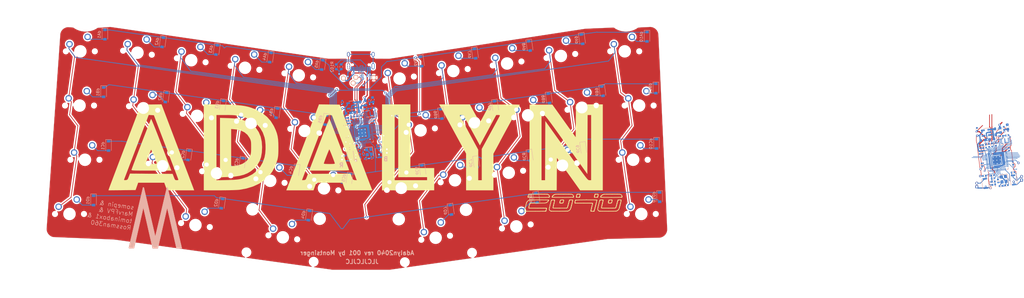
<source format=kicad_pcb>
(kicad_pcb (version 20221018) (generator pcbnew)
  (layers (0 "F.Cu" signal) (31 "B.Cu" signal) (34 "B.Paste" user) (35 "F.Paste" user) (36 "B.SilkS" user "B.Silkscreen") (37 "F.SilkS" user "F.Silkscreen") (38 "B.Mask" user) (39 "F.Mask" user) (44 "Edge.Cuts" user))
  (net 0 "")
  (net 1 "c1")
  (net 2 "Net-(dA1-A)")
  (net 3 "c2")
  (net 4 "Net-(dA2-A)")
  (net 5 "c3")
  (net 6 "Net-(dA3-A)")
  (net 7 "c4")
  (net 8 "Net-(dA4-A)")
  (net 9 "c5")
  (net 10 "Net-(dA5-A)")
  (net 11 "c6")
  (net 12 "Net-(dA6-A)")
  (net 13 "c7")
  (net 14 "Net-(dA7-A)")
  (net 15 "c8")
  (net 16 "Net-(dA8-A)")
  (net 17 "c9")
  (net 18 "Net-(dA9-A)")
  (net 19 "c10")
  (net 20 "Net-(dA10-A)")
  (net 21 "Net-(dB1-A)")
  (net 22 "Net-(dB2-A)")
  (net 23 "Net-(dB3-A)")
  (net 24 "Net-(dB4-A)")
  (net 25 "Net-(dB5-A)")
  (net 26 "Net-(dB6-A)")
  (net 27 "Net-(dB7-A)")
  (net 28 "Net-(dB8-A)")
  (net 29 "Net-(dB9-A)")
  (net 30 "Net-(dB10-A)")
  (net 31 "Net-(dC1-A)")
  (net 32 "Net-(dC2-A)")
  (net 33 "Net-(dC3-A)")
  (net 34 "Net-(dC4-A)")
  (net 35 "Net-(dC5-A)")
  (net 36 "Net-(dC6-A)")
  (net 37 "Net-(dC7-A)")
  (net 38 "Net-(dC8-A)")
  (net 39 "+5V")
  (net 40 "Net-(dC9-A)")
  (net 41 "Net-(dC10-A)")
  (net 42 "Net-(dD1-A)")
  (net 43 "Net-(dD2-A)")
  (net 44 "Net-(dD8-A)")
  (net 45 "Net-(dD10-A)")
  (net 46 "+3V3")
  (net 47 "Net-(U1-XIN)")
  (net 48 "GND")
  (net 49 "D+")
  (net 50 "D-")
  (net 51 "Net-(USB101-Pad3)")
  (net 52 "Net-(USB101-Pad9)")
  (net 53 "VBUS")
  (net 54 "Earth")
  (net 55 "CC1")
  (net 56 "CC2")
  (net 57 "Net-(C4-Pad1)")
  (net 58 "+1V1")
  (net 59 "Net-(D1-K)")
  (net 60 "/LED")
  (net 61 "Net-(D2-A)")
  (net 62 "Net-(J1-SHIELD)")
  (net 63 "/~{RESET}")
  (net 64 "Net-(J2-Pin_2)")
  (net 65 "/QSPI_~{CS}")
  (net 66 "Net-(J1-CC1)")
  (net 67 "Net-(J1-CC2)")
  (net 68 "Net-(U1-USB_DP)")
  (net 69 "Net-(U1-USB_DM)")
  (net 70 "Net-(U1-XOUT)")
  (net 71 "/VBUS_DET")
  (net 72 "/D6")
  (net 73 "/D8")
  (net 76 "/D13")
  (net 77 "/D14")
  (net 78 "/D15")
  (net 81 "/D16")
  (net 83 "/MISO")
  (net 84 "/D21")
  (net 85 "/SCLK")
  (net 86 "/MOSI")
  (net 88 "/QSPI_D3")
  (net 89 "/QSPI_SCLK")
  (net 90 "/QSPI_D0")
  (net 91 "/QSPI_D2")
  (net 92 "/QSPI_D1")
  (net 94 "rA")
  (net 95 "rB")
  (net 96 "rC")
  (net 97 "rD")
  (net 98 "Net-(dD4-A)")
  (net 99 "Net-(dD7-A)")
  (footprint "MX_Only:MXOnly-1U-NoLED" (layer "F.Cu") (at 47.224098 52.505797)
    (fp_text reference "kA1")
    (fp_text value "MX-NoLED")
  )
  (footprint "MX_Only:MXOnly-1U-NoLED" (layer "F.Cu") (at 46.938345 71.555792)
    (fp_text reference "kB1")
    (fp_text value "MX-NoLED")
  )
  (footprint "MX_Only:MXOnly-1U-NoLED" (layer "F.Cu") (at 48.843349 90.605792)
    (fp_text reference "kC1")
    (fp_text value "MX-NoLED")
  )
  (footprint "MX_Only:MXOnly-1U-NoLED" (layer "F.Cu") (at 67.255813 52.984519 -8)
    (fp_text reference "kA2")
    (fp_text value "MX-NoLED")
  )
  (footprint "MX_Only:MXOnly-1U-NoLED" (layer "F.Cu") (at 69.320718 72.511939 -8)
    (fp_text reference "kB2")
    (fp_text value "MX-NoLED")
  )
  (footprint "MX_Only:MXOnly-1U-NoLED" (layer "F.Cu") (at 76.101773 92.702167 -8)
    (fp_text reference "kC2")
    (fp_text value "MX-NoLED")
  )
  (footprint "MX_Only:MXOnly-1U-NoLED" (layer "F.Cu") (at 86.120419 55.635772 -8)
    (fp_text reference "kA3")
    (fp_text value "MX-NoLED")
  )
  (footprint "MX_Only:MXOnly-1U-NoLED" (layer "F.Cu") (at 88.185324 75.16319 -8)
    (fp_text reference "kB3")
    (fp_text value "MX-NoLED")
  )
  (footprint "MX_Only:MXOnly-1U-NoLED" (layer "F.Cu") (at 94.966377 95.353421 -8)
    (fp_text reference "kC3")
    (fp_text value "MX-NoLED")
  )
  (footprint "MX_Only:MXOnly-1U-NoLED" (layer "F.Cu") (at 43.414097 109.655795)
    (fp_text reference "kD1")
    (fp_text value "MX-NoLED")
  )
  (footprint "MX_Only:MXOnly-1U-NoLED" (layer "F.Cu") (at 104.985026 58.287015 -8)
    (fp_text reference "kA4")
    (fp_text value "MX-NoLED")
  )
  (footprint "MX_Only:MXOnly-1U-NoLED" (layer "F.Cu") (at 107.049932 77.814434 -8)
    (fp_text reference "kB4")
    (fp_text value "MX-NoLED")
  )
  (footprint "MX_Only:MXOnly-1U-NoLED" (layer "F.Cu") (at 113.830984 98.004667 -8)
    (fp_text reference "kC4")
    (fp_text value "MX-NoLED")
  )
  (footprint "MX_Only:MXOnly-1U-NoLED" (layer "F.Cu") (at 87.59898 113.555216 -8)
    (fp_text reference "kD2")
    (fp_text value "MX-NoLED")
  )
  (footprint "MX_Only:MXOnly-1U-NoLED" (layer "F.Cu") (at 123.849633 60.938263 -8)
    (fp_text reference "kA5")
    (fp_text value "MX-NoLED")
  )
  (footprint "MX_Only:MXOnly-1U-NoLED" (layer "F.Cu") (at 132.695592 100.655911 -8)
    (fp_text reference "kC5")
    (fp_text value "MX-NoLED")
  )
  (footprint "MX_Only:MXOnly-2.25U-ReversedStabilizers-NoLED" (layer "F.Cu") (at 118.253967 117.863488 -8)
    (fp_text reference "kD4")
    (fp_text value "MX-NoLED")
  )
  (footprint "MX_Only:MXOnly-1U-NoLED" (layer "F.Cu") (at 159.198859 62.082311 8)
    (fp_text reference "kA6")
    (fp_text value "MX-NoLED")
  )
  (footprint "MX_Only:MXOnly-1U-NoLED" (layer "F.Cu") (at 166.566256 80.284108 8)
    (fp_text reference "kB6")
    (fp_text value "MX-NoLED")
  )
  (footprint "MX_Only:MXOnly-1U-NoLED" (layer "F.Cu") (at 159.785204 100.474336 8)
    (fp_text reference "kC6")
    (fp_text value "MX-NoLED")
  )
  (footprint "MX_Only:MXOnly-1U-NoLED" (layer "F.Cu") (at 178.063469 59.431067 8)
    (fp_text reference "kA7")
    (fp_text value "MX-NoLED")
  )
  (footprint "MX_Only:MXOnly-1U-NoLED" (layer "F.Cu") (at 185.430864 77.632862 8)
    (fp_text reference "kB7")
    (fp_text value "MX-NoLED")
  )
  (footprint "MX_Only:MXOnly-1U-NoLED" (layer "F.Cu") (at 178.649808 97.823091 8)
    (fp_text reference "kC7")
    (fp_text value "MX-NoLED")
  )
  (footprint "MX_Only:MXOnly-2U-ReversedStabilizers-NoLED" (layer "F.Cu") (at 171.868756 118.01332 8)
    (fp_text reference "kD7")
    (fp_text value "MX-NoLED")
  )
  (footprint "MX_Only:MXOnly-1U-NoLED" (layer "F.Cu") (at 196.92807 56.779814 8)
    (fp_text reference "kA8")
    (fp_text value "MX-NoLED")
  )
  (footprint "MX_Only:MXOnly-1U-NoLED" (layer "F.Cu") (at 204.295468 74.981613 8)
    (fp_text reference "kB8")
    (fp_text value "MX-NoLED")
  )
  (footprint "MX_Only:MXOnly-1U-NoLED" (layer "F.Cu") (at 197.514418 95.171839 8)
    (fp_text reference "kC8")
    (fp_text value "MX-NoLED")
  )
  (footprint "MX_Only:MXOnly-1U-NoLED" (layer "F.Cu") (at 200.165661 114.036448 8)
    (fp_text reference "kD8")
    (fp_text value "MX-NoLED")
  )
  (footprint "MX_Only:MXOnly-1U-NoLED" (layer "F.Cu") (at 215.79268 54.12857 8)
    (fp_text reference "kA9")
    (fp_text value "MX-NoLED")
  )
  (footprint "MX_Only:MXOnly-1U-NoLED" (layer "F.Cu") (at 223.160077 72.330367 8)
    (fp_text reference "kB9")
    (fp_text value "MX-NoLED")
  )
  (footprint "MX_Only:MXOnly-1U-NoLED" (layer "F.Cu") (at 216.379022 92.520596 8)
    (fp_text reference "kC9")
    (fp_text value "MX-NoLED")
  )
  (footprint "MX_Only:MXOnly-1U-NoLED" (layer "F.Cu") (at 244.010597 109.655797)
    (fp_text reference "kD10")
    (fp_text value "MX-NoLED")
  )
  (footprint "MX_Only:MXOnly-1U-NoLED" (layer "F.Cu") (at 238.200348 52.505797)
    (fp_text reference "kA10")
    (fp_text value "MX-NoLED")
  )
  (footprint "MX_Only:MXOnly-1U-NoLED" (layer "F.Cu") (at 243.2486 71.555795)
    (fp_text reference "kB10")
    (fp_text value "MX-NoLED")
  )
  (footprint "MX_Only:MXOnly-1U-NoLED" (layer "F.Cu") (at 241.1531 90.605798)
    (fp_text reference "kC10")
    (fp_text value "MX-NoLED")
  )
  (footprint "MX_Only:MXOnly-1U-NoLED" (layer "F.Cu") (at 125.914536 80.465686 -8)
    (fp_text reference "kB5")
    (fp_text value "MX-NoLED")
  )
  (footprint "Adalyn:Adalyn" (layer "F.Cu") (at 142.219578 86.777762)
    (fp_text reference "G***" hide)
    (fp_text value "LOGO" hide)
  )
  (footprint "" (layer "F.Cu") (at 142.929578 63.647762)
    (fp_text reference "")
    (fp_text value "")
  )
  (footprint "Connector_PinHeader_1.27mm:PinHeader_1x02_P1.27mm_Vertical" (layer "F.Cu") (at 361.695212 100.115878 180)
    (fp_text reference "J5" hide)
    (fp_text value "Conn_01x02" hide)
  )
  (footprint "" (layer "F.Cu") (at 139.509578 61.947762)
    (fp_text reference "")
    (fp_text value "")
  )
  (footprint "Connector_PinHeader_1.27mm:PinHeader_1x02_P1.27mm_Vertical" (layer "F.Cu") (at 139.019578 90.552762 180)
    (fp_text reference "J5" hide)
    (fp_text value "Conn_01x02" hide)
  )
  (footprint "Connector_PinHeader_1.27mm:PinHeader_1x02_P1.27mm_Vertical" (layer "F.Cu") (at 377.425212 97.745878 180)
    (fp_text reference "J5" hide)
    (fp_text value "Conn_01x02" hide)
  )
  (footprint "" (layer "F.Cu") (at 150.149578 61.757762)
    (fp_text reference "")
    (fp_text value "")
  )
  (footprint "Connector_PinHeader_1.27mm:PinHeader_1x02_P1.27mm_Vertical" (layer "F.Cu") (at 154.749578 88.182762 180)
    (fp_text reference "J5" hide)
    (fp_text value "Conn_01x02" hide)
  )
  (footprint "" (layer "F.Cu") (at 143.849578 61.627762)
    (fp_text reference "")
    (fp_text value "")
  )
  (footprint "Resistor_SMD:R_0603_1608Metric" (layer "B.Cu") (at 138.749578 57.937762 90)
    (fp_text reference "R101")
    (fp_text value "5.1k")
  )
  (footprint "Resistor_SMD:R_0603_1608Metric" (layer "B.Cu") (at 136.989578 57.947762 -90)
    (fp_text reference "R102")
    (fp_text value "5.1k")
  )
  (footprint "Type-C:HRO-TYPE-C-31-M-12-Assembly" (layer "B.Cu") (at 145.604099 50.970796)
    (fp_text reference "J1")
    (fp_text value "HRO-TYPE-C-31-M-12")
  )
  (footprint "Resistor_SMD:R_0402_1005Metric" (layer "B.Cu") (at 364.371086 96.244944 -173)
    (fp_text reference "R2" hide)
    (fp_text value "10k")
  )
  (footprint "Resistor_SMD:R_0402_1005Metric" (layer "B.Cu") (at 362.918541 86.056018 97)
    (fp_text reference "R11" hide)
    (fp_text value "10k")
  )
  (footprint "montsinger:diode_smd" (layer "B.Cu") (at 167.279578 94.207762 -82)
    (fp_text reference "dC6")
    (fp_text value "Diode")
  )
  (footprint "montsinger:diode_smd" (layer "B.Cu") (at 249.139578 65.547762 -90)
    (fp_text reference "dB10")
    (fp_text value "Diode")
  )
  (footprint "Diode_SMD:D_SOD-323" (layer "B.Cu") (at 145.543205 71.247863 -83)
    (fp_text reference "D2" hide)
    (fp_text value "B5817")
  )
  (footprint "Fuse:Fuse_0603_1608Metric" (layer "B.Cu") (at 147.287134 70.681107 -83)
    (fp_text reference "F1" hide)
    (fp_text value "Polyfuse")
  )
  (footprint "Resistor_SMD:R_0402_1005Metric" (layer "B.Cu") (at 144.866322 88.710518 7)
    (fp_text reference "R1" hide)
    (fp_text value "1k")
  )
  (footprint "0xLib_Package_DFN_QFN:USON-8-1EP_3x2mm_P0.5mm_EP0.25x1.65mm" (layer "B.Cu") (at 371.579486 83.975003 -173)
    (fp_text reference "U2" hide)
    (fp_text value "GD25Q80CEIGR")
  )
  (footprint "Resistor_SMD:R_0402_1005Metric" (layer "B.Cu") (at 140.242907 76.492902 97)
    (fp_text reference "R11" hide)
    (fp_text value "10k")
  )
  (footprint "montsinger:diode_smd" (layer "B.Cu") (at 166.739578 56.087762 -82)
    (fp_text reference "dA6")
    (fp_text value "Diode")
  )
  (footprint "montsinger:diode_smd" (layer "B.Cu") (at 211.609578 69.017762 -82)
    (fp_text reference "dB8")
    (fp_text value "Diode")
  )
  (footprint "Capacitor_SMD:C_0402_1005Metric" (layer "B.Cu") (at 145.676318 75.614186 97)
    (fp_text reference "C7" hide)
    (fp_text value "100n")
  )
  (footprint "Resistor_SMD:R_0402_1005Metric" (layer "B.Cu") (at 374.395802 95.014064 7)
    (fp_text reference "R3" hide)
    (fp_text value "1k")
  )
  (footprint "Capacitor_SMD:C_0402_1005Metric" (layer "B.Cu") (at 367.273843 96.090032 -173)
    (fp_text reference "C8" hide)
    (fp_text value "100n")
  )
  (footprint "Resistor_SMD:R_0402_1005Metric" (layer "B.Cu") (at 144.398195 75.871871 -83)
    (fp_text reference "R6" hide)
    (fp_text value "27")
  )
  (footprint "Capacitor_SMD:C_0603_1608Metric" (layer "B.Cu") (at 141.220352 74.196666 7)
    (fp_text reference "C2" hide)
    (fp_text value "1µ")
  )
  (footprint "montsinger:diode_smd" (layer "B.Cu") (at 249.359578 84.997762 -90)
    (fp_text reference "dC10")
    (fp_text value "Diode")
  )
  (footprint "montsinger:diode_smd" (layer "B.Cu") (at 116.139578 74.197762 -98)
    (fp_text reference "dB4")
    (fp_text value "Diode")
  )
  (footprint "Resistor_SMD:R_0402_1005Metric" (layer "B.Cu") (at 367.541956 98.273634 7)
    (fp_text reference "R1" hide)
    (fp_text value "1k")
  )
  (footprint "Capacitor_SMD:C_0402_1005Metric" (layer "B.Cu") (at 149.458983 90.010503 -173)
    (fp_text reference "C3" hide)
    (fp_text value "15p")
  )
  (footprint "0xLib_Package_DFN_QFN:QFN-56-1EP_7x7mm_P0.4mm_EP3.2x3.2mm" (layer "B.Cu") (at 368.736657 90.772121 -173)
    (fp_text reference "U1" hide)
    (fp_text value "RP2040")
  )
  (footprint "Button_Switch_SMD:SW_SPST_CK_KXT3" (layer "B.Cu") (at 151.949961 88.143009 97)
    (fp_text reference "SW2" hide)
    (fp_text value "SW_Push")
  )
  (footprint "Capacitor_SMD:C_0402_1005Metric" (layer "B.Cu") (at 372.999455 86.923933 97)
    (fp_text reference "C12" hide)
    (fp_text value "100n")
  )
  (footprint "LED_SMD:LED_0402_1005Metric" (layer "B.Cu") (at 145.000378 89.802319 -173)
    (fp_text reference "D1" hide)
    (fp_text value "LED")
  )
  (footprint "Resistor_SMD:R_0402_1005Metric" (layer "B.Cu") (at 139.138707 70.371845 -83)
    (fp_text reference "R4" hide)
    (fp_text value "5.1k")
  )
  (footprint "montsinger:diode_smd" (layer "B.Cu") (at 246.019578 47.377762 -90)
    (fp_text reference "dA10")
    (fp_text value "Diode")
  )
  (footprint "Button_Switch_SMD:SW_SPST_CK_KXT3" (layer "B.Cu") (at 142.024499 89.361703 97)
    (fp_text reference "SW1" hide)
    (fp_text value "SW_Push")
  )
  (footprint "Capacitor_SMD:C_0402_1005Metric" (layer "B.Cu") (at 370.381333 82.258224 -173)
    (fp_text reference "C10" hide)
    (fp_text value "100n")
  )
  (footprint "Capacitor_SMD:C_0402_1005Metric" (layer "B.Cu") (at 370.149525 99.817358 7)
    (fp_text reference "C4" hide)
    (fp_text value "15p")
  )
  (footprint "montsinger:diode_smd" (layer "B.Cu") (at 51.859578 104.887762 -90)
    (fp_text reference "dD1")
    (fp_text value "Diode")
  )
  (footprint "Capacitor_SMD:C_0402_1005Metric" (layer "B.Cu") (at 141.847163 76.83998 -173)
    (fp_text reference "C6" hide)
    (fp_text value "1µ")
  )
  (footprint "montsinger:diode_smd" (layer "B.Cu") (at 141.639578 97.267762 -98)
    (fp_text reference "dC5")
    (fp_text value "Diode")
  )
  (footprint "Resistor_SMD:R_0402_1005Metric" (layer "B.Cu") (at 148.560043 69.970683 -83)
    (fp_text reference "R5" hide)
    (fp_text value "5.1k")
  )
  (footprint "montsinger:diode_smd" (layer "B.Cu") (at 85.199578 89.027762 -98)
    (fp_text reference "dC2")
    (fp_text value "Diode")
  )
  (footprint "montsinger:diode_smd" (layer "B.Cu") (at 96.879578 105.997762 -98)
    (fp_text reference "dD2")
    (fp_text value "Diode")
  )
  (footprint "Inductor_SMD:L_0603_1608Metric" (layer "B.Cu") (at 372.489426 79.077605 97)
    (fp_text reference "FB1" hide)
    (fp_text value "FerriteBead_Small")
  )
  (footprint "Package_TO_SOT_SMD:SOT-23-5" (layer "B.Cu") (at 142.404498 71.532496 -173)
    (fp_text reference "U3" hide)
    (fp_text value "XC6210B332MR-G")
  )
  (footprint "Crystal:Crystal_SMD_2520-4Pin_2.5x2.0mm" (layer "B.Cu") (at 371.165629 97.425699 -83)
    (fp_text reference "Y1" hide)
    (fp_text value "Crystal_GND24")
  )
  (footprint "Capacitor_SMD:C_0603_1608Metric" (layer "B.Cu") (at 144.297245 73.818871 -173)
    (fp_text reference "C1" hide)
    (fp_text value "1µ")
  )
  (footprint "Resistor_SMD:R_0402_1005Metric" (layer "B.Cu") (at 149.641164 72.457463 -173)
    (fp_text reference "R9" hide)
    (fp_text value "10k")
  )
  (footprint "montsinger:diode_smd" (layer "B.Cu") (at 57.119578 85.737762 -90)
    (fp_text reference "dC1")
    (fp_text value "Diode")
  )
  (footprint "montsinger:diode_smd" (layer "B.Cu") (at 127.419578 110.187762 -98)
    (fp_text reference "dD4")
    (fp_text value "Diode")
  )
  (footprint "LED_SMD:LED_0402_1005Metric" (layer "B.Cu") (at 367.676012 99.365435 -173)
    (fp_text reference "D1" hide)
    (fp_text value "LED")
  )
  (footprint "montsinger:diode_smd" (layer "B.Cu") (at 97.179578 71.527762 -98)
    (fp_text reference "dB3")
    (fp_text value "Diode")
  )
  (footprint "Package_TO_SOT_SMD:SOT-23-5" (layer "B.Cu") (at 365.080132 81.095612 -173)
    (fp_text reference "U3" hide)
    (fp_text value "XC6210B332MR-G")
  )
  (footprint "montsinger:diode_smd" (layer "B.Cu") (at 207.229578 103.987762 -82)
    (fp_text reference "dD8")
    (fp_text value "Diode")
  )
  (footprint "Capacitor_SMD:C_0402_1005Metric" (layer "B.Cu") (at 140.9817 78.407134 -83)
    (fp_text reference "C11" hide)
    (fp_text value "100n")
  )
  (footprint "Resistor_SMD:R_0402_1005Metric" (layer "B.Cu") (at 372.316798 82.020579 -173)
    (fp_text reference "R9" hide)
    (fp_text value "10k")
  )
  (footprint "Resistor_SMD:R_0402_1005Metric" (layer "B.Cu") (at 141.7192 75.797806 7)
    (fp_text reference "R10" hide)
    (fp_text value "5.1k")
  )
  (footprint "Capacitor_SMD:C_0402_1005Metric" (layer "B.Cu") (at 147.473891 90.254242 7)
    (fp_text reference "C4" hide)
    (fp_text value "15p")
  )
  (footprint "montsinger:diode_smd" (layer "B.Cu") (at 123.019578 94.437762 -98)
    (fp_text reference "dC4")
    (fp_text value "Diode")
  )
  (footprint "Capacitor_SMD:C_0402_1005Metric" (layer "B.Cu") (at 374.402838 91.789168 -83)
    (fp_text reference "C9" hide)
    (fp_text value "100n")
  )
  (footprint "Resistor_SMD:R_0402_1005Metric" (layer "B.Cu") (at 143.306394 76.005927 -83)
    (fp_text reference "R7" hide)
    (fp_text value "27")
  )
  (footprint "Capacitor_SMD:C_0402_1005Metric" (layer "B.Cu") (at 363.492683 92.373135 97)
    (fp_text reference "C13" hide)
    (fp_text value "100n")
  )
  (footprint "Capacitor_SMD:C_0402_1005Metric" (layer "B.Cu") (at 144.598209 86.526916 -173)
    (fp_text reference "C8" hide)
    (fp_text value "100n")
  )
  (footprint "montsinger:diode_smd" (layer "B.Cu") (at 95.019578 51.997762 -98)
    (fp_text reference "dA3")
    (fp_text value "Diode")
  )
  (footprint "montsinger:diode_smd" (layer "B.Cu") (at 104.019578 91.727762 -98)
    (fp_text reference "dC3")
    (fp_text value "Diode")
  )
  (footprint "Inductor_SMD:L_0603_1608Metric" (layer "B.Cu") (at 149.813792 69.514489 97)
    (fp_text reference "FB1" hide)
    (fp_text value "FerriteBead_Small")
  )
  (footprint "montsinger:diode_smd" (layer "B.Cu") (at 186.139578 91.517762 -82)
    (fp_text reference "dC7")
    (fp_text value "Diode")
  )
  (footprint "Capacitor_SMD:C_0402_1005Metric" (layer "B.Cu") (at 140.817049 82.810019 97)
    (fp_text reference "C13" hide)
    (fp_text value "100n")
  )
  (footprint "Capacitor_SMD:C_0402_1005Metric" (layer "B.Cu") (at 372.134617 99.573619 -173)
    (fp_text reference "C3" hide)
    (fp_text value "15p")
  )
  (footprint "montsinger:diode_smd" (layer "B.Cu") (at 55.389578 66.847762 -90)
    (fp_text reference "dB1")
    (fp_text value "Diode")
  )
  (footprint "Crystal:Crystal_SMD_2520-4Pin_2.5x2.0mm" (layer "B.Cu") (at 148.489995 87.862583 -83)
    (fp_text reference "Y1" hide)
    (fp_text value "Crystal_GND24")
  )
  (footprint "Fuse:Fuse_0603_1608Metric" (layer "B.Cu") (at 369.962768 80.244223 -83)
    (fp_text reference "F1" hide)
    (fp_text value "Polyfuse")
  )
  (footprint "montsinger:diode_smd" (layer "B.Cu") (at 192.749578 71.667762 -82)
    (fp_text reference "dB7")
    (fp_text value "Diode")
  )
  (footprint "Resistor_SMD:R_0402_1005Metric" (layer "B.Cu") (at 141.695452 86.681828 -173)
    (fp_text reference "R2" hide)
    (fp_text value "10k")
  )
  (footprint "Capacitor_SMD:C_0603_1608Metric" (layer "B.Cu") (at 366.972879 83.381987 -173)
    (fp_text reference "C1" hide)
    (fp_text value "1µ")
  )
  (footprint "Resistor_SMD:R_0402_1005Metric" (layer "B.Cu") (at 371.235677 79.533799 -83)
    (fp_text reference "R5" hide)
    (fp_text value "5.1k")
  )
  (footprint "montsinger:diode_smd" (layer "B.Cu") (at 185.679578 53.297762 -82)
    (fp_text reference "dA7")
    (fp_text value "Diode")
  )
  (footprint "montsinger:diode_smd" (layer "B.Cu") (at 113.879578 54.657762 -98)
    (fp_text reference "dA4")
    (fp_text value "Diode")
  )
  (footprint "Resistor_SMD:R_0402_1005Metric" (layer "B.Cu") (at 361.814341 79.934961 -83)
    (fp_text reference "R4" hide)
    (fp_text value "5.1k")
  )
  (footprint "Capacitor_SMD:C_0402_1005Metric" (layer "B.Cu") (at 367.4079 97.181833 -173)
    (fp_text reference "C14" hide)
    (fp_text value "100n")
  )
  (footprint "Capacitor_SMD:C_0402_1005Metric" (layer "B.Cu") (at 363.657334 87.97025 -83)
    (fp_text reference "C11" hide)
    (fp_text value "100n")
  )
  (footprint "Capacitor_SMD:C_0402_1005Metric" (layer "B.Cu") (at 150.323821 77.360817 97)
    (fp_text reference "C12" hide)
    (fp_text value "100n")
  )
  (footprint "Resistor_SMD:R_0402_1005Metric" (layer "B.Cu") (at 146.504023 88.509433 97)
    (fp_text reference "R8" hide)
    (fp_text value "1k")
  )
  (footprint "montsinger:diode_smd" (layer "B.Cu") (at 173.839578 74.497762 -82)
    (fp_text reference "dB6")
    (fp_text value "Diode")
  )
  (footprint "Resistor_SMD:R_0402_1005Metric" (layer "B.Cu") (at 369.179657 98.072549 97)
    (fp_text reference "R8" hide)
    (fp_text value "1k")
  )
  (footprint "montsinger:diode_smd" (layer "B.Cu") (at 133.369578 76.637762 -98)
    (fp_text reference "dB5")
    (fp_text value "Diode")
  )
  (footprint "Diode_SMD:D_SOD-323" (layer "B.Cu") (at 368.218839 80.810979 -83)
    (fp_text reference "D2" hide)
    (fp_text value "B5817")
  )
  (footprint "Resistor_SMD:R_0402_1005Metric" (layer "B.Cu") (at 365.982028 85.569043 -83)
    (fp_text reference "R7" hide)
    (fp_text value "27")
  )
  (footprint "Resistor_SMD:R_0402_1005Metric" (layer "B.Cu") (at 364.394834 85.360922 7)
    (fp_text reference "R10" hide)
    (fp_text value "5.1k")
  )
  (footprint "Capacitor_SMD:C_0603_1608Metric" (layer "B.Cu") (at 363.895986 83.759782 7)
    (fp_text reference "C2" hide)
    (fp_text value "1µ")
  )
  (footprint "Capacitor_SMD:C_0402_1005Metric" (layer "B.Cu") (at 151.727204 82.226052 -83)
    (fp_text reference "C9" hide)
    (fp_text value "100n")
  )
  (footprint "montsinger:flash-chip" (layer "B.Cu") (at 148.903852 74.411887 -173)
    (fp_text reference "U2" hide)
    (fp_text value "GD25Q80CEIGR")
  )
  (footprint "Capacitor_SMD:C_0402_1005Metric" (layer "B.Cu") (at 147.705699 72.695108 -173)
    (fp_text reference "C10" hide)
    (fp_text value "100n")
  )
  (footprint "montsinger:diode_smd" (layer "B.Cu") (at 204.801266 50.603573 -82)
    (fp_text reference "dA8")
    (fp_text value "Diode")
  )
  (footprint "0xLib_Package_DFN_QFN:QFN-56-1EP_7x7mm_P0.4mm_EP3.2x3.2mm" (layer "B.Cu") (at 146.061023 81.209005 -173)
    (fp_text reference "U1" hide)
    (fp_text value "RP2040")
  )
  (footprint "Capacitor_SMD:C_0402_1005Metric" (layer "B.Cu") (at 368.351952 85.177302 97)
    (fp_text reference "C7" hide)
    (fp_text value "100n")
  )
  (footprint "montsinger:diode_smd" (layer "B.Cu") (at 204.879578 89.237762 -82)
    (fp_text reference "dC8")
    (fp_text value "Diode")
  )
  (footprint "montsinger:diode_smd" (layer "B.Cu") (at 177.189578 108.217762 -82)
    (fp_text reference "dD7")
    (fp_text value "Diode")
  )
  (footprint "montsinger:diode_smd" (layer "B.Cu") (at 76.119578 49.317762 -98)
    (fp_text reference "dA2")
    (fp_text value "Diode")
  )
  (footprint "Resistor_SMD:R_0402_1005Metric" (layer "B.Cu") (at 151.720168 85.450948 7)
    (fp_text reference "R3" hide)
    (fp_text value "1k")
  )
  (footprint "Capacitor_SMD:C_0402_1005Metric" (layer "B.Cu") (at 139.989154 78.529004 -83)
    (fp_text reference "C5" hide)
    (fp_text value "1µ")
  )
  (footprint "montsinger:diode_smd" (layer "B.Cu") (at 223.229578 48.217762 -82)
    (fp_text reference "dA9")
    (fp_text value "Diode")
  )
  (footprint "montsinger:diode_smd" (layer "B.Cu") (at 223.689578 86.567762 -82)
    (fp_text reference "dC9")
    (fp_text value "Diode")
  )
  (footprint "Resistor_SMD:R_0402_1005Metric" (layer "B.Cu") (at 367.073829 85.434987 -83)
    (fp_text reference "R6" hide)
    (fp_text value "27")
  )
  (footprint "Button_Switch_SMD:SW_SPST_CK_KXT3" (layer "B.Cu") (at 364.700133 98.924819 97)
    (fp_text reference "SW1" hide)
    (fp_text value "SW_Push")
  )
  (footprint "montsinger:diode_smd" (layer "B.Cu") (at 55.839578 46.597762 -90)
    (fp_text reference "dA1")
    (fp_text value "Diode")
  )
  (footprint "montsinger:diode_smd" (layer "B.Cu") (at 132.109578 57.277762 -98)
    (fp_text reference "dA5")
    (fp_text value "Diode")
  )
  (footprint "Button_Switch_SMD:SW_SPST_CK_KXT3" (layer "B.Cu") (at 374.625595 97.706125 97)
    (fp_text reference "SW2" hide)
    (fp_text value "SW_Push")
  )
  (footprint "Capacitor_SMD:C_0402_1005Metric" (layer "B.Cu") (at 144.732266 87.618717 -173)
    (fp_text reference "C14" hide)
    (fp_text value "100n")
  )
  (footprint "montsinger:diode_smd" (layer "B.Cu") (at 250.449578 103.717762 -90)
    (fp_text reference "dD10")
    (fp_text value "Diode")
  )
  (footprint "Capacitor_SMD:C_0402_1005Metric" (layer "B.Cu") (at 364.522797 86.403096 -173)
    (fp_text reference "C6" hide)
    (fp_text value "1µ")
  )
  (footprint "montsinger:diode_smd" (layer "B.Cu") (at 230.379578 66.497762 -82)
    (fp_text reference "dB9")
    (fp_text value "Diode")
  )
  (footprint "Capacitor_SMD:C_0402_1005Metric" (layer "B.Cu") (at 362.664788 88.09212 -83)
    (fp_text reference "C5" hide)
    (fp_text value "1µ")
  )
  (footprint "montsinger:diode_smd" (layer "B.Cu") (at 77.249578 68.677762 -98)
    (fp_text reference "dB2")
    (fp_text value "Diode")
  )
  (gr_poly (pts (xy 148.991736 76.768744) (xy 149.178938 76.242004) (xy 148.682665 76.302938)) (stroke (width 0.15)) (fill solid) (layer "B.SilkS"))
  (gr_poly (pts (xy 69.489099 100.368627) (xy 73.519099 117.668627) (xy 77.569099 100.438627) (xy 77.699099 100.358627) (xy 77.839099 100.438627) (xy 82.819099 121.728627) (xy 80.959099 121.728627) (xy 77.689099 107.398627) (xy 74.399099 121.758627) (xy 72.599099 121.778627) (xy 69.329099 107.338627) (xy 66.049099 121.668627) (xy 66.019099 121.668627) (xy 64.379099 121.728627) (xy 64.229099 121.548627) (xy 69.209099 100.378627) (xy 69.349099 100.298627)) (stroke (width 0.15)) (fill solid) (layer "B.SilkS"))
  (gr_curve (pts (xy 210.622956 108.335559) (xy 210.622956 108.403259) (xy 210.608901 108.458649) (xy 210.591723 108.458649)) (stroke (width 0.1)) (layer "F.SilkS"))
  (gr_line (start 227.488916 108.601042) (end 227.488916 108.708515) (stroke (width 0.1)) (layer "F.SilkS"))
  (gr_curve (pts (xy 204.313838 103.430094) (xy 204.331016 103.430094) (xy 204.345071 103.374704) (xy 204.345071 103.307004)) (stroke (width 0.1)) (layer "F.SilkS"))
  (gr_curve (pts (xy 236.28846 102.80072) (xy 236.373672 102.80436) (xy 236.445965 102.808533) (xy 236.500704 102.812796)) (stroke (width 0.1)) (layer "F.SilkS"))
  (gr_line (start 229.505435 104.781669) (end 229.505433 104.781666) (stroke (width 0.1)) (layer "F.SilkS"))
  (gr_curve (pts (xy 229.803521 103.478668) (xy 229.782559 103.516766) (xy 229.77144 103.552202) (xy 229.761518 103.587218)) (stroke (width 0.1)) (layer "F.SilkS"))
  (gr_curve (pts (xy 221.036396 104.708556) (xy 221.006258 104.71158) (xy 220.982127 104.714673) (xy 220.962497 104.7184)) (stroke (width 0.1)) (layer "F.SilkS"))
  (gr_curve (pts (xy 229.65533 104.671412) (xy 229.605211 104.678715) (xy 229.561136 104.687341) (xy 229.524466 104.698189)) (stroke (width 0.1)) (layer "F.SilkS"))
  (gr_curve (pts (xy 235.886136 104.82866) (xy 235.886167 104.828654) (xy 235.879415 104.829318) (xy 235.879442 104.829318)) (stroke (width 0.1)) (layer "F.SilkS"))
  (gr_line (start 230.161731 107.499499) (end 230.148343 107.384386) (stroke (width 0.1)) (layer "F.SilkS"))
  (gr_curve (pts (xy 232.553113 105.329537) (xy 232.576676 105.2185) (xy 232.608911 105.106391) (xy 232.640924 105.017274)) (stroke (width 0.1)) (layer "F.SilkS"))
  (gr_line (start 213.546545 104.819731) (end 213.559276 104.799779) (stroke (width 0.1)) (layer "F.SilkS"))
  (gr_curve (pts (xy 234.922432 107.584121) (xy 234.922432 107.566943) (xy 234.941064 107.552888) (xy 234.963837 107.552888)) (stroke (width 0.1)) (layer "F.SilkS"))
  (gr_curve (pts (xy 233.739427 104.810018) (xy 233.739442 104.810041) (xy 233.738284 104.807973) (xy 233.737592 104.806605)) (stroke (width 0.1)) (layer "F.SilkS"))
  (gr_curve (pts (xy 218.845541 104.785347) (xy 218.84581 104.784558) (xy 218.845944 104.784083) (xy 218.846213 104.783509)) (stroke (width 0.1)) (layer "F.SilkS"))
  (gr_curve (pts (xy 228.956906 102.774992) (xy 228.941122 102.740409) (xy 228.914794 102.715818) (xy 228.887601 102.6986)) (stroke (width 0.1)) (layer "F.SilkS"))
  (gr_curve (pts (xy 203.731454 108.724661) (xy 203.472871 108.717569) (xy 203.31339 108.707709) (xy 203.216266 108.693947)) (stroke (width 0.1)) (layer "F.SilkS"))
  (gr_curve (pts (xy 210.576172 108.517142) (xy 210.595155 108.463227) (xy 210.61351 108.390969) (xy 210.632351 108.324192)) (stroke (width 0.1)) (layer "F.SilkS"))
  (gr_curve (pts (xy 226.842862 105.97756) (xy 226.841424 105.975057) (xy 226.842459 105.976225) (xy 226.842459 105.98806)) (stroke (width 0.1)) (layer "F.SilkS"))
  (gr_curve (pts (xy 227.391652 108.633178) (xy 227.391648 108.633179) (xy 227.399004 108.631605) (xy 227.399002 108.631605)) (stroke (width 0.1)) (layer "F.SilkS"))
  (gr_curve (pts (xy 228.800713 103.352011) (xy 228.783535 103.362628) (xy 228.76948 103.426705) (xy 228.76948 103.494404)) (stroke (width 0.1)) (layer "F.SilkS"))
  (gr_curve (pts (xy 203.006647 108.622019) (xy 203.006663 108.626058) (xy 203.008898 108.63411) (xy 203.009403 108.640002)) (stroke (width 0.1)) (layer "F.SilkS"))
  (gr_curve (pts (xy 215.484833 105.315625) (xy 215.452488 105.46804) (xy 215.44104 105.55009) (xy 215.437318 105.618699)) (stroke (width 0.1)) (layer "F.SilkS"))
  (gr_curve (pts (xy 211.685172 108.185455) (xy 211.808774 108.477432) (xy 212.029105 108.67081) (xy 212.324399 108.743434)) (stroke (width 0.1)) (layer "F.SilkS"))
  (gr_curve (pts (xy 204.464793 107.481385) (xy 204.464491 107.507509) (xy 204.471961 107.540416) (xy 204.498002 107.56644)) (stroke (width 0.1)) (layer "F.SilkS"))
  (gr_curve (pts (xy 204.26935 103.264716) (xy 204.244381 103.374901) (xy 204.225092 103.484588) (xy 204.215928 103.575929)) (stroke (width 0.1)) (layer "F.SilkS"))
  (gr_curve (pts (xy 232.487487 105.315625) (xy 232.455142 105.46804) (xy 232.443694 105.55009) (xy 232.439972 105.618699)) (stroke (width 0.1)) (layer "F.SilkS"))
  (gr_curve (pts (xy 228.817695 107.396718) (xy 228.84722 107.302238) (xy 228.878044 107.172141) (xy 228.886194 107.107615)) (stroke (width 0.1)) (layer "F.SilkS"))
  (gr_curve (pts (xy 235.776557 104.770775) (xy 235.765486 104.792074) (xy 235.75395 104.818388) (xy 235.74138 104.850186)) (stroke (width 0.1)) (layer "F.SilkS"))
  (gr_curve (pts (xy 204.220138 103.759887) (xy 204.220138 103.735133) (xy 204.234193 103.706194) (xy 204.251371 103.695577)) (stroke (width 0.1)) (layer "F.SilkS"))
  (gr_curve (pts (xy 237.232863 103.700493) (xy 237.217288 103.744645) (xy 237.191415 103.769641) (xy 237.161458 103.785286)) (stroke (width 0.1)) (layer "F.SilkS"))
  (gr_curve (pts (xy 203.074769 108.632387) (xy 203.074764 108.632389) (xy 203.074643 108.632387) (xy 203.074638 108.632387)) (stroke (width 0.1)) (layer "F.SilkS"))
  (gr_curve (pts (xy 230.549775 105.194777) (xy 230.532597 105.205394) (xy 230.518542 105.261614) (xy 230.518542 105.31971)) (stroke (width 0.1)) (layer "F.SilkS"))
  (gr_curve (pts (xy 213.614405 102.815814) (xy 213.681864 102.789276) (xy 213.749216 102.76885) (xy 213.814573 102.756223)) (stroke (width 0.1)) (layer "F.SilkS"))
  (gr_curve (pts (xy 216.713015 104.805817) (xy 216.723172 104.808696) (xy 216.730048 104.812199) (xy 216.735723 104.815137)) (stroke (width 0.1)) (layer "F.SilkS"))
  (gr_curve (pts (xy 221.265837 103.855509) (xy 221.301091 103.865108) (xy 221.343842 103.872476) (xy 221.393157 103.878742)) (stroke (width 0.1)) (layer "F.SilkS"))
  (gr_curve (pts (xy 226.361538 108.39691) (xy 226.393474 108.205627) (xy 226.467418 107.890911) (xy 226.597147 107.37244)) (stroke (width 0.1)) (layer "F.SilkS"))
  (gr_curve (pts (xy 228.577832 103.869685) (xy 228.61364 103.863343) (xy 228.642998 103.858705) (xy 228.671551 103.840546)) (stroke (width 0.1)) (layer "F.SilkS"))
  (gr_curve (pts (xy 222.522828 103.150838) (xy 222.522828 103.218538) (xy 222.508773 103.273928) (xy 222.491595 103.273928)) (stroke (width 0.1)) (layer "F.SilkS"))
  (gr_curve (pts (xy 213.006548 104.711184) (xy 213.131506 104.707676) (xy 213.258418 104.709736) (xy 213.362651 104.71814)) (stroke (width 0.1)) (layer "F.SilkS"))
  (gr_curve (pts (xy 233.601475 104.78626) (xy 233.649089 104.791369) (xy 233.689393 104.798369) (xy 233.71567 104.805817)) (stroke (width 0.1)) (layer "F.SilkS"))
  (gr_curve (pts (xy 235.608026 108.436026) (xy 235.506611 108.505312) (xy 235.384373 108.550234) (xy 235.172643 108.582248)) (stroke (width 0.1)) (layer "F.SilkS"))
  (gr_curve (pts (xy 227.56465 108.046844) (xy 227.513795 108.227827) (xy 227.469032 108.3797) (xy 227.434442 108.487083)) (stroke (width 0.1)) (layer "F.SilkS"))
  (gr_curve (pts (xy 212.504879 104.813696) (xy 212.504409 104.813011) (xy 212.490865 104.793279) (xy 212.487947 104.78902)) (stroke (width 0.1)) (layer "F.SilkS"))
  (gr_curve (pts (xy 212.425337 104.752267) (xy 212.416062 104.764013) (xy 212.411482 104.775197) (xy 212.407748 104.783769)) (stroke (width 0.1)) (layer "F.SilkS"))
  (gr_curve (pts (xy 210.721869 107.654251) (xy 210.722474 107.654365) (xy 210.723778 107.654399) (xy 210.724362 107.654513)) (stroke (width 0.1)) (layer "F.SilkS"))
  (gr_curve (pts (xy 221.538853 102.817124) (xy 221.566943 102.808004) (xy 221.60583 102.799025) (xy 221.650816 102.791398)) (stroke (width 0.1)) (layer "F.SilkS"))
  (gr_curve (pts (xy 230.15608 106.916055) (xy 230.207146 106.666635) (xy 230.280295 106.346595) (xy 230.363336 106.016018)) (stroke (width 0.1)) (layer "F.SilkS"))
  (gr_curve (pts (xy 226.836814 106.028488) (xy 226.832856 106.05327) (xy 226.826895 106.086991) (xy 226.819093 106.126144)) (stroke (width 0.1)) (layer "F.SilkS"))
  (gr_curve (pts (xy 213.215317 106.522187) (xy 213.198138 106.522187) (xy 213.184083 106.575596) (xy 213.184083 106.640873)) (stroke (width 0.1)) (layer "F.SilkS"))
  (gr_curve (pts (xy 216.758692 104.759872) (xy 216.758682 104.759874) (xy 216.762348 104.759724) (xy 216.765649 104.75961)) (stroke (width 0.1)) (layer "F.SilkS"))
  (gr_curve (pts (xy 230.151098 107.340546) (xy 230.153578 107.314709) (xy 230.157798 107.280127) (xy 230.164093 107.240264)) (stroke (width 0.1)) (layer "F.SilkS"))
  (gr_line (start 204.291006 103.759557) (end 204.291008 103.759559) (stroke (width 0.1)) (layer "F.SilkS"))
  (gr_curve (pts (xy 228.650812 103.756671) (xy 228.650813 103.756663) (xy 228.649892 103.763244) (xy 228.649892 103.763234)) (stroke (width 0.1)) (layer "F.SilkS"))
  (gr_curve (pts (xy 213.24655 106.399097) (xy 213.24655 106.466797) (xy 213.232495 106.522187) (xy 213.215317 106.522187)) (stroke (width 0.1)) (layer "F.SilkS"))
  (gr_curve (pts (xy 227.672848 107.849601) (xy 227.654779 107.918314) (xy 227.632628 108.027328) (xy 227.623623 108.091854)) (stroke (width 0.1)) (layer "F.SilkS"))
  (gr_curve (pts (xy 215.871257 104.672591) (xy 215.816428 104.681049) (xy 215.767392 104.691103) (xy 215.726085 104.703568)) (stroke (width 0.1)) (layer "F.SilkS"))
  (gr_curve (pts (xy 211.64435 103.742889) (xy 211.644348 103.742891) (xy 211.65328 103.735143) (xy 211.653276 103.735145)) (stroke (width 0.1)) (layer "F.SilkS"))
  (gr_curve (pts (xy 211.032163 102.746641) (xy 211.001735 102.744567) (xy 210.952686 102.742607) (xy 210.912456 102.740603)) (stroke (width 0.1)) (layer "F.SilkS"))
  (gr_curve (pts (xy 210.529575 108.632649) (xy 210.544268 108.602723) (xy 210.559941 108.563238) (xy 210.576172 108.517142)) (stroke (width 0.1)) (layer "F.SilkS"))
  (gr_curve (pts (xy 236.869015 105.267059) (xy 236.806655 105.555942) (xy 236.715354 105.945749) (xy 236.610043 106.36674)) (stroke (width 0.1)) (layer "F.SilkS"))
  (gr_curve (pts (xy 203.122154 108.59957) (xy 203.12215 108.599568) (xy 203.133973 108.608634) (xy 203.133967 108.608627)) (stroke (width 0.1)) (layer "F.SilkS"))
  (gr_line (start 215.460023 105.770825) (end 215.447818 105.746282) (stroke (width 0.1)) (layer "F.SilkS"))
  (gr_curve (pts (xy 227.354115 108.71247) (xy 227.320814 108.718888) (xy 227.279051 108.724019) (xy 227.231783 108.72809)) (stroke (width 0.1)) (layer "F.SilkS"))
  (gr_curve (pts (xy 230.643476 104.818134) (xy 230.643476 104.860067) (xy 230.62942 104.903061) (xy 230.612242 104.913678)) (stroke (width 0.1)) (layer "F.SilkS"))
  (gr_curve (pts (xy 213.433949 105.600806) (xy 213.433949 105.658902) (xy 213.419894 105.715122) (xy 213.402716 105.725739)) (stroke (width 0.1)) (layer "F.SilkS"))
  (gr_curve (pts (xy 219.274761 107.590083) (xy 219.274627 107.636309) (xy 219.260514 107.682817) (xy 219.243336 107.693434)) (stroke (width 0.1)) (layer "F.SilkS"))
  (gr_curve (pts (xy 228.734949 103.759166) (xy 228.752183 103.726182) (xy 228.769852 103.685028) (xy 228.788108 103.637227)) (stroke (width 0.1)) (layer "F.SilkS"))
  (gr_curve (pts (xy 226.903237 108.805913) (xy 227.021774 108.806915) (xy 227.140029 108.80342) (xy 227.237551 108.795019)) (stroke (width 0.1)) (layer "F.SilkS"))
  (gr_line (start 232.467322 105.554152) (end 232.505153 105.303894) (stroke (width 0.1)) (layer "F.SilkS"))
  (gr_curve (pts (xy 218.554413 105.724177) (xy 218.588057 105.69027) (xy 218.648756 105.46928) (xy 218.671994 105.296086)) (stroke (width 0.1)) (layer "F.SilkS"))
  (gr_curve (pts (xy 221.337677 103.162394) (xy 221.353913 103.109639) (xy 221.367197 103.029653) (xy 221.367197 102.984646)) (stroke (width 0.1)) (layer "F.SilkS"))
  (gr_curve (pts (xy 211.165521 102.693743) (xy 211.136774 102.687109) (xy 211.097114 102.683681) (xy 211.036757 102.679567)) (stroke (width 0.1)) (layer "F.SilkS"))
  (gr_line (start 215.651511 104.741891) (end 216.229326 104.741891) (stroke (width 0.1)) (layer "F.SilkS"))
  (gr_curve (pts (xy 221.96925 102.627458) (xy 221.968846 102.627472) (xy 221.968477 102.627444) (xy 221.968067 102.627458)) (stroke (width 0.1)) (layer "F.SilkS"))
  (gr_line (start 233.231642 104.741891) (end 233.82088 104.741891) (stroke (width 0.1)) (layer "F.SilkS"))
  (gr_curve (pts (xy 222.435082 103.255004) (xy 222.403929 103.380487) (xy 222.367299 103.500385) (xy 222.334276 103.5905)) (stroke (width 0.1)) (layer "F.SilkS"))
  (gr_line (start 221.429664 102.711729) (end 222.007479 102.711729) (stroke (width 0.1)) (layer "F.SilkS"))
  (gr_curve (pts (xy 222.349504 103.840546) (xy 222.381322 103.819018) (xy 222.394452 103.789451) (xy 222.40962 103.758772)) (stroke (width 0.1)) (layer "F.SilkS"))
  (gr_curve (pts (xy 211.036757 102.679567) (xy 210.976218 102.675442) (xy 210.897104 102.671517) (xy 210.801017 102.667754)) (stroke (width 0.1)) (layer "F.SilkS"))
  (gr_curve (pts (xy 216.733621 104.803453) (xy 216.733604 104.80341) (xy 216.733487 104.803056) (xy 216.733487 104.803056)) (stroke (width 0.1)) (layer "F.SilkS"))
  (gr_curve (pts (xy 232.365286 105.667137) (xy 232.365891 105.707865) (xy 232.372352 105.743995) (xy 232.389043 105.775688)) (stroke (width 0.1)) (layer "F.SilkS"))
  (gr_curve (pts (xy 233.745342 105.124694) (xy 233.736337 105.189221) (xy 233.7164 105.249784) (xy 233.701035 105.259279)) (stroke (width 0.1)) (layer "F.SilkS"))
  (gr_curve (pts (xy 237.152795 103.795524) (xy 237.152076 103.7958) (xy 237.151834 103.795605) (xy 237.15135 103.795786)) (stroke (width 0.1)) (layer "F.SilkS"))
  (gr_curve (pts (xy 229.892382 103.855247) (xy 229.997065 103.869366) (xy 230.160233 103.879004) (xy 230.420565 103.886093)) (stroke (width 0.1)) (layer "F.SilkS"))
  (gr_curve (pts (xy 233.738377 104.815137) (xy 233.739459 104.822221) (xy 233.740595 104.831341) (xy 233.740474 104.842701)) (stroke (width 0.1)) (layer "F.SilkS"))
  (gr_curve (pts (xy 218.351626 108.611616) (xy 218.335307 108.627035) (xy 218.258707 108.650101) (xy 218.181405 108.662873)) (stroke (width 0.1)) (layer "F.SilkS"))
  (gr_curve (pts (xy 228.332245 104.688214) (xy 228.272824 104.682487) (xy 228.189927 104.677457) (xy 228.086005 104.672857)) (stroke (width 0.1)) (layer "F.SilkS"))
  (gr_curve (pts (xy 213.425917 106.032427) (xy 213.538059 105.586004) (xy 213.608548 105.281706) (xy 213.644068 105.081068)) (stroke (width 0.1)) (layer "F.SilkS"))
  (gr_curve (pts (xy 203.192739 108.003728) (xy 203.208103 107.994232) (xy 203.220674 107.931073) (xy 203.220674 107.863374)) (stroke (width 0.1)) (layer "F.SilkS"))
  (gr_curve (pts (xy 216.307818 105.75862) (xy 216.221647 105.771622) (xy 216.113608 105.779767) (xy 216.005399 105.782115)) (stroke (width 0.1)) (layer "F.SilkS"))
  (gr_curve (pts (xy 218.856714 104.768546) (xy 218.856849 104.768439) (xy 218.857319 104.768391) (xy 218.8575 104.768284)) (stroke (width 0.1)) (layer "F.SilkS"))
  (gr_curve (pts (xy 236.886481 104.813827) (xy 236.884061 104.835733) (xy 236.879773 104.866627) (xy 236.872829 104.906626)) (stroke (width 0.1)) (layer "F.SilkS"))
  (gr_line (start 213.039365 107.632858) (end 215.417238 107.652152) (stroke (width 0.1)) (layer "F.SilkS"))
  (gr_curve (pts (xy 218.502588 105.893291) (xy 218.575444 105.599561) (xy 218.6517 105.326118) (xy 218.715883 105.122281)) (stroke (width 0.1)) (layer "F.SilkS"))
  (gr_curve (pts (xy 204.559825 102.836682) (xy 204.554744 102.841763) (xy 204.557481 102.838481) (xy 204.562319 102.836286)) (stroke (width 0.1)) (layer "F.SilkS"))
  (gr_curve (pts (xy 219.919258 104.789804) (xy 219.91926 104.789811) (xy 219.89934 104.800209) (xy 219.8934 104.803324)) (stroke (width 0.1)) (layer "F.SilkS"))
  (gr_curve (pts (xy 228.76948 103.494404) (xy 228.76948 103.562103) (xy 228.755425 103.617494) (xy 228.738247 103.617494)) (stroke (width 0.1)) (layer "F.SilkS"))
  (gr_curve (pts (xy 218.524971 105.872535) (xy 218.524971 105.807258) (xy 218.53822 105.740497) (xy 218.554413 105.724177)) (stroke (width 0.1)) (layer "F.SilkS"))
  (gr_curve (pts (xy 208.172311 104.642666) (xy 207.362603 104.643083) (xy 206.545179 104.648721) (xy 205.909814 104.659861)) (stroke (width 0.1)) (layer "F.SilkS"))
  (gr_curve (pts (xy 231.164667 102.663948) (xy 230.986445 102.671137) (xy 230.866658 102.678296) (xy 230.804364 102.690331)) (stroke (width 0.1)) (layer "F.SilkS"))
  (gr_curve (pts (xy 216.41755 105.734994) (xy 216.388579 105.743526) (xy 216.350459 105.752186) (xy 216.307818 105.75862)) (stroke (width 0.1)) (layer "F.SilkS"))
  (gr_curve (pts (xy 228.725366 103.613208) (xy 228.760655 103.520806) (xy 228.798381 103.400352) (xy 228.83011 103.274037)) (stroke (width 0.1)) (layer "F.SilkS"))
  (gr_curve (pts (xy 232.894384 104.805423) (xy 232.995904 104.789764) (xy 233.125039 104.7796) (xy 233.252456 104.776153)) (stroke (width 0.1)) (layer "F.SilkS"))
  (gr_curve (pts (xy 207.618139 107.532574) (xy 206.170139 107.532574) (xy 205.397789 107.530614) (xy 204.991138 107.515117)) (stroke (width 0.1)) (layer "F.SilkS"))
  (gr_curve (pts (xy 229.113046 108.583582) (xy 229.088283 108.549226) (xy 229.049039 108.521116) (xy 229.025836 108.521116)) (stroke (width 0.1)) (layer "F.SilkS"))
  (gr_curve (pts (xy 218.774837 108.341795) (xy 218.714713 108.397475) (xy 218.626869 108.462976) (xy 218.579629 108.487352)) (stroke (width 0.1)) (layer "F.SilkS"))
  (gr_curve (pts (xy 205.468262 105.943301) (xy 205.838102 105.92409) (xy 206.514927 105.91675) (xy 207.780505 105.906942)) (stroke (width 0.1)) (layer "F.SilkS"))
  (gr_line (start 233.252456 104.776153) (end 233.25246 104.776153) (stroke (width 0.1)) (layer "F.SilkS"))
  (gr_curve (pts (xy 222.349368 103.729109) (xy 222.363998 103.699519) (xy 222.380227 103.660129) (xy 222.397277 103.613602)) (stroke (width 0.1)) (layer "F.SilkS"))
  (gr_curve (pts (xy 211.968952 106.395882) (xy 211.795761 107.09959) (xy 211.70311 107.487249) (xy 211.663384 107.72894)) (stroke (width 0.1)) (layer "F.SilkS"))
  (gr_curve (pts (xy 220.944255 104.798599) (xy 220.944961 104.797621) (xy 220.945915 104.794904) (xy 220.946614 104.794004)) (stroke (width 0.1)) (layer "F.SilkS"))
  (gr_curve (pts (xy 204.600645 107.474165) (xy 204.602259 107.421754) (xy 204.62069 107.308666) (xy 204.652099 107.171352)) (stroke (width 0.1)) (layer "F.SilkS"))
  (gr_curve (pts (xy 228.328048 102.630215) (xy 228.209623 102.629094) (xy 228.0916 102.632379) (xy 227.994258 102.640584)) (stroke (width 0.1)) (layer "F.SilkS"))
  (gr_line (start 213.15907 107.499499) (end 213.145682 107.384386) (stroke (width 0.1)) (layer "F.SilkS"))
  (gr_curve (pts (xy 218.936791 104.743473) (xy 218.936253 104.743581) (xy 218.93591 104.743755) (xy 218.935346 104.74387)) (stroke (width 0.1)) (layer "F.SilkS"))
  (gr_line (start 211.740068 103.804893) (end 207.980103 103.804893) (stroke (width 0.1)) (layer "F.SilkS"))
  (gr_curve (pts (xy 219.305232 107.742065) (xy 219.391407 107.498956) (xy 219.489921 107.112868) (xy 219.672493 106.383019)) (stroke (width 0.1)) (layer "F.SilkS"))
  (gr_curve (pts (xy 213.644068 105.081068) (xy 213.661825 104.980771) (xy 213.67105 104.906607) (xy 213.671632 104.850054)) (stroke (width 0.1)) (layer "F.SilkS"))
  (gr_curve (pts (xy 216.733359 104.782842) (xy 216.733357 104.782849) (xy 216.739273 104.77168) (xy 216.739266 104.771685)) (stroke (width 0.1)) (layer "F.SilkS"))
  (gr_curve (pts (xy 229.770969 103.82847) (xy 229.802066 103.840348) (xy 229.840157 103.848203) (xy 229.892382 103.855247)) (stroke (width 0.1)) (layer "F.SilkS"))
  (gr_curve (pts (xy 228.648974 102.780637) (xy 228.694844 102.78535) (xy 228.734939 102.791082) (xy 228.765006 102.797307)) (stroke (width 0.1)) (layer "F.SilkS"))
  (gr_curve (pts (xy 213.88902 102.739422) (xy 213.911354 102.703285) (xy 219.54646 102.702795) (xy 219.568791 102.738931)) (stroke (width 0.1)) (layer "F.SilkS"))
  (gr_curve (pts (xy 210.493611 108.758656) (xy 210.493476 108.758682) (xy 210.510765 108.756338) (xy 210.5259 108.746712)) (stroke (width 0.1)) (layer "F.SilkS"))
  (gr_curve (pts (xy 230.595664 104.77484) (xy 230.596 104.775499) (xy 230.596591 104.776823) (xy 230.596584 104.77681)) (stroke (width 0.1)) (layer "F.SilkS"))
  (gr_curve (pts (xy 213.360682 106.016018) (xy 213.455076 105.640249) (xy 213.504865 105.413337) (xy 213.543787 105.218231)) (stroke (width 0.1)) (layer "F.SilkS"))
  (gr_curve (pts (xy 216.735723 104.815137) (xy 216.736805 104.822221) (xy 216.737941 104.831341) (xy 216.73782 104.842701)) (stroke (width 0.1)) (layer "F.SilkS"))
  (gr_line (start 208.205923 104.776809) (end 208.205913 104.776811) (stroke (width 0.1)) (layer "F.SilkS"))
  (gr_line (start 228.634 103.784236) (end 228.619693 103.760609) (stroke (width 0.1)) (layer "F.SilkS"))
  (gr_curve (pts (xy 227.602703 103.670437) (xy 227.604 103.640149) (xy 227.608503 103.599908) (xy 227.615698 103.554273)) (stroke (width 0.1)) (layer "F.SilkS"))
  (gr_curve (pts (xy 226.302052 108.614815) (xy 226.319231 108.614815) (xy 226.333285 108.559425) (xy 226.333285 108.491726)) (stroke (width 0.1)) (layer "F.SilkS"))
  (gr_curve (pts (xy 227.615698 103.554273) (xy 227.63008 103.462995) (xy 227.655017 103.349631) (xy 227.684477 103.238335)) (stroke (width 0.1)) (layer "F.SilkS"))
  (gr_curve (pts (xy 230.539882 104.84861) (xy 230.539478 104.890987) (xy 230.531536 104.960878) (xy 230.514417 105.057573)) (stroke (width 0.1)) (layer "F.SilkS"))
  (gr_curve (pts (xy 204.855811 106.232988) (xy 204.878648 106.170135) (xy 204.900075 106.115676) (xy 204.919209 106.073247)) (stroke (width 0.1)) (layer "F.SilkS"))
  (gr_curve (pts (xy 227.603241 103.707452) (xy 227.602435 103.698034) (xy 227.602085 103.685095) (xy 227.602703 103.670437)) (stroke (width 0.1)) (layer "F.SilkS"))
  (gr_curve (pts (xy 215.497037 105.665296) (xy 215.496291 105.610419) (xy 215.513291 105.504678) (xy 215.550459 105.329537)) (stroke (width 0.1)) (layer "F.SilkS"))
  (gr_curve (pts (xy 234.958556 107.439253) (xy 234.925098 107.482467) (xy 234.902737 107.494515) (xy 234.868907 107.502782)) (stroke (width 0.1)) (layer "F.SilkS"))
  (gr_curve (pts (xy 236.421629 107.006306) (xy 236.421629 107.064402) (xy 236.407573 107.120622) (xy 236.390395 107.131239)) (stroke (width 0.1)) (layer "F.SilkS"))
  (gr_curve (pts (xy 230.674293 104.850054) (xy 230.674562 104.821994) (xy 230.673084 104.797488) (xy 230.667074 104.774318)) (stroke (width 0.1)) (layer "F.SilkS"))
  (gr_curve (pts (xy 235.846884 104.79099) (xy 235.84688 104.791015) (xy 235.847751 104.786706) (xy 235.848195 104.785347)) (stroke (width 0.1)) (layer "F.SilkS"))
  (gr_line (start 211.658264 103.732783) (end 211.670209 103.764022) (stroke (width 0.1)) (layer "F.SilkS"))
  (gr_curve (pts (xy 227.619516 103.22114) (xy 227.649459 103.108021) (xy 227.683945 102.996801) (xy 227.717041 102.910058)) (stroke (width 0.1)) (layer "F.SilkS"))
  (gr_curve (pts (xy 228.366896 105.430085) (xy 228.408521 105.246262) (xy 228.441669 105.090866) (xy 228.462846 104.977507)) (stroke (width 0.1)) (layer "F.SilkS"))
  (gr_curve (pts (xy 203.314373 107.474801) (xy 203.331552 107.464184) (xy 203.345607 107.400108) (xy 203.345607 107.332408)) (stroke (width 0.1)) (layer "F.SilkS"))
  (gr_curve (pts (xy 204.957243 105.947495) (xy 204.879842 106.024896) (xy 204.844803 106.08816) (xy 204.844803 106.150511)) (stroke (width 0.1)) (layer "F.SilkS"))
  (gr_curve (pts (xy 219.824358 103.878611) (xy 219.923066 103.876165) (xy 220.001665 103.873559) (xy 220.057998 103.870866)) (stroke (width 0.1)) (layer "F.SilkS"))
  (gr_curve (pts (xy 203.14264 108.595239) (xy 203.144852 108.571519) (xy 203.149613 108.537061) (xy 203.156554 108.494696)) (stroke (width 0.1)) (layer "F.SilkS"))
  (gr_curve (pts (xy 233.761346 104.759872) (xy 233.761336 104.759874) (xy 233.765002 104.759724) (xy 233.768303 104.75961)) (stroke (width 0.1)) (layer "F.SilkS"))
  (gr_curve (pts (xy 221.021038 105.752058) (xy 220.939459 105.748996) (xy 220.874908 105.745832) (xy 220.830452 105.742607)) (stroke (width 0.1)) (layer "F.SilkS"))
  (gr_curve (pts (xy 211.195186 104.679022) (xy 211.013597 104.670701) (xy 210.758266 104.663875) (xy 210.452396 104.658415)) (stroke (width 0.1)) (layer "F.SilkS"))
  (gr_curve (pts (xy 226.770551 106.74082) (xy 226.787729 106.74082) (xy 226.801784 106.685429) (xy 226.801784 106.61773)) (stroke (width 0.1)) (layer "F.SilkS"))
  (gr_curve (pts (xy 222.281491 103.725563) (xy 222.281461 103.725573) (xy 222.291094 103.723724) (xy 222.291073 103.723725)) (stroke (width 0.1)) (layer "F.SilkS"))
  (gr_curve (pts (xy 236.609911 106.36674) (xy 236.715223 105.94575) (xy 236.806654 105.555942) (xy 236.869015 105.267059)) (stroke (width 0.1)) (layer "F.SilkS"))
  (gr_curve (pts (xy 211.250971 105.16586) (xy 211.105832 105.338598) (xy 210.891398 105.522774) (xy 210.681966 105.634321)) (stroke (width 0.1)) (layer "F.SilkS"))
  (gr_curve (pts (xy 204.591638 107.070808) (xy 204.576274 107.080303) (xy 204.563704 107.135606) (xy 204.563704 107.193702)) (stroke (width 0.1)) (layer "F.SilkS"))
  (gr_curve (pts (xy 233.248784 104.641746) (xy 233.116736 104.645318) (xy 232.983593 104.655673) (xy 232.873911 104.672591)) (stroke (width 0.1)) (layer "F.SilkS"))
  (gr_line (start 215.374839 105.723313) (end 215.259594 105.723313) (stroke (width 0.1)) (layer "F.SilkS"))
  (gr_line (start 224.689577 104.773003) (end 224.689572 104.773003) (stroke (width 0.1)) (layer "F.SilkS"))
  (gr_curve (pts (xy 221.410087 103.745385) (xy 221.364475 103.73959) (xy 221.326073 103.732615) (xy 221.301143 103.725827)) (stroke (width 0.1)) (layer "F.SilkS"))
  (gr_line (start 222.560956 102.96243) (end 222.560959 102.96243) (stroke (width 0.1)) (layer "F.SilkS"))
  (gr_curve (pts (xy 215.493628 105.857721) (xy 215.544774 105.881382) (xy 215.604698 105.897029) (xy 215.68579 105.905499)) (stroke (width 0.1)) (layer "F.SilkS"))
  (gr_curve (pts (xy 210.673839 107.84195) (xy 210.660366 107.934734) (xy 210.63589 108.053655) (xy 210.606897 108.171276)) (stroke (width 0.1)) (layer "F.SilkS"))
  (gr_line (start 236.057443 104.727988) (end 236.057446 104.727985) (stroke (width 0.1)) (layer "F.SilkS"))
  (gr_curve (pts (xy 236.804431 102.840337) (xy 236.947734 102.90792) (xy 237.113454 103.062688) (xy 237.194651 103.204766)) (stroke (width 0.1)) (layer "F.SilkS"))
  (gr_curve (pts (xy 226.904289 108.6715) (xy 226.789181 108.670526) (xy 226.673884 108.665048) (xy 226.582051 108.655618)) (stroke (width 0.1)) (layer "F.SilkS"))
  (gr_curve (pts (xy 218.372104 106.504531) (xy 218.387467 106.495036) (xy 218.400038 106.439734) (xy 218.400038 106.381637)) (stroke (width 0.1)) (layer "F.SilkS"))
  (gr_curve (pts (xy 203.689172 105.989378) (xy 203.689172 105.921679) (xy 203.703227 105.866289) (xy 203.720406 105.866289)) (stroke (width 0.1)) (layer "F.SilkS"))
  (gr_curve (pts (xy 222.397411 103.613602) (xy 222.380339 103.660191) (xy 222.364083 103.699617) (xy 222.349502 103.729109)) (stroke (width 0.1)) (layer "F.SilkS"))
  (gr_curve (pts (xy 222.491595 103.273928) (xy 222.474417 103.273928) (xy 222.460362 103.309517) (xy 222.460362 103.353014)) (stroke (width 0.1)) (layer "F.SilkS"))
  (gr_curve (pts (xy 236.484095 106.780239) (xy 236.484095 106.825246) (xy 236.47004 106.870756) (xy 236.452862 106.881373)) (stroke (width 0.1)) (layer "F.SilkS"))
  (gr_curve (pts (xy 227.437462 108.67335) (xy 227.431071 108.685744) (xy 227.432482 108.683703) (xy 227.428274 108.686344)) (stroke (width 0.1)) (layer "F.SilkS"))
  (gr_curve (pts (xy 230.295593 106.163008) (xy 230.277991 106.231721) (xy 230.256222 106.340735) (xy 230.247217 106.405262)) (stroke (width 0.1)) (layer "F.SilkS"))
  (gr_curve (pts (xy 229.440723 108.755772) (xy 229.49396 108.759213) (xy 229.563998 108.762522) (xy 229.649292 108.765485)) (stroke (width 0.1)) (layer "F.SilkS"))
  (gr_curve (pts (xy 228.326998 102.764624) (xy 228.442048 102.765713) (xy 228.557245 102.771212) (xy 228.648974 102.780637)) (stroke (width 0.1)) (layer "F.SilkS"))
  (gr_curve (pts (xy 211.774699 107.996181) (xy 211.771345 107.941035) (xy 211.777064 107.866608) (xy 211.796094 107.75086)) (stroke (width 0.1)) (layer "F.SilkS"))
  (gr_curve (pts (xy 229.505433 104.781666) (xy 229.507631 104.781841) (xy 229.515544 104.782455) (xy 229.51554 104.782454)) (stroke (width 0.1)) (layer "F.SilkS"))
  (gr_curve (pts (xy 204.41103 104.929291) (xy 204.425242 104.929291) (xy 204.486918 104.901181) (xy 204.548087 104.866824)) (stroke (width 0.1)) (layer "F.SilkS"))
  (gr_curve (pts (xy 222.503862 102.822246) (xy 222.506812 102.830117) (xy 222.510367 102.85005) (xy 222.508587 102.883281)) (stroke (width 0.1)) (layer "F.SilkS"))
  (gr_curve (pts (xy 219.291582 102.666441) (xy 219.119165 102.659075) (xy 218.891664 102.652898) (xy 218.627022 102.647934)) (stroke (width 0.1)) (layer "F.SilkS"))
  (gr_curve (pts (xy 226.410497 108.595893) (xy 226.407903 108.562889) (xy 226.412278 108.501057) (xy 226.427823 108.407931)) (stroke (width 0.1)) (layer "F.SilkS"))
  (gr_curve (pts (xy 208.205913 104.776811) (xy 209.026835 104.776556) (xy 209.839509 104.781929) (xy 210.449902 104.792825)) (stroke (width 0.1)) (layer "F.SilkS"))
  (gr_curve (pts (xy 216.731914 104.792424) (xy 216.731914 104.792433) (xy 216.733359 104.782835) (xy 216.733359 104.782842)) (stroke (width 0.1)) (layer "F.SilkS"))
  (gr_curve (pts (xy 222.565424 103.287424) (xy 222.612433 103.098075) (xy 222.638305 102.978121) (xy 222.642998 102.890499)) (stroke (width 0.1)) (layer "F.SilkS"))
  (gr_line (start 227.435493 108.669677) (end 227.434707 108.673481) (stroke (width 0.1)) (layer "F.SilkS"))
  (gr_curve (pts (xy 220.934408 104.725357) (xy 220.933427 104.725679) (xy 220.908688 104.733439) (xy 220.893587 104.75279)) (stroke (width 0.1)) (layer "F.SilkS"))
  (gr_curve (pts (xy 220.711299 105.600806) (xy 220.728477 105.590189) (xy 220.742532 105.526112) (xy 220.742532 105.458413)) (stroke (width 0.1)) (layer "F.SilkS"))
  (gr_line (start 219.953119 104.790723) (end 219.953254 104.78626) (stroke (width 0.1)) (layer "F.SilkS"))
  (gr_curve (pts (xy 212.504879 104.8133) (xy 212.50487 104.813336) (xy 212.504887 104.813662) (xy 212.504879 104.813696)) (stroke (width 0.1)) (layer "F.SilkS"))
  (gr_curve (pts (xy 209.842965 107.684309) (xy 210.119951 107.68975) (xy 210.34163 107.696367) (xy 210.49453 107.703735)) (stroke (width 0.1)) (layer "F.SilkS"))
  (gr_line (start 224.690485 104.638598) (end 224.689178 104.638595) (stroke (width 0.1)) (layer "F.SilkS"))
  (gr_curve (pts (xy 218.923194 108.240287) (xy 218.901722 108.240442) (xy 218.834961 108.286115) (xy 218.774837 108.341795)) (stroke (width 0.1)) (layer "F.SilkS"))
  (gr_curve (pts (xy 228.080233 104.807261) (xy 228.182951 104.811809) (xy 228.264156 104.816797) (xy 228.319123 104.822094)) (stroke (width 0.1)) (layer "F.SilkS"))
  (gr_curve (pts (xy 218.134016 107.228055) (xy 218.223627 106.986255) (xy 218.332568 106.578758) (xy 218.502588 105.893291)) (stroke (width 0.1)) (layer "F.SilkS"))
  (gr_curve (pts (xy 220.020585 104.787313) (xy 220.020587 104.786484) (xy 220.022696 104.760314) (xy 220.008641 104.737567)) (stroke (width 0.1)) (layer "F.SilkS"))
  (gr_curve (pts (xy 230.009202 104.711184) (xy 229.88423 104.714692) (xy 229.761346 104.723928) (xy 229.665043 104.73796)) (stroke (width 0.1)) (layer "F.SilkS"))
  (gr_curve (pts (xy 226.597278 107.37244) (xy 226.467548 107.890915) (xy 226.393473 108.205638) (xy 226.361538 108.39691)) (stroke (width 0.1)) (layer "F.SilkS"))
  (gr_line (start 228.325688 104.755152) (end 228.325685 104.755152) (stroke (width 0.1)) (layer "F.SilkS"))
  (gr_curve (pts (xy 230.004871 103.129127) (xy 229.894291 103.231369) (xy 229.803095 103.339904) (xy 229.744586 103.446247)) (stroke (width 0.1)) (layer "F.SilkS"))
  (gr_curve (pts (xy 213.537228 104.84861) (xy 213.536824 104.890987) (xy 213.528882 104.960878) (xy 213.511763 105.057573)) (stroke (width 0.1)) (layer "F.SilkS"))
  (gr_curve (pts (xy 216.73782 104.842701) (xy 216.737484 104.869424) (xy 216.733855 104.907042) (xy 216.727056 104.950333)) (stroke (width 0.1)) (layer "F.SilkS"))
  (gr_curve (pts (xy 237.326318 103.494155) (xy 237.326318 103.117996) (xy 237.033967 102.785603) (xy 236.6359 102.693743)) (stroke (width 0.1)) (layer "F.SilkS"))
  (gr_line (start 205.107827 104.748061) (end 205.107827 104.748064) (stroke (width 0.1)) (layer "F.SilkS"))
  (gr_curve (pts (xy 228.666038 107.72894) (xy 228.626266 107.970898) (xy 228.642953 108.079454) (xy 228.687826 108.185455)) (stroke (width 0.1)) (layer "F.SilkS"))
  (gr_curve (pts (xy 219.961701 104.849364) (xy 219.961701 104.908474) (xy 219.947646 104.965524) (xy 219.930467 104.97614)) (stroke (width 0.1)) (layer "F.SilkS"))
  (gr_curve (pts (xy 221.698462 105.768465) (xy 221.415862 105.763749) (xy 221.184207 105.758181) (xy 221.021038 105.752058)) (stroke (width 0.1)) (layer "F.SilkS"))
  (gr_curve (pts (xy 226.883421 106.465442) (xy 226.911812 106.339644) (xy 226.934834 106.232956) (xy 226.950887 106.152392)) (stroke (width 0.1)) (layer "F.SilkS"))
  (gr_curve (pts (xy 230.484225 104.733366) (xy 230.449416 104.727259) (xy 230.41085 104.721933) (xy 230.365437 104.718272)) (stroke (width 0.1)) (layer "F.SilkS"))
  (gr_curve (pts (xy 213.340249 106.006838) (xy 213.323071 106.017455) (xy 213.309016 106.073675) (xy 213.309016 106.131771)) (stroke (width 0.1)) (layer "F.SilkS"))
  (gr_line (start 216.301784 104.643321) (end 216.30349 104.64017) (stroke (width 0.1)) (layer "F.SilkS"))
  (gr_curve (pts (xy 232.73018 104.846638) (xy 232.73929 104.84221) (xy 232.752153 104.836858) (xy 232.767589 104.8322)) (stroke (width 0.1)) (layer "F.SilkS"))
  (gr_curve (pts (xy 212.800735 103.478536) (xy 212.854267 103.381241) (xy 212.941229 103.277103) (xy 213.047895 103.17848)) (stroke (width 0.1)) (layer "F.SilkS"))
  (gr_curve (pts (xy 213.184083 106.640873) (xy 213.184083 106.706151) (xy 213.170834 106.772912) (xy 213.154642 106.789231)) (stroke (width 0.1)) (layer "F.SilkS"))
  (gr_curve (pts (xy 204.91934 106.073378) (xy 204.900211 106.115796) (xy 204.878625 106.170204) (xy 204.855811 106.232988)) (stroke (width 0.1)) (layer "F.SilkS"))
  (gr_line (start 204.291008 103.759559) (end 204.292189 103.763235) (stroke (width 0.1)) (layer "F.SilkS"))
  (gr_curve (pts (xy 233.673101 105.382173) (xy 233.673101 105.440269) (xy 233.659047 105.496489) (xy 233.641868 105.507106)) (stroke (width 0.1)) (layer "F.SilkS"))
  (gr_line (start 237.233693 103.538987) (end 237.233693 103.804893) (stroke (width 0.1)) (layer "F.SilkS"))
  (gr_curve (pts (xy 212.153386 108.618374) (xy 212.153386 108.603153) (xy 212.10493 108.567706) (xy 212.045706 108.539602)) (stroke (width 0.1)) (layer "F.SilkS"))
  (gr_curve (pts (xy 233.740474 104.842701) (xy 233.740138 104.869424) (xy 233.736509 104.907042) (xy 233.729711 104.950333)) (stroke (width 0.1)) (layer "F.SilkS"))
  (gr_curve (pts (xy 230.456076 105.565173) (xy 230.456076 105.620847) (xy 230.443501 105.679751) (xy 230.428133 105.696071)) (stroke (width 0.1)) (layer "F.SilkS"))
  (gr_curve (pts (xy 228.649623 103.764153) (xy 228.645348 103.769325) (xy 228.641211 103.780259) (xy 228.635578 103.783842)) (stroke (width 0.1)) (layer "F.SilkS"))
  (gr_curve (pts (xy 227.629361 108.064957) (xy 227.603877 108.155648) (xy 227.585824 108.211889) (xy 227.563863 108.286259)) (stroke (width 0.1)) (layer "F.SilkS"))
  (gr_line (start 213.008392 104.778388) (end 213.008386 104.778387) (stroke (width 0.1)) (layer "F.SilkS"))
  (gr_curve (pts (xy 211.855939 103.494155) (xy 211.855939 103.117996) (xy 211.563588 102.785603) (xy 211.165521 102.693743)) (stroke (width 0.1)) (layer "F.SilkS"))
  (gr_curve (pts (xy 203.002041 108.630432) (xy 203.002041 108.587486) (xy 203.014958 108.552349) (xy 203.030745 108.552349)) (stroke (width 0.1)) (layer "F.SilkS"))
  (gr_line (start 229.821648 103.726485) (end 229.819941 103.735149) (stroke (width 0.1)) (layer "F.SilkS"))
  (gr_curve (pts (xy 234.646686 107.64769) (xy 234.71458 107.646041) (xy 234.769886 107.64428) (xy 234.811415 107.642177)) (stroke (width 0.1)) (layer "F.SilkS"))
  (gr_curve (pts (xy 218.844365 104.801097) (xy 218.844368 104.801116) (xy 218.84423 104.790966) (xy 218.84423 104.79099)) (stroke (width 0.1)) (layer "F.SilkS"))
  (gr_curve (pts (xy 203.563133 106.500605) (xy 203.563744 106.44579) (xy 203.578294 106.392254) (xy 203.595473 106.381637)) (stroke (width 0.1)) (layer "F.SilkS"))
  (gr_curve (pts (xy 228.607088 103.723594) (xy 228.607078 103.723598) (xy 228.613002 103.72228) (xy 228.612995 103.722282)) (stroke (width 0.1)) (layer "F.SilkS"))
  (gr_curve (pts (xy 218.50272 105.89316) (xy 218.332699 106.578627) (xy 218.223625 106.98626) (xy 218.134016 107.228055)) (stroke (width 0.1)) (layer "F.SilkS"))
  (gr_curve (pts (xy 220.002475 104.929729) (xy 220.010019 104.886263) (xy 220.015353 104.85112) (xy 220.018227 104.823934)) (stroke (width 0.1)) (layer "F.SilkS"))
  (gr_curve (pts (xy 203.773063 105.476287) (xy 203.750849 105.520626) (xy 203.72633 105.593253) (xy 203.694702 105.696013)) (stroke (width 0.1)) (layer "F.SilkS"))
  (gr_curve (pts (xy 227.562415 108.52817) (xy 227.597974 108.417776) (xy 227.64283 108.264947) (xy 227.693936 108.083074)) (stroke (width 0.1)) (layer "F.SilkS"))
  (gr_curve (pts (xy 236.858894 105.257243) (xy 236.841716 105.26786) (xy 236.827661 105.331107) (xy 236.827661 105.397793)) (stroke (width 0.1)) (layer "F.SilkS"))
  (gr_curve (pts (xy 219.672143 102.783979) (xy 219.837575 102.818098) (xy 220.04809 102.982324) (xy 220.147869 103.155099)) (stroke (width 0.1)) (layer "F.SilkS"))
  (gr_curve (pts (xy 219.879492 104.812514) (xy 219.881609 104.813039) (xy 219.881877 104.813292) (xy 219.883826 104.813827)) (stroke (width 0.1)) (layer "F.SilkS"))
  (gr_curve (pts (xy 230.581009 105.054227) (xy 230.581009 105.120913) (xy 230.566954 105.18416) (xy 230.549775 105.194777)) (stroke (width 0.1)) (layer "F.SilkS"))
  (gr_curve (pts (xy 235.297231 106.787673) (xy 235.314409 106.777056) (xy 235.328464 106.712979) (xy 235.328464 106.64528)) (stroke (width 0.1)) (layer "F.SilkS"))
  (gr_curve (pts (xy 228.971607 106.395882) (xy 228.798415 107.09959) (xy 228.705764 107.487249) (xy 228.666038 107.72894)) (stroke (width 0.1)) (layer "F.SilkS"))
  (gr_curve (pts (xy 228.894412 102.959542) (xy 228.894412 103.029385) (xy 228.880358 103.086528) (xy 228.863179 103.086528)) (stroke (width 0.1)) (layer "F.SilkS"))
  (gr_curve (pts (xy 204.464793 102.741653) (xy 204.417934 102.788512) (xy 204.389192 102.861246) (xy 204.357162 102.952453)) (stroke (width 0.1)) (layer "F.SilkS"))
  (gr_line (start 227.399003 108.631615) (end 227.404514 108.631615) (stroke (width 0.1)) (layer "F.SilkS"))
  (gr_curve (pts (xy 234.64354 107.513282) (xy 234.509086 107.516548) (xy 234.323207 107.518991) (xy 234.100131 107.520501)) (stroke (width 0.1)) (layer "F.SilkS"))
  (gr_curve (pts (xy 233.788124 105.294364) (xy 233.820753 105.180334) (xy 233.847641 105.066255) (xy 233.862547 104.971338)) (stroke (width 0.1)) (layer "F.SilkS"))
  (gr_curve (pts (xy 232.688443 105.905502) (xy 232.784704 105.915556) (xy 232.898132 105.918979) (xy 233.011076 105.916528)) (stroke (width 0.1)) (layer "F.SilkS"))
  (gr_curve (pts (xy 236.733961 105.788209) (xy 236.716783 105.798826) (xy 236.702728 105.862902) (xy 236.702728 105.930602)) (stroke (width 0.1)) (layer "F.SilkS"))
  (gr_curve (pts (xy 235.570481 105.909439) (xy 235.643042 105.616896) (xy 235.719129 105.344468) (xy 235.782725 105.142497)) (stroke (width 0.1)) (layer "F.SilkS"))
  (gr_curve (pts (xy 213.219317 106.929576) (xy 213.270117 106.681455) (xy 213.343099 106.362114) (xy 213.425917 106.032427)) (stroke (width 0.1)) (layer "F.SilkS"))
  (gr_curve (pts (xy 227.563863 108.286259) (xy 227.58581 108.211907) (xy 227.603747 108.155643) (xy 227.62923 108.064957)) (stroke (width 0.1)) (layer "F.SilkS"))
  (gr_curve (pts (xy 226.438452 108.770605) (xy 226.475503 108.778301) (xy 226.519294 108.784477) (xy 226.568266 108.789505)) (stroke (width 0.1)) (layer "F.SilkS"))
  (gr_curve (pts (xy 220.708776 105.297117) (xy 220.667548 105.464794) (xy 220.644495 105.578302) (xy 220.639865 105.662671)) (stroke (width 0.1)) (layer "F.SilkS"))
  (gr_curve (pts (xy 205.461437 105.809025) (xy 205.273214 105.818802) (xy 205.159717 105.831241) (xy 205.080394 105.851028)) (stroke (width 0.1)) (layer "F.SilkS"))
  (gr_curve (pts (xy 235.938 104.74387) (xy 235.938739 104.743728) (xy 235.938826 104.743487) (xy 235.939572 104.743345)) (stroke (width 0.1)) (layer "F.SilkS"))
  (gr_curve (pts (xy 236.702728 105.930602) (xy 236.702728 105.998301) (xy 236.688673 106.053692) (xy 236.671494 106.053692)) (stroke (width 0.1)) (layer "F.SilkS"))
  (gr_curve (pts (xy 211.643567 103.802612) (xy 211.624175 103.804825) (xy 211.598298 103.806896) (xy 211.566518 103.808912)) (stroke (width 0.1)) (layer "F.SilkS"))
  (gr_line (start 228.617986 103.756671) (end 228.607223 103.739871) (stroke (width 0.1)) (layer "F.SilkS"))
  (gr_curve (pts (xy 222.095255 103.759298) (xy 221.995262 103.767089) (xy 221.869591 103.76955) (xy 221.746239 103.767042)) (stroke (width 0.1)) (layer "F.SilkS"))
  (gr_curve (pts (xy 226.976877 105.98806) (xy 226.976877 105.970813) (xy 226.977482 105.941989) (xy 226.961651 105.912324)) (stroke (width 0.1)) (layer "F.SilkS"))
  (gr_curve (pts (xy 229.050579 106.444104) (xy 229.067758 106.433487) (xy 229.081813 106.377267) (xy 229.081813 106.319171)) (stroke (width 0.1)) (layer "F.SilkS"))
  (gr_curve (pts (xy 228.687826 108.185455) (xy 228.811428 108.477432) (xy 229.03176 108.67081) (xy 229.327053 108.743434)) (stroke (width 0.1)) (layer "F.SilkS"))
  (gr_curve (pts (xy 222.500318 103.271149) (xy 222.468616 103.398839) (xy 222.43154 103.520472) (xy 222.397411 103.613602)) (stroke (width 0.1)) (layer "F.SilkS"))
  (gr_curve (pts (xy 211.721531 103.494155) (xy 211.721531 103.577433) (xy 211.71252 103.639965) (xy 211.699086 103.678048)) (stroke (width 0.1)) (layer "F.SilkS"))
  (gr_curve (pts (xy 203.222052 108.154606) (xy 203.279909 107.87815) (xy 203.362752 107.516433) (xy 203.451359 107.149694)) (stroke (width 0.1)) (layer "F.SilkS"))
  (gr_curve (pts (xy 216.775908 104.97614) (xy 216.75873 104.986757) (xy 216.744675 105.050834) (xy 216.744675 105.118534)) (stroke (width 0.1)) (layer "F.SilkS"))
  (gr_curve (pts (xy 235.91123 104.819602) (xy 235.921659 104.816298) (xy 235.935937 104.812527) (xy 235.952314 104.809364)) (stroke (width 0.1)) (layer "F.SilkS"))
  (gr_curve (pts (xy 212.816749 103.703118) (xy 212.804535 103.660805) (xy 212.814 103.593962) (xy 212.85967 103.510956)) (stroke (width 0.1)) (layer "F.SilkS"))
  (gr_curve (pts (xy 210.42699 105.761884) (xy 210.362154 105.772402) (xy 210.301591 105.793169) (xy 210.292405 105.808032)) (stroke (width 0.1)) (layer "F.SilkS"))
  (gr_curve (pts (xy 236.265462 107.662204) (xy 236.248283 107.672821) (xy 236.234228 107.709283) (xy 236.234228 107.74323)) (stroke (width 0.1)) (layer "F.SilkS"))
  (gr_curve (pts (xy 235.952314 104.809364) (xy 235.985904 104.802876) (xy 236.030471 104.797087) (xy 236.081209 104.792563)) (stroke (width 0.1)) (layer "F.SilkS"))
  (gr_curve (pts (xy 233.561704 105.703492) (xy 233.561368 105.70407) (xy 233.561099 105.704104) (xy 233.560783 105.704674)) (stroke (width 0.1)) (layer "F.SilkS"))
  (gr_line (start 216.613649 105.588904) (end 216.613653 105.588904) (stroke (width 0.1)) (layer "F.SilkS"))
  (gr_curve (pts (xy 211.80982 107.396718) (xy 211.80982 107.330033) (xy 211.823875 107.266785) (xy 211.841053 107.256168)) (stroke (width 0.1)) (layer "F.SilkS"))
  (gr_curve (pts (xy 235.734497 105.03861) (xy 235.734497 104.980514) (xy 235.748551 104.924294) (xy 235.76573 104.913678)) (stroke (width 0.1)) (layer "F.SilkS"))
  (gr_curve (pts (xy 226.895484 106.209854) (xy 226.912662 106.209854) (xy 226.926717 106.154464) (xy 226.926717 106.086765)) (stroke (width 0.1)) (layer "F.SilkS"))
  (gr_line (start 220.947797 104.793346) (end 220.947797 104.793348) (stroke (width 0.1)) (layer "F.SilkS"))
  (gr_curve (pts (xy 215.432878 105.605209) (xy 215.432878 105.549535) (xy 215.446809 105.490052) (xy 215.463837 105.473024)) (stroke (width 0.1)) (layer "F.SilkS"))
  (gr_curve (pts (xy 221.518113 102.753201) (xy 221.544806 102.744534) (xy 221.580312 102.737392) (xy 221.616819 102.730493)) (stroke (width 0.1)) (layer "F.SilkS"))
  (gr_curve (pts (xy 203.408073 107.086229) (xy 203.408073 107.01853) (xy 203.422128 106.954453) (xy 203.439306 106.943836)) (stroke (width 0.1)) (layer "F.SilkS"))
  (gr_curve (pts (xy 230.487309 105.444643) (xy 230.47013 105.45526) (xy 230.456076 105.509498) (xy 230.456076 105.565173)) (stroke (width 0.1)) (layer "F.SilkS"))
  (gr_curve (pts (xy 219.91151 104.681782) (xy 219.876328 104.673115) (xy 219.833719 104.666809) (xy 219.784321 104.661568)) (stroke (width 0.1)) (layer "F.SilkS"))
  (gr_curve (pts (xy 203.51739 106.678353) (xy 203.541939 106.635407) (xy 203.562524 106.555421) (xy 203.563133 106.500605)) (stroke (width 0.1)) (layer "F.SilkS"))
  (gr_curve (pts (xy 204.855811 104.761581) (xy 204.920137 104.756707) (xy 205.005199 104.752254) (xy 205.107827 104.748061)) (stroke (width 0.1)) (layer "F.SilkS"))
  (gr_curve (pts (xy 212.502779 104.781666) (xy 212.504977 104.781841) (xy 212.51289 104.782455) (xy 212.512886 104.782454)) (stroke (width 0.1)) (layer "F.SilkS"))
  (gr_curve (pts (xy 211.481591 104.772084) (xy 211.481793 104.772063) (xy 211.484898 104.773168) (xy 211.484084 104.772743)) (stroke (width 0.1)) (layer "F.SilkS"))
  (gr_curve (pts (xy 235.422164 108.583585) (xy 235.387807 108.583585) (xy 235.359697 108.59764) (xy 235.359697 108.614818)) (stroke (width 0.1)) (layer "F.SilkS"))
  (gr_curve (pts (xy 235.867892 104.826955) (xy 235.867909 104.826962) (xy 235.853575 104.816311) (xy 235.853585 104.816323)) (stroke (width 0.1)) (layer "F.SilkS"))
  (gr_curve (pts (xy 220.230209 103.700493) (xy 220.214634 103.744645) (xy 220.188761 103.769641) (xy 220.158804 103.785286)) (stroke (width 0.1)) (layer "F.SilkS"))
  (gr_curve (pts (xy 204.282604 103.553184) (xy 204.282604 103.485485) (xy 204.296659 103.430094) (xy 204.313838 103.430094)) (stroke (width 0.1)) (layer "F.SilkS"))
  (gr_curve (pts (xy 211.71612 107.787134) (xy 211.733298 107.776517) (xy 211.747353 107.720297) (xy 211.747353 107.662201)) (stroke (width 0.1)) (layer "F.SilkS"))
  (gr_curve (pts (xy 216.613128 104.652509) (xy 216.524394 104.642987) (xy 216.412908 104.642048) (xy 216.301784 104.643321)) (stroke (width 0.1)) (layer "F.SilkS"))
  (gr_curve (pts (xy 227.554675 103.203813) (xy 227.524261 103.318715) (xy 227.498308 103.435472) (xy 227.482877 103.533402)) (stroke (width 0.1)) (layer "F.SilkS"))
  (gr_curve (pts (xy 228.394681 104.97614) (xy 228.377502 104.986757) (xy 228.363447 105.050005) (xy 228.363447 105.11669)) (stroke (width 0.1)) (layer "F.SilkS"))
  (gr_curve (pts (xy 216.749637 104.676529) (xy 216.711212 104.665636) (xy 216.665372 104.658115) (xy 216.613128 104.652509)) (stroke (width 0.1)) (layer "F.SilkS"))
  (gr_curve (pts (xy 215.550459 105.329537) (xy 215.574022 105.2185) (xy 215.606257 105.106391) (xy 215.63827 105.017274)) (stroke (width 0.1)) (layer "F.SilkS"))
  (gr_curve (pts (xy 213.036597 107.297502) (xy 213.011407 107.647538) (xy 212.758764 107.615351) (xy 215.531418 107.615351)) (stroke (width 0.1)) (layer "F.SilkS"))
  (gr_curve (pts (xy 227.380496 108.636324) (xy 227.378574 108.637084) (xy 227.379555 108.63666) (xy 227.377344 108.637373)) (stroke (width 0.1)) (layer "F.SilkS"))
  (gr_curve (pts (xy 218.493738 105.991221) (xy 218.510916 105.991221) (xy 218.524971 105.937813) (xy 218.524971 105.872535)) (stroke (width 0.1)) (layer "F.SilkS"))
  (gr_curve (pts (xy 213.827305 102.822245) (xy 213.863332 102.815285) (xy 213.990908 102.805344) (xy 214.167395 102.798225)) (stroke (width 0.1)) (layer "F.SilkS"))
  (gr_curve (pts (xy 228.591615 103.728584) (xy 228.582382 103.731307) (xy 228.569215 103.734743) (xy 228.554339 103.737378)) (stroke (width 0.1)) (layer "F.SilkS"))
  (gr_curve (pts (xy 203.030745 108.552349) (xy 203.060692 108.552349) (xy 203.121232 108.339992) (xy 203.14878 108.138312)) (stroke (width 0.1)) (layer "F.SilkS"))
  (gr_curve (pts (xy 219.321611 107.416573) (xy 219.29595 107.465777) (xy 219.274867 107.543856) (xy 219.274761 107.590083)) (stroke (width 0.1)) (layer "F.SilkS"))
  (gr_curve (pts (xy 213.362783 104.718272) (xy 213.258557 104.709867) (xy 213.131515 104.707676) (xy 213.006548 104.711184)) (stroke (width 0.1)) (layer "F.SilkS"))
  (gr_curve (pts (xy 235.76573 104.913678) (xy 235.782908 104.903061) (xy 235.796963 104.860067) (xy 235.796963 104.818134)) (stroke (width 0.1)) (layer "F.SilkS"))
  (gr_curve (pts (xy 218.624528 102.782344) (xy 218.88853 102.787296) (xy 219.11524 102.793432) (xy 219.285806 102.80072)) (stroke (width 0.1)) (layer "F.SilkS"))
  (gr_line (start 222.311813 103.784892) (end 222.274273 103.729238) (stroke (width 0.1)) (layer "F.SilkS"))
  (gr_curve (pts (xy 228.738247 103.617494) (xy 228.721068 103.617494) (xy 228.707013 103.659659) (xy 228.707013 103.711194)) (stroke (width 0.1)) (layer "F.SilkS"))
  (gr_curve (pts (xy 213.614405 102.815814) (xy 213.412044 102.89542) (xy 213.20791 103.030531) (xy 213.047895 103.17848)) (stroke (width 0.1)) (layer "F.SilkS"))
  (gr_curve (pts (xy 230.329349 108.645777) (xy 230.053796 108.641933) (xy 229.822993 108.636945) (xy 229.654026 108.631076)) (stroke (width 0.1)) (layer "F.SilkS"))
  (gr_curve (pts (xy 222.316033 102.63494) (xy 222.212293 102.625405) (xy 222.090199 102.623279) (xy 221.96925 102.627458)) (stroke (width 0.1)) (layer "F.SilkS"))
  (gr_curve (pts (xy 203.074638 108.632387) (xy 203.074627 108.632253) (xy 203.074651 108.632444) (xy 203.074638 108.632253)) (stroke (width 0.1)) (layer "F.SilkS"))
  (gr_curve (pts (xy 204.349681 103.589448) (xy 204.358021 103.506312) (xy 204.376598 103.400467) (xy 204.400609 103.294511)) (stroke (width 0.1)) (layer "F.SilkS"))
  (gr_curve (pts (xy 220.189256 103.494155) (xy 220.189256 103.577433) (xy 220.180245 103.639965) (xy 220.166811 103.678048)) (stroke (width 0.1)) (layer "F.SilkS"))
  (gr_curve (pts (xy 204.380394 103.777016) (xy 204.432508 103.781325) (xy 204.509686 103.785543) (xy 204.602483 103.789486)) (stroke (width 0.1)) (layer "F.SilkS"))
  (gr_curve (pts (xy 212.521812 104.698189) (xy 212.487256 104.708411) (xy 212.451469 104.719166) (xy 212.425337 104.752267)) (stroke (width 0.1)) (layer "F.SilkS"))
  (gr_curve (pts (xy 227.582616 103.476944) (xy 227.599794 103.466327) (xy 227.613849 103.410108) (xy 227.613849 103.352011)) (stroke (width 0.1)) (layer "F.SilkS"))
  (gr_curve (pts (xy 204.991138 107.515117) (xy 204.787862 107.507371) (xy 204.674102 107.495121) (xy 204.623222 107.48204)) (stroke (width 0.1)) (layer "F.SilkS"))
  (gr_curve (pts (xy 219.910726 104.757515) (xy 219.91072 104.757516) (xy 219.915471 104.756823) (xy 219.917023 104.756596)) (stroke (width 0.1)) (layer "F.SilkS"))
  (gr_curve (pts (xy 227.988648 106.60027) (xy 227.97147 106.610887) (xy 227.957415 106.674134) (xy 227.957415 106.74082)) (stroke (width 0.1)) (layer "F.SilkS"))
  (gr_curve (pts (xy 226.614385 107.353651) (xy 226.614385 107.310652) (xy 226.62844 107.266785) (xy 226.645618 107.256168)) (stroke (width 0.1)) (layer "F.SilkS"))
  (gr_curve (pts (xy 232.392538 105.774432) (xy 232.392538 105.741089) (xy 232.405108 105.70604) (xy 232.420472 105.696545)) (stroke (width 0.1)) (layer "F.SilkS"))
  (gr_curve (pts (xy 220.137142 103.796841) (xy 220.137142 103.796841) (xy 220.12771 103.740096) (xy 220.126904 103.735281)) (stroke (width 0.1)) (layer "F.SilkS"))
  (gr_curve (pts (xy 226.662381 107.388712) (xy 226.748416 107.044869) (xy 226.826635 106.717044) (xy 226.883421 106.465442)) (stroke (width 0.1)) (layer "F.SilkS"))
  (gr_curve (pts (xy 236.890127 105.13231) (xy 236.890127 105.190407) (xy 236.876072 105.246627) (xy 236.858894 105.257243)) (stroke (width 0.1)) (layer "F.SilkS"))
  (gr_curve (pts (xy 233.671304 104.730216) (xy 233.692308 104.733832) (xy 233.71765 104.7365) (xy 233.733914 104.74111)) (stroke (width 0.1)) (layer "F.SilkS"))
  (gr_curve (pts (xy 227.684477 103.238335) (xy 227.713932 103.127055) (xy 227.748084 103.017341) (xy 227.779902 102.933947)) (stroke (width 0.1)) (layer "F.SilkS"))
  (gr_curve (pts (xy 213.512023 104.669705) (xy 213.470582 104.661522) (xy 213.422007 104.655539) (xy 213.368163 104.651198)) (stroke (width 0.1)) (layer "F.SilkS"))
  (gr_curve (pts (xy 219.319671 107.4319) (xy 219.39322 107.188419) (xy 219.463537 106.941276) (xy 219.607257 106.36674)) (stroke (width 0.1)) (layer "F.SilkS"))
  (gr_curve (pts (xy 216.807142 104.849364) (xy 216.807142 104.908474) (xy 216.793086 104.965524) (xy 216.775908 104.97614)) (stroke (width 0.1)) (layer "F.SilkS"))
  (gr_curve (pts (xy 222.349502 103.729109) (xy 222.349032 103.730089) (xy 222.34879 103.72987) (xy 222.348319 103.730815)) (stroke (width 0.1)) (layer "F.SilkS"))
  (gr_curve (pts (xy 219.066602 104.65868) (xy 219.012811 104.663477) (xy 218.964551 104.669629) (xy 218.924056 104.67745)) (stroke (width 0.1)) (layer "F.SilkS"))
  (gr_curve (pts (xy 210.785369 107.652831) (xy 210.764755 107.673445) (xy 210.747889 107.74372) (xy 210.747889 107.808997)) (stroke (width 0.1)) (layer "F.SilkS"))
  (gr_curve (pts (xy 230.514683 104.669705) (xy 230.473243 104.661522) (xy 230.424668 104.655539) (xy 230.370824 104.651198)) (stroke (width 0.1)) (layer "F.SilkS"))
  (gr_curve (pts (xy 216.66865 104.730216) (xy 216.689654 104.733832) (xy 216.714996 104.7365) (xy 216.73126 104.74111)) (stroke (width 0.1)) (layer "F.SilkS"))
  (gr_line (start 235.859493 104.768675) (end 235.895457 104.825378) (stroke (width 0.1)) (layer "F.SilkS"))
  (gr_curve (pts (xy 203.136986 108.612962) (xy 203.136505 108.613231) (xy 203.11273 108.625266) (xy 203.10929 108.627007)) (stroke (width 0.1)) (layer "F.SilkS"))
  (gr_line (start 223.834625 105.835055) (end 220.680065 105.835055) (stroke (width 0.1)) (layer "F.SilkS"))
  (gr_curve (pts (xy 235.893488 104.826428) (xy 235.892728 104.826778) (xy 235.891714 104.827147) (xy 235.889812 104.827741)) (stroke (width 0.1)) (layer "F.SilkS"))
  (gr_line (start 227.986121 102.709229) (end 227.986121 102.709232) (stroke (width 0.1)) (layer "F.SilkS"))
  (gr_curve (pts (xy 211.699086 103.678048) (xy 211.685538 103.716454) (xy 211.673609 103.726302) (xy 211.65879 103.732126)) (stroke (width 0.1)) (layer "F.SilkS"))
  (gr_curve (pts (xy 236.640416 106.123966) (xy 236.640483 106.162617) (xy 236.618173 106.264516) (xy 236.590798 106.350407)) (stroke (width 0.1)) (layer "F.SilkS"))
  (gr_curve (pts (xy 229.304336 105.475873) (xy 229.322172 105.40716) (xy 229.344133 105.298145) (xy 229.353137 105.233619)) (stroke (width 0.1)) (layer "F.SilkS"))
  (gr_curve (pts (xy 227.482877 103.533402) (xy 227.475159 103.582381) (xy 227.470075 103.626533) (xy 227.468438 103.66466)) (stroke (width 0.1)) (layer "F.SilkS"))
  (gr_curve (pts (xy 227.6543 102.886168) (xy 227.619933 102.976237) (xy 227.585091 103.088907) (xy 227.554675 103.203813)) (stroke (width 0.1)) (layer "F.SilkS"))
  (gr_curve (pts (xy 220.126909 103.73147) (xy 220.12377 103.73184) (xy 220.120376 103.732309) (xy 220.114833 103.732783)) (stroke (width 0.1)) (layer "F.SilkS"))
  (gr_curve (pts (xy 219.524435 106.60027) (xy 219.507257 106.610887) (xy 219.493201 106.674964) (xy 219.493201 106.742663)) (stroke (width 0.1)) (layer "F.SilkS"))
  (gr_curve (pts (xy 226.513142 105.937001) (xy 226.703341 105.94555) (xy 226.802001 105.961274) (xy 226.83328 105.973097)) (stroke (width 0.1)) (layer "F.SilkS"))
  (gr_line (start 233.768303 104.75961) (end 233.768304 104.759615) (stroke (width 0.1)) (layer "F.SilkS"))
  (gr_curve (pts (xy 210.512916 108.494828) (xy 210.497239 108.539348) (xy 210.481927 108.577076) (xy 210.469207 108.602984)) (stroke (width 0.1)) (layer "F.SilkS"))
  (gr_curve (pts (xy 217.931539 107.591524) (xy 217.931539 107.578419) (xy 217.962817 107.553823) (xy 218.001047 107.536866)) (stroke (width 0.1)) (layer "F.SilkS"))
  (gr_curve (pts (xy 213.623603 104.921906) (xy 213.57521 105.012474) (xy 213.496416 105.295271) (xy 213.496416 105.37839)) (stroke (width 0.1)) (layer "F.SilkS"))
  (gr_curve (pts (xy 215.383903 108.65339) (xy 214.608056 108.656662) (xy 213.877803 108.653453) (xy 213.326695 108.645777)) (stroke (width 0.1)) (layer "F.SilkS"))
  (gr_curve (pts (xy 232.387075 108.787799) (xy 233.978105 108.781085) (xy 234.746347 108.78257) (xy 235.192717 108.715082)) (stroke (width 0.1)) (layer "F.SilkS"))
  (gr_curve (pts (xy 221.285784 103.731207) (xy 221.285779 103.731196) (xy 221.286967 103.735023) (xy 221.286967 103.735014)) (stroke (width 0.1)) (layer "F.SilkS"))
  (gr_curve (pts (xy 233.420864 103.903549) (xy 234.418119 103.903549) (xy 235.336699 103.899002) (xy 236.013474 103.891605)) (stroke (width 0.1)) (layer "F.SilkS"))
  (gr_line (start 235.796963 104.818134) (end 235.796963 104.741895) (stroke (width 0.1)) (layer "F.SilkS"))
  (gr_curve (pts (xy 235.902305 104.822884) (xy 235.905214 104.821644) (xy 235.905315 104.821475) (xy 235.91123 104.819602)) (stroke (width 0.1)) (layer "F.SilkS"))
  (gr_curve (pts (xy 204.305971 103.836476) (xy 204.323873 103.839319) (xy 204.346449 103.841739) (xy 204.374881 103.844089)) (stroke (width 0.1)) (layer "F.SilkS"))
  (gr_curve (pts (xy 211.566518 103.808912) (xy 211.53478 103.810926) (xy 211.480631 103.812488) (xy 211.437492 103.814294)) (stroke (width 0.1)) (layer "F.SilkS"))
  (gr_curve (pts (xy 230.363336 106.016018) (xy 230.45773 105.640249) (xy 230.50752 105.413337) (xy 230.546441 105.218231)) (stroke (width 0.1)) (layer "F.SilkS"))
  (gr_curve (pts (xy 235.782725 105.142497) (xy 235.814526 105.041503) (xy 235.843251 104.957934) (xy 235.866337 104.899539)) (stroke (width 0.1)) (layer "F.SilkS"))
  (gr_curve (pts (xy 235.640797 105.444643) (xy 235.657975 105.434026) (xy 235.67203 105.370779) (xy 235.67203 105.304093)) (stroke (width 0.1)) (layer "F.SilkS"))
  (gr_curve (pts (xy 235.192717 108.715082) (xy 235.639474 108.647531) (xy 235.76759 108.495157) (xy 236.016887 108.224701)) (stroke (width 0.1)) (layer "F.SilkS"))
  (gr_curve (pts (xy 235.172643 108.582248) (xy 234.74957 108.646218) (xy 233.9778 108.646673) (xy 232.386557 108.65339)) (stroke (width 0.1)) (layer "F.SilkS"))
  (gr_curve (pts (xy 212.662389 104.737963) (xy 212.614259 104.744976) (xy 212.572869 104.753074) (xy 212.540975 104.762509)) (stroke (width 0.1)) (layer "F.SilkS"))
  (gr_curve (pts (xy 235.062982 108.677285) (xy 235.050343 108.697735) (xy 234.069013 108.708518) (xy 232.220755 108.708518)) (stroke (width 0.1)) (layer "F.SilkS"))
  (gr_curve (pts (xy 228.815672 102.81214) (xy 228.829478 102.820881) (xy 228.830869 102.822663) (xy 228.834573 102.830778)) (stroke (width 0.1)) (layer "F.SilkS"))
  (gr_curve (pts (xy 232.688571 104.903998) (xy 232.703293 104.874334) (xy 232.719586 104.851589) (xy 232.718366 104.852808)) (stroke (width 0.1)) (layer "F.SilkS"))
  (gr_curve (pts (xy 211.670209 103.764022) (xy 211.669739 103.763726) (xy 211.641595 103.746958) (xy 211.641595 103.746958)) (stroke (width 0.1)) (layer "F.SilkS"))
  (gr_curve (pts (xy 228.703733 107.80275) (xy 228.719106 107.80275) (xy 228.738959 107.750044) (xy 228.74785 107.685626)) (stroke (width 0.1)) (layer "F.SilkS"))
  (gr_line (start 229.46442 104.826445) (end 229.503462 104.742378) (stroke (width 0.1)) (layer "F.SilkS"))
  (gr_curve (pts (xy 212.475155 104.812166) (xy 212.506987 104.743021) (xy 212.51671 104.741891) (xy 213.080045 104.741891)) (stroke (width 0.1)) (layer "F.SilkS"))
  (gr_curve (pts (xy 216.859894 104.971335) (xy 216.867347 104.923879) (xy 216.871836 104.881286) (xy 216.872232 104.844277)) (stroke (width 0.1)) (layer "F.SilkS"))
  (gr_curve (pts (xy 236.294236 102.666441) (xy 236.121819 102.659075) (xy 235.894318 102.652898) (xy 235.629676 102.647934)) (stroke (width 0.1)) (layer "F.SilkS"))
  (gr_curve (pts (xy 218.85093 104.816323) (xy 218.85094 104.816336) (xy 218.844365 104.801079) (xy 218.844365 104.801097)) (stroke (width 0.1)) (layer "F.SilkS"))
  (gr_curve (pts (xy 218.462504 106.114311) (xy 218.462504 106.046612) (xy 218.476559 105.991221) (xy 218.493738 105.991221)) (stroke (width 0.1)) (layer "F.SilkS"))
  (gr_curve (pts (xy 211.778586 108.240016) (xy 211.761408 108.240016) (xy 211.747353 108.197851) (xy 211.747353 108.146316)) (stroke (width 0.1)) (layer "F.SilkS"))
  (gr_curve (pts (xy 213.664413 104.774318) (xy 213.658392 104.751112) (xy 213.645749 104.723584) (xy 213.618604 104.706326)) (stroke (width 0.1)) (layer "F.SilkS"))
  (gr_curve (pts (xy 211.497488 104.801406) (xy 211.497488 105.008719) (xy 211.082344 105.473795) (xy 210.747889 105.641165)) (stroke (width 0.1)) (layer "F.SilkS"))
  (gr_line (start 203.082645 108.608231) (end 203.082645 108.608235) (stroke (width 0.1)) (layer "F.SilkS"))
  (gr_curve (pts (xy 205.439779 103.744988) (xy 205.100382 103.73857) (xy 204.817025 103.731166) (xy 204.61771 103.722937)) (stroke (width 0.1)) (layer "F.SilkS"))
  (gr_curve (pts (xy 228.23853 105.674222) (xy 228.161921 106.001743) (xy 228.077536 106.356533) (xy 227.979557 106.742926)) (stroke (width 0.1)) (layer "F.SilkS"))
  (gr_curve (pts (xy 229.524466 104.698189) (xy 229.48991 104.708411) (xy 229.454123 104.719166) (xy 229.427991 104.752267)) (stroke (width 0.1)) (layer "F.SilkS"))
  (gr_curve (pts (xy 203.893174 105.536531) (xy 203.947714 105.427671) (xy 204.09758 105.264528) (xy 204.265554 105.127662)) (stroke (width 0.1)) (layer "F.SilkS"))
  (gr_curve (pts (xy 210.482191 108.69224) (xy 210.481311 108.692308) (xy 210.482594 108.692308) (xy 210.481008 108.692643)) (stroke (width 0.1)) (layer "F.SilkS"))
  (gr_line (start 227.488916 108.708515) (end 226.879867 108.708515) (stroke (width 0.1)) (layer "F.SilkS"))
  (gr_curve (pts (xy 230.174976 106.66274) (xy 230.174976 106.720836) (xy 230.160921 106.777056) (xy 230.143743 106.787673)) (stroke (width 0.1)) (layer "F.SilkS"))
  (gr_curve (pts (xy 203.225727 108.627398) (xy 203.182021 108.621202) (xy 203.154997 108.613792) (xy 203.141853 108.608759)) (stroke (width 0.1)) (layer "F.SilkS"))
  (gr_curve (pts (xy 228.801759 102.806889) (xy 228.811093 102.809967) (xy 228.81877 102.814101) (xy 228.815672 102.81214)) (stroke (width 0.1)) (layer "F.SilkS"))
  (gr_curve (pts (xy 211.635951 103.735801) (xy 211.618424 103.737801) (xy 211.593383 103.739866) (xy 211.562315 103.741838)) (stroke (width 0.1)) (layer "F.SilkS"))
  (gr_curve (pts (xy 228.044658 106.759467) (xy 228.166497 106.278979) (xy 228.283648 105.797728) (xy 228.366896 105.430085)) (stroke (width 0.1)) (layer "F.SilkS"))
  (gr_curve (pts (xy 229.449526 108.621756) (xy 229.424167 108.620117) (xy 229.402515 108.618195) (xy 229.386522 108.616508)) (stroke (width 0.1)) (layer "F.SilkS"))
  (gr_curve (pts (xy 236.914171 104.681782) (xy 236.878989 104.673115) (xy 236.83638 104.666809) (xy 236.786982 104.661568)) (stroke (width 0.1)) (layer "F.SilkS"))
  (gr_curve (pts (xy 221.246279 103.777541) (xy 221.245742 103.777285) (xy 221.245876 103.777124) (xy 221.245358 103.776882)) (stroke (width 0.1)) (layer "F.SilkS"))
  (gr_curve (pts (xy 229.396489 104.81934) (xy 229.386526 104.846997) (xy 229.374651 104.883328) (xy 229.360918 104.927891)) (stroke (width 0.1)) (layer "F.SilkS"))
  (gr_curve (pts (xy 227.226003 108.661131) (xy 227.134652 108.669003) (xy 227.019398 108.672475) (xy 226.904289 108.6715)) (stroke (width 0.1)) (layer "F.SilkS"))
  (gr_curve (pts (xy 218.935346 104.74387) (xy 218.936085 104.743728) (xy 218.936172 104.743487) (xy 218.936918 104.743345)) (stroke (width 0.1)) (layer "F.SilkS"))
  (gr_curve (pts (xy 229.533006 104.83916) (xy 229.533544 104.838878) (xy 229.533725 104.838676) (xy 229.534316 104.838373)) (stroke (width 0.1)) (layer "F.SilkS"))
  (gr_curve (pts (xy 212.356435 108.612832) (xy 212.098466 108.549387) (xy 211.919026 108.393092) (xy 211.808957 108.133083)) (stroke (width 0.1)) (layer "F.SilkS"))
  (gr_curve (pts (xy 213.652582 104.804781) (xy 213.652582 104.839371) (xy 213.639542 104.892077) (xy 213.623603 104.921906)) (stroke (width 0.1)) (layer "F.SilkS"))
  (gr_curve (pts (xy 235.199677 107.251422) (xy 235.291645 107.003259) (xy 235.400345 106.595369) (xy 235.570481 105.909439)) (stroke (width 0.1)) (layer "F.SilkS"))
  (gr_curve (pts (xy 221.284211 103.727664) (xy 221.283607 103.7266) (xy 221.282431 103.724459) (xy 221.284211 103.727926)) (stroke (width 0.1)) (layer "F.SilkS"))
  (gr_curve (pts (xy 228.617461 103.75549) (xy 228.617457 103.755492) (xy 228.604795 103.725238) (xy 228.604729 103.724645)) (stroke (width 0.1)) (layer "F.SilkS"))
  (gr_curve (pts (xy 227.561894 103.48615) (xy 227.577073 103.403046) (xy 227.594932 103.314018) (xy 227.619516 103.22114)) (stroke (width 0.1)) (layer "F.SilkS"))
  (gr_curve (pts (xy 227.412783 108.633187) (xy 227.412783 108.633187) (xy 227.408106 108.647069) (xy 227.405039 108.656289)) (stroke (width 0.1)) (layer "F.SilkS"))
  (gr_curve (pts (xy 230.617059 102.815814) (xy 230.684518 102.789276) (xy 230.751871 102.76885) (xy 230.817227 102.756223)) (stroke (width 0.1)) (layer "F.SilkS"))
  (gr_curve (pts (xy 212.651372 108.631076) (xy 212.566888 108.628139) (xy 212.497865 108.625054) (xy 212.446871 108.621756)) (stroke (width 0.1)) (layer "F.SilkS"))
  (gr_curve (pts (xy 211.796094 107.75086) (xy 211.834101 107.519634) (xy 211.926456 107.131403) (xy 212.099562 106.42804)) (stroke (width 0.1)) (layer "F.SilkS"))
  (gr_curve (pts (xy 221.497374 102.689412) (xy 221.460487 102.701388) (xy 221.426952 102.714944) (xy 221.400243 102.741652)) (stroke (width 0.1)) (layer "F.SilkS"))
  (gr_curve (pts (xy 220.95515 104.789411) (xy 220.955755 104.789229) (xy 220.954949 104.789401) (xy 220.955688 104.789149)) (stroke (width 0.1)) (layer "F.SilkS"))
  (gr_curve (pts (xy 213.080045 104.741891) (xy 213.633046 104.741891) (xy 213.652582 104.744037) (xy 213.652582 104.804781)) (stroke (width 0.1)) (layer "F.SilkS"))
  (gr_curve (pts (xy 219.149636 107.912351) (xy 219.149636 107.938275) (xy 219.107471 108.003607) (xy 219.055936 108.057533)) (stroke (width 0.1)) (layer "F.SilkS"))
  (gr_curve (pts (xy 215.489427 105.788679) (xy 215.489024 105.788653) (xy 215.487566 105.788074) (xy 215.487196 105.78802)) (stroke (width 0.1)) (layer "F.SilkS"))
  (gr_curve (pts (xy 213.087537 106.902668) (xy 213.061869 107.028036) (xy 213.041775 107.135799) (xy 213.028602 107.219263)) (stroke (width 0.1)) (layer "F.SilkS"))
  (gr_curve (pts (xy 221.286967 103.735014) (xy 221.286965 103.735005) (xy 221.287887 103.742896) (xy 221.287887 103.742889)) (stroke (width 0.1)) (layer "F.SilkS"))
  (gr_curve (pts (xy 230.585432 104.763162) (xy 230.592051 104.76742) (xy 230.595629 104.776023) (xy 230.599083 104.786263)) (stroke (width 0.1)) (layer "F.SilkS"))
  (gr_curve (pts (xy 203.733302 108.657456) (xy 203.475698 108.650391) (xy 203.317071 108.640341) (xy 203.225727 108.627398)) (stroke (width 0.1)) (layer "F.SilkS"))
  (gr_curve (pts (xy 229.507533 104.813696) (xy 229.507063 104.813014) (xy 229.493414 104.793397) (xy 229.49047 104.789151)) (stroke (width 0.1)) (layer "F.SilkS"))
  (gr_curve (pts (xy 235.918189 108.133608) (xy 235.792205 108.270284) (xy 235.709441 108.366741) (xy 235.608026 108.436026)) (stroke (width 0.1)) (layer "F.SilkS"))
  (gr_curve (pts (xy 226.961651 105.912324) (xy 226.945146 105.881297) (xy 226.915515 105.860688) (xy 226.880927 105.847614)) (stroke (width 0.1)) (layer "F.SilkS"))
  (gr_curve (pts (xy 227.717172 102.910058) (xy 227.684075 102.996804) (xy 227.649589 103.108022) (xy 227.619647 103.22114)) (stroke (width 0.1)) (layer "F.SilkS"))
  (gr_curve (pts (xy 216.744675 105.118534) (xy 216.744675 105.186233) (xy 216.732988 105.241623) (xy 216.718704 105.241623)) (stroke (width 0.1)) (layer "F.SilkS"))
  (gr_line (start 222.366662 103.730625) (end 222.366662 103.804893) (stroke (width 0.1)) (layer "F.SilkS"))
  (gr_curve (pts (xy 229.819403 103.703118) (xy 229.807189 103.660805) (xy 229.816654 103.593962) (xy 229.862324 103.510956)) (stroke (width 0.1)) (layer "F.SilkS"))
  (gr_curve (pts (xy 219.602795 102.824478) (xy 219.945666 102.903598) (xy 220.189256 103.188408) (xy 220.189256 103.494155)) (stroke (width 0.1)) (layer "F.SilkS"))
  (gr_curve (pts (xy 210.774241 107.599516) (xy 210.764146 107.594188) (xy 210.756188 107.593114) (xy 210.75954 107.594265)) (stroke (width 0.1)) (layer "F.SilkS"))
  (gr_curve (pts (xy 229.831449 103.484753) (xy 229.83147 103.46328) (xy 229.864013 103.407893) (xy 229.903766 103.361671)) (stroke (width 0.1)) (layer "F.SilkS"))
  (gr_curve (pts (xy 220.166811 103.678048) (xy 220.153416 103.716021) (xy 220.141495 103.725609) (xy 220.126909 103.73147)) (stroke (width 0.1)) (layer "F.SilkS"))
  (gr_line (start 215.45005 105.857721) (end 215.493628 105.857721) (stroke (width 0.1)) (layer "F.SilkS"))
  (gr_curve (pts (xy 206.763123 108.80841) (xy 207.766558 108.808141) (xy 208.68769 108.8022) (xy 209.363609 108.792921)) (stroke (width 0.1)) (layer "F.SilkS"))
  (gr_curve (pts (xy 221.216878 103.83792) (xy 221.232012 103.845265) (xy 221.248253 103.850721) (xy 221.265837 103.855509)) (stroke (width 0.1)) (layer "F.SilkS"))
  (gr_curve (pts (xy 221.284999 104.691886) (xy 221.180294 104.697067) (xy 221.096698 104.702504) (xy 221.036396 104.708556)) (stroke (width 0.1)) (layer "F.SilkS"))
  (gr_curve (pts (xy 211.671128 103.797624) (xy 211.669858 103.79753) (xy 211.664034 103.7971) (xy 211.66404 103.7971)) (stroke (width 0.1)) (layer "F.SilkS"))
  (gr_curve (pts (xy 213.596429 104.786263) (xy 213.596631 104.787504) (xy 213.596967 104.789152) (xy 213.596967 104.789151)) (stroke (width 0.1)) (layer "F.SilkS"))
  (gr_curve (pts (xy 218.887158 104.827741) (xy 218.886203 104.828037) (xy 218.883455 104.828666) (xy 218.883482 104.82866)) (stroke (width 0.1)) (layer "F.SilkS"))
  (gr_curve (pts (xy 237.194651 103.204766) (xy 237.217478 103.244707) (xy 237.233693 103.383518) (xy 237.233693 103.538987)) (stroke (width 0.1)) (layer "F.SilkS"))
  (gr_curve (pts (xy 221.14613 103.698524) (xy 221.147548 103.733031) (xy 221.150404 103.766753) (xy 221.169888 103.79828)) (stroke (width 0.1)) (layer "F.SilkS"))
  (gr_curve (pts (xy 223.868684 105.784216) (xy 223.032721 105.783934) (xy 222.263657 105.777897) (xy 221.698462 105.768465)) (stroke (width 0.1)) (layer "F.SilkS"))
  (gr_curve (pts (xy 217.808761 107.642177) (xy 217.849676 107.640105) (xy 217.874283 107.639388) (xy 217.897885 107.633645)) (stroke (width 0.1)) (layer "F.SilkS"))
  (gr_curve (pts (xy 220.158804 103.785286) (xy 220.188545 103.769695) (xy 220.214541 103.744405) (xy 220.230077 103.700362)) (stroke (width 0.1)) (layer "F.SilkS"))
  (gr_curve (pts (xy 236.544815 106.350466) (xy 236.362305 107.080068) (xy 236.263268 107.466107) (xy 236.181362 107.697174)) (stroke (width 0.1)) (layer "F.SilkS"))
  (gr_curve (pts (xy 212.784984 103.724776) (xy 212.784158 103.725865) (xy 212.772004 103.741744) (xy 212.76792 103.74709)) (stroke (width 0.1)) (layer "F.SilkS"))
  (gr_curve (pts (xy 204.652099 107.171352) (xy 204.684442 107.029952) (xy 204.728602 106.863059) (xy 204.776007 106.700529)) (stroke (width 0.1)) (layer "F.SilkS"))
  (gr_curve (pts (xy 228.086005 104.672857) (xy 227.878138 104.663655) (xy 227.586111 104.656452) (xy 227.237159 104.650937)) (stroke (width 0.1)) (layer "F.SilkS"))
  (gr_curve (pts (xy 229.694182 103.760741) (xy 229.707891 103.796466) (xy 229.73962 103.816496) (xy 229.770969 103.82847)) (stroke (width 0.1)) (layer "F.SilkS"))
  (gr_curve (pts (xy 210.591723 108.458649) (xy 210.574545 108.458649) (xy 210.56049 108.514869) (xy 210.56049 108.583582)) (stroke (width 0.1)) (layer "F.SilkS"))
  (gr_line (start 203.009403 108.640002) (end 203.008747 108.640136) (stroke (width 0.1)) (layer "F.SilkS"))
  (gr_curve (pts (xy 221.696362 105.902874) (xy 222.262637 105.912323) (xy 223.032104 105.918342) (xy 223.868684 105.918625)) (stroke (width 0.1)) (layer "F.SilkS"))
  (gr_curve (pts (xy 235.328464 106.64528) (xy 235.328464 106.577581) (xy 235.339744 106.52219) (xy 235.353529 106.52219)) (stroke (width 0.1)) (layer "F.SilkS"))
  (gr_line (start 212.785654 103.724517) (end 212.817011 103.712438) (stroke (width 0.1)) (layer "F.SilkS"))
  (gr_curve (pts (xy 229.674762 104.804377) (xy 229.767103 104.790922) (xy 229.888146 104.781837) (xy 230.011046 104.778388)) (stroke (width 0.1)) (layer "F.SilkS"))
  (gr_curve (pts (xy 215.511741 104.971728) (xy 215.477301 105.067598) (xy 215.443957 105.184453) (xy 215.419072 105.301712)) (stroke (width 0.1)) (layer "F.SilkS"))
  (gr_curve (pts (xy 234.100131 107.520501) (xy 233.653975 107.52352) (xy 233.058253 107.5229) (xy 232.420946 107.517744)) (stroke (width 0.1)) (layer "F.SilkS"))
  (gr_line (start 221.972792 102.761864) (end 221.972791 102.761867) (stroke (width 0.1)) (layer "F.SilkS"))
  (gr_curve (pts (xy 229.425378 104.996141) (xy 229.425378 104.949044) (xy 229.442947 104.872681) (xy 229.46442 104.826445)) (stroke (width 0.1)) (layer "F.SilkS"))
  (gr_curve (pts (xy 236.057446 104.727985) (xy 236.013359 104.732338) (xy 235.971644 104.737254) (xy 235.939445 104.743473)) (stroke (width 0.1)) (layer "F.SilkS"))
  (gr_curve (pts (xy 218.605372 108.436026) (xy 218.503957 108.505312) (xy 218.381719 108.550234) (xy 218.169988 108.582248)) (stroke (width 0.1)) (layer "F.SilkS"))
  (gr_curve (pts (xy 229.378528 108.677282) (xy 229.367911 108.660104) (xy 229.313965 108.646049) (xy 229.258647 108.646049)) (stroke (width 0.1)) (layer "F.SilkS"))
  (gr_curve (pts (xy 230.031256 107.219263) (xy 230.018158 107.302253) (xy 230.009906 107.356335) (xy 230.01498 107.400006)) (stroke (width 0.1)) (layer "F.SilkS"))
  (gr_curve (pts (xy 236.962999 104.698058) (xy 236.947941 104.69121) (xy 236.93178 104.68612) (xy 236.914171 104.681782)) (stroke (width 0.1)) (layer "F.SilkS"))
  (gr_curve (pts (xy 222.269959 103.730815) (xy 222.268279 103.731473) (xy 222.26756 103.73194) (xy 222.260902 103.734096)) (stroke (width 0.1)) (layer "F.SilkS"))
  (gr_curve (pts (xy 226.342889 108.737393) (xy 226.342957 108.737444) (xy 226.343091 108.73746) (xy 226.343158 108.737528)) (stroke (width 0.1)) (layer "F.SilkS"))
  (gr_curve (pts (xy 219.900226 104.762372) (xy 219.900221 104.762375) (xy 219.910733 104.757513) (xy 219.910726 104.757515)) (stroke (width 0.1)) (layer "F.SilkS"))
  (gr_curve (pts (xy 228.394596 104.764208) (xy 228.395953 104.764504) (xy 228.398386 104.76539) (xy 228.39801 104.765259)) (stroke (width 0.1)) (layer "F.SilkS"))
  (gr_line (start 228.612995 103.722282) (end 228.613009 103.722282) (stroke (width 0.1)) (layer "F.SilkS"))
  (gr_curve (pts (xy 204.98602 107.649527) (xy 205.398689 107.665251) (xy 206.170025 107.666983) (xy 207.618139 107.666983)) (stroke (width 0.1)) (layer "F.SilkS"))
  (gr_curve (pts (xy 230.209435 103.058994) (xy 230.295687 102.978637) (xy 230.63633 102.810043) (xy 230.76125 102.785884)) (stroke (width 0.1)) (layer "F.SilkS"))
  (gr_curve (pts (xy 233.560783 105.704674) (xy 233.561052 105.70421) (xy 233.561321 105.703963) (xy 233.561569 105.703492)) (stroke (width 0.1)) (layer "F.SilkS"))
  (gr_curve (pts (xy 222.642998 102.890499) (xy 222.645343 102.846705) (xy 222.642527 102.809024) (xy 222.62974 102.774992)) (stroke (width 0.1)) (layer "F.SilkS"))
  (gr_curve (pts (xy 213.534862 104.816189) (xy 213.535957 104.822989) (xy 213.537395 104.831819) (xy 213.537228 104.84861)) (stroke (width 0.1)) (layer "F.SilkS"))
  (gr_curve (pts (xy 219.014233 108.224701) (xy 219.139505 108.088797) (xy 219.218993 107.985357) (xy 219.305232 107.742065)) (stroke (width 0.1)) (layer "F.SilkS"))
  (gr_curve (pts (xy 228.392364 104.763684) (xy 228.393265 104.763852) (xy 228.393621 104.76404) (xy 228.394461 104.764208)) (stroke (width 0.1)) (layer "F.SilkS"))
  (gr_curve (pts (xy 226.519179 105.802724) (xy 226.130679 105.785262) (xy 225.371274 105.784725) (xy 223.868684 105.784216)) (stroke (width 0.1)) (layer "F.SilkS"))
  (gr_curve (pts (xy 219.243336 107.693434) (xy 219.226158 107.704051) (xy 219.212102 107.747045) (xy 219.212102 107.788977)) (stroke (width 0.1)) (layer "F.SilkS"))
  (gr_curve (pts (xy 230.01104 104.778387) (xy 230.133945 104.774937) (xy 230.259161 104.777087) (xy 230.359924 104.785212)) (stroke (width 0.1)) (layer "F.SilkS"))
  (gr_line (start 220.947797 104.793348) (end 220.944255 104.798599) (stroke (width 0.1)) (layer "F.SilkS"))
  (gr_curve (pts (xy 219.870175 104.906626) (xy 219.855664 104.990244) (xy 219.831808 105.108962) (xy 219.80074 105.252885)) (stroke (width 0.1)) (layer "F.SilkS"))
  (gr_curve (pts (xy 227.231783 108.72809) (xy 227.27901 108.724017) (xy 227.320743 108.718774) (xy 227.354115 108.712339)) (stroke (width 0.1)) (layer "F.SilkS"))
  (gr_curve (pts (xy 230.617059 102.815814) (xy 230.414699 102.89542) (xy 230.210564 103.030531) (xy 230.050549 103.17848)) (stroke (width 0.1)) (layer "F.SilkS"))
  (gr_curve (pts (xy 237.00513 104.929729) (xy 237.012673 104.886263) (xy 237.018007 104.85112) (xy 237.020881 104.823934)) (stroke (width 0.1)) (layer "F.SilkS"))
  (gr_line (start 228.326986 102.764624) (end 228.326998 102.764624) (stroke (width 0.1)) (layer "F.SilkS"))
  (gr_curve (pts (xy 228.421503 104.79151) (xy 228.421476 104.792188) (xy 228.421638 104.791519) (xy 228.421638 104.792298)) (stroke (width 0.1)) (layer "F.SilkS"))
  (gr_curve (pts (xy 219.899234 105.11669) (xy 219.899234 105.183376) (xy 219.885179 105.246623) (xy 219.868001 105.25724)) (stroke (width 0.1)) (layer "F.SilkS"))
  (gr_line (start 210.56049 108.708515) (end 206.781265 108.708515) (stroke (width 0.1)) (layer "F.SilkS"))
  (gr_line (start 216.30349 104.64017) (end 216.24613 104.641746) (stroke (width 0.1)) (layer "F.SilkS"))
  (gr_curve (pts (xy 228.74785 107.685626) (xy 228.75674 107.621207) (xy 228.788171 107.491199) (xy 228.817695 107.396718)) (stroke (width 0.1)) (layer "F.SilkS"))
  (gr_line (start 220.959216 104.788361) (end 220.95515 104.789411) (stroke (width 0.1)) (layer "F.SilkS"))
  (gr_curve (pts (xy 203.439306 106.943836) (xy 203.456485 106.933219) (xy 203.471038 106.886711) (xy 203.471646 106.840484)) (stroke (width 0.1)) (layer "F.SilkS"))
  (gr_curve (pts (xy 210.462894 108.695143) (xy 210.470047 108.69435) (xy 210.4754 108.693437) (xy 210.478515 108.692912)) (stroke (width 0.1)) (layer "F.SilkS"))
  (gr_curve (pts (xy 227.914322 106.726387) (xy 227.792697 107.206031) (xy 227.666359 107.68489) (xy 227.56465 108.046844)) (stroke (width 0.1)) (layer "F.SilkS"))
  (gr_curve (pts (xy 216.851099 104.739402) (xy 216.826454 104.699524) (xy 216.785762 104.68677) (xy 216.749637 104.676529)) (stroke (width 0.1)) (layer "F.SilkS"))
  (gr_curve (pts (xy 230.829959 102.822245) (xy 230.865986 102.815285) (xy 230.993562 102.805344) (xy 231.170049 102.798225)) (stroke (width 0.1)) (layer "F.SilkS"))
  (gr_curve (pts (xy 216.005399 105.782115) (xy 215.897187 105.784464) (xy 215.788288 105.780985) (xy 215.699831 105.771746)) (stroke (width 0.1)) (layer "F.SilkS"))
  (gr_line (start 224.704791 104.741891) (end 228.425914 104.741891) (stroke (width 0.1)) (layer "F.SilkS"))
  (gr_curve (pts (xy 220.051566 103.736589) (xy 219.997108 103.739192) (xy 219.919336 103.741771) (xy 219.821208 103.744202)) (stroke (width 0.1)) (layer "F.SilkS"))
  (gr_curve (pts (xy 221.235645 103.770979) (xy 221.235847 103.77112) (xy 221.23793 103.772214) (xy 221.238797 103.772816)) (stroke (width 0.1)) (layer "F.SilkS"))
  (gr_curve (pts (xy 217.866246 107.502782) (xy 217.865574 107.502862) (xy 217.865076 107.502936) (xy 217.864149 107.503044)) (stroke (width 0.1)) (layer "F.SilkS"))
  (gr_curve (pts (xy 222.138046 104.665109) (xy 221.788018 104.672575) (xy 221.494439 104.681522) (xy 221.284999 104.691886)) (stroke (width 0.1)) (layer "F.SilkS"))
  (gr_curve (pts (xy 226.708085 107.006303) (xy 226.725263 106.995686) (xy 226.739318 106.931609) (xy 226.739318 106.863909)) (stroke (width 0.1)) (layer "F.SilkS"))
  (gr_line (start 220.235367 103.55503) (end 220.227183 103.789279) (stroke (width 0.1)) (layer "F.SilkS"))
  (gr_curve (pts (xy 230.585298 104.763027) (xy 230.585354 104.763064) (xy 230.585365 104.763121) (xy 230.585432 104.763162)) (stroke (width 0.1)) (layer "F.SilkS"))
  (gr_curve (pts (xy 228.404962 104.697796) (xy 228.385583 104.69411) (xy 228.361922 104.691074) (xy 228.332245 104.688214)) (stroke (width 0.1)) (layer "F.SilkS"))
  (gr_curve (pts (xy 213.481571 104.733366) (xy 213.446762 104.727259) (xy 213.408196 104.721933) (xy 213.362783 104.718272)) (stroke (width 0.1)) (layer "F.SilkS"))
  (gr_line (start 229.378528 108.677285) (end 229.378528 108.677282) (stroke (width 0.1)) (layer "F.SilkS"))
  (gr_curve (pts (xy 229.665043 104.73796) (xy 229.616913 104.744973) (xy 229.575523 104.753071) (xy 229.54363 104.762506)) (stroke (width 0.1)) (layer "F.SilkS"))
  (gr_curve (pts (xy 217.09747 107.520501) (xy 216.651315 107.52352) (xy 216.055592 107.5229) (xy 215.418285 107.517744)) (stroke (width 0.1)) (layer "F.SilkS"))
  (gr_curve (pts (xy 227.894949 107.006303) (xy 227.894949 107.064399) (xy 227.880894 107.120619) (xy 227.863715 107.131235)) (stroke (width 0.1)) (layer "F.SilkS"))
  (gr_curve (pts (xy 215.401644 105.725739) (xy 215.418823 105.715122) (xy 215.432878 105.660884) (xy 215.432878 105.605209)) (stroke (width 0.1)) (layer "F.SilkS"))
  (gr_line (start 207.672693 105.835055) (end 205.069682 105.835055) (stroke (width 0.1)) (layer "F.SilkS"))
  (gr_curve (pts (xy 229.903766 103.361671) (xy 229.94352 103.31545) (xy 230.003059 103.241661) (xy 230.036074 103.197697)) (stroke (width 0.1)) (layer "F.SilkS"))
  (gr_curve (pts (xy 222.260902 103.734096) (xy 222.251057 103.737283) (xy 222.237315 103.740826) (xy 222.221525 103.74381)) (stroke (width 0.1)) (layer "F.SilkS"))
  (gr_line (start 204.920915 106.070097) (end 204.920915 106.070096) (stroke (width 0.1)) (layer "F.SilkS"))
  (gr_curve (pts (xy 220.825595 105.80968) (xy 220.802621 105.808014) (xy 220.784542 105.80628) (xy 220.771386 105.804561)) (stroke (width 0.1)) (layer "F.SilkS"))
  (gr_curve (pts (xy 229.258275 105.286094) (xy 229.177605 105.580159) (xy 229.07555 105.973541) (xy 228.971607 106.395882)) (stroke (width 0.1)) (layer "F.SilkS"))
  (gr_line (start 211.647632 103.801822) (end 211.647632 103.801824) (stroke (width 0.1)) (layer "F.SilkS"))
  (gr_line (start 227.399002 108.631605) (end 227.399003 108.631615) (stroke (width 0.1)) (layer "F.SilkS"))
  (gr_curve (pts (xy 216.41821 103.903549) (xy 217.415465 103.903549) (xy 218.334044 103.899002) (xy 219.01082 103.891605)) (stroke (width 0.1)) (layer "F.SilkS"))
  (gr_curve (pts (xy 203.013209 108.664156) (xy 203.026354 108.698411) (xy 203.056036 108.71957) (xy 203.087501 108.732411)) (stroke (width 0.1)) (layer "F.SilkS"))
  (gr_curve (pts (xy 229.102217 106.42804) (xy 229.205914 106.006702) (xy 229.307611 105.614236) (xy 229.387834 105.321797)) (stroke (width 0.1)) (layer "F.SilkS"))
  (gr_curve (pts (xy 237.023246 104.787313) (xy 237.023248 104.786484) (xy 237.025357 104.760314) (xy 237.011302 104.737567)) (stroke (width 0.1)) (layer "F.SilkS"))
  (gr_curve (pts (xy 209.845589 107.5499) (xy 209.29019 107.538992) (xy 208.514069 107.532574) (xy 207.618139 107.532574)) (stroke (width 0.1)) (layer "F.SilkS"))
  (gr_curve (pts (xy 233.55435 105.562914) (xy 233.536421 105.605877) (xy 233.518796 105.643009) (xy 233.50329 105.670152)) (stroke (width 0.1)) (layer "F.SilkS"))
  (gr_curve (pts (xy 229.54363 104.762506) (xy 229.575443 104.753095) (xy 229.616874 104.744848) (xy 229.665043 104.737829)) (stroke (width 0.1)) (layer "F.SilkS"))
  (gr_curve (pts (xy 205.17792 102.779188) (xy 205.646838 102.765603) (xy 206.435072 102.761981) (xy 207.74441 102.76265)) (stroke (width 0.1)) (layer "F.SilkS"))
  (gr_curve (pts (xy 211.408218 104.928939) (xy 211.379043 104.995357) (xy 211.323526 105.079507) (xy 211.250971 105.16586)) (stroke (width 0.1)) (layer "F.SilkS"))
  (gr_line (start 206.781265 108.708515) (end 203.002041 108.708515) (stroke (width 0.1)) (layer "F.SilkS"))
  (gr_curve (pts (xy 212.383868 108.616508) (xy 212.367874 108.614814) (xy 212.355143 108.612516) (xy 212.356435 108.612832)) (stroke (width 0.1)) (layer "F.SilkS"))
  (gr_curve (pts (xy 227.979427 106.742926) (xy 228.077415 106.356497) (xy 228.161915 106.001757) (xy 228.23853 105.674222)) (stroke (width 0.1)) (layer "F.SilkS"))
  (gr_curve (pts (xy 233.330427 105.891457) (xy 233.423793 105.87737) (xy 233.499414 105.863012) (xy 233.553172 105.821759)) (stroke (width 0.1)) (layer "F.SilkS"))
  (gr_curve (pts (xy 210.724362 107.654513) (xy 210.725189 107.654667) (xy 210.725451 107.654755) (xy 210.726197 107.654909)) (stroke (width 0.1)) (layer "F.SilkS"))
  (gr_curve (pts (xy 230.327372 108.780186) (xy 230.879621 108.787893) (xy 231.610506 108.791077) (xy 232.387075 108.787799)) (stroke (width 0.1)) (layer "F.SilkS"))
  (gr_curve (pts (xy 219.432024 104.645292) (xy 219.304132 104.644781) (xy 219.174183 104.649089) (xy 219.066602 104.65868)) (stroke (width 0.1)) (layer "F.SilkS"))
  (gr_curve (pts (xy 236.234228 107.74323) (xy 236.234228 107.803833) (xy 236.163028 107.935455) (xy 236.08737 108.014715)) (stroke (width 0.1)) (layer "F.SilkS"))
  (gr_curve (pts (xy 212.255621 105.286094) (xy 212.174951 105.580159) (xy 212.072896 105.973541) (xy 211.968952 106.395882)) (stroke (width 0.1)) (layer "F.SilkS"))
  (gr_curve (pts (xy 236.181362 107.697174) (xy 236.099391 107.928425) (xy 236.04053 108.000884) (xy 235.918189 108.133608)) (stroke (width 0.1)) (layer "F.SilkS"))
  (gr_curve (pts (xy 210.747889 105.641165) (xy 210.63623 105.697042) (xy 210.491826 105.751366) (xy 210.42699 105.761884)) (stroke (width 0.1)) (layer "F.SilkS"))
  (gr_line (start 237.129563 103.735277) (end 237.152795 103.795524) (stroke (width 0.1)) (layer "F.SilkS"))
  (gr_curve (pts (xy 222.272191 103.727664) (xy 222.271303 103.728926) (xy 222.270712 103.729772) (xy 222.269959 103.730815)) (stroke (width 0.1)) (layer "F.SilkS"))
  (gr_curve (pts (xy 230.596584 104.77681) (xy 230.596581 104.776801) (xy 230.597902 104.780096) (xy 230.597895 104.780091)) (stroke (width 0.1)) (layer "F.SilkS"))
  (gr_curve (pts (xy 204.860941 104.828656) (xy 204.923949 104.823882) (xy 205.008432 104.819441) (xy 205.110593 104.815268)) (stroke (width 0.1)) (layer "F.SilkS"))
  (gr_curve (pts (xy 235.823416 104.71184) (xy 235.796186 104.729103) (xy 235.785817 104.752961) (xy 235.776557 104.770775)) (stroke (width 0.1)) (layer "F.SilkS"))
  (gr_curve (pts (xy 212.487947 104.78902) (xy 212.490192 104.786956) (xy 212.495435 104.785759) (xy 212.498054 104.784032)) (stroke (width 0.1)) (layer "F.SilkS"))
  (gr_curve (pts (xy 227.681208 103.81495) (xy 227.639175 103.807626) (xy 227.608063 103.798469) (xy 227.585127 103.786599)) (stroke (width 0.1)) (layer "F.SilkS"))
  (gr_curve (pts (xy 218.197023 107.251422) (xy 218.288991 107.003259) (xy 218.397691 106.595369) (xy 218.567827 105.909439)) (stroke (width 0.1)) (layer "F.SilkS"))
  (gr_curve (pts (xy 205.280694 105.896179) (xy 205.220886 105.902771) (xy 205.132127 105.907417) (xy 205.09667 105.916262)) (stroke (width 0.1)) (layer "F.SilkS"))
  (gr_curve (pts (xy 203.082645 108.608235) (xy 203.082645 108.608235) (xy 203.102268 108.624972) (xy 203.106009 108.628186)) (stroke (width 0.1)) (layer "F.SilkS"))
  (gr_curve (pts (xy 212.715585 103.711194) (xy 212.732763 103.711194) (xy 212.746818 103.669029) (xy 212.746818 103.617494)) (stroke (width 0.1)) (layer "F.SilkS"))
  (gr_curve (pts (xy 236.013474 103.891605) (xy 236.351863 103.887907) (xy 236.629629 103.8835) (xy 236.827012 103.878611)) (stroke (width 0.1)) (layer "F.SilkS"))
  (gr_curve (pts (xy 216.24613 104.641746) (xy 216.114082 104.645318) (xy 215.980939 104.655673) (xy 215.871257 104.672591)) (stroke (width 0.1)) (layer "F.SilkS"))
  (gr_curve (pts (xy 216.550518 105.821756) (xy 216.578803 105.800051) (xy 216.597945 105.770765) (xy 216.617329 105.736832)) (stroke (width 0.1)) (layer "F.SilkS"))
  (gr_curve (pts (xy 207.744409 102.762655) (xy 208.606719 102.763098) (xy 209.420883 102.770557) (xy 210.03762 102.782081)) (stroke (width 0.1)) (layer "F.SilkS"))
  (gr_line (start 221.968067 102.627458) (end 221.968066 102.627458) (stroke (width 0.1)) (layer "F.SilkS"))
  (gr_curve (pts (xy 229.500577 104.784032) (xy 229.501827 104.783203) (xy 229.504078 104.782441) (xy 229.505435 104.781669)) (stroke (width 0.1)) (layer "F.SilkS"))
  (gr_curve (pts (xy 203.657939 106.131771) (xy 203.675117 106.121154) (xy 203.689172 106.057078) (xy 203.689172 105.989378)) (stroke (width 0.1)) (layer "F.SilkS"))
  (gr_curve (pts (xy 212.817683 103.714672) (xy 212.817681 103.714665) (xy 212.818994 103.720714) (xy 212.818994 103.72071)) (stroke (width 0.1)) (layer "F.SilkS"))
  (gr_curve (pts (xy 218.892803 104.825378) (xy 218.89334 104.825035) (xy 218.893871 104.825035) (xy 218.890834 104.826428)) (stroke (width 0.1)) (layer "F.SilkS"))
  (gr_line (start 230.567725 104.790463) (end 230.585163 104.763027) (stroke (width 0.1)) (layer "F.SilkS"))
  (gr_curve (pts (xy 226.752283 106.436045) (xy 226.695813 106.686252) (xy 226.617839 107.013231) (xy 226.532032 107.356164)) (stroke (width 0.1)) (layer "F.SilkS"))
  (gr_curve (pts (xy 218.651826 105.10207) (xy 218.58705 105.307788) (xy 218.510627 105.582118) (xy 218.437481 105.877019)) (stroke (width 0.1)) (layer "F.SilkS"))
  (gr_curve (pts (xy 235.58163 105.69247) (xy 235.596993 105.682975) (xy 235.609564 105.627672) (xy 235.609564 105.569576)) (stroke (width 0.1)) (layer "F.SilkS"))
  (gr_curve (pts (xy 212.531662 104.838373) (xy 212.538235 104.83498) (xy 212.548065 104.830527) (xy 212.560145 104.826953)) (stroke (width 0.1)) (layer "F.SilkS"))
  (gr_curve (pts (xy 228.066583 103.768093) (xy 227.891154 103.768462) (xy 227.768393 103.761978) (xy 227.69276 103.748798)) (stroke (width 0.1)) (layer "F.SilkS"))
  (gr_curve (pts (xy 237.020881 104.823934) (xy 237.022306 104.810479) (xy 237.023226 104.798659) (xy 237.023246 104.787313)) (stroke (width 0.1)) (layer "F.SilkS"))
  (gr_curve (pts (xy 211.570715 103.875854) (xy 211.603052 103.873802) (xy 211.629778 103.871733) (xy 211.651176 103.869291)) (stroke (width 0.1)) (layer "F.SilkS"))
  (gr_line (start 228.421369 104.795711) (end 228.421503 104.79151) (stroke (width 0.1)) (layer "F.SilkS"))
  (gr_curve (pts (xy 204.782842 104.836269) (xy 204.802976 104.833797) (xy 204.829555 104.831034) (xy 204.860941 104.828656)) (stroke (width 0.1)) (layer "F.SilkS"))
  (gr_curve (pts (xy 215.579234 105.030509) (xy 215.588426 104.974521) (xy 215.608448 104.920985) (xy 215.623729 104.911541)) (stroke (width 0.1)) (layer "F.SilkS"))
  (gr_curve (pts (xy 215.726085 104.703568) (xy 215.685655 104.715769) (xy 215.64934 104.729122) (xy 215.620685 104.757778)) (stroke (width 0.1)) (layer "F.SilkS"))
  (gr_curve (pts (xy 229.081813 106.319171) (xy 229.081813 106.261074) (xy 229.095867 106.204855) (xy 229.113046 106.194238)) (stroke (width 0.1)) (layer "F.SilkS"))
  (gr_curve (pts (xy 233.734568 104.792424) (xy 233.734568 104.792433) (xy 233.736013 104.782835) (xy 233.736013 104.782842)) (stroke (width 0.1)) (layer "F.SilkS"))
  (gr_curve (pts (xy 214.841274 102.646097) (xy 214.572678 102.650801) (xy 214.340313 102.656756) (xy 214.162013 102.663948)) (stroke (width 0.1)) (layer "F.SilkS"))
  (gr_curve (pts (xy 235.48463 108.552352) (xy 235.48463 108.56953) (xy 235.45652 108.583585) (xy 235.422164 108.583585)) (stroke (width 0.1)) (layer "F.SilkS"))
  (gr_curve (pts (xy 219.770154 104.795319) (xy 219.815965 104.800179) (xy 219.854504 104.806358) (xy 219.879492 104.812514)) (stroke (width 0.1)) (layer "F.SilkS"))
  (gr_curve (pts (xy 233.742709 102.632577) (xy 233.06286 102.632248) (xy 232.381114 102.63669) (xy 231.843929 102.646097)) (stroke (width 0.1)) (layer "F.SilkS"))
  (gr_curve (pts (xy 212.746818 103.617494) (xy 212.746818 103.565959) (xy 212.757359 103.523698) (xy 212.770243 103.52358)) (stroke (width 0.1)) (layer "F.SilkS"))
  (gr_curve (pts (xy 235.654487 105.10207) (xy 235.589711 105.307788) (xy 235.513288 105.582118) (xy 235.440142 105.877019)) (stroke (width 0.1)) (layer "F.SilkS"))
  (gr_curve (pts (xy 221.393157 103.878742) (xy 221.49186 103.891282) (xy 221.616645 103.898868) (xy 221.743617 103.901449)) (stroke (width 0.1)) (layer "F.SilkS"))
  (gr_curve (pts (xy 212.662389 104.737832) (xy 212.733886 104.727415) (xy 212.827071 104.72274) (xy 212.917817 104.718012)) (stroke (width 0.1)) (layer "F.SilkS"))
  (gr_curve (pts (xy 226.879867 108.708515) (xy 226.359313 108.708515) (xy 226.270819 108.701708) (xy 226.270819 108.661665)) (stroke (width 0.1)) (layer "F.SilkS"))
  (gr_curve (pts (xy 218.738719 104.850186) (xy 218.713598 104.913728) (xy 218.684214 104.99921) (xy 218.651826 105.10207)) (stroke (width 0.1)) (layer "F.SilkS"))
  (gr_curve (pts (xy 216.675739 105.614762) (xy 216.714476 105.52194) (xy 216.752838 105.408402) (xy 216.78547 105.294361)) (stroke (width 0.1)) (layer "F.SilkS"))
  (gr_curve (pts (xy 228.598175 103.724909) (xy 228.597503 103.725786) (xy 228.597173 103.726245) (xy 228.596602 103.727009)) (stroke (width 0.1)) (layer "F.SilkS"))
  (gr_curve (pts (xy 230.007365 104.64398) (xy 229.880386 104.647543) (xy 229.755577 104.656806) (xy 229.65533 104.671412)) (stroke (width 0.1)) (layer "F.SilkS"))
  (gr_curve (pts (xy 218.876788 104.829318) (xy 218.876812 104.829319) (xy 218.865221 104.826949) (xy 218.865238 104.826955)) (stroke (width 0.1)) (layer "F.SilkS"))
  (gr_curve (pts (xy 232.419892 107.652152) (xy 233.057784 107.657312) (xy 233.65408 107.657934) (xy 234.101178 107.654909)) (stroke (width 0.1)) (layer "F.SilkS"))
  (gr_curve (pts (xy 212.393835 104.81934) (xy 212.383872 104.846997) (xy 212.371997 104.883328) (xy 212.358264 104.927891)) (stroke (width 0.1)) (layer "F.SilkS"))
  (gr_curve (pts (xy 204.345071 103.307004) (xy 204.345071 103.239305) (xy 204.357569 103.176191) (xy 204.372844 103.16675)) (stroke (width 0.1)) (layer "F.SilkS"))
  (gr_curve (pts (xy 218.567827 105.909439) (xy 218.640388 105.616896) (xy 218.716475 105.344468) (xy 218.780071 105.142497)) (stroke (width 0.1)) (layer "F.SilkS"))
  (gr_curve (pts (xy 219.868001 105.25724) (xy 219.850822 105.267857) (xy 219.836767 105.322095) (xy 219.836767 105.37777)) (stroke (width 0.1)) (layer "F.SilkS"))
  (gr_curve (pts (xy 206.763133 108.673995) (xy 205.161887 108.674465) (xy 204.248528 108.671589) (xy 203.733302 108.657456)) (stroke (width 0.1)) (layer "F.SilkS"))
  (gr_curve (pts (xy 218.437517 108.583582) (xy 218.406597 108.583582) (xy 218.367946 108.596197) (xy 218.351626 108.611616)) (stroke (width 0.1)) (layer "F.SilkS"))
  (gr_curve (pts (xy 222.291092 103.723726) (xy 222.291082 103.723726) (xy 222.300157 103.724515) (xy 222.30015 103.724513)) (stroke (width 0.1)) (layer "F.SilkS"))
  (gr_curve (pts (xy 213.582509 104.763027) (xy 213.582576 104.763085) (xy 213.582711 104.763101) (xy 213.582778 104.763162)) (stroke (width 0.1)) (layer "F.SilkS"))
  (gr_curve (pts (xy 204.64698 106.662728) (xy 204.598939 106.82744) (xy 204.55412 106.996509) (xy 204.520972 107.141427)) (stroke (width 0.1)) (layer "F.SilkS"))
  (gr_curve (pts (xy 207.662043 107.615351) (xy 210.120447 107.615351) (xy 210.81452 107.62368) (xy 210.785369 107.652831)) (stroke (width 0.1)) (layer "F.SilkS"))
  (gr_curve (pts (xy 227.391127 108.61191) (xy 227.386678 108.62319) (xy 227.383361 108.630299) (xy 227.380496 108.636324)) (stroke (width 0.1)) (layer "F.SilkS"))
  (gr_curve (pts (xy 213.671632 104.850054) (xy 213.671901 104.821994) (xy 213.670423 104.797488) (xy 213.664413 104.774318)) (stroke (width 0.1)) (layer "F.SilkS"))
  (gr_curve (pts (xy 232.52988 105.733812) (xy 232.515408 105.72465) (xy 232.512148 105.720907) (xy 232.508091 105.713205)) (stroke (width 0.1)) (layer "F.SilkS"))
  (gr_curve (pts (xy 205.005183 106.051852) (xy 205.012247 106.039323) (xy 205.019391 106.029786) (xy 205.018309 106.030981)) (stroke (width 0.1)) (layer "F.SilkS"))
  (gr_curve (pts (xy 215.555187 105.064922) (xy 215.529709 105.143801) (xy 215.503744 105.226507) (xy 215.484833 105.315625)) (stroke (width 0.1)) (layer "F.SilkS"))
  (gr_curve (pts (xy 218.190063 108.715082) (xy 218.636819 108.647531) (xy 218.764936 108.495157) (xy 219.014233 108.224701)) (stroke (width 0.1)) (layer "F.SilkS"))
  (gr_curve (pts (xy 218.431271 106.256704) (xy 218.448449 106.246087) (xy 218.462504 106.182011) (xy 218.462504 106.114311)) (stroke (width 0.1)) (layer "F.SilkS"))
  (gr_curve (pts (xy 228.834573 102.830778) (xy 228.837685 102.837599) (xy 228.841639 102.853457) (xy 228.840346 102.884594)) (stroke (width 0.1)) (layer "F.SilkS"))
  (gr_curve (pts (xy 204.81357 106.241088) (xy 204.796392 106.241088) (xy 204.782337 106.294496) (xy 204.782337 106.359774)) (stroke (width 0.1)) (layer "F.SilkS"))
  (gr_curve (pts (xy 236.786982 104.661568) (xy 236.688051 104.651073) (xy 236.562583 104.645798) (xy 236.434685 104.645292)) (stroke (width 0.1)) (layer "F.SilkS"))
  (gr_curve (pts (xy 236.590798 106.350407) (xy 236.498588 106.63973) (xy 236.484095 106.698113) (xy 236.484095 106.780239)) (stroke (width 0.1)) (layer "F.SilkS"))
  (gr_curve (pts (xy 237.259114 103.494155) (xy 237.259114 103.582043) (xy 237.250548 103.650357) (xy 237.232863 103.700493)) (stroke (width 0.1)) (layer "F.SilkS"))
  (gr_curve (pts (xy 221.968066 102.627458) (xy 221.84671 102.631695) (xy 221.727004 102.642367) (xy 221.62837 102.659091)) (stroke (width 0.1)) (layer "F.SilkS"))
  (gr_curve (pts (xy 233.615782 104.652509) (xy 233.511186 104.641284) (xy 233.380827 104.638173) (xy 233.248784 104.641746)) (stroke (width 0.1)) (layer "F.SilkS"))
  (gr_curve (pts (xy 235.889812 104.827741) (xy 235.888864 104.828037) (xy 235.886102 104.828666) (xy 235.886136 104.82866)) (stroke (width 0.1)) (layer "F.SilkS"))
  (gr_curve (pts (xy 204.855943 104.761715) (xy 204.853859 104.76187) (xy 204.852736 104.762078) (xy 204.850692 104.762239)) (stroke (width 0.1)) (layer "F.SilkS"))
  (gr_curve (pts (xy 230.537516 104.816189) (xy 230.538605 104.822973) (xy 230.54005 104.831814) (xy 230.539882 104.84861)) (stroke (width 0.1)) (layer "F.SilkS"))
  (gr_curve (pts (xy 203.087501 108.732411) (xy 203.118123 108.744908) (xy 203.155529 108.753102) (xy 203.206815 108.760369)) (stroke (width 0.1)) (layer "F.SilkS"))
  (gr_line (start 221.235645 103.770976) (end 221.235645 103.770979) (stroke (width 0.1)) (layer "F.SilkS"))
  (gr_curve (pts (xy 215.463837 105.473024) (xy 215.49316 105.4437) (xy 215.542398 105.254892) (xy 215.579234 105.030509)) (stroke (width 0.1)) (layer "F.SilkS"))
  (gr_curve (pts (xy 218.936918 104.743345) (xy 218.969131 104.737124) (xy 219.010785 104.732328) (xy 219.054788 104.727988)) (stroke (width 0.1)) (layer "F.SilkS"))
  (gr_line (start 211.67034 103.764547) (end 211.682285 103.795524) (stroke (width 0.1)) (layer "F.SilkS"))
  (gr_curve (pts (xy 211.788735 103.494155) (xy 211.788735 103.582043) (xy 211.780169 103.650357) (xy 211.762484 103.700493)) (stroke (width 0.1)) (layer "F.SilkS"))
  (gr_line (start 230.01498 107.400006) (end 230.04202 107.632858) (stroke (width 0.1)) (layer "F.SilkS"))
  (gr_curve (pts (xy 215.419072 105.301712) (xy 215.381498 105.478775) (xy 215.361533 105.585971) (xy 215.362632 105.667003)) (stroke (width 0.1)) (layer "F.SilkS"))
  (gr_curve (pts (xy 237.129563 103.73147) (xy 237.126424 103.73184) (xy 237.123031 103.732309) (xy 237.117487 103.732783)) (stroke (width 0.1)) (layer "F.SilkS"))
  (gr_curve (pts (xy 204.919209 106.073247) (xy 204.9199 106.071713) (xy 204.920234 106.071593) (xy 204.920915 106.070097)) (stroke (width 0.1)) (layer "F.SilkS"))
  (gr_curve (pts (xy 212.438069 108.755772) (xy 212.491306 108.759213) (xy 212.561344 108.762522) (xy 212.646638 108.765485)) (stroke (width 0.1)) (layer "F.SilkS"))
  (gr_curve (pts (xy 216.468609 105.715174) (xy 216.468475 105.715281) (xy 216.446521 105.726462) (xy 216.41755 105.734994)) (stroke (width 0.1)) (layer "F.SilkS"))
  (gr_curve (pts (xy 227.43103 108.682013) (xy 227.433308 108.679433) (xy 227.434686 108.67868) (xy 227.437462 108.67335)) (stroke (width 0.1)) (layer "F.SilkS"))
  (gr_curve (pts (xy 212.758864 103.587218) (xy 212.768764 103.552169) (xy 212.77979 103.516605) (xy 212.800735 103.478536)) (stroke (width 0.1)) (layer "F.SilkS"))
  (gr_curve (pts (xy 235.234765 107.006306) (xy 235.251943 106.995689) (xy 235.265998 106.946497) (xy 235.265998 106.89699)) (stroke (width 0.1)) (layer "F.SilkS"))
  (gr_curve (pts (xy 220.932707 105.002442) (xy 220.948004 104.956417) (xy 220.962511 104.916536) (xy 220.97484 104.886673)) (stroke (width 0.1)) (layer "F.SilkS"))
  (gr_curve (pts (xy 227.669657 103.881105) (xy 227.761278 103.89707) (xy 227.888312 103.902875) (xy 228.066975 103.9025)) (stroke (width 0.1)) (layer "F.SilkS"))
  (gr_curve (pts (xy 210.716656 107.927684) (xy 210.699478 107.927684) (xy 210.685423 107.983074) (xy 210.685423 108.050773)) (stroke (width 0.1)) (layer "F.SilkS"))
  (gr_curve (pts (xy 235.265998 106.89699) (xy 235.265998 106.847482) (xy 235.280053 106.79829) (xy 235.297231 106.787673)) (stroke (width 0.1)) (layer "F.SilkS"))
  (gr_curve (pts (xy 230.585163 104.763027) (xy 230.585203 104.763055) (xy 230.58523 104.763001) (xy 230.585298 104.763027)) (stroke (width 0.1)) (layer "F.SilkS"))
  (gr_curve (pts (xy 216.558129 105.704674) (xy 216.558398 105.70421) (xy 216.558666 105.703963) (xy 216.558915 105.703492)) (stroke (width 0.1)) (layer "F.SilkS"))
  (gr_curve (pts (xy 226.364519 108.349332) (xy 226.381697 108.338716) (xy 226.395752 108.274639) (xy 226.395752 108.206939)) (stroke (width 0.1)) (layer "F.SilkS"))
  (gr_curve (pts (xy 220.114833 103.732783) (xy 220.100365 103.734018) (xy 220.078809 103.735287) (xy 220.051566 103.736589)) (stroke (width 0.1)) (layer "F.SilkS"))
  (gr_curve (pts (xy 233.420204 105.734994) (xy 233.391233 105.743526) (xy 233.353113 105.752186) (xy 233.310472 105.75862)) (stroke (width 0.1)) (layer "F.SilkS"))
  (gr_curve (pts (xy 203.220674 107.863374) (xy 203.220674 107.795674) (xy 203.234728 107.740284) (xy 203.251907 107.740284)) (stroke (width 0.1)) (layer "F.SilkS"))
  (gr_curve (pts (xy 233.561569 105.703492) (xy 233.57922 105.672594) (xy 233.597656 105.633589) (xy 233.616303 105.588904)) (stroke (width 0.1)) (layer "F.SilkS"))
  (gr_curve (pts (xy 204.280375 103.831095) (xy 204.289039 103.833608) (xy 204.297235 103.835089) (xy 204.305971 103.836476)) (stroke (width 0.1)) (layer "F.SilkS"))
  (gr_curve (pts (xy 216.731394 104.741245) (xy 216.715113 104.736629) (xy 216.689686 104.73385) (xy 216.668653 104.730219)) (stroke (width 0.1)) (layer "F.SilkS"))
  (gr_curve (pts (xy 230.363468 106.016149) (xy 230.280439 106.346679) (xy 230.207146 106.666648) (xy 230.15608 106.916055)) (stroke (width 0.1)) (layer "F.SilkS"))
  (gr_curve (pts (xy 228.332214 105.25724) (xy 228.315036 105.267857) (xy 228.300981 105.324077) (xy 228.300981 105.382173)) (stroke (width 0.1)) (layer "F.SilkS"))
  (gr_line (start 212.803111 103.752737) (end 212.796286 103.755887) (stroke (width 0.1)) (layer "F.SilkS"))
  (gr_curve (pts (xy 219.930467 104.97614) (xy 219.913289 104.986757) (xy 219.899234 105.050005) (xy 219.899234 105.11669)) (stroke (width 0.1)) (layer "F.SilkS"))
  (gr_curve (pts (xy 212.498054 104.784032) (xy 212.499284 104.783222) (xy 212.501455 104.782424) (xy 212.502779 104.781669)) (stroke (width 0.1)) (layer "F.SilkS"))
  (gr_curve (pts (xy 205.110593 104.815268) (xy 205.314908 104.80692) (xy 205.590391 104.799908) (xy 205.912187 104.794266)) (stroke (width 0.1)) (layer "F.SilkS"))
  (gr_line (start 220.227183 103.789279) (end 216.455767 103.797213) (stroke (width 0.1)) (layer "F.SilkS"))
  (gr_curve (pts (xy 210.74497 105.752977) (xy 210.9745 105.630725) (xy 211.197335 105.438668) (xy 211.353877 105.252358)) (stroke (width 0.1)) (layer "F.SilkS"))
  (gr_curve (pts (xy 230.363894 105.881909) (xy 230.343931 105.9678) (xy 230.313195 106.094295) (xy 230.295593 106.163008)) (stroke (width 0.1)) (layer "F.SilkS"))
  (gr_curve (pts (xy 203.074638 108.630943) (xy 203.074685 108.631279) (xy 203.074734 108.632146) (xy 203.074769 108.632387)) (stroke (width 0.1)) (layer "F.SilkS"))
  (gr_curve (pts (xy 203.823214 105.735518) (xy 203.854124 105.635089) (xy 203.881345 105.560142) (xy 203.893174 105.536531)) (stroke (width 0.1)) (layer "F.SilkS"))
  (gr_curve (pts (xy 222.30015 103.724513) (xy 222.300141 103.724511) (xy 222.312231 103.73003) (xy 222.312225 103.730026)) (stroke (width 0.1)) (layer "F.SilkS"))
  (gr_curve (pts (xy 229.820337 103.714672) (xy 229.820335 103.714665) (xy 229.821648 103.720714) (xy 229.821648 103.72071)) (stroke (width 0.1)) (layer "F.SilkS"))
  (gr_curve (pts (xy 229.359089 108.612832) (xy 229.10112 108.549387) (xy 228.92168 108.393092) (xy 228.811611 108.133083)) (stroke (width 0.1)) (layer "F.SilkS"))
  (gr_curve (pts (xy 236.452862 106.881373) (xy 236.435683 106.89199) (xy 236.421629 106.94821) (xy 236.421629 107.006306)) (stroke (width 0.1)) (layer "F.SilkS"))
  (gr_curve (pts (xy 228.392499 104.763815) (xy 228.376536 104.760779) (xy 228.354279 104.757907) (xy 228.325688 104.755152)) (stroke (width 0.1)) (layer "F.SilkS"))
  (gr_curve (pts (xy 210.454112 108.628579) (xy 210.440955 108.630011) (xy 210.421128 108.631483) (xy 210.39544 108.633042)) (stroke (width 0.1)) (layer "F.SilkS"))
  (gr_curve (pts (xy 213.595375 104.78101) (xy 213.594542 104.779102) (xy 213.593648 104.775978) (xy 213.59301 104.77484)) (stroke (width 0.1)) (layer "F.SilkS"))
  (gr_line (start 203.119398 108.598522) (end 203.122154 108.59957) (stroke (width 0.1)) (layer "F.SilkS"))
  (gr_curve (pts (xy 229.397445 105.099035) (xy 229.412808 105.089539) (xy 229.425378 105.043237) (xy 229.425378 104.996141)) (stroke (width 0.1)) (layer "F.SilkS"))
  (gr_curve (pts (xy 218.801201 104.874859) (xy 218.777072 104.935892) (xy 218.748103 105.02037) (xy 218.716014 105.122281)) (stroke (width 0.1)) (layer "F.SilkS"))
  (gr_curve (pts (xy 236.6359 102.693743) (xy 236.57734 102.680229) (xy 236.466517 102.673802) (xy 236.294236 102.666441)) (stroke (width 0.1)) (layer "F.SilkS"))
  (gr_curve (pts (xy 220.820607 105.876622) (xy 220.867942 105.880056) (xy 220.933478 105.883373) (xy 221.015919 105.886467)) (stroke (width 0.1)) (layer "F.SilkS"))
  (gr_curve (pts (xy 211.410187 104.692673) (xy 211.358152 104.687621) (xy 211.285962 104.683182) (xy 211.195186 104.679022)) (stroke (width 0.1)) (layer "F.SilkS"))
  (gr_curve (pts (xy 226.83328 105.973097) (xy 226.839759 105.975545) (xy 226.84133 105.976651) (xy 226.842862 105.97756)) (stroke (width 0.1)) (layer "F.SilkS"))
  (gr_curve (pts (xy 219.88605 104.785342) (xy 219.886049 104.785347) (xy 219.89025 104.772999) (xy 219.89025 104.773003)) (stroke (width 0.1)) (layer "F.SilkS"))
  (gr_curve (pts (xy 232.386557 108.65339) (xy 231.61071 108.656662) (xy 230.880458 108.653453) (xy 230.329349 108.645777)) (stroke (width 0.1)) (layer "F.SilkS"))
  (gr_curve (pts (xy 237.169465 103.678048) (xy 237.15607 103.716021) (xy 237.144149 103.725609) (xy 237.129563 103.73147)) (stroke (width 0.1)) (layer "F.SilkS"))
  (gr_curve (pts (xy 235.440142 105.877019) (xy 235.270242 106.562001) (xy 235.16088 106.969373) (xy 235.07367 107.204695)) (stroke (width 0.1)) (layer "F.SilkS"))
  (gr_curve (pts (xy 221.283686 103.71979) (xy 221.282348 103.712755) (xy 221.280991 103.703879) (xy 221.280534 103.692882)) (stroke (width 0.1)) (layer "F.SilkS"))
  (gr_line (start 218.821279 104.741891) (end 219.39149 104.741891) (stroke (width 0.1)) (layer "F.SilkS"))
  (gr_curve (pts (xy 228.330542 104.952827) (xy 228.309947 105.063064) (xy 228.277058 105.217385) (xy 228.235642 105.400286)) (stroke (width 0.1)) (layer "F.SilkS"))
  (gr_curve (pts (xy 235.578331 108.489886) (xy 235.578331 108.507064) (xy 235.557248 108.521119) (xy 235.531481 108.521119)) (stroke (width 0.1)) (layer "F.SilkS"))
  (gr_curve (pts (xy 221.242603 103.774524) (xy 221.242605 103.774525) (xy 221.242066 103.774316) (xy 221.241931 103.774262)) (stroke (width 0.1)) (layer "F.SilkS"))
  (gr_curve (pts (xy 213.368163 104.651198) (xy 213.260483 104.642515) (xy 213.131681 104.640415) (xy 213.00471 104.643979)) (stroke (width 0.1)) (layer "F.SilkS"))
  (gr_curve (pts (xy 218.326452 106.639116) (xy 218.336197 106.57459) (xy 218.35674 106.514026) (xy 218.372104 106.504531)) (stroke (width 0.1)) (layer "F.SilkS"))
  (gr_curve (pts (xy 211.65879 103.732126) (xy 211.65793 103.732301) (xy 211.657365 103.732449) (xy 211.656296 103.732651)) (stroke (width 0.1)) (layer "F.SilkS"))
  (gr_curve (pts (xy 212.512886 104.782454) (xy 212.512886 104.782454) (xy 212.505667 104.810255) (xy 212.504879 104.8133)) (stroke (width 0.1)) (layer "F.SilkS"))
  (gr_curve (pts (xy 213.814442 102.756354) (xy 213.749083 102.768981) (xy 213.681857 102.789279) (xy 213.614405 102.815814)) (stroke (width 0.1)) (layer "F.SilkS"))
  (gr_curve (pts (xy 235.847019 104.801097) (xy 235.847022 104.801116) (xy 235.846884 104.790966) (xy 235.846884 104.79099)) (stroke (width 0.1)) (layer "F.SilkS"))
  (gr_curve (pts (xy 232.718366 104.852808) (xy 232.713763 104.857414) (xy 232.721068 104.851067) (xy 232.73018 104.846638)) (stroke (width 0.1)) (layer "F.SilkS"))
  (gr_curve (pts (xy 220.680065 105.727582) (xy 220.680065 105.668472) (xy 220.69412 105.611422) (xy 220.711299 105.600806)) (stroke (width 0.1)) (layer "F.SilkS"))
  (gr_line (start 228.635444 103.783842) (end 228.619562 103.759165) (stroke (width 0.1)) (layer "F.SilkS"))
  (gr_curve (pts (xy 221.177967 103.687345) (xy 221.194138 103.657516) (xy 221.230046 103.548781) (xy 221.257763 103.445711)) (stroke (width 0.1)) (layer "F.SilkS"))
  (gr_line (start 219.917023 104.756596) (end 219.917027 104.756596) (stroke (width 0.1)) (layer "F.SilkS"))
  (gr_curve (pts (xy 234.963837 107.552888) (xy 235.027492 107.552888) (xy 235.141065 107.416495) (xy 235.141065 107.34005)) (stroke (width 0.1)) (layer "F.SilkS"))
  (gr_curve (pts (xy 235.531481 108.521119) (xy 235.505713 108.521119) (xy 235.48463 108.535174) (xy 235.48463 108.552352)) (stroke (width 0.1)) (layer "F.SilkS"))
  (gr_curve (pts (xy 232.530857 107.615354) (xy 234.104418 107.615354) (xy 234.922432 107.604671) (xy 234.922432 107.584121)) (stroke (width 0.1)) (layer "F.SilkS"))
  (gr_curve (pts (xy 227.707549 102.945979) (xy 227.724727 102.935362) (xy 227.738782 102.878313) (xy 227.738782 102.819202)) (stroke (width 0.1)) (layer "F.SilkS"))
  (gr_curve (pts (xy 203.10929 108.627007) (xy 203.111099 108.621916) (xy 203.119398 108.598522) (xy 203.119398 108.598522)) (stroke (width 0.1)) (layer "F.SilkS"))
  (gr_curve (pts (xy 233.008053 105.782115) (xy 232.899841 105.784464) (xy 232.790942 105.780985) (xy 232.702485 105.771746)) (stroke (width 0.1)) (layer "F.SilkS"))
  (gr_line (start 210.478515 108.692912) (end 210.482191 108.69224) (stroke (width 0.1)) (layer "F.SilkS"))
  (gr_curve (pts (xy 219.493201 106.742663) (xy 219.493201 106.810362) (xy 219.479147 106.865753) (xy 219.461968 106.865753)) (stroke (width 0.1)) (layer "F.SilkS"))
  (gr_curve (pts (xy 204.918553 105.940677) (xy 204.89442 105.967343) (xy 204.878032 106.001357) (xy 204.858043 106.045684)) (stroke (width 0.1)) (layer "F.SilkS"))
  (gr_curve (pts (xy 236.956042 104.787311) (xy 236.956042 104.788162) (xy 236.955773 104.789808) (xy 236.955773 104.790723)) (stroke (width 0.1)) (layer "F.SilkS"))
  (gr_curve (pts (xy 236.827661 105.397793) (xy 236.827661 105.464479) (xy 236.813606 105.527726) (xy 236.796428 105.538343)) (stroke (width 0.1)) (layer "F.SilkS"))
  (gr_curve (pts (xy 210.481008 108.692643) (xy 210.476566 108.693484) (xy 210.470661 108.694404) (xy 210.462894 108.695271)) (stroke (width 0.1)) (layer "F.SilkS"))
  (gr_curve (pts (xy 213.754435 102.789051) (xy 213.819043 102.776986) (xy 213.879607 102.754653) (xy 213.88902 102.739422)) (stroke (width 0.1)) (layer "F.SilkS"))
  (gr_curve (pts (xy 228.300981 105.382173) (xy 228.300981 105.440269) (xy 228.28841 105.495571) (xy 228.273047 105.505067)) (stroke (width 0.1)) (layer "F.SilkS"))
  (gr_curve (pts (xy 235.859368 104.768546) (xy 235.859503 104.768439) (xy 235.859973 104.768391) (xy 235.860154 104.768284)) (stroke (width 0.1)) (layer "F.SilkS"))
  (gr_curve (pts (xy 230.050549 103.17848) (xy 230.210563 103.030532) (xy 230.41468 102.895429) (xy 230.617059 102.815814)) (stroke (width 0.1)) (layer "F.SilkS"))
  (gr_curve (pts (xy 229.819665 103.712572) (xy 229.8198 103.712975) (xy 229.820337 103.71468) (xy 229.820337 103.714672)) (stroke (width 0.1)) (layer "F.SilkS"))
  (gr_curve (pts (xy 230.599083 104.786263) (xy 230.599285 104.787504) (xy 230.599621 104.789152) (xy 230.599621 104.789151)) (stroke (width 0.1)) (layer "F.SilkS"))
  (gr_line (start 211.641595 103.746958) (end 211.64435 103.742889) (stroke (width 0.1)) (layer "F.SilkS"))
  (gr_curve (pts (xy 211.0277 102.813583) (xy 211.085862 102.817547) (xy 211.13 102.823308) (xy 211.13507 102.824477)) (stroke (width 0.1)) (layer "F.SilkS"))
  (gr_curve (pts (xy 217.644032 107.64769) (xy 217.711925 107.646041) (xy 217.767232 107.64428) (xy 217.808761 107.642177)) (stroke (width 0.1)) (layer "F.SilkS"))
  (gr_curve (pts (xy 210.806792 107.861376) (xy 210.814007 107.811685) (xy 210.818636 107.767564) (xy 210.819524 107.73038)) (stroke (width 0.1)) (layer "F.SilkS"))
  (gr_curve (pts (xy 213.028602 107.219263) (xy 213.015504 107.302253) (xy 213.007251 107.356335) (xy 213.012326 107.400006)) (stroke (width 0.1)) (layer "F.SilkS"))
  (gr_line (start 219.39149 104.741891) (end 219.961701 104.741891) (stroke (width 0.1)) (layer "F.SilkS"))
  (gr_curve (pts (xy 232.505153 105.303894) (xy 232.515557 105.235073) (xy 232.53664 105.170996) (xy 232.552003 105.161501)) (stroke (width 0.1)) (layer "F.SilkS"))
  (gr_curve (pts (xy 219.960338 104.698058) (xy 219.94528 104.69121) (xy 219.929119 104.68612) (xy 219.91151 104.681782)) (stroke (width 0.1)) (layer "F.SilkS"))
  (gr_curve (pts (xy 211.474372 104.701074) (xy 211.457144 104.697807) (xy 211.436197 104.695199) (xy 211.410187 104.692673)) (stroke (width 0.1)) (layer "F.SilkS"))
  (gr_curve (pts (xy 218.908576 104.819602) (xy 218.919005 104.816298) (xy 218.933283 104.812527) (xy 218.949659 104.809364)) (stroke (width 0.1)) (layer "F.SilkS"))
  (gr_curve (pts (xy 211.306493 103.752601) (xy 211.092615 103.759009) (xy 210.797372 103.763797) (xy 210.448328 103.767171)) (stroke (width 0.1)) (layer "F.SilkS"))
  (gr_curve (pts (xy 236.934644 105.281238) (xy 236.965935 105.136286) (xy 236.990048 105.016633) (xy 237.00513 104.929729)) (stroke (width 0.1)) (layer "F.SilkS"))
  (gr_curve (pts (xy 212.045706 108.539602) (xy 211.940579 108.489716) (xy 211.80982 108.342615) (xy 211.80982 108.274236)) (stroke (width 0.1)) (layer "F.SilkS"))
  (gr_curve (pts (xy 219.368269 107.238825) (xy 219.368269 107.287382) (xy 219.347273 107.367369) (xy 219.321611 107.416573)) (stroke (width 0.1)) (layer "F.SilkS"))
  (gr_curve (pts (xy 235.609564 105.569576) (xy 235.609564 105.511479) (xy 235.623619 105.45526) (xy 235.640797 105.444643)) (stroke (width 0.1)) (layer "F.SilkS"))
  (gr_curve (pts (xy 233.310472 105.75862) (xy 233.224302 105.771622) (xy 233.116262 105.779767) (xy 233.008053 105.782115)) (stroke (width 0.1)) (layer "F.SilkS"))
  (gr_curve (pts (xy 222.325611 103.751683) (xy 222.325608 103.751666) (xy 222.325476 103.764049) (xy 222.325476 103.764022)) (stroke (width 0.1)) (layer "F.SilkS"))
  (gr_line (start 216.668653 104.730219) (end 216.66865 104.730216) (stroke (width 0.1)) (layer "F.SilkS"))
  (gr_curve (pts (xy 229.737711 103.695577) (xy 229.754889 103.68496) (xy 229.768944 103.641966) (xy 229.768944 103.600034)) (stroke (width 0.1)) (layer "F.SilkS"))
  (gr_line (start 212.917817 104.718012) (end 212.917817 104.718009) (stroke (width 0.1)) (layer "F.SilkS"))
  (gr_curve (pts (xy 216.718704 105.241623) (xy 216.6917 105.241623) (xy 216.627311 105.458245) (xy 216.598014 105.647656)) (stroke (width 0.1)) (layer "F.SilkS"))
  (gr_curve (pts (xy 228.988113 106.725203) (xy 229.005291 106.714586) (xy 229.019346 106.651339) (xy 229.019346 106.584653)) (stroke (width 0.1)) (layer "F.SilkS"))
  (gr_curve (pts (xy 235.505243 105.893291) (xy 235.578098 105.599561) (xy 235.654354 105.326118) (xy 235.718537 105.122281)) (stroke (width 0.1)) (layer "F.SilkS"))
  (gr_curve (pts (xy 220.008641 104.737567) (xy 219.994693 104.714998) (xy 219.973496 104.704041) (xy 219.960338 104.698058)) (stroke (width 0.1)) (layer "F.SilkS"))
  (gr_curve (pts (xy 221.283425 103.790667) (xy 221.268255 103.786536) (xy 221.256045 103.78228) (xy 221.246279 103.777541)) (stroke (width 0.1)) (layer "F.SilkS"))
  (gr_curve (pts (xy 230.096227 103.227833) (xy 230.301475 103.03806) (xy 230.588041 102.868982) (xy 230.829959 102.822245)) (stroke (width 0.1)) (layer "F.SilkS"))
  (gr_line (start 220.746184 105.797604) (end 220.74986 105.800098) (stroke (width 0.1)) (layer "F.SilkS"))
  (gr_curve (pts (xy 234.90054 107.633645) (xy 234.96052 107.619051) (xy 235.017047 107.583157) (xy 235.064744 107.521551)) (stroke (width 0.1)) (layer "F.SilkS"))
  (gr_curve (pts (xy 227.986121 102.709232) (xy 227.9454 102.712995) (xy 227.90745 102.717405) (xy 227.877964 102.723014)) (stroke (width 0.1)) (layer "F.SilkS"))
  (gr_curve (pts (xy 215.370411 105.790049) (xy 215.370411 105.765295) (xy 215.384466 105.736356) (xy 215.401644 105.725739)) (stroke (width 0.1)) (layer "F.SilkS"))
  (gr_curve (pts (xy 235.703263 105.163544) (xy 235.720442 105.152927) (xy 235.734497 105.096707) (xy 235.734497 105.03861)) (stroke (width 0.1)) (layer "F.SilkS"))
  (gr_curve (pts (xy 237.232731 103.700362) (xy 237.250429 103.65019) (xy 237.259114 103.582064) (xy 237.259114 103.494155)) (stroke (width 0.1)) (layer "F.SilkS"))
  (gr_curve (pts (xy 221.336059 103.29451) (xy 221.360068 103.188562) (xy 221.389668 103.082007) (xy 221.419539 102.996948)) (stroke (width 0.1)) (layer "F.SilkS"))
  (gr_curve (pts (xy 213.417911 103.886093) (xy 213.938582 103.90027) (xy 214.846095 103.903549) (xy 216.41821 103.903549)) (stroke (width 0.1)) (layer "F.SilkS"))
  (gr_curve (pts (xy 237.296129 103.722807) (xy 237.317793 103.661389) (xy 237.326318 103.586296) (xy 237.326318 103.494155)) (stroke (width 0.1)) (layer "F.SilkS"))
  (gr_curve (pts (xy 204.674413 102.674055) (xy 204.568918 102.687079) (xy 204.507367 102.699079) (xy 204.464793 102.741653)) (stroke (width 0.1)) (layer "F.SilkS"))
  (gr_curve (pts (xy 219.212102 107.788977) (xy 219.212102 107.830909) (xy 219.198048 107.865217) (xy 219.180869 107.865217)) (stroke (width 0.1)) (layer "F.SilkS"))
  (gr_line (start 215.487062 105.78802) (end 215.460023 105.770825) (stroke (width 0.1)) (layer "F.SilkS"))
  (gr_curve (pts (xy 229.534316 104.838373) (xy 229.540889 104.83498) (xy 229.55072 104.830527) (xy 229.5628 104.826953)) (stroke (width 0.1)) (layer "F.SilkS"))
  (gr_line (start 203.078314 108.614663) (end 203.080151 108.611645) (stroke (width 0.1)) (layer "F.SilkS"))
  (gr_curve (pts (xy 204.138424 105.171348) (xy 204.274145 105.038217) (xy 204.396817 104.929291) (xy 204.41103 104.929291)) (stroke (width 0.1)) (layer "F.SilkS"))
  (gr_curve (pts (xy 236.955908 104.78626) (xy 236.955859 104.787242) (xy 236.956042 104.785998) (xy 236.956042 104.787311)) (stroke (width 0.1)) (layer "F.SilkS"))
  (gr_curve (pts (xy 216.740054 102.766987) (xy 217.419269 102.767316) (xy 218.09653 102.772439) (xy 218.624528 102.782344)) (stroke (width 0.1)) (layer "F.SilkS"))
  (gr_curve (pts (xy 226.841148 105.998561) (xy 226.840187 106.005879) (xy 226.838796 106.016097) (xy 226.836814 106.028488)) (stroke (width 0.1)) (layer "F.SilkS"))
  (gr_curve (pts (xy 228.738247 108.107833) (xy 228.738247 108.077464) (xy 228.724192 108.052617) (xy 228.707013 108.052617)) (stroke (width 0.1)) (layer "F.SilkS"))
  (gr_line (start 237.129558 103.735281) (end 237.129563 103.735277) (stroke (width 0.1)) (layer "F.SilkS"))
  (gr_line (start 233.874886 104.84428) (end 233.874886 104.844146) (stroke (width 0.1)) (layer "F.SilkS"))
  (gr_curve (pts (xy 232.493919 105.790651) (xy 232.49389 105.790633) (xy 232.493947 105.790537) (xy 232.493919 105.790517)) (stroke (width 0.1)) (layer "F.SilkS"))
  (gr_line (start 222.585295 102.711729) (end 222.585295 102.850436) (stroke (width 0.1)) (layer "F.SilkS"))
  (gr_curve (pts (xy 235.895457 104.825378) (xy 235.895995 104.825035) (xy 235.896525 104.825035) (xy 235.893488 104.826428)) (stroke (width 0.1)) (layer "F.SilkS"))
  (gr_curve (pts (xy 216.479373 105.702573) (xy 216.473244 105.710634) (xy 216.467127 105.71631) (xy 216.468609 105.715174)) (stroke (width 0.1)) (layer "F.SilkS"))
  (gr_line (start 235.860154 104.768284) (end 235.860165 104.768278) (stroke (width 0.1)) (layer "F.SilkS"))
  (gr_curve (pts (xy 233.736275 104.803453) (xy 233.736258 104.80341) (xy 233.736141 104.803056) (xy 233.736141 104.803056)) (stroke (width 0.1)) (layer "F.SilkS"))
  (gr_curve (pts (xy 229.654026 108.631076) (xy 229.569542 108.628139) (xy 229.500519 108.625054) (xy 229.449526 108.621756)) (stroke (width 0.1)) (layer "F.SilkS"))
  (gr_curve (pts (xy 226.597147 107.37244) (xy 226.640107 107.200749) (xy 226.67018 107.067722) (xy 226.707535 106.911592)) (stroke (width 0.1)) (layer "F.SilkS"))
  (gr_curve (pts (xy 227.516081 108.661266) (xy 227.529232 108.627923) (xy 227.54464 108.583355) (xy 227.562415 108.52817)) (stroke (width 0.1)) (layer "F.SilkS"))
  (gr_curve (pts (xy 233.791297 104.874632) (xy 233.775027 104.94764) (xy 233.754347 105.060168) (xy 233.745342 105.124694)) (stroke (width 0.1)) (layer "F.SilkS"))
  (gr_curve (pts (xy 212.560145 104.826953) (xy 212.586709 104.819095) (xy 212.625916 104.811107) (xy 212.672108 104.804377)) (stroke (width 0.1)) (layer "F.SilkS"))
  (gr_line (start 218.782441 104.866332) (end 218.821279 104.741891) (stroke (width 0.1)) (layer "F.SilkS"))
  (gr_curve (pts (xy 226.465756 108.638948) (xy 226.451093 108.635904) (xy 226.438477 108.632348) (xy 226.429135 108.629235)) (stroke (width 0.1)) (layer "F.SilkS"))
  (gr_curve (pts (xy 230.090191 106.902668) (xy 230.064523 107.028036) (xy 230.044429 107.135799) (xy 230.031256 107.219263)) (stroke (width 0.1)) (layer "F.SilkS"))
  (gr_curve (pts (xy 222.274273 103.729238) (xy 222.274878 103.728848) (xy 222.275557 103.728223) (xy 222.277425 103.727269)) (stroke (width 0.1)) (layer "F.SilkS"))
  (gr_curve (pts (xy 203.729616 108.791871) (xy 204.248686 108.806106) (xy 205.161704 108.80886) (xy 206.763123 108.80841)) (stroke (width 0.1)) (layer "F.SilkS"))
  (gr_curve (pts (xy 218.493738 108.557627) (xy 218.493738 108.571902) (xy 218.468439 108.583582) (xy 218.437517 108.583582)) (stroke (width 0.1)) (layer "F.SilkS"))
  (gr_curve (pts (xy 220.126252 103.866666) (xy 220.134864 103.86593) (xy 220.142246 103.865279) (xy 220.149222 103.864303)) (stroke (width 0.1)) (layer "F.SilkS"))
  (gr_curve (pts (xy 210.49453 107.703735) (xy 210.57096 107.707418) (xy 210.63042 107.711385) (xy 210.669759 107.715286)) (stroke (width 0.1)) (layer "F.SilkS"))
  (gr_curve (pts (xy 212.917817 104.718144) (xy 212.827085 104.722877) (xy 212.733862 104.727549) (xy 212.662389 104.737963)) (stroke (width 0.1)) (layer "F.SilkS"))
  (gr_curve (pts (xy 213.309016 106.131771) (xy 213.309016 106.189868) (xy 213.294961 106.246087) (xy 213.277783 106.256704)) (stroke (width 0.1)) (layer "F.SilkS"))
  (gr_curve (pts (xy 235.610168 108.458653) (xy 235.592657 108.458653) (xy 235.578331 108.472707) (xy 235.578331 108.489886)) (stroke (width 0.1)) (layer "F.SilkS"))
  (gr_curve (pts (xy 203.075032 108.624375) (xy 203.075031 108.624384) (xy 203.078316 108.614658) (xy 203.078314 108.614663)) (stroke (width 0.1)) (layer "F.SilkS"))
  (gr_curve (pts (xy 222.62974 102.774992) (xy 222.616543 102.73977) (xy 222.592165 102.71254) (xy 222.56398 102.694662)) (stroke (width 0.1)) (layer "F.SilkS"))
  (gr_curve (pts (xy 230.247217 106.405262) (xy 230.238212 106.469788) (xy 230.218274 106.530351) (xy 230.202911 106.539846)) (stroke (width 0.1)) (layer "F.SilkS"))
  (gr_curve (pts (xy 210.740245 107.851663) (xy 210.747226 107.803589) (xy 210.751533 107.761655) (xy 210.752321 107.728806)) (stroke (width 0.1)) (layer "F.SilkS"))
  (gr_curve (pts (xy 204.53247 107.318635) (xy 204.515292 107.329252) (xy 204.501237 107.400356) (xy 204.501237 107.476644)) (stroke (width 0.1)) (layer "F.SilkS"))
  (gr_curve (pts (xy 228.096866 103.804893) (xy 227.503309 103.804893) (xy 227.487597 103.803251) (xy 227.51905 103.74448)) (stroke (width 0.1)) (layer "F.SilkS"))
  (gr_curve (pts (xy 204.348499 103.773604) (xy 204.359134 103.774732) (xy 204.366699 103.775884) (xy 204.380394 103.777016)) (stroke (width 0.1)) (layer "F.SilkS"))
  (gr_curve (pts (xy 219.88605 104.789279) (xy 219.88606 104.787346) (xy 219.88605 104.785339) (xy 219.88605 104.785342)) (stroke (width 0.1)) (layer "F.SilkS"))
  (gr_curve (pts (xy 204.612065 103.857347) (xy 204.813311 103.865655) (xy 205.097224 103.872969) (xy 205.437153 103.879398)) (stroke (width 0.1)) (layer "F.SilkS"))
  (gr_curve (pts (xy 215.487196 105.78802) (xy 215.487263 105.788033) (xy 215.486994 105.788009) (xy 215.487062 105.78802)) (stroke (width 0.1)) (layer "F.SilkS"))
  (gr_line (start 219.8934 104.803324) (end 219.88605 104.789279) (stroke (width 0.1)) (layer "F.SilkS"))
  (gr_curve (pts (xy 235.718668 105.122281) (xy 235.654484 105.32612) (xy 235.57823 105.599431) (xy 235.505374 105.89316)) (stroke (width 0.1)) (layer "F.SilkS"))
  (gr_curve (pts (xy 212.099562 106.42804) (xy 212.20326 106.006702) (xy 212.304957 105.614236) (xy 212.38518 105.321797)) (stroke (width 0.1)) (layer "F.SilkS"))
  (gr_curve (pts (xy 221.246279 103.77741) (xy 221.255975 103.782116) (xy 221.268127 103.786495) (xy 221.283425 103.790667)) (stroke (width 0.1)) (layer "F.SilkS"))
  (gr_curve (pts (xy 213.154642 106.789231) (xy 213.109014 106.835214) (xy 213.052289 107.079457) (xy 213.036597 107.297502)) (stroke (width 0.1)) (layer "F.SilkS"))
  (gr_curve (pts (xy 207.779455 105.772536) (xy 206.513738 105.782345) (xy 205.837957 105.789467) (xy 205.461437 105.809025)) (stroke (width 0.1)) (layer "F.SilkS"))
  (gr_curve (pts (xy 218.857511 104.768278) (xy 218.857376 104.768372) (xy 218.85704 104.768574) (xy 218.856838 104.768675)) (stroke (width 0.1)) (layer "F.SilkS"))
  (gr_curve (pts (xy 228.926745 102.772142) (xy 228.908962 102.80537) (xy 228.894412 102.8897) (xy 228.894412 102.959542)) (stroke (width 0.1)) (layer "F.SilkS"))
  (gr_curve (pts (xy 236.957928 104.867023) (xy 236.951362 104.935844) (xy 236.933425 104.999921) (xy 236.918061 105.009416)) (stroke (width 0.1)) (layer "F.SilkS"))
  (gr_curve (pts (xy 228.886194 107.107615) (xy 228.894343 107.043089) (xy 228.913582 106.982525) (xy 228.928945 106.97303)) (stroke (width 0.1)) (layer "F.SilkS"))
  (gr_curve (pts (xy 226.458218 107.97411) (xy 226.458218 107.913753) (xy 226.471259 107.839964) (xy 226.487198 107.810135)) (stroke (width 0.1)) (layer "F.SilkS"))
  (gr_curve (pts (xy 210.752321 107.728806) (xy 210.751534 107.761674) (xy 210.747354 107.80361) (xy 210.740376 107.851663)) (stroke (width 0.1)) (layer "F.SilkS"))
  (gr_curve (pts (xy 230.428133 105.696071) (xy 230.412765 105.71239) (xy 230.383857 105.796017) (xy 230.363894 105.881909)) (stroke (width 0.1)) (layer "F.SilkS"))
  (gr_curve (pts (xy 212.691528 103.760741) (xy 212.705237 103.796466) (xy 212.736966 103.816496) (xy 212.768314 103.82847)) (stroke (width 0.1)) (layer "F.SilkS"))
  (gr_curve (pts (xy 229.410403 104.783769) (xy 229.406001 104.793864) (xy 229.401488 104.805463) (xy 229.396489 104.81934)) (stroke (width 0.1)) (layer "F.SilkS"))
  (gr_curve (pts (xy 213.989671 102.743753) (xy 213.930607 102.747951) (xy 213.839781 102.751459) (xy 213.814442 102.756354)) (stroke (width 0.1)) (layer "F.SilkS"))
  (gr_curve (pts (xy 203.471646 106.840484) (xy 203.472258 106.794258) (xy 203.492839 106.721299) (xy 203.51739 106.678353)) (stroke (width 0.1)) (layer "F.SilkS"))
  (gr_curve (pts (xy 211.13507 102.824477) (xy 211.477941 102.903598) (xy 211.721531 103.188408) (xy 211.721531 103.494155)) (stroke (width 0.1)) (layer "F.SilkS"))
  (gr_curve (pts (xy 207.780505 105.906942) (xy 209.02063 105.897332) (xy 209.699775 105.889694) (xy 210.099049 105.869796)) (stroke (width 0.1)) (layer "F.SilkS"))
  (gr_curve (pts (xy 236.675147 106.383019) (xy 236.780608 105.961427) (xy 236.87206 105.571159) (xy 236.934644 105.281238)) (stroke (width 0.1)) (layer "F.SilkS"))
  (gr_curve (pts (xy 227.520149 108.474266) (xy 227.502971 108.484882) (xy 227.488916 108.541932) (xy 227.488916 108.601042)) (stroke (width 0.1)) (layer "F.SilkS"))
  (gr_curve (pts (xy 204.265554 105.127662) (xy 204.433539 104.990787) (xy 204.624648 104.875744) (xy 204.745958 104.842044)) (stroke (width 0.1)) (layer "F.SilkS"))
  (gr_curve (pts (xy 218.780071 105.142497) (xy 218.811872 105.041503) (xy 218.840597 104.957934) (xy 218.863682 104.899539)) (stroke (width 0.1)) (layer "F.SilkS"))
  (gr_curve (pts (xy 204.850824 104.694644) (xy 204.785431 104.699599) (xy 204.742291 104.703484) (xy 204.709852 104.712496)) (stroke (width 0.1)) (layer "F.SilkS"))
  (gr_curve (pts (xy 228.613009 103.722282) (xy 228.613001 103.722283) (xy 228.623516 103.722544) (xy 228.62351 103.722544)) (stroke (width 0.1)) (layer "F.SilkS"))
  (gr_curve (pts (xy 204.563704 107.193702) (xy 204.563704 107.251798) (xy 204.549649 107.308018) (xy 204.53247 107.318635)) (stroke (width 0.1)) (layer "F.SilkS"))
  (gr_curve (pts (xy 212.38518 105.321797) (xy 212.425289 105.175587) (xy 212.460163 105.054181) (xy 212.486905 104.9674)) (stroke (width 0.1)) (layer "F.SilkS"))
  (gr_curve (pts (xy 204.400609 103.294511) (xy 204.424618 103.188563) (xy 204.454218 103.082007) (xy 204.484089 102.996948)) (stroke (width 0.1)) (layer "F.SilkS"))
  (gr_curve (pts (xy 221.245358 103.776885) (xy 221.245829 103.777134) (xy 221.245762 103.777174) (xy 221.246279 103.77741)) (stroke (width 0.1)) (layer "F.SilkS"))
  (gr_curve (pts (xy 236.90288 104.762372) (xy 236.902875 104.762375) (xy 236.913388 104.757513) (xy 236.91338 104.757515)) (stroke (width 0.1)) (layer "F.SilkS"))
  (gr_line (start 229.821648 103.72071) (end 229.821782 103.723204) (stroke (width 0.1)) (layer "F.SilkS"))
  (gr_curve (pts (xy 232.439972 105.618699) (xy 232.443702 105.55014) (xy 232.455022 105.467989) (xy 232.487356 105.315625)) (stroke (width 0.1)) (layer "F.SilkS"))
  (gr_line (start 230.011046 104.778388) (end 230.01104 104.778387) (stroke (width 0.1)) (layer "F.SilkS"))
  (gr_line (start 229.805766 103.752737) (end 229.79894 103.755887) (stroke (width 0.1)) (layer "F.SilkS"))
  (gr_curve (pts (xy 211.150295 102.75911) (xy 211.129792 102.754379) (xy 211.091774 102.750703) (xy 211.032163 102.746641)) (stroke (width 0.1)) (layer "F.SilkS"))
  (gr_curve (pts (xy 228.441718 103.886749) (xy 228.49453 103.881969) (xy 228.54059 103.876282) (xy 228.577832 103.869685)) (stroke (width 0.1)) (layer "F.SilkS"))
  (gr_curve (pts (xy 204.919078 106.255958) (xy 204.941544 106.194124) (xy 204.96249 106.140894) (xy 204.980507 106.100942)) (stroke (width 0.1)) (layer "F.SilkS"))
  (gr_curve (pts (xy 221.62837 102.659091) (xy 221.57911 102.667444) (xy 221.535023 102.677188) (xy 221.497374 102.689412)) (stroke (width 0.1)) (layer "F.SilkS"))
  (gr_curve (pts (xy 204.498002 107.56644) (xy 204.521771 107.590194) (xy 204.552639 107.602742) (xy 204.58962 107.612249)) (stroke (width 0.1)) (layer "F.SilkS"))
  (gr_curve (pts (xy 216.598014 105.647656) (xy 216.568914 105.835794) (xy 216.571491 105.835055) (xy 215.944402 105.835055)) (stroke (width 0.1)) (layer "F.SilkS"))
  (gr_curve (pts (xy 227.235062 104.785341) (xy 227.583329 104.790845) (xy 227.874805 104.798168) (xy 228.080233 104.807261)) (stroke (width 0.1)) (layer "F.SilkS"))
  (gr_curve (pts (xy 230.598029 104.78101) (xy 230.597196 104.779102) (xy 230.596302 104.775978) (xy 230.59567 104.77484)) (stroke (width 0.1)) (layer "F.SilkS"))
  (gr_curve (pts (xy 232.508091 105.713205) (xy 232.504348 105.706101) (xy 232.500064 105.692892) (xy 232.499691 105.665296)) (stroke (width 0.1)) (layer "F.SilkS"))
  (gr_line (start 230.643476 104.741895) (end 230.643476 104.818134) (stroke (width 0.1)) (layer "F.SilkS"))
  (gr_curve (pts (xy 229.803389 103.478536) (xy 229.856921 103.381241) (xy 229.943883 103.277103) (xy 230.050549 103.17848)) (stroke (width 0.1)) (layer "F.SilkS"))
  (gr_curve (pts (xy 222.560959 102.96243) (xy 222.551094 103.038507) (xy 222.53789 103.119812) (xy 222.500318 103.271149)) (stroke (width 0.1)) (layer "F.SilkS"))
  (gr_curve (pts (xy 222.325073 103.765465) (xy 222.321114 103.770516) (xy 222.317461 103.78116) (xy 222.311947 103.784892)) (stroke (width 0.1)) (layer "F.SilkS"))
  (gr_curve (pts (xy 221.495275 102.836682) (xy 221.492083 102.839874) (xy 221.49805 102.834602) (xy 221.506038 102.830512)) (stroke (width 0.1)) (layer "F.SilkS"))
  (gr_curve (pts (xy 214.162013 102.663948) (xy 213.983791 102.671137) (xy 213.864004 102.678296) (xy 213.801709 102.690331)) (stroke (width 0.1)) (layer "F.SilkS"))
  (gr_line (start 236.955773 104.790723) (end 236.955908 104.78626) (stroke (width 0.1)) (layer "F.SilkS"))
  (gr_curve (pts (xy 226.676851 107.131235) (xy 226.676851 107.073139) (xy 226.690906 107.016919) (xy 226.708085 107.006303)) (stroke (width 0.1)) (layer "F.SilkS"))
  (gr_curve (pts (xy 211.490779 104.805555) (xy 211.495255 104.822466) (xy 211.500536 104.838932) (xy 211.497867 104.859765)) (stroke (width 0.1)) (layer "F.SilkS"))
  (gr_curve (pts (xy 212.76792 103.74709) (xy 212.764392 103.743501) (xy 212.755827 103.740648) (xy 212.75427 103.736589)) (stroke (width 0.1)) (layer "F.SilkS"))
  (gr_curve (pts (xy 204.210677 103.698524) (xy 204.212099 103.733029) (xy 204.21495 103.766753) (xy 204.234435 103.79828)) (stroke (width 0.1)) (layer "F.SilkS"))
  (gr_line (start 216.229326 104.741891) (end 216.807142 104.741891) (stroke (width 0.1)) (layer "F.SilkS"))
  (gr_curve (pts (xy 226.842459 105.98806) (xy 226.842459 105.984383) (xy 226.842123 105.991243) (xy 226.841148 105.998561)) (stroke (width 0.1)) (layer "F.SilkS"))
  (gr_curve (pts (xy 228.462846 104.977507) (xy 228.473437 104.920814) (xy 228.480931 104.874776) (xy 228.48516 104.839554)) (stroke (width 0.1)) (layer "F.SilkS"))
  (gr_curve (pts (xy 232.457954 105.847355) (xy 232.514902 105.883407) (xy 232.592831 105.895516) (xy 232.688443 105.905502)) (stroke (width 0.1)) (layer "F.SilkS"))
  (gr_curve (pts (xy 235.74138 104.850186) (xy 235.716259 104.913728) (xy 235.686875 104.99921) (xy 235.654487 105.10207)) (stroke (width 0.1)) (layer "F.SilkS"))
  (gr_curve (pts (xy 233.733914 104.74111) (xy 233.733981 104.741135) (xy 233.733959 104.741218) (xy 233.734049 104.741245)) (stroke (width 0.1)) (layer "F.SilkS"))
  (gr_curve (pts (xy 236.08737 108.014715) (xy 236.066276 108.036813) (xy 236.025828 108.093033) (xy 235.997485 108.139648)) (stroke (width 0.1)) (layer "F.SilkS"))
  (gr_curve (pts (xy 227.890553 102.788907) (xy 227.920179 102.783271) (xy 227.959952 102.778311) (xy 228.005535 102.774469)) (stroke (width 0.1)) (layer "F.SilkS"))
  (gr_curve (pts (xy 232.421727 105.301712) (xy 232.384152 105.478775) (xy 232.364187 105.585971) (xy 232.365286 105.667003)) (stroke (width 0.1)) (layer "F.SilkS"))
  (gr_curve (pts (xy 204.980507 106.100942) (xy 204.989398 106.081226) (xy 204.998119 106.06438) (xy 205.005183 106.051852)) (stroke (width 0.1)) (layer "F.SilkS"))
  (gr_line (start 233.671307 104.730219) (end 233.671304 104.730216) (stroke (width 0.1)) (layer "F.SilkS"))
  (gr_curve (pts (xy 203.13213 108.674651) (xy 203.153516 108.681642) (xy 203.176673 108.688202) (xy 203.216266 108.693816)) (stroke (width 0.1)) (layer "F.SilkS"))
  (gr_curve (pts (xy 218.062089 107.521551) (xy 218.109389 107.460458) (xy 218.151053 107.375463) (xy 218.197023 107.251422)) (stroke (width 0.1)) (layer "F.SilkS"))
  (gr_line (start 237.233693 103.804893) (end 233.470085 103.804893) (stroke (width 0.1)) (layer "F.SilkS"))
  (gr_curve (pts (xy 204.69069 102.807409) (xy 204.788549 102.795327) (xy 204.943462 102.785981) (xy 205.17792 102.779188)) (stroke (width 0.1)) (layer "F.SilkS"))
  (gr_curve (pts (xy 218.186471 107.264401) (xy 218.200863 107.234572) (xy 218.212638 107.16864) (xy 218.212638 107.117886)) (stroke (width 0.1)) (layer "F.SilkS"))
  (gr_curve (pts (xy 213.047895 103.17848) (xy 212.941227 103.277105) (xy 212.854404 103.381362) (xy 212.800867 103.478668)) (stroke (width 0.1)) (layer "F.SilkS"))
  (gr_curve (pts (xy 212.684351 103.758169) (xy 212.684351 103.732332) (xy 212.698406 103.711194) (xy 212.715585 103.711194)) (stroke (width 0.1)) (layer "F.SilkS"))
  (gr_curve (pts (xy 219.917027 104.756596) (xy 219.917076 104.75736) (xy 219.919258 104.789804) (xy 219.919258 104.789804)) (stroke (width 0.1)) (layer "F.SilkS"))
  (gr_line (start 226.31165 108.717705) (end 226.342889 108.737393) (stroke (width 0.1)) (layer "F.SilkS"))
  (gr_curve (pts (xy 227.35595 108.711798) (xy 227.35509 108.712) (xy 227.354989 108.712268) (xy 227.354115 108.71247)) (stroke (width 0.1)) (layer "F.SilkS"))
  (gr_curve (pts (xy 216.734938 104.806605) (xy 216.734468 104.805561) (xy 216.734152 104.804791) (xy 216.73389 104.804111)) (stroke (width 0.1)) (layer "F.SilkS"))
  (gr_curve (pts (xy 230.370824 104.651198) (xy 230.263144 104.642515) (xy 230.134342 104.640415) (xy 230.007371 104.643979)) (stroke (width 0.1)) (layer "F.SilkS"))
  (gr_curve (pts (xy 226.989184 105.880062) (xy 226.989184 105.841172) (xy 226.560434 105.835055) (xy 223.834625 105.835055)) (stroke (width 0.1)) (layer "F.SilkS"))
  (gr_curve (pts (xy 233.736141 104.803056) (xy 233.736149 104.803081) (xy 233.734568 104.792407) (xy 233.734568 104.792424)) (stroke (width 0.1)) (layer "F.SilkS"))
  (gr_curve (pts (xy 222.554061 103.008445) (xy 222.536883 103.019062) (xy 222.522828 103.083139) (xy 222.522828 103.150838)) (stroke (width 0.1)) (layer "F.SilkS"))
  (gr_curve (pts (xy 237.011302 104.737567) (xy 236.997354 104.714998) (xy 236.976156 104.704041) (xy 236.962999 104.698058)) (stroke (width 0.1)) (layer "F.SilkS"))
  (gr_curve (pts (xy 215.685917 104.903998) (xy 215.700639 104.874334) (xy 215.716931 104.851589) (xy 215.715712 104.852808)) (stroke (width 0.1)) (layer "F.SilkS"))
  (gr_curve (pts (xy 213.511763 105.057573) (xy 213.477511 105.251043) (xy 213.407446 105.554425) (xy 213.295581 105.999744)) (stroke (width 0.1)) (layer "F.SilkS"))
  (gr_curve (pts (xy 230.094662 107.570735) (xy 230.132555 107.608628) (xy 230.499802 107.615354) (xy 232.530857 107.615354)) (stroke (width 0.1)) (layer "F.SilkS"))
  (gr_curve (pts (xy 216.500636 105.670152) (xy 216.493055 105.683424) (xy 216.485501 105.694512) (xy 216.479373 105.702573)) (stroke (width 0.1)) (layer "F.SilkS"))
  (gr_curve (pts (xy 219.009245 103.757196) (xy 218.333192 103.764586) (xy 217.415054 103.769141) (xy 216.41821 103.769141)) (stroke (width 0.1)) (layer "F.SilkS"))
  (gr_curve (pts (xy 203.074638 108.62871) (xy 203.074638 108.628721) (xy 203.075034 108.624369) (xy 203.075032 108.624375)) (stroke (width 0.1)) (layer "F.SilkS"))
  (gr_curve (pts (xy 228.887601 102.6986) (xy 228.859663 102.68091) (xy 228.828559 102.67316) (xy 228.792308 102.665654)) (stroke (width 0.1)) (layer "F.SilkS"))
  (gr_curve (pts (xy 213.559276 104.799779) (xy 213.555223 104.808785) (xy 213.54956 104.821173) (xy 213.549563 104.821174)) (stroke (width 0.1)) (layer "F.SilkS"))
  (gr_curve (pts (xy 221.280534 103.692882) (xy 221.279465 103.667027) (xy 221.281004 103.630919) (xy 221.285131 103.58945)) (stroke (width 0.1)) (layer "F.SilkS"))
  (gr_curve (pts (xy 233.25246 104.776153) (xy 233.379877 104.772705) (xy 233.506165 104.776032) (xy 233.601475 104.78626)) (stroke (width 0.1)) (layer "F.SilkS"))
  (gr_curve (pts (xy 212.520376 104.865018) (xy 212.524496 104.853574) (xy 212.527898 104.844934) (xy 212.530352 104.83916)) (stroke (width 0.1)) (layer "F.SilkS"))
  (gr_curve (pts (xy 213.421586 103.751684) (xy 213.163103 103.744645) (xy 213.001641 103.734706) (xy 212.90758 103.72202)) (stroke (width 0.1)) (layer "F.SilkS"))
  (gr_curve (pts (xy 220.323664 103.494155) (xy 220.323664 103.117996) (xy 220.031313 102.785603) (xy 219.633246 102.693743)) (stroke (width 0.1)) (layer "F.SilkS"))
  (gr_curve (pts (xy 221.367197 102.984646) (xy 221.367197 102.939639) (xy 221.381252 102.894129) (xy 221.398431 102.883512)) (stroke (width 0.1)) (layer "F.SilkS"))
  (gr_curve (pts (xy 228.649892 103.763234) (xy 228.649892 103.763231) (xy 228.64969 103.763966) (xy 228.649623 103.764153)) (stroke (width 0.1)) (layer "F.SilkS"))
  (gr_curve (pts (xy 226.950887 106.152392) (xy 226.966861 106.072229) (xy 226.976877 106.024456) (xy 226.976877 105.98806)) (stroke (width 0.1)) (layer "F.SilkS"))
  (gr_curve (pts (xy 210.75954 107.594265) (xy 210.751418 107.591473) (xy 210.743996 107.589962) (xy 210.736963 107.588621)) (stroke (width 0.1)) (layer "F.SilkS"))
  (gr_curve (pts (xy 216.872232 104.844277) (xy 216.872568 104.808899) (xy 216.871896 104.773088) (xy 216.851099 104.739402)) (stroke (width 0.1)) (layer "F.SilkS"))
  (gr_curve (pts (xy 230.817096 102.756354) (xy 230.751737 102.768981) (xy 230.684512 102.789279) (xy 230.617059 102.815814)) (stroke (width 0.1)) (layer "F.SilkS"))
  (gr_curve (pts (xy 215.620685 104.757778) (xy 215.574839 104.803623) (xy 215.545916 104.876594) (xy 215.511741 104.971728)) (stroke (width 0.1)) (layer "F.SilkS"))
  (gr_curve (pts (xy 235.064744 107.521551) (xy 235.112043 107.460458) (xy 235.153707 107.375463) (xy 235.199677 107.251422)) (stroke (width 0.1)) (layer "F.SilkS"))
  (gr_curve (pts (xy 218.863682 104.899539) (xy 218.875208 104.870385) (xy 218.885547 104.84723) (xy 218.893084 104.832728)) (stroke (width 0.1)) (layer "F.SilkS"))
  (gr_curve (pts (xy 204.586077 102.827623) (xy 204.60805 102.821014) (xy 204.64223 102.813391) (xy 204.69069 102.807409)) (stroke (width 0.1)) (layer "F.SilkS"))
  (gr_curve (pts (xy 209.361782 108.658506) (xy 208.686754 108.667773) (xy 207.766063 108.673712) (xy 206.763133 108.673995)) (stroke (width 0.1)) (layer "F.SilkS"))
  (gr_curve (pts (xy 222.428257 102.787594) (xy 222.461826 102.795127) (xy 222.487371 102.805103) (xy 222.492048 102.80807)) (stroke (width 0.1)) (layer "F.SilkS"))
  (gr_curve (pts (xy 216.733487 104.803056) (xy 216.733494 104.803081) (xy 216.731914 104.792407) (xy 216.731914 104.792424)) (stroke (width 0.1)) (layer "F.SilkS"))
  (gr_curve (pts (xy 219.953388 104.787311) (xy 219.953387 104.788162) (xy 219.953119 104.789808) (xy 219.953119 104.790723)) (stroke (width 0.1)) (layer "F.SilkS"))
  (gr_curve (pts (xy 222.460417 103.636702) (xy 222.495632 103.540606) (xy 222.533177 103.41731) (xy 222.565424 103.287424)) (stroke (width 0.1)) (layer "F.SilkS"))
  (gr_curve (pts (xy 228.896527 102.942741) (xy 228.888398 103.017846) (xy 228.872217 103.107063) (xy 228.830241 103.274168)) (stroke (width 0.1)) (layer "F.SilkS"))
  (gr_curve (pts (xy 228.831946 103.209618) (xy 228.831946 103.277318) (xy 228.817891 103.341394) (xy 228.800713 103.352011)) (stroke (width 0.1)) (layer "F.SilkS"))
  (gr_curve (pts (xy 227.428274 108.686344) (xy 227.427272 108.686949) (xy 227.428329 108.688125) (xy 227.426177 108.689496)) (stroke (width 0.1)) (layer "F.SilkS"))
  (gr_curve (pts (xy 214.843506 102.780505) (xy 215.379446 102.771119) (xy 216.060839 102.766654) (xy 216.740054 102.766985)) (stroke (width 0.1)) (layer "F.SilkS"))
  (gr_curve (pts (xy 230.359924 104.785212) (xy 230.41033 104.789277) (xy 230.454776 104.794818) (xy 230.488557 104.801488)) (stroke (width 0.1)) (layer "F.SilkS"))
  (gr_line (start 216.249802 104.776153) (end 216.249805 104.776153) (stroke (width 0.1)) (layer "F.SilkS"))
  (gr_curve (pts (xy 204.745958 104.842044) (xy 204.747531 104.841607) (xy 204.762708 104.83874) (xy 204.782842 104.836269)) (stroke (width 0.1)) (layer "F.SilkS"))
  (gr_curve (pts (xy 221.746239 103.767042) (xy 221.622892 103.764535) (xy 221.501354 103.756981) (xy 221.410087 103.745385)) (stroke (width 0.1)) (layer "F.SilkS"))
  (gr_curve (pts (xy 236.823862 103.744202) (xy 236.627603 103.749064) (xy 236.349923 103.753502) (xy 236.0119 103.757196)) (stroke (width 0.1)) (layer "F.SilkS"))
  (gr_curve (pts (xy 211.808957 108.133083) (xy 211.789724 108.087651) (xy 211.778052 108.051328) (xy 211.774699 107.996181)) (stroke (width 0.1)) (layer "F.SilkS"))
  (gr_curve (pts (xy 216.249805 104.776153) (xy 216.377223 104.772705) (xy 216.503511 104.776032) (xy 216.598821 104.78626)) (stroke (width 0.1)) (layer "F.SilkS"))
  (gr_curve (pts (xy 211.353877 105.252358) (xy 211.432136 105.159217) (xy 211.493902 105.067644) (xy 211.531076 104.983016)) (stroke (width 0.1)) (layer "F.SilkS"))
  (gr_curve (pts (xy 237.117487 103.732783) (xy 237.103019 103.734018) (xy 237.081463 103.735287) (xy 237.05422 103.736589)) (stroke (width 0.1)) (layer "F.SilkS"))
  (gr_line (start 215.259594 105.723313) (end 215.452544 105.845645) (stroke (width 0.1)) (layer "F.SilkS"))
  (gr_line (start 203.008747 108.640136) (end 203.008747 108.652606) (stroke (width 0.1)) (layer "F.SilkS"))
  (gr_curve (pts (xy 228.850324 102.75491) (xy 228.850593 102.755085) (xy 228.851359 102.755125) (xy 228.851634 102.755307)) (stroke (width 0.1)) (layer "F.SilkS"))
  (gr_curve (pts (xy 211.542232 104.739795) (xy 211.534906 104.727941) (xy 211.525518 104.718591) (xy 211.515455 104.713281)) (stroke (width 0.1)) (layer "F.SilkS"))
  (gr_curve (pts (xy 229.649292 108.765485) (xy 229.81987 108.771412) (xy 230.051252 108.776332) (xy 230.327372 108.780186)) (stroke (width 0.1)) (layer "F.SilkS"))
  (gr_line (start 222.291073 103.723725) (end 222.291092 103.723726) (stroke (width 0.1)) (layer "F.SilkS"))
  (gr_line (start 212.502779 104.781669) (end 212.502779 104.781666) (stroke (width 0.1)) (layer "F.SilkS"))
  (gr_curve (pts (xy 222.289254 103.699444) (xy 222.283482 103.711114) (xy 222.276954 103.720903) (xy 222.272191 103.727664)) (stroke (width 0.1)) (layer "F.SilkS"))
  (gr_curve (pts (xy 236.434685 104.645292) (xy 236.306793 104.644781) (xy 236.176844 104.649089) (xy 236.069262 104.65868)) (stroke (width 0.1)) (layer "F.SilkS"))
  (gr_curve (pts (xy 212.187918 105.911099) (xy 212.203282 105.901604) (xy 212.215853 105.838445) (xy 212.215853 105.770745)) (stroke (width 0.1)) (layer "F.SilkS"))
  (gr_curve (pts (xy 233.610635 105.636113) (xy 233.610635 105.82745) (xy 233.585646 105.835055) (xy 232.956967 105.835055)) (stroke (width 0.1)) (layer "F.SilkS"))
  (gr_curve (pts (xy 227.957415 106.74082) (xy 227.957415 106.807505) (xy 227.94336 106.870753) (xy 227.926182 106.881369)) (stroke (width 0.1)) (layer "F.SilkS"))
  (gr_curve (pts (xy 235.141065 107.34005) (xy 235.141065 107.302506) (xy 235.15512 107.271789) (xy 235.172298 107.271789)) (stroke (width 0.1)) (layer "F.SilkS"))
  (gr_curve (pts (xy 212.672108 104.804377) (xy 212.764449 104.790922) (xy 212.885492 104.781837) (xy 213.008392 104.778388)) (stroke (width 0.1)) (layer "F.SilkS"))
  (gr_curve (pts (xy 226.429135 108.629235) (xy 226.420225 108.626264) (xy 226.413809 108.622985) (xy 226.415484 108.624114)) (stroke (width 0.1)) (layer "F.SilkS"))
  (gr_curve (pts (xy 218.865238 104.826955) (xy 218.865255 104.826962) (xy 218.850921 104.816311) (xy 218.85093 104.816323)) (stroke (width 0.1)) (layer "F.SilkS"))
  (gr_curve (pts (xy 230.488557 104.801488) (xy 230.515362 104.806781) (xy 230.529744 104.813118) (xy 230.537516 104.816189)) (stroke (width 0.1)) (layer "F.SilkS"))
  (gr_curve (pts (xy 227.770201 102.688756) (xy 227.738244 102.70909) (xy 227.722021 102.738694) (xy 227.705622 102.76948)) (stroke (width 0.1)) (layer "F.SilkS"))
  (gr_curve (pts (xy 233.011076 105.916528) (xy 233.124025 105.914077) (xy 233.236222 105.905671) (xy 233.330427 105.891457)) (stroke (width 0.1)) (layer "F.SilkS"))
  (gr_curve (pts (xy 219.431508 104.7797) (xy 219.555957 104.78019) (xy 219.678432 104.785589) (xy 219.770154 104.795319)) (stroke (width 0.1)) (layer "F.SilkS"))
  (gr_curve (pts (xy 210.801017 102.667754) (xy 210.608803 102.660227) (xy 210.349181 102.653444) (xy 210.040245 102.647672)) (stroke (width 0.1)) (layer "F.SilkS"))
  (gr_curve (pts (xy 233.50329 105.670152) (xy 233.495709 105.683424) (xy 233.488155 105.694512) (xy 233.482027 105.702573)) (stroke (width 0.1)) (layer "F.SilkS"))
  (gr_line (start 230.59567 104.77484) (end 230.595664 104.77484) (stroke (width 0.1)) (layer "F.SilkS"))
  (gr_curve (pts (xy 211.825749 103.722807) (xy 211.847414 103.661389) (xy 211.855939 103.586296) (xy 211.855939 103.494155)) (stroke (width 0.1)) (layer "F.SilkS"))
  (gr_curve (pts (xy 220.899692 104.920245) (xy 220.90023 104.882274) (xy 220.919357 104.826611) (xy 220.942176 104.796549)) (stroke (width 0.1)) (layer "F.SilkS"))
  (gr_curve (pts (xy 215.417238 107.652152) (xy 216.05513 107.657312) (xy 216.651426 107.657934) (xy 217.098523 107.654909)) (stroke (width 0.1)) (layer "F.SilkS"))
  (gr_curve (pts (xy 213.360814 106.016149) (xy 213.277784 106.346679) (xy 213.204492 106.666648) (xy 213.153426 106.916055)) (stroke (width 0.1)) (layer "F.SilkS"))
  (gr_curve (pts (xy 219.461968 106.865753) (xy 219.44479 106.865753) (xy 219.430735 106.921143) (xy 219.430735 106.988843)) (stroke (width 0.1)) (layer "F.SilkS"))
  (gr_curve (pts (xy 204.920915 106.070096) (xy 204.920338 106.071356) (xy 204.919918 106.072097) (xy 204.91934 106.073378)) (stroke (width 0.1)) (layer "F.SilkS"))
  (gr_curve (pts (xy 219.93199 105.281238) (xy 219.963281 105.136286) (xy 219.987393 105.016633) (xy 220.002475 104.929729)) (stroke (width 0.1)) (layer "F.SilkS"))
  (gr_line (start 204.501237 107.615351) (end 207.662043 107.615351) (stroke (width 0.1)) (layer "F.SilkS"))
  (gr_curve (pts (xy 213.35727 104.785212) (xy 213.407676 104.789277) (xy 213.452122 104.794818) (xy 213.485903 104.801488)) (stroke (width 0.1)) (layer "F.SilkS"))
  (gr_curve (pts (xy 212.358264 104.927891) (xy 212.330799 105.01702) (xy 212.29595 105.139075) (xy 212.255621 105.286094)) (stroke (width 0.1)) (layer "F.SilkS"))
  (gr_curve (pts (xy 204.782337 106.359774) (xy 204.782337 106.425051) (xy 204.769088 106.491813) (xy 204.752894 106.508132)) (stroke (width 0.1)) (layer "F.SilkS"))
  (gr_curve (pts (xy 232.58829 105.753107) (xy 232.557528 105.745822) (xy 232.534064 105.736461) (xy 232.52988 105.733812)) (stroke (width 0.1)) (layer "F.SilkS"))
  (gr_curve (pts (xy 220.962497 104.7184) (xy 220.952926 104.720217) (xy 220.943826 104.722217) (xy 220.934408 104.725357)) (stroke (width 0.1)) (layer "F.SilkS"))
  (gr_line (start 230.007371 104.643979) (end 230.007365 104.64398) (stroke (width 0.1)) (layer "F.SilkS"))
  (gr_curve (pts (xy 215.68579 105.905499) (xy 215.78205 105.915553) (xy 215.895478 105.918976) (xy 216.008422 105.916525)) (stroke (width 0.1)) (layer "F.SilkS"))
  (gr_curve (pts (xy 211.562315 103.741838) (xy 211.500186 103.74578) (xy 211.413416 103.749398) (xy 211.306493 103.752601)) (stroke (width 0.1)) (layer "F.SilkS"))
  (gr_curve (pts (xy 229.862324 103.510956) (xy 229.910747 103.422946) (xy 229.993592 103.322728) (xy 230.096227 103.227833)) (stroke (width 0.1)) (layer "F.SilkS"))
  (gr_curve (pts (xy 221.287215 103.749846) (xy 221.287215 103.749846) (xy 221.263754 103.745118) (xy 221.257945 103.743939)) (stroke (width 0.1)) (layer "F.SilkS"))
  (gr_curve (pts (xy 213.595241 104.780091) (xy 213.595241 104.780091) (xy 213.595375 104.780847) (xy 213.595375 104.78101)) (stroke (width 0.1)) (layer "F.SilkS"))
  (gr_curve (pts (xy 221.301143 103.725827) (xy 221.292749 103.723541) (xy 221.288536 103.721687) (xy 221.283686 103.71979)) (stroke (width 0.1)) (layer "F.SilkS"))
  (gr_curve (pts (xy 205.107827 104.748064) (xy 205.00528 104.752255) (xy 204.920251 104.756843) (xy 204.855943 104.761715)) (stroke (width 0.1)) (layer "F.SilkS"))
  (gr_curve (pts (xy 227.623623 108.091854) (xy 227.614618 108.15638) (xy 227.594681 108.216943) (xy 227.579317 108.226438)) (stroke (width 0.1)) (layer "F.SilkS"))
  (gr_curve (pts (xy 219.568791 102.738931) (xy 219.578037 102.753891) (xy 219.624545 102.774162) (xy 219.672143 102.783979)) (stroke (width 0.1)) (layer "F.SilkS"))
  (gr_curve (pts (xy 228.325685 104.755152) (xy 228.35432 104.757912) (xy 228.376518 104.76067) (xy 228.392364 104.763684)) (stroke (width 0.1)) (layer "F.SilkS"))
  (gr_curve (pts (xy 226.833017 106.475337) (xy 226.850196 106.46472) (xy 226.864251 106.400643) (xy 226.864251 106.332944)) (stroke (width 0.1)) (layer "F.SilkS"))
  (gr_curve (pts (xy 220.149222 103.864303) (xy 220.153953 103.863645) (xy 220.163521 103.862399) (xy 220.174292 103.858265)) (stroke (width 0.1)) (layer "F.SilkS"))
  (gr_curve (pts (xy 216.727056 104.950333) (xy 216.713441 105.037027) (xy 216.687746 105.147612) (xy 216.656309 105.257476)) (stroke (width 0.1)) (layer "F.SilkS"))
  (gr_curve (pts (xy 216.78547 105.294361) (xy 216.8181 105.180331) (xy 216.844987 105.066252) (xy 216.859894 104.971335)) (stroke (width 0.1)) (layer "F.SilkS"))
  (gr_curve (pts (xy 204.292189 103.763235) (xy 204.29233 103.76308) (xy 204.292248 103.763786) (xy 204.291665 103.762838)) (stroke (width 0.1)) (layer "F.SilkS"))
  (gr_curve (pts (xy 228.159066 105.928755) (xy 228.129541 106.023236) (xy 228.098717 106.153332) (xy 228.090567 106.217858)) (stroke (width 0.1)) (layer "F.SilkS"))
  (gr_curve (pts (xy 219.810472 105.508668) (xy 219.796009 105.524987) (xy 219.760132 105.636724) (xy 219.730743 105.756972)) (stroke (width 0.1)) (layer "F.SilkS"))
  (gr_curve (pts (xy 219.055936 108.057533) (xy 219.004401 108.11146) (xy 218.962236 108.174579) (xy 218.962236 108.197798)) (stroke (width 0.1)) (layer "F.SilkS"))
  (gr_curve (pts (xy 212.796286 103.755887) (xy 212.796286 103.755887) (xy 212.785915 103.725284) (xy 212.785654 103.724517)) (stroke (width 0.1)) (layer "F.SilkS"))
  (gr_curve (pts (xy 203.074638 108.632253) (xy 203.074622 108.631984) (xy 203.074645 108.631534) (xy 203.074638 108.630943)) (stroke (width 0.1)) (layer "F.SilkS"))
  (gr_curve (pts (xy 228.811611 108.133083) (xy 228.792378 108.087651) (xy 228.780706 108.051328) (xy 228.777353 107.996181)) (stroke (width 0.1)) (layer "F.SilkS"))
  (gr_curve (pts (xy 220.767338 105.335323) (xy 220.797096 105.335323) (xy 220.898285 105.017981) (xy 220.899692 104.920245)) (stroke (width 0.1)) (layer "F.SilkS"))
  (gr_curve (pts (xy 210.819524 107.73038) (xy 210.820358 107.695735) (xy 210.822132 107.660566) (xy 210.800624 107.625767)) (stroke (width 0.1)) (layer "F.SilkS"))
  (gr_curve (pts (xy 220.780968 105.738013) (xy 220.780564 105.737724) (xy 220.779953 105.738936) (xy 220.778212 105.733419)) (stroke (width 0.1)) (layer "F.SilkS"))
  (gr_curve (pts (xy 219.607389 106.36674) (xy 219.463654 106.941331) (xy 219.393254 107.188412) (xy 219.319671 107.4319)) (stroke (width 0.1)) (layer "F.SilkS"))
  (gr_curve (pts (xy 232.514395 104.971728) (xy 232.479955 105.067598) (xy 232.446611 105.184453) (xy 232.421727 105.301712)) (stroke (width 0.1)) (layer "F.SilkS"))
  (gr_curve (pts (xy 222.321807 103.74092) (xy 222.321803 103.740914) (xy 222.325617 103.751693) (xy 222.325611 103.751683)) (stroke (width 0.1)) (layer "F.SilkS"))
  (gr_curve (pts (xy 220.650103 105.773978) (xy 220.660912 105.808173) (xy 220.682228 105.837468) (xy 220.711401 105.856014)) (stroke (width 0.1)) (layer "F.SilkS"))
  (gr_curve (pts (xy 204.215928 103.575929) (xy 204.211349 103.621566) (xy 204.209203 103.662733) (xy 204.210677 103.698524)) (stroke (width 0.1)) (layer "F.SilkS"))
  (gr_curve (pts (xy 210.092355 105.735521) (xy 209.698963 105.755125) (xy 209.019401 105.762926) (xy 207.779455 105.772536)) (stroke (width 0.1)) (layer "F.SilkS"))
  (gr_curve (pts (xy 204.357162 102.952453) (xy 204.324906 103.044301) (xy 204.294321 103.154523) (xy 204.26935 103.264716)) (stroke (width 0.1)) (layer "F.SilkS"))
  (gr_line (start 227.738782 102.819202) (end 227.738782 102.711729) (stroke (width 0.1)) (layer "F.SilkS"))
  (gr_curve (pts (xy 216.551696 105.562914) (xy 216.533767 105.605877) (xy 216.516142 105.643009) (xy 216.500636 105.670152)) (stroke (width 0.1)) (layer "F.SilkS"))
  (gr_curve (pts (xy 227.462134 108.74619) (xy 227.484839 108.731753) (xy 227.494283 108.709927) (xy 227.497311 108.704057)) (stroke (width 0.1)) (layer "F.SilkS"))
  (gr_line (start 212.818994 103.726485) (end 212.817287 103.735149) (stroke (width 0.1)) (layer "F.SilkS"))
  (gr_curve (pts (xy 220.839382 105.329144) (xy 220.868375 105.211224) (xy 220.90213 105.094443) (xy 220.932707 105.002442)) (stroke (width 0.1)) (layer "F.SilkS"))
  (gr_curve (pts (xy 221.398431 102.883512) (xy 221.415609 102.872895) (xy 221.429664 102.829901) (xy 221.429664 102.787969)) (stroke (width 0.1)) (layer "F.SilkS"))
  (gr_curve (pts (xy 236.434162 104.7797) (xy 236.558612 104.78019) (xy 236.681086 104.785589) (xy 236.772808 104.795319)) (stroke (width 0.1)) (layer "F.SilkS"))
  (gr_curve (pts (xy 220.147869 103.155099) (xy 220.23459 103.305263) (xy 220.242785 103.34272) (xy 220.235367 103.55503)) (stroke (width 0.1)) (layer "F.SilkS"))
  (gr_curve (pts (xy 222.303824 102.768824) (xy 222.351605 102.773215) (xy 222.394689 102.780061) (xy 222.428257 102.787594)) (stroke (width 0.1)) (layer "F.SilkS"))
  (gr_curve (pts (xy 211.80982 108.274236) (xy 211.80982 108.255415) (xy 211.795765 108.240016) (xy 211.778586 108.240016)) (stroke (width 0.1)) (layer "F.SilkS"))
  (gr_curve (pts (xy 210.589954 108.662313) (xy 210.606529 108.628552) (xy 210.622816 108.587038) (xy 210.63957 108.539455)) (stroke (width 0.1)) (layer "F.SilkS"))
  (gr_curve (pts (xy 218.181405 108.662873) (xy 217.961063 108.699279) (xy 212.42694 108.713185) (xy 212.372019 108.677471)) (stroke (width 0.1)) (layer "F.SilkS"))
  (gr_line (start 227.405039 108.656289) (end 227.390731 108.633581) (stroke (width 0.1)) (layer "F.SilkS"))
  (gr_curve (pts (xy 213.543787 105.218231) (xy 213.50488 105.413353) (xy 213.455195 105.640427) (xy 213.360814 106.016149)) (stroke (width 0.1)) (layer "F.SilkS"))
  (gr_curve (pts (xy 228.34893 102.711729) (xy 228.942486 102.711729) (xy 228.958198 102.713372) (xy 228.926745 102.772142)) (stroke (width 0.1)) (layer "F.SilkS"))
  (gr_curve (pts (xy 221.238797 103.772816) (xy 221.238193 103.77252) (xy 221.237608 103.772312) (xy 221.237353 103.772157)) (stroke (width 0.1)) (layer "F.SilkS"))
  (gr_curve (pts (xy 221.151378 103.575929) (xy 221.146795 103.621568) (xy 221.144657 103.662736) (xy 221.14613 103.698524)) (stroke (width 0.1)) (layer "F.SilkS"))
  (gr_curve (pts (xy 228.707013 108.052617) (xy 228.689835 108.052617) (xy 228.67578 107.996397) (xy 228.67578 107.927684)) (stroke (width 0.1)) (layer "F.SilkS"))
  (gr_curve (pts (xy 234.804593 107.507769) (xy 234.765141 107.509768) (xy 234.710764 107.511649) (xy 234.64354 107.513282)) (stroke (width 0.1)) (layer "F.SilkS"))
  (gr_curve (pts (xy 216.73389 104.804111) (xy 216.733688 104.803533) (xy 216.733621 104.803479) (xy 216.733621 104.803453)) (stroke (width 0.1)) (layer "F.SilkS"))
  (gr_curve (pts (xy 220.825464 105.809549) (xy 220.86908 105.812712) (xy 220.932496 105.815797) (xy 221.008831 105.818737)) (stroke (width 0.1)) (layer "F.SilkS"))
  (gr_curve (pts (xy 230.143743 106.787673) (xy 230.126564 106.79829) (xy 230.11251 106.861537) (xy 230.11251 106.928223)) (stroke (width 0.1)) (layer "F.SilkS"))
  (gr_curve (pts (xy 228.488836 104.793352) (xy 228.488903 104.788475) (xy 228.491632 104.762321) (xy 228.476497 104.73783)) (stroke (width 0.1)) (layer "F.SilkS"))
  (gr_curve (pts (xy 220.771386 105.804561) (xy 220.784569 105.806284) (xy 220.802511 105.807884) (xy 220.825464 105.809549)) (stroke (width 0.1)) (layer "F.SilkS"))
  (gr_curve (pts (xy 235.848195 104.785347) (xy 235.848464 104.784558) (xy 235.848598 104.784083) (xy 235.848867 104.783509)) (stroke (width 0.1)) (layer "F.SilkS"))
  (gr_curve (pts (xy 227.705622 102.76948) (xy 227.688419 102.801775) (xy 227.671474 102.841155) (xy 227.6543 102.886168)) (stroke (width 0.1)) (layer "F.SilkS"))
  (gr_curve (pts (xy 218.169988 108.582248) (xy 217.746916 108.646218) (xy 216.975145 108.646673) (xy 215.383903 108.65339)) (stroke (width 0.1)) (layer "F.SilkS"))
  (gr_curve (pts (xy 218.890834 104.826428) (xy 218.890074 104.826778) (xy 218.889059 104.827147) (xy 218.887158 104.827741)) (stroke (width 0.1)) (layer "F.SilkS"))
  (gr_curve (pts (xy 205.174244 102.644784) (xy 204.937957 102.651629) (xy 204.780789 102.660922) (xy 204.674413 102.674055)) (stroke (width 0.1)) (layer "F.SilkS"))
  (gr_line (start 228.425914 104.741891) (end 228.425914 104.849364) (stroke (width 0.1)) (layer "F.SilkS"))
  (gr_curve (pts (xy 228.429643 103.752867) (xy 228.329147 103.761962) (xy 228.199273 103.767814) (xy 228.066583 103.768093)) (stroke (width 0.1)) (layer "F.SilkS"))
  (gr_curve (pts (xy 212.871751 103.408709) (xy 212.969772 103.264775) (xy 213.147083 103.084584) (xy 213.247729 103.026626)) (stroke (width 0.1)) (layer "F.SilkS"))
  (gr_curve (pts (xy 204.380394 103.777147) (xy 204.366684 103.776014) (xy 204.359139 103.774779) (xy 204.348499 103.773604)) (stroke (width 0.1)) (layer "F.SilkS"))
  (gr_curve (pts (xy 228.792308 102.665654) (xy 228.755333 102.657999) (xy 228.711627 102.651906) (xy 228.662756 102.646884)) (stroke (width 0.1)) (layer "F.SilkS"))
  (gr_curve (pts (xy 222.334276 103.5905) (xy 222.317756 103.635579) (xy 222.302068 103.673529) (xy 222.289254 103.699444)) (stroke (width 0.1)) (layer "F.SilkS"))
  (gr_line (start 229.819941 103.735149) (end 229.81771 103.740005) (stroke (width 0.1)) (layer "F.SilkS"))
  (gr_curve (pts (xy 224.689572 104.773003) (xy 225.61427 104.770423) (xy 226.538526 104.774332) (xy 227.235062 104.785341)) (stroke (width 0.1)) (layer "F.SilkS"))
  (gr_curve (pts (xy 219.555668 106.499136) (xy 219.555668 106.544143) (xy 219.541613 106.589653) (xy 219.524435 106.60027)) (stroke (width 0.1)) (layer "F.SilkS"))
  (gr_curve (pts (xy 229.910234 103.72202) (xy 229.863544 103.715722) (xy 229.833019 103.708271) (xy 229.819403 103.703118)) (stroke (width 0.1)) (layer "F.SilkS"))
  (gr_curve (pts (xy 215.764935 104.8322) (xy 215.796881 104.82256) (xy 215.840982 104.813251) (xy 215.89173 104.805423)) (stroke (width 0.1)) (layer "F.SilkS"))
  (gr_curve (pts (xy 228.421638 104.792298) (xy 228.421624 104.793165) (xy 228.421436 104.7948) (xy 228.421369 104.795711)) (stroke (width 0.1)) (layer "F.SilkS"))
  (gr_curve (pts (xy 210.681966 105.634321) (xy 210.581762 105.687691) (xy 210.48582 105.715912) (xy 210.092355 105.735521)) (stroke (width 0.1)) (layer "F.SilkS"))
  (gr_curve (pts (xy 210.5259 108.746712) (xy 210.559567 108.725298) (xy 210.574385 108.694025) (xy 210.589954 108.662313)) (stroke (width 0.1)) (layer "F.SilkS"))
  (gr_curve (pts (xy 209.363609 108.792921) (xy 209.701568 108.788284) (xy 209.978088 108.782843) (xy 210.173472 108.776776)) (stroke (width 0.1)) (layer "F.SilkS"))
  (gr_curve (pts (xy 233.853753 104.739402) (xy 233.829107 104.699524) (xy 233.788415 104.68677) (xy 233.752291 104.676529)) (stroke (width 0.1)) (layer "F.SilkS"))
  (gr_curve (pts (xy 211.734025 103.266056) (xy 211.778279 103.390065) (xy 211.790343 103.617294) (xy 211.7589 103.734618)) (stroke (width 0.1)) (layer "F.SilkS"))
  (gr_curve (pts (xy 230.148343 107.384386) (xy 230.148813 107.3882) (xy 230.148612 107.366382) (xy 230.151098 107.340546)) (stroke (width 0.1)) (layer "F.SilkS"))
  (gr_curve (pts (xy 228.394461 104.764208) (xy 228.394506 104.764218) (xy 228.394528 104.764198) (xy 228.394596 104.764208)) (stroke (width 0.1)) (layer "F.SilkS"))
  (gr_curve (pts (xy 220.293475 103.722807) (xy 220.315139 103.661389) (xy 220.323664 103.586296) (xy 220.323664 103.494155)) (stroke (width 0.1)) (layer "F.SilkS"))
  (gr_line (start 220.126909 103.735277) (end 220.150141 103.795524) (stroke (width 0.1)) (layer "F.SilkS"))
  (gr_curve (pts (xy 232.220755 108.708518) (xy 230.372497 108.708518) (xy 229.391167 108.697735) (xy 229.378528 108.677285)) (stroke (width 0.1)) (layer "F.SilkS"))
  (gr_curve (pts (xy 235.220991 108.646052) (xy 235.144703 108.646052) (xy 235.073598 108.660107) (xy 235.062982 108.677285)) (stroke (width 0.1)) (layer "F.SilkS"))
  (gr_line (start 229.821782 103.723204) (end 229.821648 103.726485) (stroke (width 0.1)) (layer "F.SilkS"))
  (gr_curve (pts (xy 235.853585 104.816323) (xy 235.853594 104.816336) (xy 235.847019 104.801079) (xy 235.847019 104.801097)) (stroke (width 0.1)) (layer "F.SilkS"))
  (gr_curve (pts (xy 232.420472 105.696545) (xy 232.435835 105.687049) (xy 232.456918 105.622973) (xy 232.467322 105.554152)) (stroke (width 0.1)) (layer "F.SilkS"))
  (gr_curve (pts (xy 204.858043 106.045684) (xy 204.837821 106.090526) (xy 204.81575 106.146284) (xy 204.792545 106.21015)) (stroke (width 0.1)) (layer "F.SilkS"))
  (gr_curve (pts (xy 232.487356 105.315625) (xy 232.506272 105.226486) (xy 232.532349 105.14384) (xy 232.557841 105.064922)) (stroke (width 0.1)) (layer "F.SilkS"))
  (gr_curve (pts (xy 235.627182 102.782344) (xy 235.891184 102.787296) (xy 236.117894 102.793432) (xy 236.28846 102.80072)) (stroke (width 0.1)) (layer "F.SilkS"))
  (gr_line (start 227.584992 103.786464) (end 227.584996 103.786467) (stroke (width 0.1)) (layer "F.SilkS"))
  (gr_curve (pts (xy 236.296695 107.537271) (xy 236.296695 107.595368) (xy 236.28264 107.651587) (xy 236.265462 107.662204)) (stroke (width 0.1)) (layer "F.SilkS"))
  (gr_curve (pts (xy 221.972791 102.761867) (xy 222.089364 102.757797) (xy 222.2076 102.759979) (xy 222.303824 102.768824)) (stroke (width 0.1)) (layer "F.SilkS"))
  (gr_line (start 205.069682 105.835055) (end 204.957243 105.947495) (stroke (width 0.1)) (layer "F.SilkS"))
  (gr_curve (pts (xy 222.221525 103.74381) (xy 222.188939 103.749967) (xy 222.145212 103.755406) (xy 222.095255 103.759298)) (stroke (width 0.1)) (layer "F.SilkS"))
  (gr_curve (pts (xy 226.707535 106.911592) (xy 226.670205 107.067736) (xy 226.640237 107.200749) (xy 226.597278 107.37244)) (stroke (width 0.1)) (layer "F.SilkS"))
  (gr_curve (pts (xy 227.585127 103.786599) (xy 227.58506 103.786563) (xy 227.585064 103.786504) (xy 227.584992 103.786464)) (stroke (width 0.1)) (layer "F.SilkS"))
  (gr_line (start 233.796524 104.774841) (end 233.739427 104.810018) (stroke (width 0.1)) (layer "F.SilkS"))
  (gr_curve (pts (xy 221.2048 103.264716) (xy 221.179831 103.374901) (xy 221.160542 103.484588) (xy 221.151378 103.575929)) (stroke (width 0.1)) (layer "F.SilkS"))
  (gr_curve (pts (xy 229.507533 104.8133) (xy 229.507524 104.813336) (xy 229.507541 104.813662) (xy 229.507533 104.813696)) (stroke (width 0.1)) (layer "F.SilkS"))
  (gr_line (start 221.227099 103.762842) (end 221.255728 103.745252) (stroke (width 0.1)) (layer "F.SilkS"))
  (gr_curve (pts (xy 229.489559 104.9674) (xy 229.502928 104.924016) (xy 229.514296 104.889266) (xy 229.52303 104.865018)) (stroke (width 0.1)) (layer "F.SilkS"))
  (gr_line (start 212.917817 104.718009) (end 212.917817 104.718144) (stroke (width 0.1)) (layer "F.SilkS"))
  (gr_curve (pts (xy 217.850105 107.504356) (xy 217.838136 107.505459) (xy 217.821384 107.506784) (xy 217.801933 107.507769)) (stroke (width 0.1)) (layer "F.SilkS"))
  (gr_curve (pts (xy 229.665043 104.737829) (xy 229.761376 104.723793) (xy 229.884251 104.714691) (xy 230.009202 104.711184)) (stroke (width 0.1)) (layer "F.SilkS"))
  (gr_curve (pts (xy 219.866361 105.267059) (xy 219.804001 105.555942) (xy 219.7127 105.945749) (xy 219.607389 106.36674)) (stroke (width 0.1)) (layer "F.SilkS"))
  (gr_curve (pts (xy 233.641868 105.507106) (xy 233.62469 105.517723) (xy 233.610635 105.575776) (xy 233.610635 105.636113)) (stroke (width 0.1)) (layer "F.SilkS"))
  (gr_line (start 219.961701 104.741891) (end 219.961701 104.849364) (stroke (width 0.1)) (layer "F.SilkS"))
  (gr_line (start 213.565071 104.790463) (end 213.582509 104.763027) (stroke (width 0.1)) (layer "F.SilkS"))
  (gr_curve (pts (xy 228.765006 102.797307) (xy 228.779653 102.800339) (xy 228.792423 102.80381) (xy 228.801759 102.806889)) (stroke (width 0.1)) (layer "F.SilkS"))
  (gr_curve (pts (xy 235.879442 104.829318) (xy 235.879466 104.829319) (xy 235.867875 104.826949) (xy 235.867892 104.826955)) (stroke (width 0.1)) (layer "F.SilkS"))
  (gr_curve (pts (xy 205.912187 104.794266) (xy 206.55578 104.782982) (xy 207.385002 104.777062) (xy 208.205923 104.776809)) (stroke (width 0.1)) (layer "F.SilkS"))
  (gr_curve (pts (xy 203.585233 106.079024) (xy 203.504063 106.377728) (xy 203.409597 106.750453) (xy 203.320748 107.118195)) (stroke (width 0.1)) (layer "F.SilkS"))
  (gr_curve (pts (xy 228.851634 102.755441) (xy 228.851231 102.755166) (xy 228.850747 102.755172) (xy 228.850324 102.754917)) (stroke (width 0.1)) (layer "F.SilkS"))
  (gr_curve (pts (xy 232.611171 104.929291) (xy 232.628349 104.929291) (xy 232.642404 104.887126) (xy 232.642404 104.835591)) (stroke (width 0.1)) (layer "F.SilkS"))
  (gr_curve (pts (xy 219.285806 102.80072) (xy 219.371018 102.80436) (xy 219.443311 102.808533) (xy 219.49805 102.812796)) (stroke (width 0.1)) (layer "F.SilkS"))
  (gr_curve (pts (xy 236.390395 107.131239) (xy 236.373217 107.141856) (xy 236.359162 107.205103) (xy 236.359162 107.271789)) (stroke (width 0.1)) (layer "F.SilkS"))
  (gr_curve (pts (xy 229.800178 103.523794) (xy 229.817356 103.523794) (xy 229.831427 103.506225) (xy 229.831449 103.484753)) (stroke (width 0.1)) (layer "F.SilkS"))
  (gr_curve (pts (xy 203.023842 108.473041) (xy 203.016617 108.517137) (xy 203.011468 108.553592) (xy 203.008747 108.582773)) (stroke (width 0.1)) (layer "F.SilkS"))
  (gr_curve (pts (xy 222.413512 103.544228) (xy 222.387744 103.605898) (xy 222.366662 103.689777) (xy 222.366662 103.730625)) (stroke (width 0.1)) (layer "F.SilkS"))
  (gr_curve (pts (xy 233.862547 104.971338) (xy 233.870001 104.923882) (xy 233.87449 104.881289) (xy 233.874886 104.84428)) (stroke (width 0.1)) (layer "F.SilkS"))
  (gr_curve (pts (xy 218.84423 104.79099) (xy 218.844226 104.791015) (xy 218.845097 104.786706) (xy 218.845541 104.785347)) (stroke (width 0.1)) (layer "F.SilkS"))
  (gr_line (start 232.420946 107.517744) (end 230.161731 107.499499) (stroke (width 0.1)) (layer "F.SilkS"))
  (gr_curve (pts (xy 230.804364 102.690331) (xy 230.524093 102.744478) (xy 230.226012 102.924661) (xy 230.004871 103.129127)) (stroke (width 0.1)) (layer "F.SilkS"))
  (gr_curve (pts (xy 234.101178 107.654909) (xy 234.324725 107.653396) (xy 234.510853 107.65099) (xy 234.646686 107.64769)) (stroke (width 0.1)) (layer "F.SilkS"))
  (gr_curve (pts (xy 227.779902 102.933947) (xy 227.795808 102.892258) (xy 227.811303 102.856953) (xy 227.824267 102.832616)) (stroke (width 0.1)) (layer "F.SilkS"))
  (gr_line (start 216.740054 102.766985) (end 216.740054 102.766987) (stroke (width 0.1)) (layer "F.SilkS"))
  (gr_curve (pts (xy 229.52303 104.865018) (xy 229.52715 104.853574) (xy 229.530552 104.844934) (xy 229.533006 104.83916)) (stroke (width 0.1)) (layer "F.SilkS"))
  (gr_curve (pts (xy 226.801784 106.61773) (xy 226.801784 106.550031) (xy 226.815839 106.485954) (xy 226.833017 106.475337)) (stroke (width 0.1)) (layer "F.SilkS"))
  (gr_curve (pts (xy 215.384421 108.787799) (xy 216.97545 108.781085) (xy 217.743693 108.78257) (xy 218.190063 108.715082)) (stroke (width 0.1)) (layer "F.SilkS"))
  (gr_curve (pts (xy 232.493919 105.790517) (xy 232.494188 105.790705) (xy 232.494806 105.790725) (xy 232.495102 105.790913)) (stroke (width 0.1)) (layer "F.SilkS"))
  (gr_curve (pts (xy 233.701035 105.259279) (xy 233.685672 105.268774) (xy 233.673101 105.324077) (xy 233.673101 105.382173)) (stroke (width 0.1)) (layer "F.SilkS"))
  (gr_curve (pts (xy 227.62923 108.064957) (xy 227.731192 107.702102) (xy 227.857694 107.222992) (xy 227.979427 106.742926)) (stroke (width 0.1)) (layer "F.SilkS"))
  (gr_curve (pts (xy 221.008831 105.818737) (xy 220.932581 105.8158) (xy 220.869199 105.812843) (xy 220.825595 105.80968)) (stroke (width 0.1)) (layer "F.SilkS"))
  (gr_curve (pts (xy 218.883482 104.82866) (xy 218.883513 104.828654) (xy 218.876761 104.829318) (xy 218.876788 104.829318)) (stroke (width 0.1)) (layer "F.SilkS"))
  (gr_curve (pts (xy 230.420565 103.886093) (xy 230.941236 103.90027) (xy 231.848749 103.903549) (xy 233.420864 103.903549)) (stroke (width 0.1)) (layer "F.SilkS"))
  (gr_curve (pts (xy 228.235642 105.400286) (xy 228.152808 105.766095) (xy 228.035948 106.246742) (xy 227.914322 106.726387)) (stroke (width 0.1)) (layer "F.SilkS"))
  (gr_curve (pts (xy 236.892904 104.773003) (xy 236.892901 104.773008) (xy 236.902884 104.762368) (xy 236.90288 104.762372)) (stroke (width 0.1)) (layer "F.SilkS"))
  (gr_curve (pts (xy 218.962236 108.197798) (xy 218.962236 108.221018) (xy 218.944668 108.240138) (xy 218.923194 108.240287)) (stroke (width 0.1)) (layer "F.SilkS"))
  (gr_curve (pts (xy 236.882146 104.812514) (xy 236.884263 104.813039) (xy 236.884532 104.813292) (xy 236.886481 104.813827)) (stroke (width 0.1)) (layer "F.SilkS"))
  (gr_curve (pts (xy 233.470085 103.804893) (xy 230.213986 103.804893) (xy 229.706477 103.798824) (xy 229.706477 103.759887)) (stroke (width 0.1)) (layer "F.SilkS"))
  (gr_line (start 221.429664 102.787969) (end 221.429664 102.711729) (stroke (width 0.1)) (layer "F.SilkS"))
  (gr_curve (pts (xy 216.656309 105.257476) (xy 216.624872 105.367332) (xy 216.587554 105.47699) (xy 216.551696 105.562914)) (stroke (width 0.1)) (layer "F.SilkS"))
  (gr_curve (pts (xy 229.235187 105.76478) (xy 229.255383 105.674594) (xy 229.2865 105.544586) (xy 229.304336 105.475873)) (stroke (width 0.1)) (layer "F.SilkS"))
  (gr_curve (pts (xy 207.744541 102.628245) (xy 206.434931 102.627573) (xy 205.646828 102.631093) (xy 205.174244 102.644784)) (stroke (width 0.1)) (layer "F.SilkS"))
  (gr_curve (pts (xy 211.531076 104.983016) (xy 211.568112 104.898701) (xy 211.586471 104.811374) (xy 211.542232 104.739795)) (stroke (width 0.1)) (layer "F.SilkS"))
  (gr_curve (pts (xy 222.56398 102.694662) (xy 222.503628 102.656381) (xy 222.419468 102.644446) (xy 222.316033 102.63494)) (stroke (width 0.1)) (layer "F.SilkS"))
  (gr_curve (pts (xy 204.562319 102.836286) (xy 204.567156 102.834093) (xy 204.57509 102.830927) (xy 204.586077 102.827623)) (stroke (width 0.1)) (layer "F.SilkS"))
  (gr_curve (pts (xy 230.365305 104.71814) (xy 230.410791 104.721808) (xy 230.449417 104.72723) (xy 230.484225 104.733366)) (stroke (width 0.1)) (layer "F.SilkS"))
  (gr_curve (pts (xy 228.894412 108.412373) (xy 228.894412 108.401645) (xy 228.859275 108.341159) (xy 228.81633 108.277959)) (stroke (width 0.1)) (layer "F.SilkS"))
  (gr_curve (pts (xy 221.616819 102.730496) (xy 221.580302 102.737421) (xy 221.544882 102.744644) (xy 221.518113 102.753335)) (stroke (width 0.1)) (layer "F.SilkS"))
  (gr_curve (pts (xy 219.883826 104.813827) (xy 219.881407 104.835733) (xy 219.877119 104.866627) (xy 219.870175 104.906626)) (stroke (width 0.1)) (layer "F.SilkS"))
  (gr_curve (pts (xy 231.843929 102.646097) (xy 231.575332 102.650801) (xy 231.342967 102.656756) (xy 231.164667 102.663948)) (stroke (width 0.1)) (layer "F.SilkS"))
  (gr_curve (pts (xy 204.18062 105.023577) (xy 204.003532 105.167869) (xy 203.845757 105.33119) (xy 203.773063 105.476287)) (stroke (width 0.1)) (layer "F.SilkS"))
  (gr_curve (pts (xy 230.76125 102.785884) (xy 230.817437 102.775018) (xy 230.870972 102.753888) (xy 230.880218 102.738928)) (stroke (width 0.1)) (layer "F.SilkS"))
  (gr_curve (pts (xy 216.736773 104.810018) (xy 216.736788 104.810041) (xy 216.73563 104.807973) (xy 216.734938 104.806605)) (stroke (width 0.1)) (layer "F.SilkS"))
  (gr_line (start 221.273054 103.770979) (end 221.270426 103.772554) (stroke (width 0.1)) (layer "F.SilkS"))
  (gr_curve (pts (xy 203.714926 106.114198) (xy 203.755261 105.965764) (xy 203.792271 105.836054) (xy 203.823214 105.735518)) (stroke (width 0.1)) (layer "F.SilkS"))
  (gr_curve (pts (xy 215.89173 104.805423) (xy 215.993249 104.789764) (xy 216.122385 104.7796) (xy 216.249802 104.776153)) (stroke (width 0.1)) (layer "F.SilkS"))
  (gr_curve (pts (xy 230.667074 104.774318) (xy 230.661053 104.751112) (xy 230.64841 104.723584) (xy 230.621265 104.706326)) (stroke (width 0.1)) (layer "F.SilkS"))
  (gr_curve (pts (xy 233.616307 105.588904) (xy 233.597668 105.633554) (xy 233.579299 105.67269) (xy 233.561704 105.703492)) (stroke (width 0.1)) (layer "F.SilkS"))
  (gr_curve (pts (xy 220.805119 104.959915) (xy 220.773147 105.056114) (xy 220.738622 105.175725) (xy 220.708776 105.297117)) (stroke (width 0.1)) (layer "F.SilkS"))
  (gr_curve (pts (xy 211.032294 102.746509) (xy 211.091874 102.75057) (xy 211.130691 102.754586) (xy 211.150295 102.75911)) (stroke (width 0.1)) (layer "F.SilkS"))
  (gr_curve (pts (xy 236.888704 104.785342) (xy 236.888703 104.785347) (xy 236.892904 104.772999) (xy 236.892904 104.773003)) (stroke (width 0.1)) (layer "F.SilkS"))
  (gr_curve (pts (xy 237.149509 103.796183) (xy 237.149038 103.796211) (xy 237.139796 103.796841) (xy 237.139796 103.796841)) (stroke (width 0.1)) (layer "F.SilkS"))
  (gr_curve (pts (xy 230.11251 106.928223) (xy 230.11251 106.994908) (xy 230.098455 107.058156) (xy 230.081276 107.068772)) (stroke (width 0.1)) (layer "F.SilkS"))
  (gr_curve (pts (xy 212.540975 104.762509) (xy 212.572789 104.753098) (xy 212.61422 104.744851) (xy 212.662389 104.737832)) (stroke (width 0.1)) (layer "F.SilkS"))
  (gr_curve (pts (xy 230.599621 104.789151) (xy 230.599621 104.789151) (xy 230.570801 104.79033) (xy 230.567725 104.790463)) (stroke (width 0.1)) (layer "F.SilkS"))
  (gr_curve (pts (xy 211.484084 104.772743) (xy 211.482122 104.771709) (xy 211.481894 104.770207) (xy 211.485005 104.775237)) (stroke (width 0.1)) (layer "F.SilkS"))
  (gr_curve (pts (xy 220.762722 105.871241) (xy 220.778079 105.873247) (xy 220.796956 105.874906) (xy 220.820607 105.876622)) (stroke (width 0.1)) (layer "F.SilkS"))
  (gr_curve (pts (xy 233.74192 104.771685) (xy 233.741916 104.771691) (xy 233.751902 104.763281) (xy 233.751896 104.763285)) (stroke (width 0.1)) (layer "F.SilkS"))
  (gr_curve (pts (xy 221.24956 103.776361) (xy 221.249566 103.776362) (xy 221.242594 103.774521) (xy 221.242603 103.774524)) (stroke (width 0.1)) (layer "F.SilkS"))
  (gr_curve (pts (xy 233.736544 104.804111) (xy 233.736342 104.803533) (xy 233.736275 104.803479) (xy 233.736275 104.803453)) (stroke (width 0.1)) (layer "F.SilkS"))
  (gr_curve (pts (xy 230.424241 103.751684) (xy 230.165757 103.744645) (xy 230.004295 103.734706) (xy 229.910234 103.72202)) (stroke (width 0.1)) (layer "F.SilkS"))
  (gr_curve (pts (xy 222.312225 103.730026) (xy 222.312219 103.730022) (xy 222.321811 103.740927) (xy 222.321807 103.74092)) (stroke (width 0.1)) (layer "F.SilkS"))
  (gr_curve (pts (xy 235.505374 105.89316) (xy 235.335353 106.578627) (xy 235.226279 106.98626) (xy 235.13667 107.228055)) (stroke (width 0.1)) (layer "F.SilkS"))
  (gr_curve (pts (xy 213.00471 104.64398) (xy 212.877732 104.647543) (xy 212.752923 104.656806) (xy 212.652676 104.671412)) (stroke (width 0.1)) (layer "F.SilkS"))
  (gr_curve (pts (xy 222.277425 103.727269) (xy 222.278359 103.726792) (xy 222.281525 103.725552) (xy 222.281491 103.725563)) (stroke (width 0.1)) (layer "F.SilkS"))
  (gr_curve (pts (xy 230.121229 103.117762) (xy 230.135048 103.117762) (xy 230.174741 103.091316) (xy 230.209435 103.058994)) (stroke (width 0.1)) (layer "F.SilkS"))
  (gr_curve (pts (xy 227.76495 102.801114) (xy 227.749806 102.829543) (xy 227.733725 102.866677) (xy 227.717172 102.910058)) (stroke (width 0.1)) (layer "F.SilkS"))
  (gr_curve (pts (xy 221.287887 103.742889) (xy 221.287887 103.742886) (xy 221.287215 103.749849) (xy 221.287215 103.749846)) (stroke (width 0.1)) (layer "F.SilkS"))
  (gr_curve (pts (xy 220.893587 104.75279) (xy 220.876056 104.775255) (xy 220.8645 104.801393) (xy 220.850534 104.83522)) (stroke (width 0.1)) (layer "F.SilkS"))
  (gr_curve (pts (xy 216.76565 104.759615) (xy 216.774073 104.76425) (xy 216.788841 104.766703) (xy 216.79387 104.774841)) (stroke (width 0.1)) (layer "F.SilkS"))
  (gr_curve (pts (xy 210.03762 102.782081) (xy 210.345995 102.787842) (xy 210.605129 102.794567) (xy 210.795767 102.802032)) (stroke (width 0.1)) (layer "F.SilkS"))
  (gr_curve (pts (xy 212.278319 105.524566) (xy 212.278319 105.456866) (xy 212.290821 105.393749) (xy 212.306101 105.384306)) (stroke (width 0.1)) (layer "F.SilkS"))
  (gr_curve (pts (xy 227.341379 108.64643) (xy 227.311672 108.652155) (xy 227.27168 108.657194) (xy 227.226003 108.661131)) (stroke (width 0.1)) (layer "F.SilkS"))
  (gr_curve (pts (xy 218.924056 104.67745) (xy 218.884302 104.685128) (xy 218.850662 104.69288) (xy 218.820755 104.71184)) (stroke (width 0.1)) (layer "F.SilkS"))
  (gr_curve (pts (xy 233.71567 104.805817) (xy 233.725826 104.808696) (xy 233.732702 104.812199) (xy 233.738377 104.815137)) (stroke (width 0.1)) (layer "F.SilkS"))
  (gr_curve (pts (xy 232.389043 105.775688) (xy 232.405925 105.807744) (xy 232.43153 105.830627) (xy 232.457954 105.847355)) (stroke (width 0.1)) (layer "F.SilkS"))
  (gr_curve (pts (xy 210.682885 107.581402) (xy 210.639293 107.577079) (xy 210.578624 107.573069) (xy 210.500961 107.569326)) (stroke (width 0.1)) (layer "F.SilkS"))
  (gr_curve (pts (xy 227.875994 102.723539) (xy 227.876915 102.723357) (xy 227.877023 102.723061) (xy 227.877964 102.72288)) (stroke (width 0.1)) (layer "F.SilkS"))
  (gr_curve (pts (xy 229.768944 103.600034) (xy 229.768944 103.558102) (xy 229.782999 103.523794) (xy 229.800178 103.523794)) (stroke (width 0.1)) (layer "F.SilkS"))
  (gr_curve (pts (xy 216.740054 102.632577) (xy 216.060206 102.632248) (xy 215.37846 102.63669) (xy 214.841274 102.646097)) (stroke (width 0.1)) (layer "F.SilkS"))
  (gr_curve (pts (xy 235.997485 108.139648) (xy 235.943122 108.229055) (xy 235.664359 108.458653) (xy 235.610168 108.458653)) (stroke (width 0.1)) (layer "F.SilkS"))
  (gr_curve (pts (xy 211.762352 103.700362) (xy 211.78005 103.65019) (xy 211.788735 103.582064) (xy 211.788735 103.494155)) (stroke (width 0.1)) (layer "F.SilkS"))
  (gr_curve (pts (xy 210.448328 103.767171) (xy 209.750247 103.773919) (xy 208.837366 103.774862) (xy 207.929484 103.770846)) (stroke (width 0.1)) (layer "F.SilkS"))
  (gr_line (start 211.670337 103.764548) (end 211.67034 103.764547) (stroke (width 0.1)) (layer "F.SilkS"))
  (gr_curve (pts (xy 228.22893 105.639651) (xy 228.22003 105.704178) (xy 228.188591 105.834274) (xy 228.159066 105.928755)) (stroke (width 0.1)) (layer "F.SilkS"))
  (gr_line (start 230.549199 104.819731) (end 230.56193 104.799779) (stroke (width 0.1)) (layer "F.SilkS"))
  (gr_line (start 232.642404 104.741891) (end 233.231642 104.741891) (stroke (width 0.1)) (layer "F.SilkS"))
  (gr_curve (pts (xy 228.662756 102.646884) (xy 228.564982 102.636839) (xy 228.446481 102.631336) (xy 228.328048 102.630215)) (stroke (width 0.1)) (layer "F.SilkS"))
  (gr_curve (pts (xy 229.327053 108.743434) (xy 229.354053 108.75008) (xy 229.38778 108.752347) (xy 229.440723 108.755772)) (stroke (width 0.1)) (layer "F.SilkS"))
  (gr_curve (pts (xy 215.527226 105.733812) (xy 215.512754 105.72465) (xy 215.509494 105.720907) (xy 215.505437 105.713205)) (stroke (width 0.1)) (layer "F.SilkS"))
  (gr_curve (pts (xy 237.161458 103.785286) (xy 237.191199 103.769695) (xy 237.217195 103.744405) (xy 237.232731 103.700362)) (stroke (width 0.1)) (layer "F.SilkS"))
  (gr_curve (pts (xy 210.403567 108.767326) (xy 210.431139 108.765652) (xy 210.453106 108.763844) (xy 210.470247 108.761943)) (stroke (width 0.1)) (layer "F.SilkS"))
  (gr_curve (pts (xy 233.658963 105.257476) (xy 233.627527 105.367332) (xy 233.590208 105.47699) (xy 233.55435 105.562914)) (stroke (width 0.1)) (layer "F.SilkS"))
  (gr_curve (pts (xy 236.765195 105.663276) (xy 236.765195 105.721372) (xy 236.751139 105.777592) (xy 236.733961 105.788209)) (stroke (width 0.1)) (layer "F.SilkS"))
  (gr_curve (pts (xy 233.678392 105.614765) (xy 233.717129 105.521943) (xy 233.755491 105.408405) (xy 233.788124 105.294364)) (stroke (width 0.1)) (layer "F.SilkS"))
  (gr_curve (pts (xy 228.67578 107.927684) (xy 228.67578 107.85897) (xy 228.688359 107.80275) (xy 228.703733 107.80275)) (stroke (width 0.1)) (layer "F.SilkS"))
  (gr_curve (pts (xy 221.516803 102.753859) (xy 221.517408 102.753657) (xy 221.517488 102.753409) (xy 221.518113 102.753201)) (stroke (width 0.1)) (layer "F.SilkS"))
  (gr_curve (pts (xy 237.176946 103.858265) (xy 237.234831 103.836053) (xy 237.274237 103.784867) (xy 237.296129 103.722807)) (stroke (width 0.1)) (layer "F.SilkS"))
  (gr_curve (pts (xy 229.819665 103.712438) (xy 229.819693 103.712512) (xy 229.819633 103.71248) (xy 229.819665 103.712572)) (stroke (width 0.1)) (layer "F.SilkS"))
  (gr_curve (pts (xy 219.01082 103.891605) (xy 219.349209 103.887907) (xy 219.626975 103.8835) (xy 219.824358 103.878611)) (stroke (width 0.1)) (layer "F.SilkS"))
  (gr_curve (pts (xy 221.04992 104.842439) (xy 221.105927 104.836819) (xy 221.188184 104.831285) (xy 221.291698 104.826163)) (stroke (width 0.1)) (layer "F.SilkS"))
  (gr_curve (pts (xy 204.776007 106.700529) (xy 204.823409 106.538004) (xy 204.874149 106.379613) (xy 204.919078 106.255958)) (stroke (width 0.1)) (layer "F.SilkS"))
  (gr_curve (pts (xy 222.325476 103.764022) (xy 222.325477 103.764014) (xy 222.325207 103.765004) (xy 222.325073 103.765465)) (stroke (width 0.1)) (layer "F.SilkS"))
  (gr_curve (pts (xy 203.206815 108.760369) (xy 203.309523 108.774922) (xy 203.470091 108.784753) (xy 203.729616 108.791871)) (stroke (width 0.1)) (layer "F.SilkS"))
  (gr_line (start 212.817287 103.735149) (end 212.815056 103.740005) (stroke (width 0.1)) (layer "F.SilkS"))
  (gr_curve (pts (xy 203.141853 108.608759) (xy 203.142106 108.604203) (xy 203.14207 108.601355) (xy 203.14264 108.595239)) (stroke (width 0.1)) (layer "F.SilkS"))
  (gr_curve (pts (xy 228.425914 104.849364) (xy 228.425914 104.908474) (xy 228.411859 104.965524) (xy 228.394681 104.97614)) (stroke (width 0.1)) (layer "F.SilkS"))
  (gr_curve (pts (xy 212.350357 105.265338) (xy 212.372833 105.126442) (xy 212.435898 104.897439) (xy 212.475155 104.812166)) (stroke (width 0.1)) (layer "F.SilkS"))
  (gr_curve (pts (xy 230.518542 105.31971) (xy 230.518542 105.377806) (xy 230.504487 105.434026) (xy 230.487309 105.444643)) (stroke (width 0.1)) (layer "F.SilkS"))
  (gr_curve (pts (xy 212.646638 108.765485) (xy 212.817216 108.771412) (xy 213.048597 108.776332) (xy 213.324718 108.780186)) (stroke (width 0.1)) (layer "F.SilkS"))
  (gr_curve (pts (xy 220.747367 105.799311) (xy 220.746829 105.798968) (xy 220.746695 105.797962) (xy 220.746184 105.797604)) (stroke (width 0.1)) (layer "F.SilkS"))
  (gr_curve (pts (xy 236.016887 108.224701) (xy 236.142159 108.088797) (xy 236.221647 107.985357) (xy 236.307886 107.742065)) (stroke (width 0.1)) (layer "F.SilkS"))
  (gr_curve (pts (xy 212.407748 104.783769) (xy 212.403347 104.793864) (xy 212.398834 104.805463) (xy 212.393835 104.81934)) (stroke (width 0.1)) (layer "F.SilkS"))
  (gr_curve (pts (xy 228.476497 104.73783) (xy 228.46173 104.713935) (xy 228.431325 104.704285) (xy 228.433051 104.704884)) (stroke (width 0.1)) (layer "F.SilkS"))
  (gr_curve (pts (xy 226.487198 107.810135) (xy 226.535591 107.719567) (xy 226.614385 107.436771) (xy 226.614385 107.353651)) (stroke (width 0.1)) (layer "F.SilkS"))
  (gr_curve (pts (xy 203.345607 107.332408) (xy 203.345607 107.264709) (xy 203.359661 107.209319) (xy 203.37684 107.209319)) (stroke (width 0.1)) (layer "F.SilkS"))
  (gr_curve (pts (xy 223.868684 105.918625) (xy 225.371251 105.919136) (xy 226.132442 105.919889) (xy 226.513142 105.937001)) (stroke (width 0.1)) (layer "F.SilkS"))
  (gr_curve (pts (xy 217.640879 107.513282) (xy 217.506425 107.516548) (xy 217.320546 107.518991) (xy 217.09747 107.520501)) (stroke (width 0.1)) (layer "F.SilkS"))
  (gr_curve (pts (xy 218.89965 104.822884) (xy 218.90256 104.821644) (xy 218.902661 104.821475) (xy 218.908576 104.819602)) (stroke (width 0.1)) (layer "F.SilkS"))
  (gr_curve (pts (xy 212.486905 104.9674) (xy 212.500274 104.924016) (xy 212.511642 104.889266) (xy 212.520376 104.865018)) (stroke (width 0.1)) (layer "F.SilkS"))
  (gr_line (start 218.8575 104.768284) (end 218.857511 104.768278) (stroke (width 0.1)) (layer "F.SilkS"))
  (gr_curve (pts (xy 236.918061 105.009416) (xy 236.902697 105.018912) (xy 236.890127 105.074214) (xy 236.890127 105.13231)) (stroke (width 0.1)) (layer "F.SilkS"))
  (gr_curve (pts (xy 228.319123 104.822094) (xy 228.333738 104.823502) (xy 228.340759 104.824774) (xy 228.351412 104.826163)) (stroke (width 0.1)) (layer "F.SilkS"))
  (gr_curve (pts (xy 213.582778 104.763162) (xy 213.589397 104.76742) (xy 213.592975 104.776023) (xy 213.596429 104.786263)) (stroke (width 0.1)) (layer "F.SilkS"))
  (gr_curve (pts (xy 221.291698 104.826163) (xy 221.498749 104.815917) (xy 221.791466 104.806969) (xy 222.140806 104.799517)) (stroke (width 0.1)) (layer "F.SilkS"))
  (gr_curve (pts (xy 226.864251 106.332944) (xy 226.864251 106.265245) (xy 226.878306 106.209854) (xy 226.895484 106.209854)) (stroke (width 0.1)) (layer "F.SilkS"))
  (gr_curve (pts (xy 228.615763 103.696819) (xy 228.609648 103.708524) (xy 228.60306 103.718273) (xy 228.598175 103.724909)) (stroke (width 0.1)) (layer "F.SilkS"))
  (gr_line (start 220.959229 104.788361) (end 220.959216 104.788361) (stroke (width 0.1)) (layer "F.SilkS"))
  (gr_curve (pts (xy 203.720406 105.866289) (xy 203.737584 105.866289) (xy 203.751639 105.825452) (xy 203.751639 105.77554)) (stroke (width 0.1)) (layer "F.SilkS"))
  (gr_line (start 215.418285 107.517744) (end 213.15907 107.499499) (stroke (width 0.1)) (layer "F.SilkS"))
  (gr_curve (pts (xy 227.863715 107.131235) (xy 227.846537 107.141852) (xy 227.832482 107.205929) (xy 227.832482 107.273628)) (stroke (width 0.1)) (layer "F.SilkS"))
  (gr_curve (pts (xy 228.895346 103.290443) (xy 228.944521 103.094673) (xy 228.971167 102.976823) (xy 228.974757 102.890237)) (stroke (width 0.1)) (layer "F.SilkS"))
  (gr_curve (pts (xy 219.821208 103.744202) (xy 219.624948 103.749064) (xy 219.347269 103.753502) (xy 219.009245 103.757196)) (stroke (width 0.1)) (layer "F.SilkS"))
  (gr_line (start 221.285131 103.58945) (end 221.285131 103.589316) (stroke (width 0.1)) (layer "F.SilkS"))
  (gr_curve (pts (xy 203.626706 106.256704) (xy 203.626706 106.198608) (xy 203.640761 106.142388) (xy 203.657939 106.131771)) (stroke (width 0.1)) (layer "F.SilkS"))
  (gr_curve (pts (xy 216.559049 105.703492) (xy 216.558713 105.70407) (xy 216.558445 105.704104) (xy 216.558129 105.704674)) (stroke (width 0.1)) (layer "F.SilkS"))
  (gr_curve (pts (xy 213.148437 107.340546) (xy 213.150917 107.314709) (xy 213.155137 107.280127) (xy 213.161432 107.240264)) (stroke (width 0.1)) (layer "F.SilkS"))
  (gr_curve (pts (xy 236.0119 103.757196) (xy 235.335846 103.764586) (xy 234.417709 103.769141) (xy 233.420864 103.769141)) (stroke (width 0.1)) (layer "F.SilkS"))
  (gr_curve (pts (xy 203.136461 108.612041) (xy 203.136456 108.612033) (xy 203.136836 108.612714) (xy 203.136986 108.612962)) (stroke (width 0.1)) (layer "F.SilkS"))
  (gr_curve (pts (xy 210.470247 108.761943) (xy 210.478644 108.761008) (xy 210.486216 108.760195) (xy 210.493611 108.758791)) (stroke (width 0.1)) (layer "F.SilkS"))
  (gr_curve (pts (xy 227.479202 103.76796) (xy 227.492874 103.80359) (xy 227.521406 103.829242) (xy 227.55415 103.84619)) (stroke (width 0.1)) (layer "F.SilkS"))
  (gr_curve (pts (xy 236.307886 107.742065) (xy 236.394061 107.498956) (xy 236.492575 107.112868) (xy 236.675147 106.383019)) (stroke (width 0.1)) (layer "F.SilkS"))
  (gr_curve (pts (xy 212.247086 105.647656) (xy 212.264264 105.647656) (xy 212.278319 105.592265) (xy 212.278319 105.524566)) (stroke (width 0.1)) (layer "F.SilkS"))
  (gr_line (start 212.684351 103.758172) (end 212.684351 103.758169) (stroke (width 0.1)) (layer "F.SilkS"))
  (gr_curve (pts (xy 235.488098 106.069308) (xy 235.506167 106.000595) (xy 235.528318 105.891581) (xy 235.537323 105.827055)) (stroke (width 0.1)) (layer "F.SilkS"))
  (gr_curve (pts (xy 227.994258 102.640584) (xy 227.945607 102.644684) (xy 227.902087 102.650004) (xy 227.865363 102.656991)) (stroke (width 0.1)) (layer "F.SilkS"))
  (gr_curve (pts (xy 226.295242 108.385884) (xy 226.278884 108.483865) (xy 226.272338 108.55224) (xy 226.276604 108.606529)) (stroke (width 0.1)) (layer "F.SilkS"))
  (gr_line (start 204.514875 102.711729) (end 207.787972 102.711729) (stroke (width 0.1)) (layer "F.SilkS"))
  (gr_line (start 236.919677 104.756596) (end 236.919681 104.756596) (stroke (width 0.1)) (layer "F.SilkS"))
  (gr_curve (pts (xy 227.619647 103.22114) (xy 227.595057 103.314039) (xy 227.57707 103.403031) (xy 227.561894 103.48615)) (stroke (width 0.1)) (layer "F.SilkS"))
  (gr_curve (pts (xy 233.619982 105.736835) (xy 233.639679 105.702355) (xy 233.659037 105.661144) (xy 233.678392 105.614765)) (stroke (width 0.1)) (layer "F.SilkS"))
  (gr_curve (pts (xy 221.285131 103.589316) (xy 221.293477 103.506196) (xy 221.312059 103.400421) (xy 221.336059 103.29451)) (stroke (width 0.1)) (layer "F.SilkS"))
  (gr_curve (pts (xy 213.402716 105.725739) (xy 213.385537 105.736356) (xy 213.371483 105.799603) (xy 213.371483 105.866289)) (stroke (width 0.1)) (layer "F.SilkS"))
  (gr_line (start 236.896054 104.803324) (end 236.888704 104.789279) (stroke (width 0.1)) (layer "F.SilkS"))
  (gr_curve (pts (xy 213.153426 106.916055) (xy 213.204492 106.666635) (xy 213.277641 106.346595) (xy 213.360682 106.016018)) (stroke (width 0.1)) (layer "F.SilkS"))
  (gr_curve (pts (xy 219.953254 104.78626) (xy 219.953205 104.787242) (xy 219.953388 104.785998) (xy 219.953388 104.787311)) (stroke (width 0.1)) (layer "F.SilkS"))
  (gr_curve (pts (xy 230.552217 104.821174) (xy 230.552222 104.821176) (xy 230.549838 104.820065) (xy 230.549199 104.819731)) (stroke (width 0.1)) (layer "F.SilkS"))
  (gr_curve (pts (xy 211.310693 103.886879) (xy 211.418469 103.883651) (xy 211.505926 103.879965) (xy 211.570715 103.875854)) (stroke (width 0.1)) (layer "F.SilkS"))
  (gr_curve (pts (xy 228.928945 106.97303) (xy 228.944309 106.963535) (xy 228.956879 106.908233) (xy 228.956879 106.850136)) (stroke (width 0.1)) (layer "F.SilkS"))
  (gr_curve (pts (xy 220.778212 105.733419) (xy 220.775349 105.724367) (xy 220.772352 105.702642) (xy 220.774147 105.670021)) (stroke (width 0.1)) (layer "F.SilkS"))
  (gr_curve (pts (xy 204.736437 104.804358) (xy 204.77886 104.804358) (xy 204.81357 104.790303) (xy 204.81357 104.773124)) (stroke (width 0.1)) (layer "F.SilkS"))
  (gr_curve (pts (xy 212.817011 103.712438) (xy 212.817039 103.712512) (xy 212.816979 103.71248) (xy 212.817011 103.712572)) (stroke (width 0.1)) (layer "F.SilkS"))
  (gr_curve (pts (xy 216.73126 104.74111) (xy 216.731327 104.741135) (xy 216.731304 104.741218) (xy 216.731394 104.741245)) (stroke (width 0.1)) (layer "F.SilkS"))
  (gr_curve (pts (xy 210.500961 107.569326) (xy 210.34566 107.561842) (xy 210.123285 107.555356) (xy 209.845589 107.5499)) (stroke (width 0.1)) (layer "F.SilkS"))
  (gr_curve (pts (xy 213.371483 105.866289) (xy 213.371483 105.932974) (xy 213.357428 105.996221) (xy 213.340249 106.006838)) (stroke (width 0.1)) (layer "F.SilkS"))
  (gr_curve (pts (xy 210.469207 108.602984) (xy 210.463763 108.614068) (xy 210.458324 108.62255) (xy 210.454112 108.628579)) (stroke (width 0.1)) (layer "F.SilkS"))
  (gr_curve (pts (xy 205.105202 104.680862) (xy 205.002124 104.685074) (xy 204.916478 104.68967) (xy 204.850824 104.694644)) (stroke (width 0.1)) (layer "F.SilkS"))
  (gr_curve (pts (xy 218.437481 105.877019) (xy 218.267581 106.562001) (xy 218.158219 106.969373) (xy 218.071009 107.204695)) (stroke (width 0.1)) (layer "F.SilkS"))
  (gr_curve (pts (xy 221.169888 103.79828) (xy 221.183342 103.820051) (xy 221.203291 103.831327) (xy 221.216878 103.83792)) (stroke (width 0.1)) (layer "F.SilkS"))
  (gr_curve (pts (xy 227.237159 104.650937) (xy 226.539642 104.639913) (xy 225.61542 104.636025) (xy 224.690619 104.638598)) (stroke (width 0.1)) (layer "F.SilkS"))
  (gr_curve (pts (xy 236.796428 105.538343) (xy 236.779249 105.548959) (xy 236.765195 105.605179) (xy 236.765195 105.663276)) (stroke (width 0.1)) (layer "F.SilkS"))
  (gr_curve (pts (xy 230.428578 106.032427) (xy 230.54072 105.586004) (xy 230.611209 105.281706) (xy 230.646729 105.081068)) (stroke (width 0.1)) (layer "F.SilkS"))
  (gr_curve (pts (xy 230.298236 105.999744) (xy 230.214971 106.331208) (xy 230.141523 106.651951) (xy 230.090191 106.902668)) (stroke (width 0.1)) (layer "F.SilkS"))
  (gr_curve (pts (xy 210.099049 105.869796) (xy 210.498385 105.849895) (xy 210.628452 105.815036) (xy 210.74497 105.752977)) (stroke (width 0.1)) (layer "F.SilkS"))
  (gr_curve (pts (xy 204.251371 103.695577) (xy 204.268549 103.68496) (xy 204.282604 103.620883) (xy 204.282604 103.553184)) (stroke (width 0.1)) (layer "F.SilkS"))
  (gr_curve (pts (xy 210.65419 108.193166) (xy 210.637011 108.203783) (xy 210.622956 108.26786) (xy 210.622956 108.335559)) (stroke (width 0.1)) (layer "F.SilkS"))
  (gr_curve (pts (xy 218.400038 106.381637) (xy 218.400038 106.323541) (xy 218.414093 106.267321) (xy 218.431271 106.256704)) (stroke (width 0.1)) (layer "F.SilkS"))
  (gr_curve (pts (xy 211.747353 107.662201) (xy 211.747353 107.604104) (xy 211.761408 107.547885) (xy 211.778586 107.537268)) (stroke (width 0.1)) (layer "F.SilkS"))
  (gr_curve (pts (xy 234.868907 107.502782) (xy 234.868234 107.502862) (xy 234.867737 107.502936) (xy 234.86681 107.503044)) (stroke (width 0.1)) (layer "F.SilkS"))
  (gr_curve (pts (xy 228.635578 103.783842) (xy 228.635553 103.783858) (xy 228.635444 103.783825) (xy 228.635444 103.783842)) (stroke (width 0.1)) (layer "F.SilkS"))
  (gr_curve (pts (xy 219.89025 104.773003) (xy 219.890247 104.773008) (xy 219.90023 104.762368) (xy 219.900226 104.762372)) (stroke (width 0.1)) (layer "F.SilkS"))
  (gr_curve (pts (xy 203.133967 108.608627) (xy 203.133962 108.608621) (xy 203.136468 108.612048) (xy 203.136461 108.612041)) (stroke (width 0.1)) (layer "F.SilkS"))
  (gr_line (start 229.503462 104.742378) (end 230.073469 104.742137) (stroke (width 0.1)) (layer "F.SilkS"))
  (gr_curve (pts (xy 221.506038 102.830512) (xy 221.514028 102.826422) (xy 221.52529 102.821528) (xy 221.538853 102.817124)) (stroke (width 0.1)) (layer "F.SilkS"))
  (gr_curve (pts (xy 212.215853 105.770745) (xy 212.215853 105.703046) (xy 212.229908 105.647656) (xy 212.247086 105.647656)) (stroke (width 0.1)) (layer "F.SilkS"))
  (gr_curve (pts (xy 211.762484 103.700493) (xy 211.747995 103.741566) (xy 211.723063 103.762937) (xy 211.696066 103.779379)) (stroke (width 0.1)) (layer "F.SilkS"))
  (gr_curve (pts (xy 235.41692 106.358216) (xy 235.438 106.26803) (xy 235.47003 106.138021) (xy 235.488098 106.069308)) (stroke (width 0.1)) (layer "F.SilkS"))
  (gr_curve (pts (xy 224.689178 104.638595) (xy 223.763854 104.641178) (xy 222.838095 104.650178) (xy 222.138046 104.665109)) (stroke (width 0.1)) (layer "F.SilkS"))
  (gr_curve (pts (xy 232.873911 104.672591) (xy 232.819083 104.681049) (xy 232.770047 104.691103) (xy 232.72874 104.703568)) (stroke (width 0.1)) (layer "F.SilkS"))
  (gr_curve (pts (xy 232.499691 105.665296) (xy 232.498945 105.610419) (xy 232.515946 105.504678) (xy 232.553113 105.329537)) (stroke (width 0.1)) (layer "F.SilkS"))
  (gr_curve (pts (xy 213.145682 107.384386) (xy 213.146152 107.3882) (xy 213.145951 107.366382) (xy 213.148437 107.340546)) (stroke (width 0.1)) (layer "F.SilkS"))
  (gr_curve (pts (xy 233.482027 105.702573) (xy 233.475898 105.710634) (xy 233.469782 105.71631) (xy 233.471264 105.715174)) (stroke (width 0.1)) (layer "F.SilkS"))
  (gr_curve (pts (xy 210.685423 108.050773) (xy 210.685423 108.118472) (xy 210.671368 108.18255) (xy 210.65419 108.193166)) (stroke (width 0.1)) (layer "F.SilkS"))
  (gr_curve (pts (xy 204.792545 106.21015) (xy 204.746127 106.337904) (xy 204.695017 106.498028) (xy 204.64698 106.662728)) (stroke (width 0.1)) (layer "F.SilkS"))
  (gr_curve (pts (xy 207.618139 107.666983) (xy 208.513425 107.666983) (xy 209.288986 107.673426) (xy 209.842965 107.684309)) (stroke (width 0.1)) (layer "F.SilkS"))
  (gr_curve (pts (xy 222.311947 103.784892) (xy 222.311922 103.784909) (xy 222.311813 103.784874) (xy 222.311813 103.784892)) (stroke (width 0.1)) (layer "F.SilkS"))
  (gr_curve (pts (xy 236.671494 106.053692) (xy 236.654316 106.053692) (xy 236.64033 106.085315) (xy 236.640416 106.123966)) (stroke (width 0.1)) (layer "F.SilkS"))
  (gr_curve (pts (xy 226.582051 108.655618) (xy 226.536103 108.6509) (xy 226.49585 108.6452) (xy 226.465756 108.638948)) (stroke (width 0.1)) (layer "F.SilkS"))
  (gr_curve (pts (xy 222.492048 102.80807) (xy 222.501573 102.814111) (xy 222.500093 102.812186) (xy 222.503862 102.822246)) (stroke (width 0.1)) (layer "F.SilkS"))
  (gr_line (start 226.31165 108.701429) (end 226.31165 108.717705) (stroke (width 0.1)) (layer "F.SilkS"))
  (gr_curve (pts (xy 203.28314 107.617194) (xy 203.28314 107.549495) (xy 203.297195 107.485418) (xy 203.314373 107.474801)) (stroke (width 0.1)) (layer "F.SilkS"))
  (gr_curve (pts (xy 208.155529 104.741891) (xy 211.421418 104.741891) (xy 211.497488 104.743246) (xy 211.497488 104.801406)) (stroke (width 0.1)) (layer "F.SilkS"))
  (gr_curve (pts (xy 227.824267 102.832616) (xy 227.830302 102.821282) (xy 227.836625 102.812086) (xy 227.841331 102.805839)) (stroke (width 0.1)) (layer "F.SilkS"))
  (gr_curve (pts (xy 211.747353 108.146316) (xy 211.747353 108.094781) (xy 211.733298 108.052617) (xy 211.71612 108.052617)) (stroke (width 0.1)) (layer "F.SilkS"))
  (gr_line (start 215.651511 104.818131) (end 215.651511 104.741891) (stroke (width 0.1)) (layer "F.SilkS"))
  (gr_curve (pts (xy 227.645082 103.227078) (xy 227.66226 103.216461) (xy 227.676315 103.153214) (xy 227.676315 103.086528)) (stroke (width 0.1)) (layer "F.SilkS"))
  (gr_curve (pts (xy 232.552003 105.161501) (xy 232.567367 105.152006) (xy 232.579937 105.095874) (xy 232.579937 105.036764)) (stroke (width 0.1)) (layer "F.SilkS"))
  (gr_curve (pts (xy 237.149778 103.796183) (xy 237.149721 103.7962) (xy 237.149576 103.796166) (xy 237.149509 103.796183)) (stroke (width 0.1)) (layer "F.SilkS"))
  (gr_curve (pts (xy 217.864149 107.503044) (xy 217.860883 107.503414) (xy 217.856089 107.503805) (xy 217.850105 107.504356)) (stroke (width 0.1)) (layer "F.SilkS"))
  (gr_curve (pts (xy 235.13667 107.228055) (xy 235.226281 106.986255) (xy 235.335222 106.578758) (xy 235.505243 105.893291)) (stroke (width 0.1)) (layer "F.SilkS"))
  (gr_curve (pts (xy 236.921912 104.789804) (xy 236.921914 104.789811) (xy 236.901994 104.800209) (xy 236.896054 104.803324)) (stroke (width 0.1)) (layer "F.SilkS"))
  (gr_curve (pts (xy 226.395752 108.206939) (xy 226.395752 108.13924) (xy 226.409807 108.08385) (xy 226.426985 108.08385)) (stroke (width 0.1)) (layer "F.SilkS"))
  (gr_curve (pts (xy 203.216266 108.693947) (xy 203.176663 108.688335) (xy 203.153483 108.681645) (xy 203.13213 108.674651)) (stroke (width 0.1)) (layer "F.SilkS"))
  (gr_curve (pts (xy 219.784321 104.661568) (xy 219.68539 104.651073) (xy 219.559922 104.645798) (xy 219.432024 104.645292)) (stroke (width 0.1)) (layer "F.SilkS"))
  (gr_curve (pts (xy 212.817011 103.712572) (xy 212.817146 103.712975) (xy 212.817683 103.71468) (xy 212.817683 103.714672)) (stroke (width 0.1)) (layer "F.SilkS"))
  (gr_curve (pts (xy 210.685126 107.72723) (xy 210.684448 107.755525) (xy 210.68057 107.795586) (xy 210.673839 107.84195)) (stroke (width 0.1)) (layer "F.SilkS"))
  (gr_curve (pts (xy 232.72874 104.703568) (xy 232.688309 104.715769) (xy 232.651994 104.729122) (xy 232.623339 104.757778)) (stroke (width 0.1)) (layer "F.SilkS"))
  (gr_curve (pts (xy 220.25646 103.494155) (xy 220.25646 103.582043) (xy 220.247894 103.650357) (xy 220.230209 103.700493)) (stroke (width 0.1)) (layer "F.SilkS"))
  (gr_curve (pts (xy 213.496416 105.37839) (xy 213.496416 105.421389) (xy 213.482361 105.465256) (xy 213.465182 105.475873)) (stroke (width 0.1)) (layer "F.SilkS"))
  (gr_line (start 222.366662 103.804893) (end 221.757613 103.804893) (stroke (width 0.1)) (layer "F.SilkS"))
  (gr_curve (pts (xy 236.322325 107.4319) (xy 236.395874 107.188419) (xy 236.466191 106.941276) (xy 236.609911 106.36674)) (stroke (width 0.1)) (layer "F.SilkS"))
  (gr_curve (pts (xy 218.949659 104.809364) (xy 218.983249 104.802876) (xy 219.027817 104.797087) (xy 219.078555 104.792563)) (stroke (width 0.1)) (layer "F.SilkS"))
  (gr_curve (pts (xy 235.866337 104.899539) (xy 235.877862 104.870385) (xy 235.888201 104.84723) (xy 235.895739 104.832728)) (stroke (width 0.1)) (layer "F.SilkS"))
  (gr_curve (pts (xy 229.360918 104.927891) (xy 229.333453 105.01702) (xy 229.298604 105.139075) (xy 229.258275 105.286094)) (stroke (width 0.1)) (layer "F.SilkS"))
  (gr_curve (pts (xy 226.880927 105.847614) (xy 226.813738 105.822217) (xy 226.713279 105.811448) (xy 226.519179 105.802724)) (stroke (width 0.1)) (layer "F.SilkS"))
  (gr_curve (pts (xy 211.643567 103.802481) (xy 211.645233 103.802293) (xy 211.646053 103.802031) (xy 211.647632 103.801822)) (stroke (width 0.1)) (layer "F.SilkS"))
  (gr_curve (pts (xy 222.508587 102.883281) (xy 222.505031 102.949722) (xy 222.481573 103.067746) (xy 222.435082 103.255004)) (stroke (width 0.1)) (layer "F.SilkS"))
  (gr_curve (pts (xy 213.59301 104.77484) (xy 213.593346 104.775499) (xy 213.593937 104.776823) (xy 213.59393 104.77681)) (stroke (width 0.1)) (layer "F.SilkS"))
  (gr_curve (pts (xy 218.24042 107.008435) (xy 218.266645 106.992227) (xy 218.285071 106.91313) (xy 218.326452 106.639116)) (stroke (width 0.1)) (layer "F.SilkS"))
  (gr_curve (pts (xy 227.69276 103.748798) (xy 227.655024 103.742222) (xy 227.628777 103.733505) (xy 227.615974 103.726878)) (stroke (width 0.1)) (layer "F.SilkS"))
  (gr_curve (pts (xy 230.202911 106.539846) (xy 230.187547 106.549341) (xy 230.174976 106.604644) (xy 230.174976 106.66274)) (stroke (width 0.1)) (layer "F.SilkS"))
  (gr_curve (pts (xy 226.343158 108.737528) (xy 226.371015 108.755097) (xy 226.402128 108.763058) (xy 226.438452 108.770605)) (stroke (width 0.1)) (layer "F.SilkS"))
  (gr_curve (pts (xy 215.727526 104.846638) (xy 215.736636 104.84221) (xy 215.749498 104.836858) (xy 215.764935 104.8322)) (stroke (width 0.1)) (layer "F.SilkS"))
  (gr_curve (pts (xy 233.553172 105.821759) (xy 233.581457 105.800054) (xy 233.600599 105.770768) (xy 233.619982 105.736835)) (stroke (width 0.1)) (layer "F.SilkS"))
  (gr_curve (pts (xy 212.770243 103.52358) (xy 212.783126 103.523466) (xy 212.828805 103.471771) (xy 212.871751 103.408709)) (stroke (width 0.1)) (layer "F.SilkS"))
  (gr_curve (pts (xy 226.270819 108.661665) (xy 226.270819 108.635898) (xy 226.284874 108.614815) (xy 226.302052 108.614815)) (stroke (width 0.1)) (layer "F.SilkS"))
  (gr_curve (pts (xy 235.203531 107.148699) (xy 235.203531 107.081) (xy 235.217586 107.016923) (xy 235.234765 107.006306)) (stroke (width 0.1)) (layer "F.SilkS"))
  (gr_curve (pts (xy 218.627022 102.647934) (xy 218.09774 102.638006) (xy 217.419903 102.632908) (xy 216.740054 102.632577)) (stroke (width 0.1)) (layer "F.SilkS"))
  (gr_curve (pts (xy 207.787972 102.711729) (xy 209.588176 102.711729) (xy 211.085475 102.723507) (xy 211.115304 102.737902)) (stroke (width 0.1)) (layer "F.SilkS"))
  (gr_curve (pts (xy 215.585636 105.753107) (xy 215.554874 105.745822) (xy 215.53141 105.736461) (xy 215.527226 105.733812)) (stroke (width 0.1)) (layer "F.SilkS"))
  (gr_curve (pts (xy 227.845007 102.801245) (xy 227.845208 102.801393) (xy 227.847668 102.800058) (xy 227.85472 102.797833)) (stroke (width 0.1)) (layer "F.SilkS"))
  (gr_curve (pts (xy 227.237551 108.795019) (xy 227.286273 108.790825) (xy 227.329814 108.78546) (xy 227.366709 108.778349)) (stroke (width 0.1)) (layer "F.SilkS"))
  (gr_curve (pts (xy 235.926716 104.67745) (xy 235.886963 104.685128) (xy 235.853323 104.69288) (xy 235.823416 104.71184)) (stroke (width 0.1)) (layer "F.SilkS"))
  (gr_curve (pts (xy 211.663384 107.72894) (xy 211.623612 107.970898) (xy 211.640299 108.079454) (xy 211.685172 108.185455)) (stroke (width 0.1)) (layer "F.SilkS"))
  (gr_curve (pts (xy 203.075032 108.632386) (xy 203.074909 108.631506) (xy 203.074659 108.629785) (xy 203.074638 108.62871)) (stroke (width 0.1)) (layer "F.SilkS"))
  (gr_curve (pts (xy 226.415484 108.624114) (xy 226.414449 108.621735) (xy 226.411848 108.613089) (xy 226.410497 108.595893)) (stroke (width 0.1)) (layer "F.SilkS"))
  (gr_curve (pts (xy 228.638998 103.730026) (xy 228.638994 103.730022) (xy 228.649107 103.744995) (xy 228.649105 103.744989)) (stroke (width 0.1)) (layer "F.SilkS"))
  (gr_curve (pts (xy 235.353529 106.52219) (xy 235.367315 106.52219) (xy 235.395842 106.448402) (xy 235.41692 106.358216)) (stroke (width 0.1)) (layer "F.SilkS"))
  (gr_curve (pts (xy 211.566518 103.808781) (xy 211.598223 103.806769) (xy 211.624048 103.804709) (xy 211.643567 103.802481)) (stroke (width 0.1)) (layer "F.SilkS"))
  (gr_curve (pts (xy 217.897885 107.633645) (xy 217.957866 107.619051) (xy 218.014393 107.583157) (xy 218.062089 107.521551)) (stroke (width 0.1)) (layer "F.SilkS"))
  (gr_curve (pts (xy 216.008422 105.916525) (xy 216.121371 105.914074) (xy 216.233569 105.905668) (xy 216.327774 105.891454)) (stroke (width 0.1)) (layer "F.SilkS"))
  (gr_curve (pts (xy 220.146855 103.796183) (xy 220.146384 103.796211) (xy 220.137142 103.796841) (xy 220.137142 103.796841)) (stroke (width 0.1)) (layer "F.SilkS"))
  (gr_curve (pts (xy 229.744586 103.446247) (xy 229.686123 103.552505) (xy 229.656473 103.662471) (xy 229.694182 103.760741)) (stroke (width 0.1)) (layer "F.SilkS"))
  (gr_curve (pts (xy 230.036074 103.197697) (xy 230.06909 103.153732) (xy 230.10741 103.117762) (xy 230.121229 103.117762)) (stroke (width 0.1)) (layer "F.SilkS"))
  (gr_curve (pts (xy 229.025836 108.521116) (xy 228.982927 108.521116) (xy 228.894412 108.447877) (xy 228.894412 108.412373)) (stroke (width 0.1)) (layer "F.SilkS"))
  (gr_curve (pts (xy 211.901729 107.004741) (xy 211.931573 106.974663) (xy 211.989775 106.771352) (xy 212.017516 106.60027)) (stroke (width 0.1)) (layer "F.SilkS"))
  (gr_line (start 216.79387 104.774841) (end 216.736773 104.810018) (stroke (width 0.1)) (layer "F.SilkS"))
  (gr_curve (pts (xy 227.434707 108.673481) (xy 227.434707 108.673479) (xy 227.431682 108.680504) (xy 227.43103 108.682013)) (stroke (width 0.1)) (layer "F.SilkS"))
  (gr_line (start 221.257945 103.743939) (end 221.284211 103.727664) (stroke (width 0.1)) (layer "F.SilkS"))
  (gr_curve (pts (xy 237.128906 103.866666) (xy 237.137518 103.86593) (xy 237.1449 103.865279) (xy 237.151877 103.864303)) (stroke (width 0.1)) (layer "F.SilkS"))
  (gr_curve (pts (xy 236.919681 104.756596) (xy 236.91973 104.75736) (xy 236.921912 104.789804) (xy 236.921912 104.789804)) (stroke (width 0.1)) (layer "F.SilkS"))
  (gr_curve (pts (xy 203.37684 107.209319) (xy 203.394018 107.209319) (xy 203.408073 107.153928) (xy 203.408073 107.086229)) (stroke (width 0.1)) (layer "F.SilkS"))
  (gr_curve (pts (xy 220.942176 104.796549) (xy 220.981284 104.745032) (xy 221.197493 104.741891) (xy 224.704791 104.741891)) (stroke (width 0.1)) (layer "F.SilkS"))
  (gr_curve (pts (xy 229.258647 108.646049) (xy 229.193899 108.646049) (xy 229.142029 108.623795) (xy 229.113046 108.583582)) (stroke (width 0.1)) (layer "F.SilkS"))
  (gr_curve (pts (xy 227.676315 103.086528) (xy 227.676315 103.019843) (xy 227.69037 102.956596) (xy 227.707549 102.945979)) (stroke (width 0.1)) (layer "F.SilkS"))
  (gr_curve (pts (xy 230.221978 106.929576) (xy 230.272778 106.681455) (xy 230.34576 106.362114) (xy 230.428578 106.032427)) (stroke (width 0.1)) (layer "F.SilkS"))
  (gr_curve (pts (xy 205.09667 105.91613) (xy 205.132103 105.907292) (xy 205.220861 105.902755) (xy 205.280694 105.896179)) (stroke (width 0.1)) (layer "F.SilkS"))
  (gr_curve (pts (xy 227.877964 102.723014) (xy 227.877191 102.723162) (xy 227.876761 102.723391) (xy 227.875994 102.723539)) (stroke (width 0.1)) (layer "F.SilkS"))
  (gr_curve (pts (xy 221.237353 103.772157) (xy 221.236425 103.771613) (xy 221.236002 103.77122) (xy 221.235645 103.770976)) (stroke (width 0.1)) (layer "F.SilkS"))
  (gr_curve (pts (xy 236.91338 104.757515) (xy 236.913374 104.757516) (xy 236.918125 104.756823) (xy 236.919677 104.756596)) (stroke (width 0.1)) (layer "F.SilkS"))
  (gr_curve (pts (xy 205.09667 105.916262) (xy 205.026613 105.933738) (xy 204.993977 105.9576) (xy 204.968431 105.985829)) (stroke (width 0.1)) (layer "F.SilkS"))
  (gr_curve (pts (xy 228.671551 103.840546) (xy 228.704172 103.8198) (xy 228.718788 103.790092) (xy 228.734949 103.759166)) (stroke (width 0.1)) (layer "F.SilkS"))
  (gr_curve (pts (xy 227.926182 106.881369) (xy 227.909003 106.891986) (xy 227.894949 106.948206) (xy 227.894949 107.006303)) (stroke (width 0.1)) (layer "F.SilkS"))
  (gr_curve (pts (xy 212.446871 108.621756) (xy 212.421513 108.620117) (xy 212.399861 108.618195) (xy 212.383868 108.616508)) (stroke (width 0.1)) (layer "F.SilkS"))
  (gr_curve (pts (xy 203.156554 108.494696) (xy 203.170437 108.409953) (xy 203.193124 108.292829) (xy 203.222052 108.154606)) (stroke (width 0.1)) (layer "F.SilkS"))
  (gr_curve (pts (xy 213.161432 107.240264) (xy 213.174092 107.16005) (xy 213.193918 107.053631) (xy 213.219317 106.929576)) (stroke (width 0.1)) (layer "F.SilkS"))
  (gr_curve (pts (xy 219.180869 107.865217) (xy 219.163691 107.865217) (xy 219.149636 107.886427) (xy 219.149636 107.912351)) (stroke (width 0.1)) (layer "F.SilkS"))
  (gr_curve (pts (xy 228.005535 102.774469) (xy 228.096726 102.766783) (xy 228.211933 102.763535) (xy 228.326986 102.764624)) (stroke (width 0.1)) (layer "F.SilkS"))
  (gr_curve (pts (xy 211.424625 104.830102) (xy 211.428408 104.847364) (xy 211.431576 104.875763) (xy 211.408218 104.928939)) (stroke (width 0.1)) (layer "F.SilkS"))
  (gr_curve (pts (xy 220.97484 104.886673) (xy 220.983223 104.866371) (xy 220.98849 104.857723) (xy 220.992954 104.84992)) (stroke (width 0.1)) (layer "F.SilkS"))
  (gr_curve (pts (xy 212.889728 103.855247) (xy 212.994411 103.869366) (xy 213.157579 103.879004) (xy 213.417911 103.886093)) (stroke (width 0.1)) (layer "F.SilkS"))
  (gr_line (start 210.56049 108.583582) (end 210.56049 108.708515) (stroke (width 0.1)) (layer "F.SilkS"))
  (gr_curve (pts (xy 222.105758 103.89318) (xy 222.158949 103.889036) (xy 222.206555 103.883552) (xy 222.246598 103.875985)) (stroke (width 0.1)) (layer "F.SilkS"))
  (gr_line (start 228.850324 102.754917) (end 228.850324 102.75491) (stroke (width 0.1)) (layer "F.SilkS"))
  (gr_curve (pts (xy 216.749242 104.763285) (xy 216.749236 104.763288) (xy 216.758701 104.75987) (xy 216.758692 104.759872)) (stroke (width 0.1)) (layer "F.SilkS"))
  (gr_curve (pts (xy 212.530352 104.83916) (xy 212.530889 104.838878) (xy 212.531078 104.838676) (xy 212.531662 104.838373)) (stroke (width 0.1)) (layer "F.SilkS"))
  (gr_curve (pts (xy 227.468438 103.66466) (xy 227.466845 103.701904) (xy 227.46663 103.735184) (xy 227.479202 103.76796)) (stroke (width 0.1)) (layer "F.SilkS"))
  (gr_curve (pts (xy 229.171374 105.928755) (xy 229.186276 105.928755) (xy 229.214992 105.854966) (xy 229.235187 105.76478)) (stroke (width 0.1)) (layer "F.SilkS"))
  (gr_line (start 204.501237 107.476644) (end 204.501237 107.615351) (stroke (width 0.1)) (layer "F.SilkS"))
  (gr_curve (pts (xy 228.649105 103.744989) (xy 228.649103 103.744984) (xy 228.650812 103.756679) (xy 228.650812 103.756671)) (stroke (width 0.1)) (layer "F.SilkS"))
  (gr_curve (pts (xy 231.84616 102.780505) (xy 232.3821 102.771119) (xy 233.063494 102.766654) (xy 233.742709 102.766985)) (stroke (width 0.1)) (layer "F.SilkS"))
  (gr_curve (pts (xy 222.397277 103.613602) (xy 222.431394 103.520501) (xy 222.468476 103.398992) (xy 222.500183 103.271281)) (stroke (width 0.1)) (layer "F.SilkS"))
  (gr_curve (pts (xy 220.174292 103.858265) (xy 220.232177 103.836053) (xy 220.271583 103.784867) (xy 220.293475 103.722807)) (stroke (width 0.1)) (layer "F.SilkS"))
  (gr_curve (pts (xy 210.292405 105.808032) (xy 210.283219 105.822895) (xy 209.104349 105.835055) (xy 207.672693 105.835055)) (stroke (width 0.1)) (layer "F.SilkS"))
  (gr_curve (pts (xy 235.939572 104.743345) (xy 235.971785 104.737124) (xy 236.013439 104.732328) (xy 236.057443 104.727988)) (stroke (width 0.1)) (layer "F.SilkS"))
  (gr_curve (pts (xy 222.585295 102.850436) (xy 222.585295 102.926724) (xy 222.57124 102.997828) (xy 222.554061 103.008445)) (stroke (width 0.1)) (layer "F.SilkS"))
  (gr_curve (pts (xy 210.795767 102.802032) (xy 210.891088 102.805765) (xy 210.96935 102.809606) (xy 211.0277 102.813583)) (stroke (width 0.1)) (layer "F.SilkS"))
  (gr_curve (pts (xy 203.216266 108.693816) (xy 203.313386 108.707577) (xy 203.472869 108.717569) (xy 203.731454 108.724661)) (stroke (width 0.1)) (layer "F.SilkS"))
  (gr_curve (pts (xy 235.939445 104.743473) (xy 235.938907 104.743581) (xy 235.938564 104.743755) (xy 235.938 104.74387)) (stroke (width 0.1)) (layer "F.SilkS"))
  (gr_curve (pts (xy 229.386522 108.616508) (xy 229.370528 108.614814) (xy 229.357797 108.612516) (xy 229.359089 108.612832)) (stroke (width 0.1)) (layer "F.SilkS"))
  (gr_curve (pts (xy 228.956879 106.850136) (xy 228.956879 106.79204) (xy 228.970935 106.73582) (xy 228.988113 106.725203)) (stroke (width 0.1)) (layer "F.SilkS"))
  (gr_curve (pts (xy 221.419539 102.996948) (xy 221.434353 102.954765) (xy 221.450183 102.917151) (xy 221.464298 102.888529)) (stroke (width 0.1)) (layer "F.SilkS"))
  (gr_curve (pts (xy 230.514417 105.057573) (xy 230.480165 105.251043) (xy 230.4101 105.554425) (xy 230.298236 105.999744)) (stroke (width 0.1)) (layer "F.SilkS"))
  (gr_curve (pts (xy 211.497867 104.859765) (xy 211.500078 104.839188) (xy 211.495455 104.822347) (xy 211.490779 104.805555)) (stroke (width 0.1)) (layer "F.SilkS"))
  (gr_curve (pts (xy 230.621265 104.706326) (xy 230.590735 104.686916) (xy 230.555624 104.677789) (xy 230.514683 104.669705)) (stroke (width 0.1)) (layer "F.SilkS"))
  (gr_curve (pts (xy 227.85472 102.797833) (xy 227.863761 102.794979) (xy 227.876188 102.791641) (xy 227.890553 102.788907)) (stroke (width 0.1)) (layer "F.SilkS"))
  (gr_curve (pts (xy 204.234435 103.79828) (xy 204.24454 103.81463) (xy 204.263699 103.824731) (xy 204.264362 103.825057)) (stroke (width 0.1)) (layer "F.SilkS"))
  (gr_line (start 233.82088 104.741891) (end 233.791297 104.874632) (stroke (width 0.1)) (layer "F.SilkS"))
  (gr_line (start 220.126904 103.735281) (end 220.126909 103.735277) (stroke (width 0.1)) (layer "F.SilkS"))
  (gr_curve (pts (xy 228.48516 104.839554) (xy 228.48727 104.821969) (xy 228.488614 104.806996) (xy 228.488836 104.793352)) (stroke (width 0.1)) (layer "F.SilkS"))
  (gr_line (start 215.452544 105.845645) (end 215.45005 105.857721) (stroke (width 0.1)) (layer "F.SilkS"))
  (gr_curve (pts (xy 210.462894 108.695271) (xy 210.455302 108.696111) (xy 210.441814 108.696803) (xy 210.431261 108.697637)) (stroke (width 0.1)) (layer "F.SilkS"))
  (gr_curve (pts (xy 237.05422 103.736589) (xy 236.999763 103.739192) (xy 236.92199 103.741771) (xy 236.823862 103.744202)) (stroke (width 0.1)) (layer "F.SilkS"))
  (gr_curve (pts (xy 227.551383 108.349332) (xy 227.551383 108.407429) (xy 227.537328 108.463649) (xy 227.520149 108.474266)) (stroke (width 0.1)) (layer "F.SilkS"))
  (gr_curve (pts (xy 212.059686 106.444104) (xy 212.086589 106.381807) (xy 212.110353 106.267946) (xy 212.142837 106.045684)) (stroke (width 0.1)) (layer "F.SilkS"))
  (gr_curve (pts (xy 220.742532 105.458413) (xy 220.742532 105.390713) (xy 220.753695 105.335323) (xy 220.767338 105.335323)) (stroke (width 0.1)) (layer "F.SilkS"))
  (gr_curve (pts (xy 205.437153 103.879398) (xy 206.11702 103.892256) (xy 207.020587 103.901237) (xy 207.928958 103.905256)) (stroke (width 0.1)) (layer "F.SilkS"))
  (gr_curve (pts (xy 210.912456 102.740603) (xy 210.952721 102.742581) (xy 211.001863 102.744435) (xy 211.032294 102.746509)) (stroke (width 0.1)) (layer "F.SilkS"))
  (gr_curve (pts (xy 218.773896 104.770775) (xy 218.762825 104.792074) (xy 218.75129 104.818388) (xy 218.738719 104.850186)) (stroke (width 0.1)) (layer "F.SilkS"))
  (gr_curve (pts (xy 221.015919 105.886467) (xy 221.180805 105.892654) (xy 221.413229 105.898149) (xy 221.696362 105.902874)) (stroke (width 0.1)) (layer "F.SilkS"))
  (gr_line (start 221.616819 102.730493) (end 221.616819 102.730496) (stroke (width 0.1)) (layer "F.SilkS"))
  (gr_curve (pts (xy 203.008747 108.582773) (xy 203.007393 108.597288) (xy 203.006599 108.610071) (xy 203.006647 108.622019)) (stroke (width 0.1)) (layer "F.SilkS"))
  (gr_curve (pts (xy 210.449902 104.792825) (xy 210.755101 104.798273) (xy 211.009829 104.80509) (xy 211.189016 104.813301)) (stroke (width 0.1)) (layer "F.SilkS"))
  (gr_curve (pts (xy 218.071009 107.204695) (xy 218.027418 107.322316) (xy 217.988966 107.396538) (xy 217.955895 107.439253)) (stroke (width 0.1)) (layer "F.SilkS"))
  (gr_curve (pts (xy 213.465182 105.475873) (xy 213.448004 105.486489) (xy 213.433949 105.542709) (xy 213.433949 105.600806)) (stroke (width 0.1)) (layer "F.SilkS"))
  (gr_curve (pts (xy 227.613849 103.352011) (xy 227.613849 103.293915) (xy 227.627904 103.237695) (xy 227.645082 103.227078)) (stroke (width 0.1)) (layer "F.SilkS"))
  (gr_line (start 220.680065 105.835055) (end 220.680065 105.727582) (stroke (width 0.1)) (layer "F.SilkS"))
  (gr_curve (pts (xy 218.001047 107.536866) (xy 218.039277 107.519909) (xy 218.090749 107.46387) (xy 218.115429 107.412335)) (stroke (width 0.1)) (layer "F.SilkS"))
  (gr_curve (pts (xy 221.241931 103.774262) (xy 221.235614 103.770978) (xy 221.230698 103.768665) (xy 221.227099 103.762842)) (stroke (width 0.1)) (layer "F.SilkS"))
  (gr_curve (pts (xy 205.112946 105.981366) (xy 205.175001 105.965886) (xy 205.283368 105.952905) (xy 205.468262 105.943301)) (stroke (width 0.1)) (layer "F.SilkS"))
  (gr_curve (pts (xy 211.397192 104.826558) (xy 211.409745 104.827778) (xy 211.415556 104.828905) (xy 211.424625 104.830102)) (stroke (width 0.1)) (layer "F.SilkS"))
  (gr_curve (pts (xy 212.741931 103.446247) (xy 212.683469 103.552505) (xy 212.653819 103.662471) (xy 212.691528 103.760741)) (stroke (width 0.1)) (layer "F.SilkS"))
  (gr_curve (pts (xy 211.696066 103.779379) (xy 211.72294 103.762947) (xy 211.7479 103.741334) (xy 211.762352 103.700362)) (stroke (width 0.1)) (layer "F.SilkS"))
  (gr_curve (pts (xy 220.639865 105.662671) (xy 220.637553 105.704789) (xy 220.639663 105.740987) (xy 220.650103 105.773978)) (stroke (width 0.1)) (layer "F.SilkS"))
  (gr_curve (pts (xy 226.532032 107.356164) (xy 226.402212 107.874999) (xy 226.327979 108.189806) (xy 226.295242 108.385884)) (stroke (width 0.1)) (layer "F.SilkS"))
  (gr_curve (pts (xy 235.803855 104.874859) (xy 235.779726 104.935892) (xy 235.750758 105.02037) (xy 235.718668 105.122281)) (stroke (width 0.1)) (layer "F.SilkS"))
  (gr_line (start 229.756924 103.736589) (end 229.787639 103.724776) (stroke (width 0.1)) (layer "F.SilkS"))
  (gr_curve (pts (xy 219.430735 106.988843) (xy 219.430735 107.056542) (xy 219.41668 107.120619) (xy 219.399502 107.131235)) (stroke (width 0.1)) (layer "F.SilkS"))
  (gr_line (start 229.81771 103.740005) (end 229.805766 103.752737) (stroke (width 0.1)) (layer "F.SilkS"))
  (gr_curve (pts (xy 228.596602 103.727009) (xy 228.594895 103.727547) (xy 228.593779 103.727946) (xy 228.591615 103.728584)) (stroke (width 0.1)) (layer "F.SilkS"))
  (gr_curve (pts (xy 210.169282 108.642361) (xy 209.975328 108.648383) (xy 209.699296 108.653872) (xy 209.361782 108.658506)) (stroke (width 0.1)) (layer "F.SilkS"))
  (gr_curve (pts (xy 219.078555 104.792563) (xy 219.180105 104.783509) (xy 219.307053 104.779208) (xy 219.431508 104.7797)) (stroke (width 0.1)) (layer "F.SilkS"))
  (gr_line (start 230.073469 104.742137) (end 230.643476 104.741895) (stroke (width 0.1)) (layer "F.SilkS"))
  (gr_curve (pts (xy 216.327774 105.891454) (xy 216.42114 105.877366) (xy 216.496761 105.863009) (xy 216.550518 105.821756)) (stroke (width 0.1)) (layer "F.SilkS"))
  (gr_curve (pts (xy 205.080394 105.851028) (xy 205.000309 105.871005) (xy 204.951781 105.90396) (xy 204.918553 105.940677)) (stroke (width 0.1)) (layer "F.SilkS"))
  (gr_curve (pts (xy 203.694702 105.696013) (xy 203.66305 105.798851) (xy 203.625818 105.92967) (xy 203.585233 106.079024)) (stroke (width 0.1)) (layer "F.SilkS"))
  (gr_curve (pts (xy 236.827012 103.878611) (xy 236.92572 103.876165) (xy 237.004319 103.873559) (xy 237.060652 103.870866)) (stroke (width 0.1)) (layer "F.SilkS"))
  (gr_curve (pts (xy 213.093572 103.227833) (xy 213.298821 103.03806) (xy 213.585387 102.868982) (xy 213.827305 102.822245)) (stroke (width 0.1)) (layer "F.SilkS"))
  (gr_curve (pts (xy 221.400243 102.741652) (xy 221.353384 102.788512) (xy 221.324643 102.861246) (xy 221.292612 102.952453)) (stroke (width 0.1)) (layer "F.SilkS"))
  (gr_curve (pts (xy 219.399502 107.131235) (xy 219.382323 107.141852) (xy 219.368269 107.190268) (xy 219.368269 107.238825)) (stroke (width 0.1)) (layer "F.SilkS"))
  (gr_line (start 213.00471 104.643979) (end 213.00471 104.64398) (stroke (width 0.1)) (layer "F.SilkS"))
  (gr_curve (pts (xy 227.411473 108.666397) (xy 227.421131 108.667742) (xy 227.435493 108.669677) (xy 227.435493 108.669677)) (stroke (width 0.1)) (layer "F.SilkS"))
  (gr_curve (pts (xy 215.505437 105.713205) (xy 215.501694 105.706101) (xy 215.49741 105.692892) (xy 215.497037 105.665296)) (stroke (width 0.1)) (layer "F.SilkS"))
  (gr_curve (pts (xy 204.291665 103.762838) (xy 204.291194 103.762076) (xy 204.29145 103.760338) (xy 204.291006 103.759557)) (stroke (width 0.1)) (layer "F.SilkS"))
  (gr_curve (pts (xy 213.485903 104.801488) (xy 213.512707 104.806781) (xy 213.52709 104.813118) (xy 213.534862 104.816189)) (stroke (width 0.1)) (layer "F.SilkS"))
  (gr_curve (pts (xy 228.604729 103.724645) (xy 228.605764 103.724228) (xy 228.607101 103.723592) (xy 228.607088 103.723594)) (stroke (width 0.1)) (layer "F.SilkS"))
  (gr_curve (pts (xy 233.729711 104.950333) (xy 233.716095 105.037027) (xy 233.6904 105.147612) (xy 233.658963 105.257476)) (stroke (width 0.1)) (layer "F.SilkS"))
  (gr_curve (pts (xy 227.807417 107.396718) (xy 227.79363 107.396718) (xy 227.765105 107.470507) (xy 227.744026 107.560693)) (stroke (width 0.1)) (layer "F.SilkS"))
  (gr_curve (pts (xy 226.276604 108.606529) (xy 226.279527 108.643711) (xy 226.292804 108.674933) (xy 226.31165 108.701429)) (stroke (width 0.1)) (layer "F.SilkS"))
  (gr_curve (pts (xy 230.880218 102.738928) (xy 230.903381 102.70145) (xy 236.532146 102.703491) (xy 236.601644 102.741003)) (stroke (width 0.1)) (layer "F.SilkS"))
  (gr_curve (pts (xy 221.743617 103.901449) (xy 221.870604 103.904031) (xy 221.999385 103.901468) (xy 222.105758 103.89318)) (stroke (width 0.1)) (layer "F.SilkS"))
  (gr_curve (pts (xy 211.872287 107.135639) (xy 211.872287 107.079964) (xy 211.885535 107.02106) (xy 211.901729 107.004741)) (stroke (width 0.1)) (layer "F.SilkS"))
  (gr_curve (pts (xy 232.640924 105.017274) (xy 232.656786 104.973119) (xy 232.673849 104.933663) (xy 232.688571 104.903998)) (stroke (width 0.1)) (layer "F.SilkS"))
  (gr_curve (pts (xy 211.485005 104.775237) (xy 211.486255 104.777262) (xy 211.485341 104.780478) (xy 211.48645 104.782587)) (stroke (width 0.1)) (layer "F.SilkS"))
  (gr_curve (pts (xy 228.777353 107.996181) (xy 228.773999 107.941035) (xy 228.779725 107.866608) (xy 228.798748 107.75086)) (stroke (width 0.1)) (layer "F.SilkS"))
  (gr_line (start 218.856838 104.768675) (end 218.892803 104.825378) (stroke (width 0.1)) (layer "F.SilkS"))
  (gr_curve (pts (xy 211.653276 103.735145) (xy 211.65326 103.735155) (xy 211.65749 103.733099) (xy 211.658263 103.732782)) (stroke (width 0.1)) (layer "F.SilkS"))
  (gr_curve (pts (xy 215.623729 104.911541) (xy 215.639009 104.902097) (xy 215.651511 104.860063) (xy 215.651511 104.818131)) (stroke (width 0.1)) (layer "F.SilkS"))
  (gr_curve (pts (xy 220.955688 104.789149) (xy 220.956568 104.788853) (xy 220.958262 104.788645) (xy 220.959229 104.788361)) (stroke (width 0.1)) (layer "F.SilkS"))
  (gr_curve (pts (xy 222.460362 103.353014) (xy 222.460362 103.396512) (xy 222.439279 103.482558) (xy 222.413512 103.544228)) (stroke (width 0.1)) (layer "F.SilkS"))
  (gr_curve (pts (xy 228.363447 105.11669) (xy 228.363447 105.183376) (xy 228.349393 105.246623) (xy 228.332214 105.25724)) (stroke (width 0.1)) (layer "F.SilkS"))
  (gr_curve (pts (xy 227.55415 103.84619) (xy 227.586279 103.862819) (xy 227.623967 103.873143) (xy 227.669657 103.881105)) (stroke (width 0.1)) (layer "F.SilkS"))
  (gr_curve (pts (xy 220.057998 103.870866) (xy 220.086131 103.869521) (xy 220.108722 103.868164) (xy 220.126252 103.866666)) (stroke (width 0.1)) (layer "F.SilkS"))
  (gr_curve (pts (xy 204.420421 103.063399) (xy 204.431313 103.015996) (xy 204.457021 102.917478) (xy 204.47755 102.844471)) (stroke (width 0.1)) (layer "F.SilkS"))
  (gr_curve (pts (xy 228.607223 103.739871) (xy 228.612236 103.74759) (xy 228.617461 103.75549) (xy 228.617461 103.75549)) (stroke (width 0.1)) (layer "F.SilkS"))
  (gr_curve (pts (xy 204.374881 103.844089) (xy 204.431672 103.848786) (xy 204.511447 103.853193) (xy 204.612065 103.857347)) (stroke (width 0.1)) (layer "F.SilkS"))
  (gr_curve (pts (xy 227.497311 108.704057) (xy 227.503628 108.691811) (xy 227.50953 108.677876) (xy 227.516081 108.661266)) (stroke (width 0.1)) (layer "F.SilkS"))
  (gr_curve (pts (xy 218.579629 108.487352) (xy 218.532389 108.511727) (xy 218.493738 108.543351) (xy 218.493738 108.557627)) (stroke (width 0.1)) (layer "F.SilkS"))
  (gr_curve (pts (xy 204.850692 104.762239) (xy 204.853208 104.762045) (xy 204.853224 104.761782) (xy 204.855811 104.761581)) (stroke (width 0.1)) (layer "F.SilkS"))
  (gr_curve (pts (xy 210.669759 107.715286) (xy 210.676723 107.715976) (xy 210.679228 107.716471) (xy 210.684723 107.717123)) (stroke (width 0.1)) (layer "F.SilkS"))
  (gr_curve (pts (xy 204.623222 107.48204) (xy 204.604446 107.477213) (xy 204.602451 107.474842) (xy 204.600645 107.474165)) (stroke (width 0.1)) (layer "F.SilkS"))
  (gr_curve (pts (xy 226.957951 105.944372) (xy 226.975129 105.933755) (xy 226.989184 105.904815) (xy 226.989184 105.880062)) (stroke (width 0.1)) (layer "F.SilkS"))
  (gr_curve (pts (xy 234.86681 107.503044) (xy 234.863544 107.503414) (xy 234.85875 107.503805) (xy 234.852766 107.504356)) (stroke (width 0.1)) (layer "F.SilkS"))
  (gr_line (start 233.616303 105.588904) (end 233.616307 105.588904) (stroke (width 0.1)) (layer "F.SilkS"))
  (gr_curve (pts (xy 218.743603 105.067505) (xy 218.743603 105.025303) (xy 218.761081 104.934775) (xy 218.782441 104.866332)) (stroke (width 0.1)) (layer "F.SilkS"))
  (gr_curve (pts (xy 228.433051 104.704884) (xy 228.42376 104.701662) (xy 228.414603 104.69963) (xy 228.404962 104.697796)) (stroke (width 0.1)) (layer "F.SilkS"))
  (gr_curve (pts (xy 229.706477 103.759887) (xy 229.706477 103.735133) (xy 229.720533 103.706194) (xy 229.737711 103.695577)) (stroke (width 0.1)) (layer "F.SilkS"))
  (gr_curve (pts (xy 228.851634 102.755307) (xy 228.851663 102.755325) (xy 228.851605 102.755421) (xy 228.851634 102.755441)) (stroke (width 0.1)) (layer "F.SilkS"))
  (gr_curve (pts (xy 228.554339 103.737378) (xy 228.522987 103.742932) (xy 228.47989 103.74832) (xy 228.429643 103.752867)) (stroke (width 0.1)) (layer "F.SilkS"))
  (gr_curve (pts (xy 213.596967 104.789151) (xy 213.596967 104.789151) (xy 213.568147 104.79033) (xy 213.565071 104.790463)) (stroke (width 0.1)) (layer "F.SilkS"))
  (gr_curve (pts (xy 211.115304 102.737902) (xy 211.145133 102.752297) (xy 211.251352 102.803735) (xy 211.351345 102.852208)) (stroke (width 0.1)) (layer "F.SilkS"))
  (gr_curve (pts (xy 212.239277 108.646527) (xy 212.192037 108.646258) (xy 212.153386 108.633595) (xy 212.153386 108.618374)) (stroke (width 0.1)) (layer "F.SilkS"))
  (gr_curve (pts (xy 219.542161 106.350466) (xy 219.359651 107.080068) (xy 219.260614 107.466107) (xy 219.178708 107.697174)) (stroke (width 0.1)) (layer "F.SilkS"))
  (gr_curve (pts (xy 233.420864 103.769141) (xy 231.848938 103.769141) (xy 230.94122 103.765761) (xy 230.424241 103.751684)) (stroke (width 0.1)) (layer "F.SilkS"))
  (gr_curve (pts (xy 230.646729 105.081068) (xy 230.664486 104.980771) (xy 230.673711 104.906607) (xy 230.674293 104.850054)) (stroke (width 0.1)) (layer "F.SilkS"))
  (gr_curve (pts (xy 227.604686 103.71979) (xy 227.607078 103.726031) (xy 227.604014 103.716869) (xy 227.603241 103.707452)) (stroke (width 0.1)) (layer "F.SilkS"))
  (gr_curve (pts (xy 232.495102 105.790913) (xy 232.4949 105.790772) (xy 232.49414 105.790792) (xy 232.493919 105.790651)) (stroke (width 0.1)) (layer "F.SilkS"))
  (gr_curve (pts (xy 237.19191 103.494155) (xy 237.19191 103.577433) (xy 237.182899 103.639965) (xy 237.169465 103.678048)) (stroke (width 0.1)) (layer "F.SilkS"))
  (gr_curve (pts (xy 228.974757 102.890237) (xy 228.976552 102.846869) (xy 228.972351 102.808842) (xy 228.956906 102.774992)) (stroke (width 0.1)) (layer "F.SilkS"))
  (gr_line (start 228.707013 103.711194) (end 228.707013 103.804893) (stroke (width 0.1)) (layer "F.SilkS"))
  (gr_curve (pts (xy 230.009202 104.711184) (xy 230.13416 104.707676) (xy 230.261072 104.709736) (xy 230.365305 104.71814)) (stroke (width 0.1)) (layer "F.SilkS"))
  (gr_curve (pts (xy 236.081209 104.792563) (xy 236.182759 104.783509) (xy 236.309707 104.779208) (xy 236.434162 104.7797)) (stroke (width 0.1)) (layer "F.SilkS"))
  (gr_curve (pts (xy 226.427823 108.407931) (xy 226.458942 108.221546) (xy 226.532744 107.906814) (xy 226.662381 107.388712)) (stroke (width 0.1)) (layer "F.SilkS"))
  (gr_curve (pts (xy 203.320748 107.118195) (xy 203.231897 107.485939) (xy 203.148705 107.848533) (xy 203.090389 108.127176)) (stroke (width 0.1)) (layer "F.SilkS"))
  (gr_curve (pts (xy 215.447818 105.746282) (xy 215.45731 105.763192) (xy 215.471639 105.777051) (xy 215.489427 105.788679)) (stroke (width 0.1)) (layer "F.SilkS"))
  (gr_curve (pts (xy 213.549563 104.821174) (xy 213.549567 104.821176) (xy 213.547184 104.820065) (xy 213.546545 104.819731)) (stroke (width 0.1)) (layer "F.SilkS"))
  (gr_curve (pts (xy 216.613653 105.588904) (xy 216.595014 105.633554) (xy 216.576645 105.67269) (xy 216.559049 105.703492)) (stroke (width 0.1)) (layer "F.SilkS"))
  (gr_curve (pts (xy 222.246598 103.875985) (xy 222.285774 103.868582) (xy 222.319454 103.860878) (xy 222.349504 103.840546)) (stroke (width 0.1)) (layer "F.SilkS"))
  (gr_curve (pts (xy 227.584996 103.786467) (xy 227.608084 103.798418) (xy 227.639209 103.807632) (xy 227.681208 103.81495)) (stroke (width 0.1)) (layer "F.SilkS"))
  (gr_curve (pts (xy 229.49047 104.789151) (xy 229.492721 104.787071) (xy 229.497949 104.78577) (xy 229.500577 104.784032)) (stroke (width 0.1)) (layer "F.SilkS"))
  (gr_curve (pts (xy 236.500704 102.812796) (xy 236.555444 102.817058) (xy 236.594564 102.821966) (xy 236.605449 102.824478)) (stroke (width 0.1)) (layer "F.SilkS"))
  (gr_curve (pts (xy 219.607257 106.36674) (xy 219.712569 105.94575) (xy 219.804 105.555942) (xy 219.866361 105.267059)) (stroke (width 0.1)) (layer "F.SilkS"))
  (gr_curve (pts (xy 210.702443 108.038443) (xy 210.715832 107.974322) (xy 210.73248 107.905136) (xy 210.740245 107.851663)) (stroke (width 0.1)) (layer "F.SilkS"))
  (gr_curve (pts (xy 211.651176 103.869291) (xy 211.671433 103.866979) (xy 211.687892 103.865431) (xy 211.706567 103.858265)) (stroke (width 0.1)) (layer "F.SilkS"))
  (gr_curve (pts (xy 215.699831 105.771746) (xy 215.655943 105.767162) (xy 215.616397 105.760393) (xy 215.585636 105.753107)) (stroke (width 0.1)) (layer "F.SilkS"))
  (gr_curve (pts (xy 220.150141 103.795524) (xy 220.149415 103.7958) (xy 220.14918 103.795605) (xy 220.148696 103.795786)) (stroke (width 0.1)) (layer "F.SilkS"))
  (gr_curve (pts (xy 228.619562 103.759165) (xy 228.62274 103.76467) (xy 228.633599 103.783543) (xy 228.634 103.784236)) (stroke (width 0.1)) (layer "F.SilkS"))
  (gr_curve (pts (xy 227.615974 103.726878) (xy 227.602153 103.719724) (xy 227.604531 103.719387) (xy 227.604686 103.71979)) (stroke (width 0.1)) (layer "F.SilkS"))
  (gr_line (start 216.807142 104.741891) (end 216.807142 104.849364) (stroke (width 0.1)) (layer "F.SilkS"))
  (gr_curve (pts (xy 216.598821 104.78626) (xy 216.646434 104.791369) (xy 216.686739 104.798369) (xy 216.713015 104.805817)) (stroke (width 0.1)) (layer "F.SilkS"))
  (gr_curve (pts (xy 230.992326 102.743753) (xy 230.933261 102.747951) (xy 230.842436 102.751459) (xy 230.817096 102.756354)) (stroke (width 0.1)) (layer "F.SilkS"))
  (gr_curve (pts (xy 204.844803 106.150511) (xy 204.844803 106.200328) (xy 204.830748 106.241088) (xy 204.81357 106.241088)) (stroke (width 0.1)) (layer "F.SilkS"))
  (gr_curve (pts (xy 233.768304 104.759615) (xy 233.776727 104.76425) (xy 233.791495 104.766703) (xy 233.796524 104.774841)) (stroke (width 0.1)) (layer "F.SilkS"))
  (gr_curve (pts (xy 232.579937 105.036764) (xy 232.579937 104.977654) (xy 232.593992 104.929291) (xy 232.611171 104.929291)) (stroke (width 0.1)) (layer "F.SilkS"))
  (gr_curve (pts (xy 214.167395 102.798225) (xy 214.343965 102.791103) (xy 214.575531 102.785198) (xy 214.843506 102.780505)) (stroke (width 0.1)) (layer "F.SilkS"))
  (gr_curve (pts (xy 210.737488 108.203434) (xy 210.767308 108.08246) (xy 210.792362 107.960763) (xy 210.806792 107.861376)) (stroke (width 0.1)) (layer "F.SilkS"))
  (gr_curve (pts (xy 235.629676 102.647934) (xy 235.100395 102.638006) (xy 234.422557 102.632908) (xy 233.742709 102.632577)) (stroke (width 0.1)) (layer "F.SilkS"))
  (gr_line (start 236.383412 104.741895) (end 236.969861 104.741895) (stroke (width 0.1)) (layer "F.SilkS"))
  (gr_line (start 227.738782 102.711729) (end 228.34893 102.711729) (stroke (width 0.1)) (layer "F.SilkS"))
  (gr_curve (pts (xy 220.230077 103.700362) (xy 220.247775 103.65019) (xy 220.25646 103.582064) (xy 220.25646 103.494155)) (stroke (width 0.1)) (layer "F.SilkS"))
  (gr_curve (pts (xy 216.558915 105.703492) (xy 216.576565 105.672594) (xy 216.595001 105.633589) (xy 216.613649 105.588904)) (stroke (width 0.1)) (layer "F.SilkS"))
  (gr_curve (pts (xy 236.888704 104.789279) (xy 236.888714 104.787346) (xy 236.888704 104.785339) (xy 236.888704 104.785342)) (stroke (width 0.1)) (layer "F.SilkS"))
  (gr_curve (pts (xy 228.788108 103.637227) (xy 228.824628 103.5416) (xy 228.863006 103.419186) (xy 228.895346 103.290443)) (stroke (width 0.1)) (layer "F.SilkS"))
  (gr_curve (pts (xy 235.07367 107.204695) (xy 235.030079 107.322316) (xy 234.991627 107.396538) (xy 234.958556 107.439253)) (stroke (width 0.1)) (layer "F.SilkS"))
  (gr_curve (pts (xy 222.140806 104.799517) (xy 222.839486 104.784615) (xy 223.764878 104.775584) (xy 224.689577 104.773003)) (stroke (width 0.1)) (layer "F.SilkS"))
  (gr_curve (pts (xy 218.715669 105.161501) (xy 218.731033 105.152006) (xy 218.743603 105.109708) (xy 218.743603 105.067505)) (stroke (width 0.1)) (layer "F.SilkS"))
  (gr_curve (pts (xy 220.774147 105.670021) (xy 220.777742 105.604562) (xy 220.798816 105.494133) (xy 220.839382 105.329144)) (stroke (width 0.1)) (layer "F.SilkS"))
  (gr_curve (pts (xy 227.434442 108.487083) (xy 227.417149 108.540774) (xy 227.402346 108.583466) (xy 227.391127 108.61191)) (stroke (width 0.1)) (layer "F.SilkS"))
  (gr_curve (pts (xy 230.365437 104.718272) (xy 230.261211 104.709867) (xy 230.134169 104.707676) (xy 230.009202 104.711184)) (stroke (width 0.1)) (layer "F.SilkS"))
  (gr_line (start 227.404514 108.631615) (end 227.412783 108.633187) (stroke (width 0.1)) (layer "F.SilkS"))
  (gr_curve (pts (xy 213.247729 103.026626) (xy 213.52034 102.86964) (xy 213.651039 102.80836) (xy 213.754435 102.789051)) (stroke (width 0.1)) (layer "F.SilkS"))
  (gr_curve (pts (xy 216.739266 104.771685) (xy 216.739262 104.771691) (xy 216.749248 104.763281) (xy 216.749242 104.763285)) (stroke (width 0.1)) (layer "F.SilkS"))
  (gr_curve (pts (xy 210.740376 107.851663) (xy 210.732614 107.905121) (xy 210.715841 107.97435) (xy 210.702443 108.038443)) (stroke (width 0.1)) (layer "F.SilkS"))
  (gr_curve (pts (xy 220.741327 105.867565) (xy 220.747873 105.868984) (xy 220.754851 105.870212) (xy 220.762722 105.871241)) (stroke (width 0.1)) (layer "F.SilkS"))
  (gr_line (start 211.658263 103.732782) (end 211.658264 103.732783) (stroke (width 0.1)) (layer "F.SilkS"))
  (gr_curve (pts (xy 215.63827 105.017274) (xy 215.654132 104.973119) (xy 215.671195 104.933663) (xy 215.685917 104.903998)) (stroke (width 0.1)) (layer "F.SilkS"))
  (gr_curve (pts (xy 227.717041 102.910058) (xy 227.733581 102.866708) (xy 227.749833 102.829506) (xy 227.76495 102.801114)) (stroke (width 0.1)) (layer "F.SilkS"))
  (gr_curve (pts (xy 211.189016 104.813301) (xy 211.278598 104.817406) (xy 211.349524 104.82193) (xy 211.397192 104.826558)) (stroke (width 0.1)) (layer "F.SilkS"))
  (gr_curve (pts (xy 212.372019 108.677471) (xy 212.346251 108.660715) (xy 212.286518 108.64679) (xy 212.239277 108.646527)) (stroke (width 0.1)) (layer "F.SilkS"))
  (gr_curve (pts (xy 220.018227 104.823934) (xy 220.019651 104.810479) (xy 220.020572 104.798659) (xy 220.020585 104.787313)) (stroke (width 0.1)) (layer "F.SilkS"))
  (gr_curve (pts (xy 233.734049 104.741245) (xy 233.717767 104.736629) (xy 233.69234 104.73385) (xy 233.671307 104.730219)) (stroke (width 0.1)) (layer "F.SilkS"))
  (gr_curve (pts (xy 232.702485 105.771746) (xy 232.658597 105.767162) (xy 232.619051 105.760393) (xy 232.58829 105.753107)) (stroke (width 0.1)) (layer "F.SilkS"))
  (gr_curve (pts (xy 236.772808 104.795319) (xy 236.818619 104.800179) (xy 236.857158 104.806358) (xy 236.882146 104.812514)) (stroke (width 0.1)) (layer "F.SilkS"))
  (gr_line (start 211.48645 104.782587) (end 211.481591 104.772084) (stroke (width 0.1)) (layer "F.SilkS"))
  (gr_curve (pts (xy 221.292612 102.952453) (xy 221.260356 103.044301) (xy 221.22977 103.154523) (xy 221.2048 103.264716)) (stroke (width 0.1)) (layer "F.SilkS"))
  (gr_curve (pts (xy 212.90758 103.72202) (xy 212.86089 103.715722) (xy 212.830365 103.708271) (xy 212.816749 103.703118)) (stroke (width 0.1)) (layer "F.SilkS"))
  (gr_curve (pts (xy 218.820755 104.71184) (xy 218.793525 104.729103) (xy 218.783156 104.752961) (xy 218.773896 104.770775)) (stroke (width 0.1)) (layer "F.SilkS"))
  (gr_curve (pts (xy 233.736013 104.782842) (xy 233.736011 104.782849) (xy 233.741927 104.77168) (xy 233.74192 104.771685)) (stroke (width 0.1)) (layer "F.SilkS"))
  (gr_curve (pts (xy 219.836767 105.37777) (xy 219.836767 105.433444) (xy 219.824935 105.492348) (xy 219.810472 105.508668)) (stroke (width 0.1)) (layer "F.SilkS"))
  (gr_curve (pts (xy 216.41821 103.769141) (xy 214.846284 103.769141) (xy 213.938566 103.765761) (xy 213.421586 103.751684)) (stroke (width 0.1)) (layer "F.SilkS"))
  (gr_line (start 230.04202 107.632858) (end 232.419892 107.652152) (stroke (width 0.1)) (layer "F.SilkS"))
  (gr_curve (pts (xy 210.632351 108.324192) (xy 210.613511 108.390977) (xy 210.595299 108.463191) (xy 210.576303 108.517142)) (stroke (width 0.1)) (layer "F.SilkS"))
  (gr_curve (pts (xy 227.377344 108.637373) (xy 227.368242 108.640276) (xy 227.355807 108.643649) (xy 227.341379 108.64643)) (stroke (width 0.1)) (layer "F.SilkS"))
  (gr_line (start 216.765649 104.75961) (end 216.76565 104.759615) (stroke (width 0.1)) (layer "F.SilkS"))
  (gr_curve (pts (xy 230.597895 104.780091) (xy 230.597895 104.780091) (xy 230.598029 104.780847) (xy 230.598029 104.78101)) (stroke (width 0.1)) (layer "F.SilkS"))
  (gr_curve (pts (xy 210.040245 102.647672) (xy 209.422375 102.636127) (xy 208.607577 102.628686) (xy 207.744541 102.628245)) (stroke (width 0.1)) (layer "F.SilkS"))
  (gr_curve (pts (xy 222.348319 103.730815) (xy 222.348655 103.730087) (xy 222.349005 103.72985) (xy 222.349368 103.729109)) (stroke (width 0.1)) (layer "F.SilkS"))
  (gr_curve (pts (xy 210.452396 104.658415) (xy 209.840657 104.647495) (xy 209.027444 104.642148) (xy 208.205913 104.642401)) (stroke (width 0.1)) (layer "F.SilkS"))
  (gr_curve (pts (xy 227.354115 108.712339) (xy 227.354841 108.712205) (xy 227.355238 108.711936) (xy 227.35595 108.711801)) (stroke (width 0.1)) (layer "F.SilkS"))
  (gr_line (start 212.815056 103.740005) (end 212.803111 103.752737) (stroke (width 0.1)) (layer "F.SilkS"))
  (gr_curve (pts (xy 227.832482 107.273628) (xy 227.832482 107.341328) (xy 227.821203 107.396718) (xy 227.807417 107.396718)) (stroke (width 0.1)) (layer "F.SilkS"))
  (gr_curve (pts (xy 219.49805 102.812796) (xy 219.55279 102.817058) (xy 219.59191 102.821966) (xy 219.602795 102.824478)) (stroke (width 0.1)) (layer "F.SilkS"))
  (gr_curve (pts (xy 230.817227 102.756223) (xy 230.842478 102.751345) (xy 230.933254 102.747926) (xy 230.992326 102.743753)) (stroke (width 0.1)) (layer "F.SilkS"))
  (gr_curve (pts (xy 211.778586 107.537268) (xy 211.795765 107.526651) (xy 211.80982 107.463404) (xy 211.80982 107.396718)) (stroke (width 0.1)) (layer "F.SilkS"))
  (gr_curve (pts (xy 217.801933 107.507769) (xy 217.76248 107.509768) (xy 217.708104 107.511649) (xy 217.640879 107.513282)) (stroke (width 0.1)) (layer "F.SilkS"))
  (gr_curve (pts (xy 217.098523 107.654909) (xy 217.322071 107.653396) (xy 217.508199 107.65099) (xy 217.644032 107.64769)) (stroke (width 0.1)) (layer "F.SilkS"))
  (gr_curve (pts (xy 221.257763 103.445711) (xy 221.28548 103.342641) (xy 221.321441 103.215149) (xy 221.337677 103.162394)) (stroke (width 0.1)) (layer "F.SilkS"))
  (gr_curve (pts (xy 232.956967 105.835055) (xy 232.419081 105.835055) (xy 232.392538 105.832204) (xy 232.392538 105.774432)) (stroke (width 0.1)) (layer "F.SilkS"))
  (gr_curve (pts (xy 211.499836 104.707637) (xy 211.491197 104.704664) (xy 211.482925 104.702696) (xy 211.474372 104.701074)) (stroke (width 0.1)) (layer "F.SilkS"))
  (gr_curve (pts (xy 215.362632 105.667003) (xy 215.362901 105.688364) (xy 215.370532 105.704778) (xy 215.374839 105.723313)) (stroke (width 0.1)) (layer "F.SilkS"))
  (gr_line (start 204.47755 102.844471) (end 204.514875 102.711729) (stroke (width 0.1)) (layer "F.SilkS"))
  (gr_curve (pts (xy 210.736963 107.588621) (xy 210.722113 107.585791) (xy 210.704618 107.583557) (xy 210.682885 107.581402)) (stroke (width 0.1)) (layer "F.SilkS"))
  (gr_curve (pts (xy 235.172298 107.271789) (xy 235.189477 107.271789) (xy 235.203531 107.216398) (xy 235.203531 107.148699)) (stroke (width 0.1)) (layer "F.SilkS"))
  (gr_curve (pts (xy 229.144279 106.051845) (xy 229.144279 105.984145) (xy 229.156471 105.928755) (xy 229.171374 105.928755)) (stroke (width 0.1)) (layer "F.SilkS"))
  (gr_curve (pts (xy 227.877964 102.72288) (xy 227.907423 102.717275) (xy 227.94545 102.712984) (xy 227.986121 102.709229)) (stroke (width 0.1)) (layer "F.SilkS"))
  (gr_curve (pts (xy 229.79894 103.755887) (xy 229.79894 103.755887) (xy 229.788569 103.725284) (xy 229.788308 103.724517)) (stroke (width 0.1)) (layer "F.SilkS"))
  (gr_curve (pts (xy 217.955895 107.439253) (xy 217.922437 107.482467) (xy 217.900076 107.494515) (xy 217.866246 107.502782)) (stroke (width 0.1)) (layer "F.SilkS"))
  (gr_curve (pts (xy 221.518113 102.753335) (xy 221.517576 102.753503) (xy 221.517314 102.753691) (xy 221.516803 102.753859)) (stroke (width 0.1)) (layer "F.SilkS"))
  (gr_curve (pts (xy 226.645618 107.256168) (xy 226.662797 107.245552) (xy 226.676851 107.189332) (xy 226.676851 107.131235)) (stroke (width 0.1)) (layer "F.SilkS"))
  (gr_curve (pts (xy 235.860165 104.768278) (xy 235.86003 104.768372) (xy 235.859694 104.768574) (xy 235.859493 104.768675)) (stroke (width 0.1)) (layer "F.SilkS"))
  (gr_curve (pts (xy 213.814573 102.756223) (xy 213.839824 102.751345) (xy 213.9306 102.747926) (xy 213.989671 102.743753)) (stroke (width 0.1)) (layer "F.SilkS"))
  (gr_line (start 212.819128 103.723204) (end 212.818994 103.726485) (stroke (width 0.1)) (layer "F.SilkS"))
  (gr_curve (pts (xy 203.14878 108.138312) (xy 203.157594 108.073786) (xy 203.177376 108.013223) (xy 203.192739 108.003728)) (stroke (width 0.1)) (layer "F.SilkS"))
  (gr_line (start 219.054788 104.727988) (end 219.054792 104.727985) (stroke (width 0.1)) (layer "F.SilkS"))
  (gr_curve (pts (xy 204.345087 103.692879) (xy 204.344019 103.666975) (xy 204.345517 103.630963) (xy 204.349681 103.589448)) (stroke (width 0.1)) (layer "F.SilkS"))
  (gr_curve (pts (xy 203.251907 107.740284) (xy 203.269085 107.740284) (xy 203.28314 107.684894) (xy 203.28314 107.617194)) (stroke (width 0.1)) (layer "F.SilkS"))
  (gr_line (start 221.245358 103.776882) (end 221.245358 103.776885) (stroke (width 0.1)) (layer "F.SilkS"))
  (gr_line (start 207.74441 102.76265) (end 207.744409 102.762655) (stroke (width 0.1)) (layer "F.SilkS"))
  (gr_curve (pts (xy 228.662622 103.589319) (xy 228.645615 103.633851) (xy 228.629175 103.671154) (xy 228.615763 103.696819)) (stroke (width 0.1)) (layer "F.SilkS"))
  (gr_curve (pts (xy 204.752894 106.508132) (xy 204.71925 106.542039) (xy 204.658552 106.763029) (xy 204.635313 106.936223)) (stroke (width 0.1)) (layer "F.SilkS"))
  (gr_line (start 229.788308 103.724517) (end 229.819665 103.712438) (stroke (width 0.1)) (layer "F.SilkS"))
  (gr_curve (pts (xy 226.426985 108.08385) (xy 226.444163 108.08385) (xy 226.458218 108.034467) (xy 226.458218 107.97411)) (stroke (width 0.1)) (layer "F.SilkS"))
  (gr_curve (pts (xy 229.387834 105.321797) (xy 229.427943 105.175587) (xy 229.462817 105.054181) (xy 229.489559 104.9674)) (stroke (width 0.1)) (layer "F.SilkS"))
  (gr_curve (pts (xy 221.757613 103.804893) (xy 221.366967 103.804893) (xy 221.148564 103.793541) (xy 221.148564 103.773236)) (stroke (width 0.1)) (layer "F.SilkS"))
  (gr_line (start 232.365286 105.667003) (end 232.365286 105.667137) (stroke (width 0.1)) (layer "F.SilkS"))
  (gr_curve (pts (xy 228.863179 103.086528) (xy 228.846001 103.086528) (xy 228.831946 103.141919) (xy 228.831946 103.209618)) (stroke (width 0.1)) (layer "F.SilkS"))
  (gr_curve (pts (xy 216.617329 105.736832) (xy 216.637025 105.702352) (xy 216.656384 105.661141) (xy 216.675739 105.614762)) (stroke (width 0.1)) (layer "F.SilkS"))
  (gr_line (start 227.426177 108.689496) (end 227.411473 108.666397) (stroke (width 0.1)) (layer "F.SilkS"))
  (gr_curve (pts (xy 210.63957 108.539455) (xy 210.673112 108.444191) (xy 210.707666 108.324419) (xy 210.737488 108.203434)) (stroke (width 0.1)) (layer "F.SilkS"))
  (gr_curve (pts (xy 228.066975 103.9025) (xy 228.203415 103.902218) (xy 228.336092 103.896308) (xy 228.441718 103.886749)) (stroke (width 0.1)) (layer "F.SilkS"))
  (gr_curve (pts (xy 204.81357 104.773124) (xy 204.81357 104.752497) (xy 205.948378 104.741891) (xy 208.155529 104.741891)) (stroke (width 0.1)) (layer "F.SilkS"))
  (gr_curve (pts (xy 204.484089 102.996948) (xy 204.498903 102.954765) (xy 204.514733 102.917151) (xy 204.528848 102.888529)) (stroke (width 0.1)) (layer "F.SilkS"))
  (gr_curve (pts (xy 212.306101 105.384306) (xy 212.321382 105.374862) (xy 212.341297 105.321326) (xy 212.350357 105.265338)) (stroke (width 0.1)) (layer "F.SilkS"))
  (gr_curve (pts (xy 226.739318 106.863909) (xy 226.739318 106.79621) (xy 226.753373 106.74082) (xy 226.770551 106.74082)) (stroke (width 0.1)) (layer "F.SilkS"))
  (gr_curve (pts (xy 218.716014 105.122281) (xy 218.65183 105.32612) (xy 218.575576 105.599431) (xy 218.50272 105.89316)) (stroke (width 0.1)) (layer "F.SilkS"))
  (gr_curve (pts (xy 204.709852 104.712496) (xy 204.551178 104.756575) (xy 204.357711 104.879283) (xy 204.18062 105.023577)) (stroke (width 0.1)) (layer "F.SilkS"))
  (gr_curve (pts (xy 210.747889 107.808997) (xy 210.747889 107.874275) (xy 210.733834 107.927684) (xy 210.716656 107.927684)) (stroke (width 0.1)) (layer "F.SilkS"))
  (gr_line (start 210.726197 107.654909) (end 210.721869 107.654251) (stroke (width 0.1)) (layer "F.SilkS"))
  (gr_curve (pts (xy 212.324399 108.743434) (xy 212.351399 108.75008) (xy 212.385126 108.752347) (xy 212.438069 108.755772)) (stroke (width 0.1)) (layer "F.SilkS"))
  (gr_line (start 212.75427 103.736589) (end 212.784984 103.724776) (stroke (width 0.1)) (layer "F.SilkS"))
  (gr_curve (pts (xy 213.59393 104.77681) (xy 213.593926 104.776801) (xy 213.595248 104.780096) (xy 213.595241 104.780091)) (stroke (width 0.1)) (layer "F.SilkS"))
  (gr_curve (pts (xy 220.711401 105.856014) (xy 220.724837 105.864555) (xy 220.73996 105.867269) (xy 220.741327 105.867565)) (stroke (width 0.1)) (layer "F.SilkS"))
  (gr_curve (pts (xy 212.768314 103.82847) (xy 212.799412 103.840348) (xy 212.837503 103.848203) (xy 212.889728 103.855247)) (stroke (width 0.1)) (layer "F.SilkS"))
  (gr_curve (pts (xy 229.353137 105.233619) (xy 229.362143 105.169093) (xy 229.38208 105.10853) (xy 229.397445 105.099035)) (stroke (width 0.1)) (layer "F.SilkS"))
  (gr_curve (pts (xy 205.018309 106.030981) (xy 205.040045 106.006963) (xy 205.050008 105.997066) (xy 205.112946 105.981366)) (stroke (width 0.1)) (layer "F.SilkS"))
  (gr_curve (pts (xy 210.606897 108.171276) (xy 210.577904 108.288896) (xy 210.544275 108.405763) (xy 210.512916 108.494828)) (stroke (width 0.1)) (layer "F.SilkS"))
  (gr_curve (pts (xy 228.047815 106.352443) (xy 228.032452 106.361938) (xy 228.019881 106.417241) (xy 228.019881 106.475337)) (stroke (width 0.1)) (layer "F.SilkS"))
  (gr_curve (pts (xy 204.528848 102.888529) (xy 204.542963 102.859907) (xy 204.557726 102.838781) (xy 204.559825 102.836682)) (stroke (width 0.1)) (layer "F.SilkS"))
  (gr_curve (pts (xy 204.385908 103.710074) (xy 204.368373 103.708624) (xy 204.358653 103.707222) (xy 204.347187 103.705873)) (stroke (width 0.1)) (layer "F.SilkS"))
  (gr_curve (pts (xy 226.926717 106.086765) (xy 226.926717 106.019065) (xy 226.940773 105.954988) (xy 226.957951 105.944372)) (stroke (width 0.1)) (layer "F.SilkS"))
  (gr_curve (pts (xy 216.455767 103.797213) (xy 213.116228 103.804238) (xy 212.684351 103.799768) (xy 212.684351 103.758172)) (stroke (width 0.1)) (layer "F.SilkS"))
  (gr_curve (pts (xy 228.81633 108.277959) (xy 228.773384 108.214758) (xy 228.738247 108.138202) (xy 228.738247 108.107833)) (stroke (width 0.1)) (layer "F.SilkS"))
  (gr_curve (pts (xy 211.841053 107.256168) (xy 211.858231 107.245552) (xy 211.872287 107.191313) (xy 211.872287 107.135639)) (stroke (width 0.1)) (layer "F.SilkS"))
  (gr_curve (pts (xy 218.212638 107.117886) (xy 218.212638 107.067132) (xy 218.22514 107.017879) (xy 218.24042 107.008435)) (stroke (width 0.1)) (layer "F.SilkS"))
  (gr_curve (pts (xy 230.164093 107.240264) (xy 230.176753 107.16005) (xy 230.196579 107.053631) (xy 230.221978 106.929576)) (stroke (width 0.1)) (layer "F.SilkS"))
  (gr_curve (pts (xy 232.623339 104.757778) (xy 232.577493 104.803623) (xy 232.548571 104.876594) (xy 232.514395 104.971728)) (stroke (width 0.1)) (layer "F.SilkS"))
  (gr_curve (pts (xy 213.362651 104.71814) (xy 213.408137 104.721808) (xy 213.446763 104.72723) (xy 213.481571 104.733366)) (stroke (width 0.1)) (layer "F.SilkS"))
  (gr_curve (pts (xy 229.787639 103.724776) (xy 229.786812 103.725865) (xy 229.774658 103.741744) (xy 229.770575 103.74709)) (stroke (width 0.1)) (layer "F.SilkS"))
  (gr_curve (pts (xy 224.690619 104.638598) (xy 224.690572 104.638598) (xy 224.690552 104.638598) (xy 224.690485 104.638598)) (stroke (width 0.1)) (layer "F.SilkS"))
  (gr_curve (pts (xy 213.002216 103.129127) (xy 212.891637 103.231369) (xy 212.800441 103.339904) (xy 212.741931 103.446247)) (stroke (width 0.1)) (layer "F.SilkS"))
  (gr_curve (pts (xy 233.874886 104.844146) (xy 233.875222 104.808768) (xy 233.87455 104.773088) (xy 233.853753 104.739402)) (stroke (width 0.1)) (layer "F.SilkS"))
  (gr_line (start 227.35595 108.711801) (end 227.35595 108.711798) (stroke (width 0.1)) (layer "F.SilkS"))
  (gr_curve (pts (xy 234.852766 107.504356) (xy 234.840796 107.505459) (xy 234.824045 107.506784) (xy 234.804593 107.507769)) (stroke (width 0.1)) (layer "F.SilkS"))
  (gr_curve (pts (xy 230.050549 103.17848) (xy 229.943882 103.277105) (xy 229.857058 103.381362) (xy 229.803521 103.478668)) (stroke (width 0.1)) (layer "F.SilkS"))
  (gr_curve (pts (xy 218.671994 105.296086) (xy 218.680652 105.231559) (xy 218.700306 105.170996) (xy 218.715669 105.161501)) (stroke (width 0.1)) (layer "F.SilkS"))
  (gr_curve (pts (xy 226.819093 106.126144) (xy 226.803413 106.204842) (xy 226.780518 106.310945) (xy 226.752283 106.436045)) (stroke (width 0.1)) (layer "F.SilkS"))
  (gr_curve (pts (xy 210.576303 108.517142) (xy 210.560055 108.563288) (xy 210.544233 108.602796) (xy 210.529575 108.632649)) (stroke (width 0.1)) (layer "F.SilkS"))
  (gr_curve (pts (xy 221.464298 102.888529) (xy 221.478413 102.859906) (xy 221.493176 102.83878) (xy 221.495275 102.836682)) (stroke (width 0.1)) (layer "F.SilkS"))
  (gr_curve (pts (xy 228.090567 106.217858) (xy 228.082417 106.282385) (xy 228.063179 106.342948) (xy 228.047815 106.352443)) (stroke (width 0.1)) (layer "F.SilkS"))
  (gr_curve (pts (xy 236.359162 107.271789) (xy 236.359162 107.338474) (xy 236.345107 107.401722) (xy 236.327928 107.412338)) (stroke (width 0.1)) (layer "F.SilkS"))
  (gr_curve (pts (xy 237.139796 103.796841) (xy 237.139796 103.796841) (xy 237.130364 103.740096) (xy 237.129558 103.735281)) (stroke (width 0.1)) (layer "F.SilkS"))
  (gr_curve (pts (xy 213.801709 102.690331) (xy 213.521439 102.744478) (xy 213.223358 102.924661) (xy 213.002216 103.129127)) (stroke (width 0.1)) (layer "F.SilkS"))
  (gr_curve (pts (xy 230.081276 107.068772) (xy 230.031264 107.099682) (xy 230.042432 107.518506) (xy 230.094662 107.570735)) (stroke (width 0.1)) (layer "F.SilkS"))
  (gr_curve (pts (xy 228.273047 105.505067) (xy 228.257683 105.514562) (xy 228.23783 105.575125) (xy 228.22893 105.639651)) (stroke (width 0.1)) (layer "F.SilkS"))
  (gr_curve (pts (xy 205.909814 104.659861) (xy 205.587417 104.665514) (xy 205.311377 104.672439) (xy 205.105202 104.680862)) (stroke (width 0.1)) (layer "F.SilkS"))
  (gr_curve (pts (xy 227.841331 102.805839) (xy 227.84289 102.80377) (xy 227.843891 102.802602) (xy 227.845007 102.801245)) (stroke (width 0.1)) (layer "F.SilkS"))
  (gr_curve (pts (xy 229.761518 103.587218) (xy 229.771418 103.552169) (xy 229.782444 103.516605) (xy 229.803389 103.478536)) (stroke (width 0.1)) (layer "F.SilkS"))
  (gr_curve (pts (xy 227.979557 106.742926) (xy 227.857826 107.222989) (xy 227.731324 107.702098) (xy 227.629361 108.064957)) (stroke (width 0.1)) (layer "F.SilkS"))
  (gr_line (start 208.172311 104.642404) (end 208.172311 104.642666) (stroke (width 0.1)) (layer "F.SilkS"))
  (gr_curve (pts (xy 227.366709 108.778349) (xy 227.402845 108.771383) (xy 227.434005 108.764077) (xy 227.462134 108.74619)) (stroke (width 0.1)) (layer "F.SilkS"))
  (gr_curve (pts (xy 221.284211 103.727926) (xy 221.284547 103.728578) (xy 221.285797 103.73123) (xy 221.285784 103.731207)) (stroke (width 0.1)) (layer "F.SilkS"))
  (gr_curve (pts (xy 233.742709 102.766987) (xy 234.421924 102.767316) (xy 235.099184 102.772439) (xy 235.627182 102.782344)) (stroke (width 0.1)) (layer "F.SilkS"))
  (gr_curve (pts (xy 212.800867 103.478668) (xy 212.779905 103.516766) (xy 212.768786 103.552202) (xy 212.758864 103.587218)) (stroke (width 0.1)) (layer "F.SilkS"))
  (gr_line (start 212.818994 103.72071) (end 212.819128 103.723204) (stroke (width 0.1)) (layer "F.SilkS"))
  (gr_curve (pts (xy 228.62351 103.722544) (xy 228.623504 103.722543) (xy 228.639002 103.730029) (xy 228.638998 103.730026)) (stroke (width 0.1)) (layer "F.SilkS"))
  (gr_curve (pts (xy 235.718537 105.122281) (xy 235.750629 105.020364) (xy 235.77973 104.935882) (xy 235.803855 104.874859)) (stroke (width 0.1)) (layer "F.SilkS"))
  (gr_curve (pts (xy 233.751896 104.763285) (xy 233.75189 104.763288) (xy 233.761355 104.75987) (xy 233.761346 104.759872)) (stroke (width 0.1)) (layer "F.SilkS"))
  (gr_curve (pts (xy 203.090389 108.127176) (xy 203.061232 108.266498) (xy 203.038301 108.38478) (xy 203.023842 108.473041)) (stroke (width 0.1)) (layer "F.SilkS"))
  (gr_curve (pts (xy 228.019881 106.475337) (xy 228.019881 106.533433) (xy 228.005827 106.589653) (xy 227.988648 106.60027)) (stroke (width 0.1)) (layer "F.SilkS"))
  (gr_curve (pts (xy 203.451359 107.149694) (xy 203.539968 106.782951) (xy 203.634253 106.411074) (xy 203.714926 106.114198)) (stroke (width 0.1)) (layer "F.SilkS"))
  (gr_curve (pts (xy 212.017516 106.60027) (xy 212.025872 106.548735) (xy 212.044849 106.47846) (xy 212.059686 106.444104)) (stroke (width 0.1)) (layer "F.SilkS"))
  (gr_curve (pts (xy 235.895739 104.832728) (xy 235.897748 104.828865) (xy 235.900073 104.825883) (xy 235.902305 104.822884)) (stroke (width 0.1)) (layer "F.SilkS"))
  (gr_curve (pts (xy 219.80074 105.252885) (xy 219.738606 105.540715) (xy 219.647324 105.930069) (xy 219.542161 106.350466)) (stroke (width 0.1)) (layer "F.SilkS"))
  (gr_line (start 232.642404 104.835591) (end 232.642404 104.741891) (stroke (width 0.1)) (layer "F.SilkS"))
  (gr_curve (pts (xy 210.449508 103.90158) (xy 210.799059 103.898201) (xy 211.095138 103.893337) (xy 211.310693 103.886879)) (stroke (width 0.1)) (layer "F.SilkS"))
  (gr_curve (pts (xy 219.672493 106.383019) (xy 219.777954 105.961427) (xy 219.869406 105.571159) (xy 219.93199 105.281238)) (stroke (width 0.1)) (layer "F.SilkS"))
  (gr_line (start 203.008747 108.652606) (end 203.013209 108.664156) (stroke (width 0.1)) (layer "F.SilkS"))
  (gr_curve (pts (xy 233.471264 105.715174) (xy 233.471129 105.715281) (xy 233.449176 105.726462) (xy 233.420204 105.734994)) (stroke (width 0.1)) (layer "F.SilkS"))
  (gr_curve (pts (xy 213.618604 104.706326) (xy 213.588074 104.686916) (xy 213.552963 104.677789) (xy 213.512023 104.669705)) (stroke (width 0.1)) (layer "F.SilkS"))
  (gr_curve (pts (xy 236.327928 107.412338) (xy 236.31075 107.422955) (xy 236.296695 107.479175) (xy 236.296695 107.537271)) (stroke (width 0.1)) (layer "F.SilkS"))
  (gr_curve (pts (xy 227.579317 108.226438) (xy 227.563953 108.235934) (xy 227.551383 108.291236) (xy 227.551383 108.349332)) (stroke (width 0.1)) (layer "F.SilkS"))
  (gr_curve (pts (xy 212.85967 103.510956) (xy 212.908093 103.422946) (xy 212.990938 103.322728) (xy 213.093572 103.227833)) (stroke (width 0.1)) (layer "F.SilkS"))
  (gr_line (start 233.742709 102.766985) (end 233.742709 102.766987) (stroke (width 0.1)) (layer "F.SilkS"))
  (gr_curve (pts (xy 211.515455 104.713281) (xy 211.505393 104.707971) (xy 211.49775 104.706919) (xy 211.499836 104.707637)) (stroke (width 0.1)) (layer "F.SilkS"))
  (gr_curve (pts (xy 213.277783 106.256704) (xy 213.260605 106.267321) (xy 213.24655 106.331398) (xy 213.24655 106.399097)) (stroke (width 0.1)) (layer "F.SilkS"))
  (gr_curve (pts (xy 231.170049 102.798225) (xy 231.346619 102.791103) (xy 231.578185 102.785198) (xy 231.84616 102.780505)) (stroke (width 0.1)) (layer "F.SilkS"))
  (gr_curve (pts (xy 213.295581 105.999744) (xy 213.212317 106.331208) (xy 213.138869 106.651951) (xy 213.087537 106.902668)) (stroke (width 0.1)) (layer "F.SilkS"))
  (gr_curve (pts (xy 221.270426 103.772554) (xy 221.270429 103.772553) (xy 221.255854 103.776623) (xy 221.255857 103.776623)) (stroke (width 0.1)) (layer "F.SilkS"))
  (gr_curve (pts (xy 213.326695 108.645777) (xy 213.051142 108.641933) (xy 212.820339 108.636945) (xy 212.651372 108.631076)) (stroke (width 0.1)) (layer "F.SilkS"))
  (gr_curve (pts (xy 219.633246 102.693743) (xy 219.574686 102.680229) (xy 219.463863 102.673802) (xy 219.291582 102.666441)) (stroke (width 0.1)) (layer "F.SilkS"))
  (gr_curve (pts (xy 213.047895 103.17848) (xy 213.207909 103.030532) (xy 213.412025 102.895429) (xy 213.614405 102.815814)) (stroke (width 0.1)) (layer "F.SilkS"))
  (gr_curve (pts (xy 219.054792 104.727985) (xy 219.010705 104.732338) (xy 218.96899 104.737254) (xy 218.936791 104.743473)) (stroke (width 0.1)) (layer "F.SilkS"))
  (gr_curve (pts (xy 220.830452 105.742607) (xy 220.808635 105.741025) (xy 220.791794 105.739406) (xy 220.780968 105.738013)) (stroke (width 0.1)) (layer "F.SilkS"))
  (gr_curve (pts (xy 221.148564 103.773236) (xy 221.148564 103.755825) (xy 221.161796 103.717174) (xy 221.177967 103.687345)) (stroke (width 0.1)) (layer "F.SilkS"))
  (gr_curve (pts (xy 235.67203 105.304093) (xy 235.67203 105.237408) (xy 235.686085 105.17416) (xy 235.703263 105.163544)) (stroke (width 0.1)) (layer "F.SilkS"))
  (gr_curve (pts (xy 211.682285 103.795524) (xy 211.679536 103.796575) (xy 211.674052 103.796914) (xy 211.671128 103.797624)) (stroke (width 0.1)) (layer "F.SilkS"))
  (gr_line (start 235.796963 104.741895) (end 236.383412 104.741895) (stroke (width 0.1)) (layer "F.SilkS"))
  (gr_curve (pts (xy 213.008386 104.778387) (xy 213.131291 104.774937) (xy 213.256507 104.777087) (xy 213.35727 104.785212)) (stroke (width 0.1)) (layer "F.SilkS"))
  (gr_curve (pts (xy 210.684723 107.717123) (xy 210.684858 107.720626) (xy 210.685261 107.722465) (xy 210.685126 107.72723)) (stroke (width 0.1)) (layer "F.SilkS"))
  (gr_curve (pts (xy 227.744026 107.560693) (xy 227.722946 107.650879) (xy 227.690917 107.780887) (xy 227.672848 107.849601)) (stroke (width 0.1)) (layer "F.SilkS"))
  (gr_curve (pts (xy 204.602483 103.789486) (xy 204.50977 103.785549) (xy 204.432496 103.781456) (xy 204.380394 103.777147)) (stroke (width 0.1)) (layer "F.SilkS"))
  (gr_curve (pts (xy 211.351345 102.852208) (xy 211.545709 102.946427) (xy 211.666626 103.077194) (xy 211.734025 103.266056)) (stroke (width 0.1)) (layer "F.SilkS"))
  (gr_curve (pts (xy 230.546441 105.218231) (xy 230.507534 105.413353) (xy 230.45785 105.640427) (xy 230.363468 106.016149)) (stroke (width 0.1)) (layer "F.SilkS"))
  (gr_line (start 213.012326 107.400006) (end 213.039365 107.632858) (stroke (width 0.1)) (layer "F.SilkS"))
  (gr_curve (pts (xy 233.737592 104.806605) (xy 233.737122 104.805561) (xy 233.736806 104.804791) (xy 233.736544 104.804111)) (stroke (width 0.1)) (layer "F.SilkS"))
  (gr_curve (pts (xy 212.142837 106.045684) (xy 212.152268 105.981158) (xy 212.172555 105.920594) (xy 212.187918 105.911099)) (stroke (width 0.1)) (layer "F.SilkS"))
  (gr_curve (pts (xy 221.650816 102.791398) (xy 221.740818 102.776137) (xy 221.856204 102.765935) (xy 221.972792 102.761864)) (stroke (width 0.1)) (layer "F.SilkS"))
  (gr_curve (pts (xy 210.431261 108.697637) (xy 210.441832 108.696803) (xy 210.455313 108.695983) (xy 210.462894 108.695143)) (stroke (width 0.1)) (layer "F.SilkS"))
  (gr_curve (pts (xy 229.113046 106.194238) (xy 229.130224 106.183621) (xy 229.144279 106.119544) (xy 229.144279 106.051845)) (stroke (width 0.1)) (layer "F.SilkS"))
  (gr_curve (pts (xy 228.765004 103.257761) (xy 228.733887 103.38164) (xy 228.696657 103.500203) (xy 228.662622 103.589319)) (stroke (width 0.1)) (layer "F.SilkS"))
  (gr_curve (pts (xy 230.612242 104.913678) (xy 230.595064 104.924294) (xy 230.581009 104.987542) (xy 230.581009 105.054227)) (stroke (width 0.1)) (layer "F.SilkS"))
  (gr_curve (pts (xy 229.51554 104.782454) (xy 229.51554 104.782454) (xy 229.508321 104.810255) (xy 229.507533 104.8133)) (stroke (width 0.1)) (layer "F.SilkS"))
  (gr_curve (pts (xy 204.347187 103.705873) (xy 204.346485 103.701416) (xy 204.345419 103.700931) (xy 204.345087 103.692879)) (stroke (width 0.1)) (layer "F.SilkS"))
  (gr_curve (pts (xy 203.106009 108.628186) (xy 203.103678 108.628522) (xy 203.076918 108.632131) (xy 203.075032 108.632386)) (stroke (width 0.1)) (layer "F.SilkS"))
  (gr_curve (pts (xy 236.069262 104.65868) (xy 236.015471 104.663477) (xy 235.967211 104.669629) (xy 235.926716 104.67745)) (stroke (width 0.1)) (layer "F.SilkS"))
  (gr_curve (pts (xy 221.255728 103.745252) (xy 221.258161 103.748865) (xy 221.273054 103.770979) (xy 221.273054 103.770979)) (stroke (width 0.1)) (layer "F.SilkS"))
  (gr_curve (pts (xy 230.56193 104.799779) (xy 230.557878 104.808785) (xy 230.552214 104.821173) (xy 230.552217 104.821174)) (stroke (width 0.1)) (layer "F.SilkS"))
  (gr_curve (pts (xy 235.359697 108.614818) (xy 235.359697 108.631997) (xy 235.297279 108.646052) (xy 235.220991 108.646052)) (stroke (width 0.1)) (layer "F.SilkS"))
  (gr_curve (pts (xy 222.40962 103.758772) (xy 222.425901 103.725843) (xy 222.442819 103.684725) (xy 222.460417 103.636702)) (stroke (width 0.1)) (layer "F.SilkS"))
  (gr_curve (pts (xy 213.324718 108.780186) (xy 213.876967 108.787893) (xy 214.607852 108.791077) (xy 215.384421 108.787799)) (stroke (width 0.1)) (layer "F.SilkS"))
  (gr_line (start 203.002041 108.708515) (end 203.002041 108.630432) (stroke (width 0.1)) (layer "F.SilkS"))
  (gr_curve (pts (xy 237.151877 103.864303) (xy 237.156608 103.863645) (xy 237.166175 103.862399) (xy 237.176946 103.858265)) (stroke (width 0.1)) (layer "F.SilkS"))
  (gr_curve (pts (xy 218.893084 104.832728) (xy 218.895094 104.828865) (xy 218.897419 104.825883) (xy 218.89965 104.822884)) (stroke (width 0.1)) (layer "F.SilkS"))
  (gr_curve (pts (xy 204.264362 103.825057) (xy 204.270687 103.828173) (xy 204.276631 103.830009) (xy 204.280375 103.831095)) (stroke (width 0.1)) (layer "F.SilkS"))
  (gr_curve (pts (xy 210.173472 108.776776) (xy 210.271148 108.773738) (xy 210.348385 108.770674) (xy 210.403567 108.767326)) (stroke (width 0.1)) (layer "F.SilkS"))
  (gr_curve (pts (xy 203.751639 105.77554) (xy 203.751639 105.624542) (xy 203.878601 105.426216) (xy 204.138424 105.171348)) (stroke (width 0.1)) (layer "F.SilkS"))
  (gr_curve (pts (xy 236.601644 102.741003) (xy 236.631472 102.757103) (xy 236.722727 102.801804) (xy 236.804431 102.840337)) (stroke (width 0.1)) (layer "F.SilkS"))
  (gr_curve (pts (xy 234.811415 107.642177) (xy 234.85233 107.640105) (xy 234.876937 107.639388) (xy 234.90054 107.633645)) (stroke (width 0.1)) (layer "F.SilkS"))
  (gr_curve (pts (xy 228.351412 104.826163) (xy 228.347749 104.855981) (xy 228.340624 104.898856) (xy 228.330542 104.952827)) (stroke (width 0.1)) (layer "F.SilkS"))
  (gr_curve (pts (xy 207.928958 103.905256) (xy 208.837328 103.909275) (xy 209.750411 103.908338) (xy 210.449508 103.90158)) (stroke (width 0.1)) (layer "F.SilkS"))
  (gr_line (start 222.007479 102.711729) (end 222.585295 102.711729) (stroke (width 0.1)) (layer "F.SilkS"))
  (gr_curve (pts (xy 220.992954 104.84992) (xy 221.005877 104.84766) (xy 221.024332 104.845007) (xy 221.04992 104.842439)) (stroke (width 0.1)) (layer "F.SilkS"))
  (gr_curve (pts (xy 219.584785 106.321388) (xy 219.568771 106.374143) (xy 219.555668 106.454129) (xy 219.555668 106.499136)) (stroke (width 0.1)) (layer "F.SilkS"))
  (gr_curve (pts (xy 203.595473 106.381637) (xy 203.612651 106.371021) (xy 203.626706 106.314801) (xy 203.626706 106.256704)) (stroke (width 0.1)) (layer "F.SilkS"))
  (gr_curve (pts (xy 236.605449 102.824478) (xy 236.94832 102.903598) (xy 237.19191 103.188408) (xy 237.19191 103.494155)) (stroke (width 0.1)) (layer "F.SilkS"))
  (gr_curve (pts (xy 237.060652 103.870866) (xy 237.088785 103.869521) (xy 237.111376 103.868164) (xy 237.128906 103.866666)) (stroke (width 0.1)) (layer "F.SilkS"))
  (gr_curve (pts (xy 236.803394 105.252885) (xy 236.74126 105.540715) (xy 236.649978 105.930069) (xy 236.544815 106.350466)) (stroke (width 0.1)) (layer "F.SilkS"))
  (gr_curve (pts (xy 218.715883 105.122281) (xy 218.747974 105.020364) (xy 218.777076 104.935882) (xy 218.801201 104.874859)) (stroke (width 0.1)) (layer "F.SilkS"))
  (gr_curve (pts (xy 235.848867 104.783509) (xy 235.851454 104.779647) (xy 235.853551 104.772233) (xy 235.859368 104.768546)) (stroke (width 0.1)) (layer "F.SilkS"))
  (gr_curve (pts (xy 204.58962 107.612249) (xy 204.664046 107.631384) (xy 204.779749 107.641666) (xy 204.98602 107.649527)) (stroke (width 0.1)) (layer "F.SilkS"))
  (gr_curve (pts (xy 220.850534 104.83522) (xy 220.836347 104.869583) (xy 220.821098 104.911838) (xy 220.805119 104.959915)) (stroke (width 0.1)) (layer "F.SilkS"))
  (gr_curve (pts (xy 228.619693 103.760609) (xy 228.619222 103.759523) (xy 228.618113 103.756961) (xy 228.617986 103.756671)) (stroke (width 0.1)) (layer "F.SilkS"))
  (gr_curve (pts (xy 207.980103 103.804893) (xy 204.727175 103.804893) (xy 204.220138 103.798824) (xy 204.220138 103.759887)) (stroke (width 0.1)) (layer "F.SilkS"))
  (gr_curve (pts (xy 219.178708 107.697174) (xy 219.096737 107.928425) (xy 219.037876 108.000884) (xy 218.915535 108.133608)) (stroke (width 0.1)) (layer "F.SilkS"))
  (gr_curve (pts (xy 220.148696 103.795786) (xy 220.148965 103.795712) (xy 220.147083 103.796189) (xy 220.147123 103.796183)) (stroke (width 0.1)) (layer "F.SilkS"))
  (gr_curve (pts (xy 204.520972 107.141427) (xy 204.487851 107.286227) (xy 204.465681 107.403856) (xy 204.464793 107.481385)) (stroke (width 0.1)) (layer "F.SilkS"))
  (gr_curve (pts (xy 227.551383 103.590157) (xy 227.551383 103.538507) (xy 227.565437 103.487561) (xy 227.582616 103.476944)) (stroke (width 0.1)) (layer "F.SilkS"))
  (gr_curve (pts (xy 211.71612 108.052617) (xy 211.675388 108.052617) (xy 211.675388 107.812308) (xy 211.71612 107.787134)) (stroke (width 0.1)) (layer "F.SilkS"))
  (gr_line (start 208.205913 104.642401) (end 208.172311 104.642404) (stroke (width 0.1)) (layer "F.SilkS"))
  (gr_curve (pts (xy 227.390731 108.633581) (xy 227.391067 108.633447) (xy 227.391652 108.633178) (xy 227.391652 108.633178)) (stroke (width 0.1)) (layer "F.SilkS"))
  (gr_curve (pts (xy 218.915535 108.133608) (xy 218.789551 108.270284) (xy 218.706787 108.366741) (xy 218.605372 108.436026)) (stroke (width 0.1)) (layer "F.SilkS"))
  (gr_curve (pts (xy 204.635313 106.936223) (xy 204.626655 107.00075) (xy 204.607001 107.061313) (xy 204.591638 107.070808)) (stroke (width 0.1)) (layer "F.SilkS"))
  (gr_curve (pts (xy 235.537323 105.827055) (xy 235.546328 105.762528) (xy 235.566266 105.701965) (xy 235.58163 105.69247)) (stroke (width 0.1)) (layer "F.SilkS"))
  (gr_curve (pts (xy 211.66404 103.7971) (xy 211.66404 103.7971) (xy 211.670189 103.765337) (xy 211.670337 103.764548)) (stroke (width 0.1)) (layer "F.SilkS"))
  (gr_curve (pts (xy 211.656296 103.732651) (xy 211.651337 103.733597) (xy 211.644095 103.734871) (xy 211.635951 103.735801)) (stroke (width 0.1)) (layer "F.SilkS"))
  (gr_curve (pts (xy 226.568266 108.789505) (xy 226.666207 108.799562) (xy 226.784718 108.804909) (xy 226.903237 108.805913)) (stroke (width 0.1)) (layer "F.SilkS"))
  (gr_curve (pts (xy 236.610043 106.36674) (xy 236.466309 106.941331) (xy 236.395908 107.188412) (xy 236.322325 107.4319)) (stroke (width 0.1)) (layer "F.SilkS"))
  (gr_curve (pts (xy 211.647632 103.801824) (xy 211.645724 103.802046) (xy 211.645717 103.802369) (xy 211.643567 103.802612)) (stroke (width 0.1)) (layer "F.SilkS"))
  (gr_curve (pts (xy 227.693936 108.083074) (xy 227.796149 107.719326) (xy 227.922817 107.239961) (xy 228.044658 106.759467)) (stroke (width 0.1)) (layer "F.SilkS"))
  (gr_curve (pts (xy 204.61771 103.722937) (xy 204.518063 103.718823) (xy 204.439158 103.714477) (xy 204.385908 103.710074)) (stroke (width 0.1)) (layer "F.SilkS"))
  (gr_curve (pts (xy 210.800624 107.625767) (xy 210.793397 107.614074) (xy 210.784335 107.604844) (xy 210.774241 107.599516)) (stroke (width 0.1)) (layer "F.SilkS"))
  (gr_curve (pts (xy 215.944402 105.835055) (xy 215.465459 105.835055) (xy 215.370411 105.827603) (xy 215.370411 105.790049)) (stroke (width 0.1)) (layer "F.SilkS"))
  (gr_curve (pts (xy 220.946614 104.794004) (xy 220.947441 104.792949) (xy 220.947461 104.79393) (xy 220.947797 104.793346)) (stroke (width 0.1)) (layer "F.SilkS"))
  (gr_curve (pts (xy 233.752291 104.676529) (xy 233.713866 104.665636) (xy 233.668026 104.658115) (xy 233.615782 104.652509)) (stroke (width 0.1)) (layer "F.SilkS"))
  (gr_line (start 211.7589 103.734618) (end 211.740068 103.804893) (stroke (width 0.1)) (layer "F.SilkS"))
  (gr_curve (pts (xy 210.39544 108.633042) (xy 210.3428 108.636234) (xy 210.266223 108.639352) (xy 210.169282 108.642361)) (stroke (width 0.1)) (layer "F.SilkS"))
  (gr_curve (pts (xy 204.548087 104.866824) (xy 204.609256 104.832468) (xy 204.694013 104.804358) (xy 204.736437 104.804358)) (stroke (width 0.1)) (layer "F.SilkS"))
  (gr_curve (pts (xy 215.437318 105.618699) (xy 215.441047 105.55014) (xy 215.452368 105.467989) (xy 215.484701 105.315625)) (stroke (width 0.1)) (layer "F.SilkS"))
  (gr_line (start 236.969861 104.741895) (end 236.957928 104.867023) (stroke (width 0.1)) (layer "F.SilkS"))
  (gr_curve (pts (xy 229.770575 103.74709) (xy 229.767047 103.743501) (xy 229.758481 103.740648) (xy 229.756924 103.736589)) (stroke (width 0.1)) (layer "F.SilkS"))
  (gr_curve (pts (xy 237.15135 103.795786) (xy 237.151619 103.795712) (xy 237.149737 103.796189) (xy 237.149778 103.796183)) (stroke (width 0.1)) (layer "F.SilkS"))
  (gr_curve (pts (xy 204.968431 105.985829) (xy 204.994157 105.957402) (xy 205.026542 105.933624) (xy 205.09667 105.91613)) (stroke (width 0.1)) (layer "F.SilkS"))
  (gr_curve (pts (xy 207.929484 103.770846) (xy 207.021602 103.76683) (xy 206.118574 103.757827) (xy 205.439779 103.744988)) (stroke (width 0.1)) (layer "F.SilkS"))
  (gr_curve (pts (xy 215.715712 104.852808) (xy 215.711109 104.857414) (xy 215.718414 104.851067) (xy 215.727526 104.846638)) (stroke (width 0.1)) (layer "F.SilkS"))
  (gr_curve (pts (xy 219.730743 105.756972) (xy 219.649489 106.089446) (xy 219.616673 106.216343) (xy 219.584785 106.321388)) (stroke (width 0.1)) (layer "F.SilkS"))
  (gr_line (start 228.707013 103.804893) (end 228.096866 103.804893) (stroke (width 0.1)) (layer "F.SilkS"))
  (gr_curve (pts (xy 229.019346 106.584653) (xy 229.019346 106.517968) (xy 229.033401 106.45472) (xy 229.050579 106.444104)) (stroke (width 0.1)) (layer "F.SilkS"))
  (gr_curve (pts (xy 218.846213 104.783509) (xy 218.8488 104.779647) (xy 218.850897 104.772233) (xy 218.856714 104.768546)) (stroke (width 0.1)) (layer "F.SilkS"))
  (gr_line (start 203.080151 108.611645) (end 203.082645 108.608231) (stroke (width 0.1)) (layer "F.SilkS"))
  (gr_curve (pts (xy 232.767589 104.8322) (xy 232.799535 104.82256) (xy 232.843637 104.813251) (xy 232.894384 104.805423)) (stroke (width 0.1)) (layer "F.SilkS"))
  (gr_curve (pts (xy 211.437492 103.814294) (xy 211.480668 103.812461) (xy 211.534794 103.810794) (xy 211.566518 103.808781)) (stroke (width 0.1)) (layer "F.SilkS"))
  (gr_curve (pts (xy 227.865363 102.656991) (xy 227.829459 102.663823) (xy 227.79842 102.670799) (xy 227.770201 102.688756)) (stroke (width 0.1)) (layer "F.SilkS"))
  (gr_curve (pts (xy 228.39801 104.765259) (xy 228.397606 104.765124) (xy 228.394441 104.764189) (xy 228.392499 104.763815)) (stroke (width 0.1)) (layer "F.SilkS"))
  (gr_curve (pts (xy 232.557841 105.064922) (xy 232.532364 105.143801) (xy 232.506398 105.226507) (xy 232.487487 105.315625)) (stroke (width 0.1)) (layer "F.SilkS"))
  (gr_curve (pts (xy 221.255857 103.776623) (xy 221.255859 103.776623) (xy 221.249553 103.776361) (xy 221.24956 103.776361)) (stroke (width 0.1)) (layer "F.SilkS"))
  (gr_curve (pts (xy 222.500183 103.271281) (xy 222.537775 103.119868) (xy 222.551121 103.03851) (xy 222.560956 102.96243)) (stroke (width 0.1)) (layer "F.SilkS"))
  (gr_curve (pts (xy 204.372844 103.16675) (xy 204.388119 103.157309) (xy 204.409529 103.110801) (xy 204.420421 103.063399)) (stroke (width 0.1)) (layer "F.SilkS"))
  (gr_curve (pts (xy 228.83011 103.274037) (xy 228.872097 103.106885) (xy 228.888403 103.017858) (xy 228.896527 102.942741)) (stroke (width 0.1)) (layer "F.SilkS"))
  (gr_curve (pts (xy 228.830241 103.274168) (xy 228.798526 103.400427) (xy 228.760651 103.520803) (xy 228.725366 103.613208)) (stroke (width 0.1)) (layer "F.SilkS"))
  (gr_curve (pts (xy 220.147123 103.796183) (xy 220.147067 103.7962) (xy 220.146922 103.796166) (xy 220.146855 103.796183)) (stroke (width 0.1)) (layer "F.SilkS"))
  (gr_curve (pts (xy 228.840346 102.884594) (xy 228.837772 102.946641) (xy 228.813747 103.063712) (xy 228.765004 103.257761)) (stroke (width 0.1)) (layer "F.SilkS"))
  (gr_curve (pts (xy 226.333285 108.491726) (xy 226.333285 108.424026) (xy 226.34734 108.359949) (xy 226.364519 108.349332)) (stroke (width 0.1)) (layer "F.SilkS"))
  (gr_curve (pts (xy 215.484701 105.315625) (xy 215.503618 105.226486) (xy 215.529695 105.14384) (xy 215.555187 105.064922)) (stroke (width 0.1)) (layer "F.SilkS"))
  (gr_curve (pts (xy 236.872829 104.906626) (xy 236.858318 104.990244) (xy 236.834462 105.108962) (xy 236.803394 105.252885)) (stroke (width 0.1)) (layer "F.SilkS"))
  (gr_curve (pts (xy 229.427991 104.752267) (xy 229.418717 104.764013) (xy 229.414136 104.775197) (xy 229.410403 104.783769)) (stroke (width 0.1)) (layer "F.SilkS"))
  (gr_curve (pts (xy 212.652676 104.671412) (xy 212.602557 104.678715) (xy 212.558482 104.687341) (xy 212.521812 104.698189)) (stroke (width 0.1)) (layer "F.SilkS"))
  (gr_curve (pts (xy 220.74986 105.800098) (xy 220.749659 105.799904) (xy 220.749168 105.800455) (xy 220.747367 105.799311)) (stroke (width 0.1)) (layer "F.SilkS"))
  (gr_curve (pts (xy 229.5628 104.826953) (xy 229.589363 104.819095) (xy 229.62857 104.811107) (xy 229.674762 104.804377)) (stroke (width 0.1)) (layer "F.SilkS"))
  (gr_curve (pts (xy 211.706567 103.858265) (xy 211.764452 103.836053) (xy 211.803858 103.784867) (xy 211.825749 103.722807)) (stroke (width 0.1)) (layer "F.SilkS"))
  (gr_curve (pts (xy 228.798748 107.75086) (xy 228.836755 107.519634) (xy 228.92911 107.131403) (xy 229.102217 106.42804)) (stroke (width 0.1)) (layer "F.SilkS"))
  (gr_curve (pts (xy 218.115429 107.412335) (xy 218.14011 107.3608) (xy 218.172079 107.29423) (xy 218.186471 107.264401)) (stroke (width 0.1)) (layer "F.SilkS"))
  (gr_line (start 210.493611 108.758791) (end 210.493611 108.758656) (stroke (width 0.1)) (layer "F.SilkS"))
  (gr_curve (pts (xy 215.531418 107.615351) (xy 216.851484 107.615351) (xy 217.931539 107.604629) (xy 217.931539 107.591524)) (stroke (width 0.1)) (layer "F.SilkS"))
  (gr_curve (pts (xy 227.51905 103.74448) (xy 227.536833 103.711253) (xy 227.551383 103.641808) (xy 227.551383 103.590157)) (stroke (width 0.1)) (layer "F.SilkS"))
  (gr_line (start 150.514099 55.095797) (end 155.655491 55.106663) (stroke (width 0.05)) (layer "Edge.Cuts"))
  (gr_line (start 140.514099 55.095797) (end 134.319491 55.106664) (stroke (width 0.05)) (layer "Edge.Cuts"))
  (gr_arc (start 234.118032 44.147888) (mid 234.521935 44.241959) (end 234.852961 44.491777) (stroke (width 0.05)) (layer "Edge.Cuts"))
  (gr_line (start 224.362491 44.565663) (end 234.118032 44.147888) (stroke (width 0.05)) (layer "Edge.Cuts"))
  (gr_line (start 243.181645 44.140154) (end 247.095489 43.930665) (stroke (width 0.05)) (layer "Edge.Cuts"))
  (gr_arc (start 52.899578 44.507762) (mid 53.213087 44.298416) (end 53.581817 44.219985) (stroke (width 0.05)) (layer "Edge.Cuts"))
  (gr_arc (start 52.899578 44.507762) (mid 49.01654 45.56518) (end 45.15569 44.429417) (stroke (width 0.05)) (layer "Edge.Cuts"))
  (gr_arc (start 44.454412 44.122352) (mid 44.835592 44.206134) (end 45.15569 44.429417) (stroke (width 0.05)) (layer "Edge.Cuts"))
  (gr_line (start 57.738491 43.930664) (end 53.581817 44.219985) (stroke (width 0.05)) (layer "Edge.Cuts"))
  (gr_line (start 44.454412 44.122352) (end 42.849578 44.017762) (stroke (width 0.05)) (layer "Edge.Cuts"))
  (gr_line (start 59.194099 118.665796) (end 135.716491 129.274664) (stroke (width 0.05)) (layer "Edge.Cuts"))
  (gr_line (start 232.164099 118.455796) (end 155.65549 129.274663) (stroke (width 0.05)) (layer "Edge.Cuts"))
  (gr_line (start 155.655491 55.106663) (end 224.362491 44.565663) (stroke (width 0.05)) (layer "Edge.Cuts"))
  (gr_arc (start 247.09549 43.930664) (mid 249.160949 44.786204) (end 250.016491 46.851663) (stroke (width 0.05)) (layer "Edge.Cuts"))
  (gr_line (start 134.319491 55.106664) (end 57.738491 43.930664) (stroke (width 0.05)) (layer "Edge.Cuts"))
  (gr_arc (start 40.168249 46.851663) (mid 40.94482 44.900989) (end 42.849578 44.017762) (stroke (width 0.05)) (layer "Edge.Cuts"))
  (gr_arc (start 242.499578 44.427762) (mid 242.813026 44.218539) (end 243.181645 44.140154) (stroke (width 0.05)) (layer "Edge.Cuts"))
  (gr_line (start 135.716491 129.274664) (end 155.65549 129.274663) (stroke (width 0.05)) (layer "Edge.Cuts"))
  (gr_line (start 40.168249 46.851663) (end 35.386492 114.923664) (stroke (width 0.05)) (layer "Edge.Cuts"))
  (gr_arc (start 253.108337 115.050663) (mid 252.412461 116.959088) (end 250.651491 117.971664) (stroke (width 0.05)) (layer "Edge.Cuts"))
  (gr_line (start 140.514099 55.095797) (end 140.514099 52.455796) (stroke (width 0.05)) (layer "Edge.Cuts"))
  (gr_line (start 250.651491 117.971664) (end 232.164099 118.455796) (stroke (width 0.05)) (layer "Edge.Cuts"))
  (gr_line (start 150.514099 52.455796) (end 150.514099 55.095797) (stroke (width 0.05)) (layer "Edge.Cuts"))
  (gr_line (start 37.660138 117.772026) (end 59.194099 118.665796) (stroke (width 0.05)) (layer "Edge.Cuts"))
  (gr_line (start 253.108336 115.050664) (end 250.016491 46.851663) (stroke (width 0.05)) (layer "Edge.Cuts"))
  (gr_arc (start 242.499578 44.427762) (mid 238.685365 45.546191) (end 234.852961 44.491777) (stroke (width 0.05)) (layer "Edge.Cuts"))
  (gr_line (start 140.514099 52.455796) (end 150.514099 52.455796) (stroke (width 0.05)) (layer "Edge.Cuts"))
  (gr_arc (start 37.660138 117.772026) (mid 36.024604 116.745931) (end 35.386492 114.923664) (stroke (width 0.05)) (layer "Edge.Cuts"))
  (gr_text "B" (at 155.299578 91.217762) (layer "B.SilkS") (effects (font (size 1.5 1.5) (thickness 0.3) bold) (justify left bottom mirror)))
  (gr_text "R" (at 139.759578 93.387762) (layer "B.SilkS") (effects (font (size 1.5 1.5) (thickness 0.3) bold) (justify left bottom mirror)))
  (gr_text "JLCJLCJLC" (at 152.029578 127.277762) (layer "B.SilkS") (effects (font (size 1.5 1.5) (thickness 0.3) bold) (justify left bottom mirror)))
  (gr_text "Adalyn2040 rev 001 by Montsinger" (at 164.489578 124.217762) (layer "B.SilkS") (effects (font (size 1.5 1.5) (thickness 0.3) bold) (justify left bottom mirror)))
  (gr_text "somepin &\nMarvFPV &\ntominabox1 &\nRossman360" (at 64.989578 115.447762 352) (layer "B.SilkS") (effects (font (size 1.5 1.5)) (justify left bottom mirror)))
  (segment (start 44.085828 70.286415) (end 43.450854 74.804485) (width 0.25) (layer "F.Cu") (net 1))
  (segment (start 45.208302 54.21613) (end 43.128346 69.015793) (width 0.25) (layer "F.Cu") (net 1))
  (segment (start 45.990832 89.336413) (end 43.952635 103.838941) (width 0.25) (layer "F.Cu") (net 1))
  (segment (start 46.355397 78.658938) (end 45.033348 88.065794) (width 0.25) (layer "F.Cu") (net 1))
  (segment (start 43.450854 74.804485) (end 46.355397 78.658938) (width 0.25) (layer "F.Cu") (net 1))
  (segment (start 43.4141 49.965793) (end 43.192673 51.541303) (width 0.25) (layer "F.Cu") (net 1))
  (segment (start 45.033348 88.065794) (end 45.990832 89.336413) (width 0.25) (layer "F.Cu") (net 1))
  (segment (start 43.192673 51.541303) (end 45.208302 54.21613) (width 0.25) (layer "F.Cu") (net 1))
  (segment (start 43.952635 103.838941) (end 39.604099 107.115794) (width 0.25) (layer "F.Cu") (net 1))
  (segment (start 43.128346 69.015793) (end 44.085828 70.286415) (width 0.25) (layer "F.Cu") (net 1))
  (segment (start 142.279578 81.076435) (end 141.480905 81.076435) (width 0.16) (layer "B.Cu") (net 1))
  (segment (start 364.986883 90.60788) (end 364.955212 90.639551) (width 0.16) (layer "B.Cu") (net 1))
  (segment (start 134.783743 67.199365) (end 135.25214 67.667762) (width 0.25) (layer "B.Cu") (net 1))
  (segment (start 365.251658 90.595519) (end 365.239297 90.60788) (width 0.16) (layer "B.Cu") (net 1))
  (segment (start 142.563663 81.044764) (end 142.311249 81.044764) (width 0.16) (layer "B.Cu") (net 1))
  (segment (start 365.087548 90.595519) (end 365.043516 90.639551) (width 0.16) (layer "B.Cu") (net 1))
  (segment (start 365.251658 90.595519) (end 365.087548 90.595519) (width 0.16) (layer "B.Cu") (net 1))
  (segment (start 43.192677 51.541305) (end 45.54056 54.657053) (width 0.25) (layer "B.Cu") (net 1))
  (segment (start 45.54056 54.657053) (end 134.783743 67.199365) (width 0.25) (layer "B.Cu") (net 1))
  (segment (start 364.955212 90.639551) (end 364.156539 90.639551) (width 0.16) (layer "B.Cu") (net 1))
  (segment (start 142.411914 81.032403) (end 142.367882 81.076435) (width 0.16) (layer "B.Cu") (net 1))
  (segment (start 142.576024 81.032403) (end 142.563663 81.044764) (width 0.16) (layer "B.Cu") (net 1))
  (segment (start 136.479578 81.357762) (end 135.25214 80.130324) (width 0.16) (layer "B.Cu") (net 1))
  (segment (start 141.480905 81.076435) (end 141.199578 81.357762) (width 0.16) (layer "B.Cu") (net 1))
  (segment (start 365.239297 90.60788) (end 364.986883 90.60788) (width 0.16) (layer "B.Cu") (net 1))
  (segment (start 142.311249 81.044764) (end 142.279578 81.076435) (width 0.16) (layer "B.Cu") (net 1))
  (segment (start 142.576024 81.032403) (end 142.411914 81.032403) (width 0.16) (layer "B.Cu") (net 1))
  (segment (start 43.4141 49.965794) (end 43.192677 51.541305) (width 0.25) (layer "B.Cu") (net 1))
  (segment (start 135.25214 77.260324) (end 135.25214 80.130324) (width 0.25) (layer "B.Cu") (net 1))
  (segment (start 364.156539 90.639551) (end 363.875212 90.920878) (width 0.16) (layer "B.Cu") (net 1))
  (segment (start 135.25214 67.667762) (end 135.25214 77.260324) (width 0.25) (layer "B.Cu") (net 1))
  (segment (start 141.199578 81.357762) (end 136.479578 81.357762) (width 0.16) (layer "B.Cu") (net 1))
  (segment (start 50.586063 48.247762) (end 49.764098 47.425797) (width 0.25) (layer "B.Cu") (net 2))
  (segment (start 55.839578 48.247762) (end 50.586063 48.247762) (width 0.25) (layer "B.Cu") (net 2))
  (segment (start 65.600408 71.607345) (end 73.707086 82.365269) (width 0.25) (layer "F.Cu") (net 3))
  (segment (start 65.901296 69.466413) (end 65.600408 71.607345) (width 0.25) (layer "F.Cu") (net 3))
  (segment (start 73.707086 82.365269) (end 72.68235 89.65664) (width 0.25) (layer "F.Cu") (net 3))
  (segment (start 72.381463 91.797573) (end 84.541482 107.934464) (width 0.25) (layer "F.Cu") (net 3))
  (segment (start 67.588845 57.45889) (end 65.901296 69.466413) (width 0.25) (layer "F.Cu") (net 3))
  (segment (start 84.541482 107.934464) (end 84.179559 110.50968) (width 0.25) (layer "F.Cu") (net 3))
  (segment (start 63.535502 52.079925) (end 67.588845 57.45889) (width 0.25) (layer "F.Cu") (net 3))
  (segment (start 63.836391 49.938991) (end 63.535502 52.079925) (width 0.25) (layer "F.Cu") (net 3))
  (segment (start 72.68235 89.65664) (end 72.381463 91.797573) (width 0.25) (layer "F.Cu") (net 3))
  (segment (start 364.035212 90.240878) (end 363.715212 90.560878) (width 0.16) (layer "B.Cu") (net 3))
  (segment (start 141.039578 80.997762) (end 136.755974 80.997762) (width 0.16) (layer "B.Cu") (net 3))
  (segment (start 135.030947 66.779661) (end 135.70214 67.450854) (width 0.25) (layer "B.Cu") (net 3))
  (segment (start 135.030959 66.779673) (end 134.899578 66.761209) (width 0.25) (layer "B.Cu") (net 3))
  (segment (start 134.899578 66.761209) (end 67.45603 57.282635) (width 0.25) (layer "B.Cu") (net 3))
  (segment (start 135.70214 67.450854) (end 135.70214 79.943928) (width 0.25) (layer "B.Cu") (net 3))
  (segment (start 136.755974 80.997762) (end 135.70214 79.943928) (width 0.16) (layer "B.Cu") (net 3))
  (segment (start 142.320782 80.677762) (end 141.359578 80.677762) (width 0.16) (layer "B.Cu") (net 3))
  (segment (start 365.038793 90.198501) (end 364.996416 90.240878) (width 0.16) (layer "B.Cu") (net 3))
  (segment (start 142.363159 80.635385) (end 142.320782 80.677762) (width 0.16) (layer "B.Cu") (net 3))
  (segment (start 67.45603 57.282635) (end 63.535502 52.079924) (width 0.25) (layer "B.Cu") (net 3))
  (segment (start 364.996416 90.240878) (end 364.035212 90.240878) (width 0.16) (layer "B.Cu") (net 3))
  (segment (start 134.899655 66.761209) (end 135.030947 66.779661) (width 0.25) (layer "B.Cu") (net 3))
  (segment (start 63.535502 52.079924) (end 63.836391 49.93899) (width 0.25) (layer "B.Cu") (net 3))
  (segment (start 134.899578 66.761209) (end 134.899655 66.761209) (width 0.25) (layer "B.Cu") (net 3))
  (segment (start 142.527276 80.635385) (end 142.363159 80.635385) (width 0.16) (layer "B.Cu") (net 3))
  (segment (start 141.359578 80.677762) (end 141.039578 80.997762) (width 0.16) (layer "B.Cu") (net 3))
  (segment (start 365.20291 90.198501) (end 365.038793 90.198501) (width 0.16) (layer "B.Cu") (net 3))
  (segment (start 75.889942 50.951704) (end 73.12234 50.951704) (width 0.25) (layer "B.Cu") (net 4))
  (segment (start 73.12234 50.951704) (end 70.478093 48.307457) (width 0.25) (layer "B.Cu") (net 4))
  (segment (start 84.765899 72.117658) (end 84.465012 74.258592) (width 0.25) (layer "F.Cu") (net 5))
  (segment (start 82.700996 52.590239) (end 82.17669 56.320878) (width 0.25) (layer "F.Cu") (net 5))
  (segment (start 84.465012 74.258592) (end 92.571692 85.016516) (width 0.25) (layer "F.Cu") (net 5))
  (segment (start 92.571692 85.016516) (end 91.546957 92.307887) (width 0.25) (layer "F.Cu") (net 5))
  (segment (start 80.71256 66.738688) (end 84.765899 72.117658) (width 0.25) (layer "F.Cu") (net 5))
  (segment (start 82.17669 56.320878) (end 80.71256 66.738688) (width 0.25) (layer "F.Cu") (net 5))
  (segment (start 365.154163 89.801482) (end 365.134129 89.821516) (width 0.16) (layer "B.Cu") (net 5))
  (segment (start 135.278175 66.359984) (end 85.937628 59.425623) (width 0.25) (layer "B.Cu") (net 5))
  (segment (start 365.134129 89.821516) (end 364.826895 89.821516) (width 0.16) (layer "B.Cu") (net 5))
  (segment (start 142.151261 80.2584) (end 141.955809 80.282398) (width 0.16) (layer "B.Cu") (net 5))
  (segment (start 142.458495 80.2584) (end 142.151261 80.2584) (width 0.16) (layer "B.Cu") (net 5))
  (segment (start 136.15214 76.877762) (end 136.15214 79.241596) (width 0.25) (layer "B.Cu") (net 5))
  (segment (start 364.826895 89.821516) (end 364.631443 89.845514) (width 0.16) (layer "B.Cu") (net 5))
  (segment (start 136.15214 67.233949) (end 136.15214 68.497762) (width 0.25) (layer "B.Cu") (net 5))
  (segment (start 82.400108 54.731173) (end 82.700996 52.590239) (width 0.25) (layer "B.Cu") (net 5))
  (segment (start 136.15214 79.241596) (end 136.15214 79.757532) (width 0.25) (layer "B.Cu") (net 5))
  (segment (start 363.92146 89.845514) (end 363.566096 90.200878) (width 0.16) (layer "B.Cu") (net 5))
  (segment (start 137.03237 80.637762) (end 136.15214 79.757532) (width 0.16) (layer "B.Cu") (net 5))
  (segment (start 141.245826 80.282398) (end 140.890462 80.637762) (width 0.16) (layer "B.Cu") (net 5))
  (segment (start 364.631443 89.845514) (end 363.92146 89.845514) (width 0.16) (layer "B.Cu") (net 5))
  (segment (start 142.478529 80.238366) (end 142.458495 80.2584) (width 0.16) (layer "B.Cu") (net 5))
  (segment (start 85.937628 59.425623) (end 82.400108 54.731173) (width 0.25) (layer "B.Cu") (net 5))
  (segment (start 135.278175 66.359984) (end 136.15214 67.233949) (width 0.25) (layer "B.Cu") (net 5))
  (segment (start 136.15214 68.497762) (end 136.15214 76.877762) (width 0.25) (layer "B.Cu") (net 5))
  (segment (start 140.890462 80.637762) (end 137.03237 80.637762) (width 0.16) (layer "B.Cu") (net 5))
  (segment (start 141.955809 80.282398) (end 141.245826 80.282398) (width 0.16) (layer "B.Cu") (net 5))
  (segment (start 92.015693 53.631704) (end 89.342699 50.95871) (width 0.25) (layer "B.Cu") (net 6))
  (segment (start 94.789942 53.631704) (end 92.015693 53.631704) (width 0.25) (layer "B.Cu") (net 6))
  (segment (start 101.041297 58.972128) (end 99.577169 69.38994) (width 0.25) (layer "F.Cu") (net 7))
  (segment (start 101.565604 55.241486) (end 101.041297 58.972128) (width 0.25) (layer "F.Cu") (net 7))
  (segment (start 103.630507 74.768905) (end 102.304884 84.201207) (width 0.25) (layer "F.Cu") (net 7))
  (segment (start 109.917472 108.292783) (end 114.834545 114.817961) (width 0.25) (layer "F.Cu") (net 7))
  (segment (start 102.304884 84.201207) (end 110.41156 94.959136) (width 0.25) (layer "F.Cu") (net 7))
  (segment (start 111.574497 96.502403) (end 109.917472 108.292783) (width 0.25) (layer "F.Cu") (net 7))
  (segment (start 110.41156 94.959136) (end 111.574497 96.502403) (width 0.25) (layer "F.Cu") (net 7))
  (segment (start 99.577169 69.38994) (end 103.630507 74.768905) (width 0.25) (layer "F.Cu") (net 7))
  (segment (start 136.60214 67.01706) (end 136.60214 67.657762) (width 0.25) (layer "B.Cu") (net 7))
  (segment (start 135.525387 65.940294) (end 135.525387 65.940307) (width 0.25) (layer "B.Cu") (net 7))
  (segment (start 363.41698 89.840878) (end 360.005212 89.840878) (width 0.16) (layer "B.Cu") (net 7))
  (segment (start 365.105415 89.404464) (end 364.941297 89.404464) (width 0.16) (layer "B.Cu") (net 7))
  (segment (start 136.60214 67.657762) (end 136.60214 76.607762) (width 0.25) (layer "B.Cu") (net 7))
  (segment (start 363.817344 89.440514) (end 363.41698 89.840878) (width 0.16) (layer "B.Cu") (net 7))
  (segment (start 137.329578 80.277762) (end 136.60214 79.550324) (width 0.16) (layer "B.Cu") (net 7))
  (segment (start 135.525387 65.940307) (end 136.60214 67.01706) (width 0.25) (layer "B.Cu") (net 7))
  (segment (start 136.60214 79.217762) (end 136.60214 79.550324) (width 0.25) (layer "B.Cu") (net 7))
  (segment (start 141.14171 79.877398) (end 140.741346 80.277762) (width 0.16) (layer "B.Cu") (net 7))
  (segment (start 142.429781 79.841348) (end 142.265663 79.841348) (width 0.16) (layer "B.Cu") (net 7))
  (segment (start 140.741346 80.277762) (end 137.329578 80.277762) (width 0.16) (layer "B.Cu") (net 7))
  (segment (start 104.419237 61.568609) (end 101.264716 57.382419) (width 0.25) (layer "B.Cu") (net 7))
  (segment (start 136.60214 76.607762) (end 136.60214 79.217762) (width 0.25) (layer "B.Cu") (net 7))
  (segment (start 142.229613 79.877398) (end 141.14171 79.877398) (width 0.16) (layer "B.Cu") (net 7))
  (segment (start 135.525387 65.940294) (end 104.419237 61.568609) (width 0.25) (layer "B.Cu") (net 7))
  (segment (start 364.941297 89.404464) (end 364.905247 89.440514) (width 0.16) (layer "B.Cu") (net 7))
  (segment (start 142.265663 79.841348) (end 142.229613 79.877398) (width 0.16) (layer "B.Cu") (net 7))
  (segment (start 364.905247 89.440514) (end 363.817344 89.440514) (width 0.16) (layer "B.Cu") (net 7))
  (segment (start 101.264716 57.382419) (end 101.565602 55.241487) (width 0.25) (layer "B.Cu") (net 7))
  (segment (start 113.649942 56.291704) (end 110.889057 56.291704) (width 0.25) (layer "B.Cu") (net 8))
  (segment (start 110.889057 56.291704) (end 108.207306 53.609953) (width 0.25) (layer "B.Cu") (net 8))
  (segment (start 119.729155 62.881015) (end 118.441775 72.041192) (width 0.25) (layer "F.Cu") (net 9))
  (segment (start 120.43021 57.892736) (end 119.905905 61.623377) (width 0.25) (layer "F.Cu") (net 9))
  (segment (start 121.169491 86.852455) (end 129.276172 97.610383) (width 0.25) (layer "F.Cu") (net 9))
  (segment (start 119.905905 61.623377) (end 119.729155 62.881015) (width 0.25) (layer "F.Cu") (net 9))
  (segment (start 122.495115 77.420153) (end 121.169491 86.852455) (width 0.25) (layer "F.Cu") (net 9))
  (segment (start 118.441775 72.041192) (end 122.495115 77.420153) (width 0.25) (layer "F.Cu") (net 9))
  (segment (start 120.430212 57.892735) (end 120.129322 60.033667) (width 0.25) (layer "B.Cu") (net 9))
  (segment (start 363.687863 89.060878) (end 363.267863 89.480878) (width 0.16) (layer "B.Cu") (net 9))
  (segment (start 363.267863 89.480878) (end 360.461972 89.480878) (width 0.16) (layer "B.Cu") (net 9))
  (segment (start 142.381033 79.444329) (end 142.369206 79.456156) (width 0.16) (layer "B.Cu") (net 9))
  (segment (start 365.056667 89.007445) (end 365.04484 89.019272) (width 0.16) (layer "B.Cu") (net 9))
  (segment (start 135.772603 65.551127) (end 137.05214 66.830664) (width 0.25) (layer "B.Cu") (net 9))
  (segment (start 365.04484 89.019272) (end 364.796243 89.019272) (width 0.16) (layer "B.Cu") (net 9))
  (segment (start 135.772603 65.520607) (end 135.772603 65.551127) (width 0.25) (layer "B.Cu") (net 9))
  (segment (start 142.079003 79.497762) (end 141.012229 79.497762) (width 0.16) (layer "B.Cu") (net 9))
  (segment (start 141.012229 79.497762) (end 140.592229 79.917762) (width 0.16) (layer "B.Cu") (net 9))
  (segment (start 137.05214 66.830664) (end 137.05214 79.183564) (width 0.25) (layer "B.Cu") (net 9))
  (segment (start 140.592229 79.917762) (end 137.786338 79.917762) (width 0.16) (layer "B.Cu") (net 9))
  (segment (start 142.369206 79.456156) (end 142.120609 79.456156) (width 0.16) (layer "B.Cu") (net 9))
  (segment (start 364.796243 89.019272) (end 364.754637 89.060878) (width 0.16) (layer "B.Cu") (net 9))
  (segment (start 135.772603 65.520607) (end 135.784432 65.536305) (width 0.25) (layer "B.Cu") (net 9))
  (segment (start 122.900843 63.711599) (end 135.772603 65.520607) (width 0.25) (layer "B.Cu") (net 9))
  (segment (start 364.754637 89.060878) (end 363.687863 89.060878) (width 0.16) (layer "B.Cu") (net 9))
  (segment (start 142.120609 79.456156) (end 142.079003 79.497762) (width 0.16) (layer "B.Cu") (net 9))
  (segment (start 120.129322 60.033667) (end 122.900843 63.711599) (width 0.25) (layer "B.Cu") (net 9))
  (segment (start 137.786338 79.917762) (end 137.05214 79.183564) (width 0.16) (layer "B.Cu") (net 9))
  (segment (start 131.879942 58.911704) (end 129.722416 58.911704) (width 0.25) (layer "B.Cu") (net 10))
  (segment (start 129.722416 58.911704) (end 127.071913 56.261201) (width 0.25) (layer "B.Cu") (net 10))
  (segment (start 157.060875 74.24574) (end 162.439834 78.299076) (width 0.25) (layer "F.Cu") (net 11))
  (segment (start 162.439834 78.299076) (end 163.765458 87.731383) (width 0.25) (layer "F.Cu") (net 11))
  (segment (start 155.072439 60.097278) (end 157.060875 74.24574) (width 0.25) (layer "F.Cu") (net 11))
  (segment (start 163.765458 87.731383) (end 155.658782 98.489305) (width 0.25) (layer "F.Cu") (net 11))
  (segment (start 372.367899 92.139778) (end 372.532011 92.139778) (width 0.16) (layer "B.Cu") (net 11))
  (segment (start 372.890619 92.095747) (end 373.050081 92.095747) (width 0.16) (layer "B.Cu") (net 11))
  (segment (start 375.705212 93.860878) (end 375.605212 93.960878) (width 0.25) (layer "B.Cu") (net 11))
  (segment (start 152.239578 84.397762) (end 152.929578 84.397762) (width 0.16) (layer "B.Cu") (net 11))
  (segment (start 372.532011 92.139778) (end 372.890619 92.095747) (width 0.16) (layer "B.Cu") (net 11))
  (segment (start 149.856377 82.576662) (end 150.214985 82.532631) (width 0.16) (layer "B.Cu") (net 11))
  (segment (start 374.915212 93.960878) (end 375.605212 93.960878) (width 0.16) (layer "B.Cu") (net 11))
  (segment (start 159.028263 78.299077) (end 153.029578 84.297762) (width 0.25) (layer "B.Cu") (net 11))
  (segment (start 149.692265 82.576662) (end 149.856377 82.576662) (width 0.16) (layer "B.Cu") (net 11))
  (segment (start 150.214985 82.532631) (end 150.374447 82.532631) (width 0.16) (layer "B.Cu") (net 11))
  (segment (start 373.050081 92.095747) (end 374.915212 93.960878) (width 0.16) (layer "B.Cu") (net 11))
  (segment (start 150.374447 82.532631) (end 152.239578 84.397762) (width 0.16) (layer "B.Cu") (net 11))
  (segment (start 153.029578 84.297762) (end 152.929578 84.397762) (width 0.25) (layer "B.Cu") (net 11))
  (segment (start 162.439835 78.299077) (end 159.028263 78.299077) (width 0.25) (layer "B.Cu") (net 11))
  (segment (start 162.030595 57.721704) (end 161.007141 56.69825) (width 0.25) (layer "B.Cu") (net 12))
  (segment (start 166.969214 57.721704) (end 162.030595 57.721704) (width 0.25) (layer "B.Cu") (net 12))
  (segment (start 182.629568 85.076586) (end 174.522887 95.834513) (width 0.25) (layer "F.Cu") (net 13))
  (segment (start 173.937048 57.446037) (end 175.925485 71.594495) (width 0.25) (layer "F.Cu") (net 13))
  (segment (start 181.304442 75.647834) (end 182.629568 85.076586) (width 0.25) (layer "F.Cu") (net 13))
  (segment (start 174.523388 95.838059) (end 172.947879 96.059484) (width 0.25) (layer "F.Cu") (net 13))
  (segment (start 172.947879 96.059484) (end 166.195283 105.020483) (width 0.25) (layer "F.Cu") (net 13))
  (segment (start 166.195283 105.020483) (end 167.742333 116.028288) (width 0.25) (layer "F.Cu") (net 13))
  (segment (start 174.522887 95.834513) (end 174.523388 95.838059) (width 0.25) (layer "F.Cu") (net 13))
  (segment (start 175.925485 71.594495) (end 181.304442 75.647834) (width 0.25) (layer "F.Cu") (net 13))
  (segment (start 154.41753 77.59497) (end 153.682158 78.330342) (width 0.25) (layer "B.Cu") (net 13))
  (segment (start 149.407608 78.567762) (end 153.444738 78.567762) (width 0.16) (layer "B.Cu") (net 13))
  (segment (start 149.368892 78.606478) (end 149.407608 78.567762) (width 0.16) (layer "B.Cu") (net 13))
  (segment (start 159.289578 64.855235) (end 157.633051 64.855235) (width 0.25) (layer "B.Cu") (net 13))
  (segment (start 372.044526 88.169594) (end 372.083242 88.130878) (width 0.16) (layer "B.Cu") (net 13))
  (segment (start 153.444738 78.567762) (end 153.682158 78.330342) (width 0.16) (layer "B.Cu") (net 13))
  (segment (start 371.880422 88.169594) (end 372.044526 88.169594) (width 0.16) (layer "B.Cu") (net 13))
  (segment (start 149.204788 78.606478) (end 149.368892 78.606478) (width 0.16) (layer "B.Cu") (net 13))
  (segment (start 174.517054 61.572986) (end 173.554423 62.850441) (width 0.25) (layer "B.Cu") (net 13))
  (segment (start 372.083242 88.130878) (end 376.120372 88.130878) (width 0.16) (layer "B.Cu") (net 13))
  (segment (start 173.937049 57.446036) (end 174.517054 61.572986) (width 0.25) (layer "B.Cu") (net 13))
  (segment (start 173.554423 62.850441) (end 159.289578 64.855235) (width 0.25) (layer "B.Cu") (net 13))
  (segment (start 154.41753 68.070755) (end 154.41753 77.59497) (width 0.25) (layer "B.Cu") (net 13))
  (segment (start 157.633051 64.855235) (end 154.41753 68.070755) (width 0.25) (layer "B.Cu") (net 13))
  (segment (start 153.682158 78.330342) (end 153.486802 78.525698) (width 0.25) (layer "B.Cu") (net 13))
  (segment (start 180.756449 54.931704) (end 179.871751 54.047006) (width 0.25) (layer "B.Cu") (net 14))
  (segment (start 185.909214 54.931704) (end 180.756449 54.931704) (width 0.25) (layer "B.Cu") (net 14))
  (segment (start 193.387995 93.186808) (end 196.039243 112.051417) (width 0.25) (layer "F.Cu") (net 15))
  (segment (start 196.039243 112.051417) (end 196.039242 112.051418) (width 0.25) (layer "F.Cu") (net 15))
  (segment (start 194.790087 68.943243) (end 200.169049 72.996583) (width 0.25) (layer "F.Cu") (net 15))
  (segment (start 192.801651 54.794783) (end 194.790087 68.943243) (width 0.25) (layer "F.Cu") (net 15))
  (segment (start 200.169049 72.996583) (end 201.494673 82.428884) (width 0.25) (layer "F.Cu") (net 15))
  (segment (start 201.494673 82.428884) (end 193.387995 93.186808) (width 0.25) (layer "F.Cu") (net 15))
  (segment (start 154.86753 68.257151) (end 154.86753 69.387762) (width 0.25) (layer "B.Cu") (net 15))
  (segment (start 153.701134 78.947762) (end 154.130356 78.51854) (width 0.16) (layer "B.Cu") (net 15))
  (segment (start 372.261424 88.510878) (end 376.376768 88.510878) (width 0.16) (layer "B.Cu") (net 15))
  (segment (start 154.86753 77.781366) (end 154.130356 78.51854) (width 0.25) (layer "B.Cu") (net 15))
  (segment (start 149.58579 78.947762) (end 153.701134 78.947762) (width 0.16) (layer "B.Cu") (net 15))
  (segment (start 192.801651 54.794784) (end 193.363979 58.795983) (width 0.25) (layer "B.Cu") (net 15))
  (segment (start 154.86753 77.627762) (end 154.86753 77.781366) (width 0.25) (layer "B.Cu") (net 15))
  (segment (start 193.363979 58.795983) (end 191.910261 60.725131) (width 0.25) (layer "B.Cu") (net 15))
  (segment (start 149.54579 78.987762) (end 149.58579 78.947762) (width 0.16) (layer "B.Cu") (net 15))
  (segment (start 154.86753 69.387762) (end 154.86753 77.627762) (width 0.25) (layer "B.Cu") (net 15))
  (segment (start 149.253536 79.003496) (end 149.26927 78.987762) (width 0.16) (layer "B.Cu") (net 15))
  (segment (start 371.92917 88.566612) (end 371.944904 88.550878) (width 0.16) (layer "B.Cu") (net 15))
  (segment (start 372.221424 88.550878) (end 372.261424 88.510878) (width 0.16) (layer "B.Cu") (net 15))
  (segment (start 191.910261 60.725131) (end 157.573885 65.550796) (width 0.25) (layer "B.Cu") (net 15))
  (segment (start 371.944904 88.550878) (end 372.221424 88.550878) (width 0.16) (layer "B.Cu") (net 15))
  (segment (start 149.26927 78.987762) (end 149.54579 78.987762) (width 0.16) (layer "B.Cu") (net 15))
  (segment (start 157.573885 65.550796) (end 154.86753 68.257151) (width 0.25) (layer "B.Cu") (net 15))
  (segment (start 205.030902 52.237515) (end 199.578114 52.237515) (width 0.25) (layer "B.Cu") (net 16))
  (segment (start 199.578114 52.237515) (end 198.736352 51.395753) (width 0.25) (layer "B.Cu") (net 16))
  (segment (start 219.033653 70.345336) (end 220.359281 79.777639) (width 0.25) (layer "F.Cu") (net 17))
  (segment (start 213.654696 66.291996) (end 219.033653 70.345336) (width 0.25) (layer "F.Cu") (net 17))
  (segment (start 220.359281 79.777639) (end 212.252601 90.535562) (width 0.25) (layer "F.Cu") (net 17))
  (segment (start 211.666257 52.143537) (end 213.654696 66.291996) (width 0.25) (layer "F.Cu") (net 17))
  (segment (start 155.31753 77.725714) (end 155.31753 77.967762) (width 0.25) (layer "B.Cu") (net 17))
  (segment (start 155.31753 68.47981) (end 155.31753 69.717762) (width 0.25) (layer "B.Cu") (net 17))
  (segment (start 372.338512 88.900878) (end 376.623164 88.900878) (width 0.16) (layer "B.Cu") (net 17))
  (segment (start 153.94753 79.337762) (end 154.218554 79.066738) (width 0.16) (layer "B.Cu") (net 17))
  (segment (start 211.666259 52.143541) (end 212.19324 55.893206) (width 0.25) (layer "B.Cu") (net 17))
  (segment (start 212.19324 55.893206) (end 210.14034 58.617495) (width 0.25) (layer "B.Cu") (net 17))
  (segment (start 149.302283 79.400515) (end 149.321003 79.381795) (width 0.16) (layer "B.Cu") (net 17))
  (segment (start 149.618845 79.381795) (end 149.662878 79.337762) (width 0.16) (layer "B.Cu") (net 17))
  (segment (start 210.14034 58.617495) (end 157.8211 65.970483) (width 0.25) (layer "B.Cu") (net 17))
  (segment (start 155.31753 77.967762) (end 154.218554 79.066738) (width 0.25) (layer "B.Cu") (net 17))
  (segment (start 372.294479 88.944911) (end 372.338512 88.900878) (width 0.16) (layer "B.Cu") (net 17))
  (segment (start 155.31753 69.717762) (end 155.31753 77.725714) (width 0.25) (layer "B.Cu") (net 17))
  (segment (start 149.662878 79.337762) (end 153.94753 79.337762) (width 0.16) (layer "B.Cu") (net 17))
  (segment (start 157.8211 65.970483) (end 157.8211 65.97624) (width 0.25) (layer "B.Cu") (net 17))
  (segment (start 157.8211 65.97624) (end 155.31753 68.47981) (width 0.25) (layer "B.Cu") (net 17))
  (segment (start 371.996637 88.944911) (end 372.294479 88.944911) (width 0.16) (layer "B.Cu") (net 17))
  (segment (start 371.977917 88.963631) (end 371.996637 88.944911) (width 0.16) (layer "B.Cu") (net 17))
  (segment (start 154.218554 79.066738) (end 153.97753 79.307762) (width 0.25) (layer "B.Cu") (net 17))
  (segment (start 149.321003 79.381795) (end 149.618845 79.381795) (width 0.16) (layer "B.Cu") (net 17))
  (segment (start 218.708157 49.851704) (end 217.600962 48.744509) (width 0.25) (layer "B.Cu") (net 18))
  (segment (start 223.459214 49.851704) (end 218.708157 49.851704) (width 0.25) (layer "B.Cu") (net 18))
  (segment (start 240.784441 78.59196) (end 236.761867 83.930099) (width 0.25) (layer "F.Cu") (net 19))
  (segment (start 239.438597 69.015795) (end 240.784441 78.59196) (width 0.25) (layer "F.Cu") (net 19))
  (segment (start 237.343102 88.065796) (end 239.999058 106.963928) (width 0.25) (layer "F.Cu") (net 19))
  (segment (start 239.999058 106.963928) (end 240.200595 107.115797) (width 0.25) (layer "F.Cu") (net 19))
  (segment (start 236.761867 83.930099) (end 237.343102 88.065796) (width 0.25) (layer "F.Cu") (net 19))
  (segment (start 234.390348 49.965799) (end 236.786813 67.017535) (width 0.25) (layer "F.Cu") (net 19))
  (segment (start 236.786813 67.017535) (end 239.438597 69.015795) (width 0.25) (layer "F.Cu") (net 19))
  (segment (start 234.802503 52.898434) (end 234.390348 49.965797) (width 0.25) (layer "B.Cu") (net 19))
  (segment (start 149.351031 79.797533) (end 149.515135 79.797533) (width 0.16) (layer "B.Cu") (net 19))
  (segment (start 158.068313 66.390173) (end 232.52063 55.926583) (width 0.25) (layer "B.Cu") (net 19))
  (segment (start 372.026665 89.360649) (end 372.190769 89.360649) (width 0.16) (layer "B.Cu") (net 19))
  (segment (start 149.515135 79.797533) (end 149.554906 79.757762) (width 0.16) (layer "B.Cu") (net 19))
  (segment (start 372.190769 89.360649) (end 372.23054 89.320878) (width 0.16) (layer "B.Cu") (net 19))
  (segment (start 155.76753 68.690956) (end 155.76753 78.16981) (width 0.25) (layer "B.Cu") (net 19))
  (segment (start 149.554906 79.757762) (end 154.179578 79.757762) (width 0.16) (layer "B.Cu") (net 19))
  (segment (start 155.76753 78.16981) (end 155.049578 78.887762) (width 0.25) (layer "B.Cu") (net 19))
  (segment (start 232.52063 55.926583) (end 234.802503 52.898434) (width 0.25) (layer "B.Cu") (net 19))
  (segment (start 158.068313 66.390173) (end 155.76753 68.690956) (width 0.25) (layer "B.Cu") (net 19))
  (segment (start 154.179578 79.757762) (end 154.444578 79.492762) (width 0.16) (layer "B.Cu") (net 19))
  (segment (start 372.23054 89.320878) (end 376.855212 89.320878) (width 0.16) (layer "B.Cu") (net 19))
  (segment (start 155.049578 78.887762) (end 154.444578 79.492762) (width 0.25) (layer "B.Cu") (net 19))
  (segment (start 154.444578 79.492762) (end 154.279578 79.657762) (width 0.25) (layer "B.Cu") (net 19))
  (segment (start 246.019578 49.027762) (end 242.342313 49.027762) (width 0.25) (layer "B.Cu") (net 20))
  (segment (start 242.342313 49.027762) (end 240.740348 47.425797) (width 0.25) (layer "B.Cu") (net 20))
  (segment (start 55.389578 68.497762) (end 51.500315 68.497762) (width 0.25) (layer "B.Cu") (net 21))
  (segment (start 51.500315 68.497762) (end 49.478345 66.475792) (width 0.25) (layer "B.Cu") (net 21))
  (segment (start 72.542998 67.834877) (end 74.543115 67.834877) (width 0.25) (layer "B.Cu") (net 22))
  (segment (start 74.543115 67.834877) (end 77.019942 70.311704) (width 0.25) (layer "B.Cu") (net 22))
  (segment (start 94.08318 73.161704) (end 96.949942 73.161704) (width 0.25) (layer "B.Cu") (net 23))
  (segment (start 91.407604 70.486128) (end 94.08318 73.161704) (width 0.25) (layer "B.Cu") (net 23))
  (segment (start 113.21561 73.137372) (end 115.909942 75.831704) (width 0.25) (layer "B.Cu") (net 24))
  (segment (start 110.272212 73.137372) (end 113.21561 73.137372) (width 0.25) (layer "B.Cu") (net 24))
  (segment (start 129.136816 75.788624) (end 131.619896 78.271704) (width 0.25) (layer "B.Cu") (net 25))
  (segment (start 131.619896 78.271704) (end 133.139942 78.271704) (width 0.25) (layer "B.Cu") (net 25))
  (segment (start 174.069214 76.131704) (end 169.606195 76.131704) (width 0.25) (layer "B.Cu") (net 26))
  (segment (start 169.606195 76.131704) (end 168.374538 74.900047) (width 0.25) (layer "B.Cu") (net 26))
  (segment (start 188.292049 73.301704) (end 187.239146 72.248801) (width 0.25) (layer "B.Cu") (net 27))
  (segment (start 192.979214 73.301704) (end 188.292049 73.301704) (width 0.25) (layer "B.Cu") (net 27))
  (segment (start 207.157902 70.651704) (end 206.10375 69.597552) (width 0.25) (layer "B.Cu") (net 28))
  (segment (start 211.839214 70.651704) (end 207.157902 70.651704) (width 0.25) (layer "B.Cu") (net 28))
  (segment (start 226.153757 68.131704) (end 224.968359 66.946306) (width 0.25) (layer "B.Cu") (net 29))
  (segment (start 230.609214 68.131704) (end 226.153757 68.131704) (width 0.25) (layer "B.Cu") (net 29))
  (segment (start 249.139578 67.197762) (end 246.510567 67.197762) (width 0.25) (layer "B.Cu") (net 30))
  (segment (start 246.510567 67.197762) (end 245.7886 66.475795) (width 0.25) (layer "B.Cu") (net 30))
  (segment (start 53.245319 87.387762) (end 51.383349 85.525792) (width 0.25) (layer "B.Cu") (net 31))
  (segment (start 57.119578 87.387762) (end 53.245319 87.387762) (width 0.25) (layer "B.Cu") (net 31))
  (segment (start 81.960652 90.661704) (end 84.969942 90.661704) (width 0.25) (layer "B.Cu") (net 32))
  (segment (start 79.324053 88.025105) (end 81.960652 90.661704) (width 0.25) (layer "B.Cu") (net 32))
  (segment (start 100.874002 93.361704) (end 103.789942 93.361704) (width 0.25) (layer "B.Cu") (net 33))
  (segment (start 98.188657 90.676359) (end 100.874002 93.361704) (width 0.25) (layer "B.Cu") (net 33))
  (segment (start 117.053264 93.327605) (end 119.797363 96.071704) (width 0.25) (layer "B.Cu") (net 34))
  (segment (start 119.797363 96.071704) (end 122.789942 96.071704) (width 0.25) (layer "B.Cu") (net 34))
  (segment (start 135.917872 95.978849) (end 138.840727 98.901704) (width 0.25) (layer "B.Cu") (net 35))
  (segment (start 138.840727 98.901704) (end 141.409942 98.901704) (width 0.25) (layer "B.Cu") (net 35))
  (segment (start 162.344915 95.841704) (end 161.593486 95.090275) (width 0.25) (layer "B.Cu") (net 36))
  (segment (start 167.509214 95.841704) (end 162.344915 95.841704) (width 0.25) (layer "B.Cu") (net 36))
  (segment (start 186.369214 93.151704) (end 181.170764 93.151704) (width 0.25) (layer "B.Cu") (net 37))
  (segment (start 181.170764 93.151704) (end 180.45809 92.43903) (width 0.25) (layer "B.Cu") (net 37))
  (segment (start 205.109214 90.871704) (end 200.406626 90.871704) (width 0.25) (layer "B.Cu") (net 38))
  (segment (start 200.406626 90.871704) (end 199.3227 89.787778) (width 0.25) (layer "B.Cu") (net 38))
  (segment (start 143.649295 72.336789) (end 144.80313 72.195116) (width 0.25) (layer "B.Cu") (net 39))
  (segment (start 367.296839 79.866301) (end 367.892367 79.793179) (width 0.5) (layer "B.Cu") (net 39))
  (segment (start 367.615867 82.874846) (end 367.742102 83.287538) (width 0.5) (layer "B.Cu") (net 39))
  (segment (start 144.80313 72.195116) (end 144.940233 73.31173) (width 0.5) (layer "B.Cu") (net 39))
  (segment (start 367.247212 79.872394) (end 367.478764 81.758232) (width 0.5) (layer "B.Cu") (net 39))
  (segment (start 144.621205 70.303185) (end 145.216733 70.230063) (width 0.5) (layer "B.Cu") (net 39))
  (segment (start 143.417743 70.450951) (end 144.621205 70.303185) (width 0.5) (layer "B.Cu") (net 39))
  (segment (start 144.571578 70.309278) (end 144.80313 72.195116) (width 0.5) (layer "B.Cu") (net 39))
  (segment (start 366.093377 80.014067) (end 367.296839 79.866301) (width 0.5) (layer "B.Cu") (net 39))
  (segment (start 144.940233 73.31173) (end 145.066468 73.724422) (width 0.5) (layer "B.Cu") (net 39))
  (segment (start 366.324929 81.899905) (end 367.478764 81.758232) (width 0.25) (layer "B.Cu") (net 39))
  (segment (start 367.478764 81.758232) (end 367.615867 82.874846) (width 0.5) (layer "B.Cu") (net 39))
  (segment (start 223.919214 88.201704) (end 219.252473 88.201704) (width 0.25) (layer "B.Cu") (net 40))
  (segment (start 219.252473 88.201704) (end 218.187304 87.136535) (width 0.25) (layer "B.Cu") (net 40))
  (segment (start 249.359578 86.647762) (end 244.815064 86.647762) (width 0.25) (layer "B.Cu") (net 41))
  (segment (start 244.815064 86.647762) (end 243.6931 85.525798) (width 0.25) (layer "B.Cu") (net 41))
  (segment (start 47.916064 106.537762) (end 51.859578 106.537762) (width 0.25) (layer "B.Cu") (net 42))
  (segment (start 45.954097 104.575795) (end 47.916064 106.537762) (width 0.25) (layer "B.Cu") (net 42))
  (segment (start 96.649942 107.631704) (end 92.06771 107.631704) (width 0.25) (layer "B.Cu") (net 43))
  (segment (start 92.06771 107.631704) (end 90.82126 108.878154) (width 0.25) (layer "B.Cu") (net 43))
  (segment (start 205.004626 105.621704) (end 201.973943 108.652387) (width 0.25) (layer "B.Cu") (net 44))
  (segment (start 207.459214 105.621704) (end 205.004626 105.621704) (width 0.25) (layer "B.Cu") (net 44))
  (segment (start 246.550597 104.575797) (end 249.657613 104.575797) (width 0.25) (layer "B.Cu") (net 45))
  (segment (start 249.657613 104.575797) (end 250.449578 105.367762) (width 0.25) (layer "B.Cu") (net 45))
  (segment (start 140.309408 83.919183) (end 140.113169 83.765865) (width 0.16) (layer "F.Cu") (net 46))
  (segment (start 138.87642 74.307762) (end 138.87642 72.907959) (width 0.16) (layer "F.Cu") (net 46))
  (segment (start 362.788803 93.328981) (end 361.705621 84.507169) (width 0.16) (layer "F.Cu") (net 46))
  (segment (start 362.944284 96.350878) (end 363.294284 96.000878) (width 0.2) (layer "F.Cu") (net 46))
  (segment (start 361.552054 83.870878) (end 361.552054 82.471075) (width 0.16) (layer "F.Cu") (net 46))
  (segment (start 138.87642 72.907959) (end 139.169578 72.614801) (width 0.16) (layer "F.Cu") (net 46))
  (segment (start 361.552054 82.471075) (end 361.845212 82.177917) (width 0.16) (layer "F.Cu") (net 46))
  (segment (start 140.61865 86.437762) (end 140.364486 84.367762) (width 0.16) (layer "F.Cu") (net 46))
  (segment (start 138.946542 74.878859) (end 138.87642 74.307762) (width 0.16) (layer "F.Cu") (net 46))
  (segment (start 363.294284 96.000878) (end 363.04012 93.930878) (width 0.16) (layer "F.Cu") (net 46))
  (segment (start 140.26865 86.787762) (end 140.61865 86.437762) (width 0.2) (layer "F.Cu") (net 46))
  (segment (start 362.985042 93.482299) (end 362.788803 93.328981) (width 0.16) (layer "F.Cu") (net 46))
  (segment (start 140.364486 84.367762) (end 140.309408 83.919183) (width 0.16) (layer "F.Cu") (net 46))
  (segment (start 362.895212 96.350878) (end 362.944284 96.350878) (width 0.2) (layer "F.Cu") (net 46))
  (segment (start 363.04012 93.930878) (end 362.985042 93.482299) (width 0.16) (layer "F.Cu") (net 46))
  (segment (start 140.113169 83.765865) (end 139.029987 74.944053) (width 0.16) (layer "F.Cu") (net 46))
  (segment (start 361.622176 84.441975) (end 361.552054 83.870878) (width 0.16) (layer "F.Cu") (net 46))
  (segment (start 361.705621 84.507169) (end 361.622176 84.441975) (width 0.16) (layer "F.Cu") (net 46))
  (segment (start 139.029987 74.944053) (end 138.946542 74.878859) (width 0.16) (layer "F.Cu") (net 46))
  (segment (start 140.219578 86.787762) (end 140.26865 86.787762) (width 0.2) (layer "F.Cu") (net 46))
  (via (at 362.895212 96.350878) (size 0.8) (drill 0.4) (layers "F.Cu" "B.Cu") (net 46))
  (via (at 363.04012 93.930878) (size 0.8) (drill 0.4) (layers "F.Cu" "B.Cu") (net 46))
  (via (at 361.845212 82.177917) (size 0.8) (drill 0.4) (layers "F.Cu" "B.Cu") (net 46))
  (via (at 139.169578 72.614801) (size 0.8) (drill 0.4) (layers "F.Cu" "B.Cu") (net 46))
  (via (at 140.219578 86.787762) (size 0.8) (drill 0.4) (layers "F.Cu" "B.Cu") (net 46))
  (via (at 140.364486 84.367762) (size 0.8) (drill 0.4) (layers "F.Cu" "B.Cu") (net 46))
  (segment (start 141.78095 82.742042) (end 141.406559 83.221241) (width 0.2) (layer "B.Cu") (net 46))
  (segment (start 149.15604 78.209459) (end 150.190769 78.082411) (width 0.2) (layer "B.Cu") (net 46))
  (segment (start 149.594769 81.782626) (end 148.565003 81.909065) (width 0.2) (layer "B.Cu") (net 46))
  (segment (start 364.541756 87.378052) (end 363.598837 87.493828) (width 0.4) (layer "B.Cu") (net 46))
  (segment (start 141.189253 86.743981) (end 140.263359 86.743981) (width 0.2) (layer "B.Cu") (net 46))
  (segment (start 140.873024 71.367909) (end 139.976227 72.515757) (width 0.4) (layer "B.Cu") (net 46))
  (segment (start 146.281439 84.645257) (end 146.407747 85.67395) (width 0.2) (layer "B.Cu") (net 46))
  (segment (start 143.305923 77.499621) (end 143.00816 77.536182) (width 0.2) (layer "B.Cu") (net 46))
  (segment (start 365.018178 87.319555) (end 365.137893 87.166326) (width 0.2) (layer "B.Cu") (net 46))
  (segment (start 139.976227 72.515757) (end 139.777718 72.540131) (width 0.4) (layer "B.Cu") (net 46))
  (segment (start 370.930877 82.795255) (end 370.857755 82.199727) (width 0.25) (layer "B.Cu") (net 46))
  (segment (start 140.875546 83.286441) (end 140.875546 83.856702) (width 0.2) (layer "B.Cu") (net 46))
  (segment (start 362.039305 85.217399) (end 363.014881 83.968719) (width 0.4) (layer "B.Cu") (net 46))
  (segment (start 368.664542 84.03066) (end 367.820878 84.134249) (width 0.2) (layer "B.Cu") (net 46))
  (segment (start 367.623184 86.626922) (end 367.722203 87.433366) (width 0.2) (layer "B.Cu") (net 46))
  (segment (start 145.988908 74.467544) (end 146.380712 73.966057) (width 0.25) (layer "B.Cu") (net 46))
  (segment (start 146.407747 85.67395) (end 145.754739 86.509762) (width 0.2) (layer "B.Cu") (net 46))
  (segment (start 371.831674 87.772575) (end 372.866403 87.645527) (width 0.2) (layer "B.Cu") (net 46))
  (segment (start 363.548658 80.931025) (end 362.651861 82.078873) (width 0.4) (layer "B.Cu") (net 46))
  (segment (start 369.056346 83.529173) (end 370.197774 83.389023) (width 0.25) (layer "B.Cu") (net 46))
  (segment (start 140.339247 74.405603) (end 140.305733 74.132653) (width 0.4) (layer "B.Cu") (net 46))
  (segment (start 363.55118 92.849557) (end 363.55118 93.419818) (width 0.2) (layer "B.Cu") (net 46))
  (segment (start 365.446649 92.183593) (end 366.277906 92.081528) (width 0.2) (layer "B.Cu") (net 46))
  (segment (start 368.430373 96.072878) (end 368.467675 96.376677) (width 0.2) (layer "B.Cu") (net 46))
  (segment (start 364.541756 87.378052) (end 365.018178 87.319555) (width 0.2) (layer "B.Cu") (net 46))
  (segment (start 371.831674 87.772575) (end 371.000416 87.874641) (width 0.2) (layer "B.Cu") (net 46))
  (segment (start 365.137893 87.166326) (end 365.683794 87.099298) (width 0.2) (layer "B.Cu") (net 46))
  (segment (start 139.930657 78.052582) (end 139.62923 77.817081) (width 0.4) (layer "B.Cu") (net 46))
  (segment (start 368.020203 86.578174) (end 367.79732 86.404039) (width 0.2) (layer "B.Cu") (net 46))
  (segment (start 140.263359 86.743981) (end 140.219578 86.787762) (width 0.2) (layer "B.Cu") (net 46))
  (segment (start 146.380712 73.966057) (end 147.52214 73.825907) (width 0.25) (layer "B.Cu") (net 46))
  (segment (start 370.09852 83.40121) (end 370.495538 83.352463) (width 0.25) (layer "B.Cu") (net 46))
  (segment (start 362.731265 82.069124) (end 362.453352 82.103247) (width 0.4) (layer "B.Cu") (net 46))
  (segment (start 144.901036 74.883704) (end 145.138681 76.819169) (width 0.2) (layer "B.Cu") (net 46))
  (segment (start 364.082193 92.784357) (end 363.551181 92.849557) (width 0.2) (layer "B.Cu") (net 46))
  (segment (start 368.119222 87.384618) (end 368.221287 88.215875) (width 0.2) (layer "B.Cu") (net 46))
  (segment (start 362.651861 82.078873) (end 362.453352 82.103247) (width 0.4) (layer "B.Cu") (net 46))
  (segment (start 150.190769 78.082411) (end 150.382318 77.837239) (width 0.2) (layer "B.Cu") (net 46))
  (segment (start 367.820878 84.134249) (end 367.57667 84.44682) (width 0.2) (layer "B.Cu") (net 46))
  (segment (start 363.864887 96.307097) (end 362.938993 96.307097) (width 0.2) (layer "B.Cu") (net 46))
  (segment (start 146.281439 84.645257) (end 146.179374 83.813999) (width 0.2) (layer "B.Cu") (net 46))
  (segment (start 368.957073 94.208373) (end 369.083381 95.237066) (width 0.2) (layer "B.Cu") (net 46))
  (segment (start 141.866122 77.814936) (end 140.923203 77.930712) (width 0.4) (layer "B.Cu") (net 46))
  (segment (start 151.324281 81.570268) (end 151.680894 81.848885) (width 0.2) (layer "B.Cu") (net 46))
  (segment (start 368.957073 94.208373) (end 368.855008 93.377115) (width 0.2) (layer "B.Cu") (net 46))
  (segment (start 143.163542 78.945246) (end 142.332285 79.047311) (width 0.2) (layer "B.Cu") (net 46))
  (segment (start 367.57667 84.44682) (end 367.814315 86.382285) (width 0.2) (layer "B.Cu") (net 46))
  (segment (start 363.014881 83.968719) (end 362.981367 83.695769) (width 0.4) (layer "B.Cu") (net 46))
  (segment (start 373.999915 91.133384) (end 374.356528 91.412001) (width 0.2) (layer "B.Cu") (net 46))
  (segment (start 145.138681 76.819169) (end 144.94755 77.063806) (width 0.2) (layer "B.Cu") (net 46))
  (segment (start 142.342544 77.756439) (end 142.462259 77.60321) (width 0.2) (layer "B.Cu") (net 46))
  (segment (start 139.930657 78.052582) (end 140.923203 77.930712) (width 0.4) (layer "B.Cu") (net 46))
  (segment (start 363.475537 80.335498) (end 363.835335 80.29132) (width 0.4) (layer "B.Cu") (net 46))
  (segment (start 141.866122 77.814936) (end 142.022114 79.085395) (width 0.2) (layer "B.Cu") (net 46))
  (segment (start 362.606291 87.615698) (end 362.304864 87.380197) (width 0.4) (layer "B.Cu") (net 46))
  (segment (start 143.061477 78.113988) (end 143.163542 78.945246) (width 0.2) (layer "B.Cu") (net 46))
  (segment (start 149.594769 81.782626) (end 151.324281 81.570268) (width 0.2) (layer "B.Cu") (net 46))
  (segment (start 142.771015 82.620477) (end 141.78095 82.742042) (width 0.2) (layer "B.Cu") (net 46))
  (segment (start 372.270403 91.345742) (end 371.240637 91.472181) (width 0.2) (layer "B.Cu") (net 46))
  (segment (start 362.938993 96.307097) (end 362.895212 96.350878) (width 0.2) (layer "B.Cu") (net 46))
  (segment (start 139.777718 72.540131) (end 139.169578 72.614801) (width 0.4) (layer "B.Cu") (net 46))
  (segment (start 149.15604 78.209459) (end 148.324782 78.311525) (width 0.2) (layer "B.Cu") (net 46))
  (segment (start 142.771015 82.620477) (end 143.602272 82.518412) (width 0.2) (layer "B.Cu") (net 46))
  (segment (start 365.737111 87.677104) (end 365.839176 88.508362) (width 0.2) (layer "B.Cu") (net 46))
  (segment (start 370.495538 83.352463) (end 370.930877 82.795255) (width 0.25) (layer "B.Cu") (net 46))
  (segment (start 147.819904 73.789347) (end 148.255243 73.232139) (width 0.25) (layer "B.Cu") (net 46))
  (segment (start 149.134965 72.519617) (end 148.182121 72.636611) (width 0.25) (layer "B.Cu") (net 46))
  (segment (start 148.255243 73.232139) (end 148.182121 72.636611) (width 0.25) (layer "B.Cu") (net 46))
  (segment (start 366.134129 87.628356) (end 366.236195 88.459614) (width 0.2) (layer "B.Cu") (net 46))
  (segment (start 366.0735 87.134571) (end 365.981557 87.062737) (width 0.2) (layer "B.Cu") (net 46))
  (segment (start 145.145244 74.571133) (end 144.901036 74.883704) (width 0.2) (layer "B.Cu") (net 46))
  (segment (start 365.839176 88.508362) (end 365.007919 88.610427) (width 0.2) (layer "B.Cu") (net 46))
  (segment (start 145.792041 86.813561) (end 145.208688 87.56022) (width 0.2) (layer "B.Cu") (net 46))
  (segment (start 140.875546 83.856702) (end 140.364486 84.367762) (width 0.2) (layer "B.Cu") (net 46))
  (segment (start 147.422886 73.838094) (end 147.819904 73.789347) (width 0.25) (layer "B.Cu") (net 46))
  (segment (start 143.458495 78.06524) (end 143.560561 78.896498) (width 0.2) (layer "B.Cu") (net 46))
  (segment (start 143.458495 78.06524) (end 143.397866 77.571455) (width 0.2) (layer "B.Cu") (net 46))
  (segment (start 368.119222 87.384618) (end 368.020203 86.578174) (width 0.2) (layer "B.Cu") (net 46))
  (segment (start 140.799903 70.772382) (end 141.159701 70.728204) (width 0.4) (layer "B.Cu") (net 46))
  (segment (start 365.981557 87.062737) (end 365.683794 87.099298) (width 0.2) (layer "B.Cu") (net 46))
  (segment (start 363.548658 80.931025) (end 363.475537 80.335498) (width 0.4) (layer "B.Cu") (net 46))
  (segment (start 141.406559 83.221241) (end 140.875547 83.286441) (width 0.2) (layer "B.Cu") (net 46))
  (segment (start 143.397866 77.571455) (end 143.305923 77.499621) (width 0.2) (layer "B.Cu") (net 46))
  (segment (start 140.873024 71.367909) (end 140.799903 70.772382) (width 0.4) (layer "B.Cu") (net 46))
  (segment (start 140.451129 74.291115) (end 140.256106 74.138746) (width 0.4) (layer "B.Cu") (net 46))
  (segment (start 362.93174 83.701862) (end 362.731265 82.069124) (width 0.4) (layer "B.Cu") (net 46))
  (segment (start 362.453352 82.103247) (end 361.845212 82.177917) (width 0.4) (layer "B.Cu") (net 46))
  (segment (start 362.606291 87.615698) (end 363.598837 87.493828) (width 0.4) (layer "B.Cu") (net 46))
  (segment (start 144.94755 77.063806) (end 145.046569 77.87025) (width 0.2) (layer "B.Cu") (net 46))
  (segment (start 145.443588 77.821502) (end 145.545653 78.652759) (width 0.2) (layer "B.Cu") (net 46))
  (segment (start 365.737111 87.677104) (end 365.668559 87.118797) (width 0.2) (layer "B.Cu") (net 46))
  (segment (start 141.866122 77.814936) (end 142.342544 77.756439) (width 0.2) (layer "B.Cu") (net 46))
  (segment (start 145.344569 77.015058) (end 145.121686 76.840923) (width 0.2) (layer "B.Cu") (net 46))
  (segment (start 369.083381 95.237066) (end 368.430373 96.072878) (width 0.2) (layer "B.Cu") (net 46))
  (segment (start 142.462259 77.60321) (end 143.00816 77.536182) (width 0.2) (layer "B.Cu") (net 46))
  (segment (start 145.046569 77.87025) (end 145.148635 78.701507) (width 0.2) (layer "B.Cu") (net 46))
  (segment (start 140.055631 72.506008) (end 139.777718 72.540131) (width 0.4) (layer "B.Cu") (net 46))
  (segment (start 145.988908 74.467544) (end 145.145244 74.571133) (width 0.2) (layer "B.Cu") (net 46))
  (segment (start 139.62923 77.817081) (end 139.363671 75.654283) (width 0.4) (layer "B.Cu") (net 46))
  (segment (start 372.866403 87.645527) (end 373.057952 87.400355) (width 0.2) (layer "B.Cu") (net 46))
  (segment (start 368.664542 84.03066) (end 369.056346 83.529173) (width 0.25) (layer "B.Cu") (net 46))
  (segment (start 372.270403 91.345742) (end 373.999915 91.133384) (width 0.2) (layer "B.Cu") (net 46))
  (segment (start 366.134129 87.628356) (end 366.0735 87.134571) (width 0.2) (layer "B.Cu") (net 46))
  (segment (start 139.363671 75.654283) (end 140.339247 74.405603) (width 0.4) (layer "B.Cu") (net 46))
  (segment (start 364.456584 92.305158) (end 364.082193 92.784357) (width 0.2) (layer "B.Cu") (net 46))
  (segment (start 364.541756 87.378052) (end 364.697748 88.648511) (width 0.2) (layer "B.Cu") (net 46))
  (segment (start 140.256106 74.138746) (end 140.055631 72.506008) (width 0.4) (layer "B.Cu") (net 46))
  (segment (start 368.467675 96.376677) (end 367.884322 97.123336) (width 0.2) (layer "B.Cu") (net 46))
  (segment (start 365.446649 92.183593) (end 364.456584 92.305158) (width 0.2) (layer "B.Cu") (net 46))
  (segment (start 363.126763 83.854231) (end 362.93174 83.701862) (width 0.4) (layer "B.Cu") (net 46))
  (segment (start 371.810599 82.082733) (end 370.857755 82.199727) (width 0.25) (layer "B.Cu") (net 46))
  (segment (start 362.304864 87.380197) (end 362.039305 85.217399) (width 0.4) (layer "B.Cu") (net 46))
  (segment (start 143.061477 78.113988) (end 142.992925 77.555681) (width 0.2) (layer "B.Cu") (net 46))
  (segment (start 142.992925 77.555681) (end 143.00816 77.536182) (width 0.2) (layer "B.Cu") (net 46))
  (segment (start 145.754739 86.509762) (end 145.792041 86.813561) (width 0.2) (layer "B.Cu") (net 46))
  (segment (start 365.668559 87.118797) (end 365.683794 87.099298) (width 0.2) (layer "B.Cu") (net 46))
  (segment (start 363.55118 93.419818) (end 363.04012 93.930878) (width 0.2) (layer "B.Cu") (net 46))
  (segment (start 367.814315 86.382285) (end 367.623184 86.626922) (width 0.2) (layer "B.Cu") (net 46))
  (segment (start 367.722203 87.433366) (end 367.824269 88.264623) (width 0.2) (layer "B.Cu") (net 46))
  (segment (start 145.443588 77.821502) (end 145.344569 77.015058) (width 0.2) (layer "B.Cu") (net 46))
  (segment (start 370.152227 95.736611) (end 369.929344 95.562476) (width 0.16) (layer "B.Cu") (net 47))
  (segment (start 147.476593 86.173495) (end 147.25371 85.99936) (width 0.16) (layer "B.Cu") (net 47))
  (segment (start 148.121748 86.09428) (end 147.476593 86.173495) (width 0.16) (layer "B.Cu") (net 47))
  (segment (start 372.93319 99.102788) (end 372.61104 99.515122) (width 0.16) (layer "B.Cu") (net 47))
  (segment (start 149.078142 86.908796) (end 149.069001 86.834355) (width 0.16) (layer "B.Cu") (net 47))
  (segment (start 371.753776 96.471912) (end 371.744635 96.397471) (width 0.16) (layer "B.Cu") (net 47))
  (segment (start 149.078142 86.908796) (end 149.087282 86.983237) (width 0.16) (layer "B.Cu") (net 47))
  (segment (start 150.257556 89.539672) (end 149.935406 89.952006) (width 0.16) (layer "B.Cu") (net 47))
  (segment (start 371.744635 96.397471) (end 370.797382 95.657396) (width 0.16) (layer "B.Cu") (net 47))
  (segment (start 149.069001 86.834355) (end 148.121748 86.09428) (width 0.16) (layer "B.Cu") (net 47))
  (segment (start 371.762916 96.546353) (end 372.710169 97.286429) (width 0.16) (layer "B.Cu") (net 47))
  (segment (start 150.034535 87.723313) (end 150.257556 89.539672) (width 0.16) (layer "B.Cu") (net 47))
  (segment (start 369.929344 95.562476) (end 369.75111 94.110877) (width 0.16) (layer "B.Cu") (net 47))
  (segment (start 370.797382 95.657396) (end 370.152227 95.736611) (width 0.16) (layer "B.Cu") (net 47))
  (segment (start 372.710169 97.286429) (end 372.93319 99.102788) (width 0.16) (layer "B.Cu") (net 47))
  (segment (start 147.25371 85.99936) (end 147.075476 84.547761) (width 0.16) (layer "B.Cu") (net 47))
  (segment (start 149.087282 86.983237) (end 150.034535 87.723313) (width 0.16) (layer "B.Cu") (net 47))
  (segment (start 371.753776 96.471912) (end 371.762916 96.546353) (width 0.16) (layer "B.Cu") (net 47))
  (segment (start 369.388787 82.380094) (end 369.388787 84.161387) (width 0.25) (layer "F.Cu") (net 48))
  (segment (start 370.680914 87.55658) (end 370.875212 87.750878) (width 0.4) (layer "F.Cu") (net 48))
  (segment (start 148.199578 78.187762) (end 148.81514 78.187762) (width 0.4) (layer "F.Cu") (net 48))
  (segment (start 139.909939 71.158909) (end 138.882718 71.158909) (width 0.4) (layer "F.Cu") (net 48))
  (segment (start 140.633665 76.961849) (end 140.854617 76.961849) (width 0.4) (layer "F.Cu") (net 48))
  (segment (start 370.875212 87.750878) (end 370.875212 88.34108) (width 0.4) (layer "F.Cu") (net 48))
  (segment (start 146.713153 72.816978) (end 146.713153 74.598271) (width 0.25) (layer "F.Cu") (net 48))
  (segment (start 146.995326 72.816978) (end 148.700193 71.112111) (width 0.25) (layer "F.Cu") (net 48))
  (segment (start 363.309299 86.524965) (end 363.530251 86.524965) (width 0.4) (layer "F.Cu") (net 48))
  (segment (start 149.541155 75.089268) (end 149.541155 75.466185) (width 0.4) (layer "F.Cu") (net 48))
  (segment (start 369.388787 84.161387) (end 368.892639 84.657535) (width 0.25) (layer "F.Cu") (net 48))
  (segment (start 148.81514 78.187762) (end 149.499317 77.503585) (width 0.4) (layer "F.Cu") (net 48))
  (segment (start 140.026654 75.440686) (end 140.026654 76.354838) (width 0.4) (layer "F.Cu") (net 48))
  (segment (start 141.459572 74.007768) (end 140.026654 75.440686) (width 0.4) (layer "F.Cu") (net 48))
  (segment (start 148.00528 77.993464) (end 148.199578 78.187762) (width 0.4) (layer "F.Cu") (net 48))
  (segment (start 370.875212 87.750878) (end 371.490774 87.750878) (width 0.4) (layer "F.Cu") (net 48))
  (segment (start 362.702288 85.917954) (end 363.309299 86.524965) (width 0.4) (layer "F.Cu") (net 48))
  (segment (start 363.221996 86.83322) (end 363.221996 88.527458) (width 0.16) (layer "F.Cu") (net 48))
  (segment (start 372.216789 85.029301) (end 370.680914 86.565176) (width 0.4) (layer "F.Cu") (net 48))
  (segment (start 362.702288 85.003802) (end 362.702288 85.917954) (width 0.4) (layer "F.Cu") (net 48))
  (segment (start 363.745212 78.535165) (end 361.558352 80.722025) (width 0.25) (layer "F.Cu") (net 48))
  (segment (start 148.799578 69.762756) (end 149.990503 70.953681) (width 0.25) (layer "F.Cu") (net 48))
  (segment (start 148.199578 78.187762) (end 148.199578 78.777964) (width 0.4) (layer "F.Cu") (net 48))
  (segment (start 362.585573 80.722025) (end 361.558352 80.722025) (width 0.4) (layer "F.Cu") (net 48))
  (segment (start 370.680914 86.565176) (end 370.680914 87.55658) (width 0.4) (layer "F.Cu") (net 48))
  (segment (start 371.490774 87.750878) (end 372.174951 87.066701) (width 0.4) (layer "F.Cu") (net 48))
  (segment (start 140.189578 60.467762) (end 138.009578 60.467762) (width 0.25) (layer "F.Cu") (net 48))
  (segment (start 365.434432 83.570884) (end 364.135206 83.570884) (width 0.4) (layer "F.Cu") (net 48))
  (segment (start 149.541155 75.466185) (end 148.00528 77.00206) (width 0.4) (layer "F.Cu") (net 48))
  (segment (start 364.135206 83.570884) (end 362.702288 85.003802) (width 0.4) (layer "F.Cu") (net 48))
  (segment (start 146.713153 74.598271) (end 146.217005 75.094419) (width 0.25) (layer "F.Cu") (net 48))
  (segment (start 141.069578 61.347762) (end 141.069578 68.972049) (width 0.25) (layer "F.Cu") (net 48))
  (segment (start 372.174951 87.066701) (end 372.174951 86.773292) (width 0.4) (layer "F.Cu") (net 48))
  (segment (start 372.216789 84.652384) (end 372.216789 85.029301) (width 0.4) (layer "F.Cu") (net 48))
  (segment (start 140.026654 76.354838) (end 140.633665 76.961849) (width 0.4) (layer "F.Cu") (net 48))
  (segment (start 141.069578 68.972049) (end 138.882718 71.158909) (width 0.25) (layer "F.Cu") (net 48))
  (segment (start 142.758798 74.007768) (end 139.909939 71.158909) (width 0.4) (layer "F.Cu") (net 48))
  (segment (start 371.475212 79.325872) (end 372.666137 80.516797) (width 0.25) (layer "F.Cu") (net 48))
  (segment (start 141.069578 61.347762) (end 140.189578 60.467762) (width 0.25) (layer "F.Cu") (net 48))
  (segment (start 370.875212 88.34108) (end 369.781469 89.434823) (width 0.4) (layer "F.Cu") (net 48))
  (segment (start 149.499317 77.503585) (end 149.499317 77.210176) (width 0.4) (layer "F.Cu") (net 48))
  (segment (start 148.199578 78.777964) (end 147.105835 79.871707) (width 0.4) (layer "F.Cu") (net 48))
  (segment (start 365.434432 83.570884) (end 362.585573 80.722025) (width 0.4) (layer "F.Cu") (net 48))
  (segment (start 369.388787 82.380094) (end 369.67096 82.380094) (width 0.25) (layer "F.Cu") (net 48))
  (segment (start 142.758798 74.007768) (end 141.459572 74.007768) (width 0.4) (layer "F.Cu") (net 48))
  (segment (start 369.67096 82.380094) (end 371.375827 80.675227) (width 0.25) (layer "F.Cu") (net 48))
  (segment (start 363.530251 86.524965) (end 363.221996 86.83322) (width 0.16) (layer "F.Cu") (net 48))
  (segment (start 140.546362 77.270104) (end 140.546362 78.964342) (width 0.16) (layer "F.Cu") (net 48))
  (segment (start 140.854617 76.961849) (end 140.546362 77.270104) (width 0.16) (layer "F.Cu") (net 48))
  (segment (start 148.799578 60.517762) (end 148.799578 69.762756) (width 0.25) (layer "F.Cu") (net 48))
  (segment (start 146.713153 72.816978) (end 146.995326 72.816978) (width 0.25) (layer "F.Cu") (net 48))
  (segment (start 148.00528 77.00206) (end 148.00528 77.993464) (width 0.4) (layer "F.Cu") (net 48))
  (via (at 138.882718 71.158909) (size 0.6) (drill 0.3) (layers "F.Cu" "B.Cu") (net 48))
  (via (at 144.723724 80.164193) (size 0.6) (drill 0.3) (layers "F.Cu" "B.Cu") (net 48))
  (via (at 148.847061 83.385697) (size 0.6) (drill 0.3) (layers "F.Cu" "B.Cu") (net 48))
  (via (at 363.530251 86.524965) (size 0.6) (drill 0.3) (layers "F.Cu" "B.Cu") (net 48))
  (via (at 372.666137 80.516797) (size 0.6) (drill 0.3) (layers "F.Cu" "B.Cu") (net 48))
  (via (at 364.834189 100.01662) (size 0.6) (drill 0.3) (layers "F.Cu" "B.Cu") (net 48))
  (via (at 371.375827 80.675227) (size 0.6) (drill 0.3) (layers "F.Cu" "B.Cu") (net 48))
  (via (at 143.873776 88.832387) (size 0.6) (drill 0.3) (layers "F.Cu" "B.Cu") (net 48))
  (via (at 151.836887 83.119344) (size 0.6) (drill 0.3) (layers "F.Cu" "B.Cu") (net 48))
  (via (at 138.009578 60.467762) (size 0.8) (drill 0.4) (layers "F.Cu" "B.Cu") (net 48))
  (via (at 372.216789 84.652384) (size 0.6) (drill 0.3) (layers "F.Cu" "B.Cu") (net 48))
  (via (at 141.069578 61.347762) (size 0.8) (drill 0.4) (layers "F.Cu" "B.Cu") (net 48))
  (via (at 372.174951 86.773292) (size 0.6) (drill 0.3) (layers "F.Cu" "B.Cu") (net 48))
  (via (at 147.105835 79.871707) (size 0.6) (drill 0.3) (layers "F.Cu" "B.Cu") (net 48))
  (via (at 142.758798 74.007768) (size 0.8) (drill 0.4) (layers "F.Cu" "B.Cu") (net 48))
  (via (at 374.672596 98.335086) (size 0.8) (drill 0.4) (layers "F.Cu" "B.Cu") (net 48))
  (via (at 374.512521 92.68246) (size 0.6) (drill 0.3) (layers "F.Cu" "B.Cu") (net 48))
  (via (at 367.545601 90.918365) (size 0.6) (drill 0.3) (layers "F.Cu" "B.Cu") (net 48))
  (via (at 363.221996 88.527458) (size 0.6) (drill 0.3) (layers "F.Cu" "B.Cu") (net 48))
  (via (at 368.590414 89.581066) (size 0.6) (drill 0.3) (layers "F.Cu" "B.Cu") (net 48))
  (via (at 369.388787 82.380094) (size 0.6) (drill 0.3) (layers "F.Cu" "B.Cu") (net 48))
  (via (at 141.258481 82.302438) (size 0.6) (drill 0.3) (layers "F.Cu" "B.Cu") (net 48))
  (via (at 144.869967 81.355249) (size 0.6) (drill 0.3) (layers "F.Cu" "B.Cu") (net 48))
  (via (at 148.466437 90.132372) (size 0.6) (drill 0.3) (layers "F.Cu" "B.Cu") (net 48))
  (via (at 145.91478 80.01795) (size 0.6) (drill 0.3) (layers "F.Cu" "B.Cu") (net 48))
  (via (at 369.616755 96.709118) (size 0.6) (drill 0.3) (layers "F.Cu" "B.Cu") (net 48))
  (via (at 145.016211 82.546304) (size 0.6) (drill 0.3) (layers "F.Cu" "B.Cu") (net 48))
  (via (at 146.479578 64.497762) (size 0.8) (drill 0.4) (layers "F.Cu" "B.Cu") (net 48))
  (via (at 366.281297 96.211902) (size 0.6) (drill 0.3) (layers "F.Cu" "B.Cu") (net 48))
  (via (at 147.252078 81.062762) (size 0.6) (drill 0.3) (layers "F.Cu" "B.Cu") (net 48))
  (via (at 140.546362 78.964342) (size 0.6) (drill 0.3) (layers "F.Cu" "B.Cu") (net 48))
  (via (at 146.713153 72.816978) (size 0.6) (drill 0.3) (layers "F.Cu" "B.Cu") (net 48))
  (via (at 371.142071 99.695488) (size 0.6) (drill 0.3) (layers "F.Cu" "B.Cu") (net 48))
  (via (at 146.217005 75.094419) (size 0.6) (drill 0.3) (layers "F.Cu" "B.Cu") (net 48))
  (via (at 370.073955 91.816933) (size 0.6) (drill 0.3) (layers "F.Cu" "B.Cu") (net 48))
  (via (at 367.399358 89.727309) (size 0.6) (drill 0.3) (layers "F.Cu" "B.Cu") (net 48))
  (via (at 368.736657 90.772121) (size 0.6) (drill 0.3) (layers "F.Cu" "B.Cu") (net 48))
  (via (at 366.488939 100.528774) (size 0.8) (drill 0.4) (layers "F.Cu" "B.Cu") (net 48))
  (via (at 366.54941 98.395503) (size 0.6) (drill 0.3) (layers "F.Cu" "B.Cu") (net 48))
  (via (at 363.934115 91.865554) (size 0.6) (drill 0.3) (layers "F.Cu" "B.Cu") (net 48))
  (via (at 146.207266 82.400061) (size 0.6) (drill 0.3) (layers "F.Cu" "B.Cu") (net 48))
  (via (at 148.799578 60.517762) (size 0.8) (drill 0.4) (layers "F.Cu" "B.Cu") (net 48))
  (via (at 151.996962 88.77197) (size 0.8) (drill 0.4) (layers "F.Cu" "B.Cu") (net 48))
  (via (at 365.434432 83.570884) (size 0.8) (drill 0.4) (layers "F.Cu" "B.Cu") (net 48))
  (via (at 368.8829 91.963177) (size 0.6) (drill 0.3) (layers "F.Cu" "B.Cu") (net 48))
  (via (at 143.813305 90.965658) (size 0.8) (drill 0.4) (layers "F.Cu" "B.Cu") (net 48))
  (via (at 361.558352 80.722025) (size 0.6) (drill 0.3) (layers "F.Cu" "B.Cu") (net 48))
  (via (at 148.700193 71.112111) (size 0.6) (drill 0.3) (layers "F.Cu" "B.Cu") (net 48))
  (via (at 149.499317 77.210176) (size 0.6) (drill 0.3) (layers "F.Cu" "B.Cu") (net 48))
  (via (at 149.541155 75.089268) (size 0.6) (drill 0.3) (layers "F.Cu" "B.Cu") (net 48))
  (via (at 140.854617 76.961849) (size 0.6) (drill 0.3) (layers "F.Cu" "B.Cu") (net 48))
  (via (at 146.941121 87.146002) (size 0.6) (drill 0.3) (layers "F.Cu" "B.Cu") (net 48))
  (via (at 369.927712 90.625878) (size 0.6) (drill 0.3) (layers "F.Cu" "B.Cu") (net 48))
  (via (at 367.691845 92.10942) (size 0.6) (drill 0.3) (layers "F.Cu" "B.Cu") (net 48))
  (via (at 143.605663 86.648786) (size 0.6) (drill 0.3) (layers "F.Cu" "B.Cu") (net 48))
  (via (at 368.892639 84.657535) (size 0.6) (drill 0.3) (layers "F.Cu" "B.Cu") (net 48))
  (via (at 371.522695 92.948813) (size 0.6) (drill 0.3) (layers "F.Cu" "B.Cu") (net 48))
  (via (at 142.158555 90.453504) (size 0.6) (drill 0.3) (layers "F.Cu" "B.Cu") (net 48))
  (via (at 147.398321 82.253817) (size 0.6) (drill 0.3) (layers "F.Cu" "B.Cu") (net 48))
  (via (at 369.781469 89.434823) (size 0.6) (drill 0.3) (layers "F.Cu" "B.Cu") (net 48))
  (via (at 146.061023 81.209005) (size 0.6) (drill 0.3) (layers "F.Cu" "B.Cu") (net 48))
  (via (at 149.990503 70.953681) (size 0.6) (drill 0.3) (layers "F.Cu" "B.Cu") (net 48))
  (segment (start 144.121787 86.585414) (end 144.255844 87.677214) (width 0.25) (layer "B.Cu") (net 48))
  (segment (start 149.2644 89.656579) (end 149.160812 88.812914) (width 0.25) (layer "B.Cu") (net 48))
  (segment (start 370.364211 96.642529) (end 371.967047 98.208868) (width 0.4) (layer "B.Cu") (net 48))
  (segment (start 364.898171 100.537706) (end 366.282773 100.367699) (width 0.4) (layer "B.Cu") (net 48))
  (segment (start 369.616755 96.709118) (end 370.336351 96.620763) (width 0.4) (layer "B.Cu") (net 48))
  (segment (start 148.572569 70.482975) (end 149.890174 70.321193) (width 0.4) (layer "B.Cu") (net 48))
  (segment (start 148.829099 60.488241) (end 148.799578 60.517762) (width 0.25) (layer "B.Cu") (net 48))
  (segment (start 372.565808 79.884309) (end 372.585398 79.859235) (width 0.4) (layer "B.Cu") (net 48))
  (segment (start 371.142071 99.695488) (end 370.625947 99.758861) (width 0.4) (layer "B.Cu") (net 48))
  (segment (start 371.836446 98.37603) (end 371.967047 98.208868) (width 0.25) (layer "B.Cu") (net 48))
  (segment (start 140.821184 76.935729) (end 140.854617 76.961849) (width 0.16) (layer "B.Cu") (net 48))
  (segment (start 366.281297 96.211902) (end 366.797421 96.14853) (width 0.4) (layer "B.Cu") (net 48))
  (segment (start 363.715831 88.446672) (end 363.239409 88.50517) (width 0.25) (layer "B.Cu") (net 48))
  (segment (start 366.203656 83.476436) (end 365.434432 83.570884) (width 0.6) (layer "B.Cu") (net 48))
  (segment (start 137.279578 58.772762) (end 138.009578 59.502762) (width 0.25) (layer "B.Cu") (net 48))
  (segment (start 149.99559 77.149241) (end 150.245473 76.886832) (width 0.25) (layer "B.Cu") (net 48))
  (segment (start 142.758798 74.007768) (end 142.641263 73.871073) (width 0.4) (layer "B.Cu") (net 48))
  (segment (start 149.160812 88.812914) (end 149.291413 88.645752) (width 0.25) (layer "B.Cu") (net 48))
  (segment (start 151.797889 82.801729) (end 151.855167 83.268226) (width 0.25) (layer "B.Cu") (net 48))
  (segment (start 153.176444 89.755896) (end 154.749578 88.182762) (width 0.25) (layer "B.Cu") (net 48))
  (segment (start 362.11704 100.537706) (end 361.695212 100.115878) (width 0.4) (layer "B.Cu") (net 48))
  (segment (start 148.977077 90.024336) (end 149.2644 89.656579) (width 0.25) (layer "B.Cu") (net 48))
  (segment (start 148.829099 58.665796) (end 148.829099 60.488241) (width 0.25) (layer "B.Cu") (net 48))
  (segment (start 140.047651 79.005426) (end 140.524073 78.946929) (width 0.25) (layer "B.Cu") (net 48))
  (segment (start 365.060972 81.349842) (end 365.278641 81.071239) (width 0.4) (layer "B.Cu") (net 48))
  (segment (start 148.466437 90.132372) (end 148.982561 90.069) (width 0.4) (layer "B.Cu") (net 48))
  (segment (start 365.434432 83.570884) (end 364.73965 83.656193) (width 0.6) (layer "B.Cu") (net 48))
  (segment (start 148.799578 62.177762) (end 146.479578 64.497762) (width 0.25) (layer "B.Cu") (net 48))
  (segment (start 368.892639 84.657535) (end 368.332981 84.776628) (width 0.25) (layer "B.Cu") (net 48))
  (segment (start 140.30506 76.999101) (end 140.821184 76.935729) (width 0.16) (layer "B.Cu") (net 48))
  (segment (start 371.670888 84.719412) (end 371.579486 83.975003) (width 0.25) (layer "B.Cu") (net 48))
  (segment (start 143.528022 73.91332) (end 142.758798 74.007768) (width 0.6) (layer "B.Cu") (net 48))
  (segment (start 148.799578 60.517762) (end 148.909578 60.517762) (width 0.25) (layer "B.Cu") (net 48))
  (segment (start 145.657347 75.213512) (end 145.623914 75.187391) (width 0.25) (layer "B.Cu") (net 48))
  (segment (start 370.336351 96.620763) (end 370.364211 96.642529) (width 0.4) (layer "B.Cu") (net 48))
  (segment (start 362.723285 88.568542) (end 363.199707 88.510045) (width 0.25) (layer "B.Cu") (net 48))
  (segment (start 374.823632 99.319013) (end 374.706028 98.361206) (width 0.25) (layer "B.Cu") (net 48))
  (segment (start 142.379099 58.665796) (end 141.069578 59.975317) (width 0.4) (layer "B.Cu") (net 48))
  (segment (start 142.222537 90.97459) (end 139.441406 90.97459) (width 0.4) (layer "B.Cu") (net 48))
  (segment (start 375.852078 99.319012) (end 377.425212 97.745878) (width 0.25) (layer "B.Cu") (net 48))
  (segment (start 146.941121 87.146002) (end 147.660717 87.057647) (width 0.4) (layer "B.Cu") (net 48))
  (segment (start 150.285564 74.997866) (end 148.995254 75.156296) (width 0.25) (layer "B.Cu") (net 48))
  (segment (start 147.407685 83.971182) (end 147.472495 84.499013) (width 0.2) (layer "B.Cu") (net 48))
  (segment (start 142.385338 71.786726) (end 142.603007 71.508123) (width 0.4) (layer "B.Cu") (net 48))
  (segment (start 143.605663 86.648786) (end 144.121787 86.585414) (width 0.4) (layer "B.Cu") (net 48))
  (segment (start 362.980694 86.562217) (end 363.496818 86.498845) (width 0.16) (layer "B.Cu") (net 48))
  (segment (start 149.499317 77.210176) (end 149.99559 77.149241) (width 0.25) (layer "B.Cu") (net 48))
  (segment (start 147.229277 72.753606) (end 146.713153 72.816978) (width 0.25) (layer "B.Cu") (net 48))
  (segment (start 374.473523 92.364845) (end 374.530801 92.831342) (width 0.25) (layer "B.Cu") (net 48))
  (segment (start 372.174951 86.773292) (end 372.671224 86.712357) (width 0.25) (layer "B.Cu") (net 48))
  (segment (start 141.040197 78.883556) (end 140.563775 78.942054) (width 0.25) (layer "B.Cu") (net 48))
  (segment (start 142.158555 90.453504) (end 142.222537 90.97459) (width 0.4) (layer "B.Cu") (net 48))
  (segment (start 146.217005 75.094419) (end 145.657347 75.213512) (width 0.25) (layer "B.Cu") (net 48))
  (segment (start 372.585398 79.859235) (end 372.666137 80.516797) (width 0.4) (layer "B.Cu") (net 48))
  (segment (start 363.199707 88.510045) (end 363.221996 88.527458) (width 0.25) (layer "B.Cu") (net 48))
  (segment (start 148.909578 60.517762) (end 150.149578 61.757762) (width 0.25) (layer "B.Cu") (net 48))
  (segment (start 142.758798 74.007768) (end 142.064016 74.093077) (width 0.6) (layer "B.Cu") (net 48))
  (segment (start 142.641263 73.871073) (end 142.385338 71.786726) (width 0.4) (layer "B.Cu") (net 48))
  (segment (start 147.58637 83.742476) (end 147.407685 83.971182) (width 0.2) (layer "B.Cu") (net 48))
  (segment (start 364.834189 100.01662) (end 364.898171 100.537706) (width 0.4) (layer "B.Cu") (net 48))
  (segment (start 371.652711 99.587452) (end 371.940034 99.219695) (width 0.25) (layer "B.Cu") (net 48))
  (segment (start 136.989578 58.772762) (end 137.279578 58.772762) (width 0.25) (layer "B.Cu") (net 48))
  (segment (start 365.316897 83.434189) (end 365.060972 81.349842) (width 0.4) (layer "B.Cu") (net 48))
  (segment (start 366.931478 97.24033) (end 367.061878 98.302355) (width 0.25) (layer "B.Cu") (net 48))
  (segment (start 148.982561 90.069) (end 147.950313 90.195745) (width 0.4) (layer "B.Cu") (net 48))
  (segment (start 144.255844 87.677214) (end 144.386244 88.739239) (width 0.25) (layer "B.Cu") (net 48))
  (segment (start 142.222537 90.97459) (end 143.607139 90.804583) (width 0.4) (layer "B.Cu") (net 48))
  (segment (start 371.940034 99.219695) (end 371.836446 98.37603) (width 0.25) (layer "B.Cu") (net 48))
  (segment (start 138.009578 60.467762) (end 138.009578 59.502762) (width 0.25) (layer "B.Cu") (net 48))
  (segment (start 148.672508 83.609115) (end 147.58637 83.742476) (width 0.2) (layer "B.Cu") (net 48))
  (segment (start 150.245473 76.886832) (end 150.265324 76.884395) (width 0.25) (layer "B.Cu") (net 48))
  (segment (start 149.909764 70.296119) (end 149.990503 70.953681) (width 0.4) (layer "B.Cu") (net 48))
  (segment (start 374.706028 98.361206) (end 374.672596 98.335086) (width 0.25) (layer "B.Cu") (net 48))
  (segment (start 152.030394 88.79809) (end 151.996962 88.77197) (width 0.25) (layer "B.Cu") (net 48))
  (segment (start 148.847061 83.385697) (end 148.672508 83.609115) (width 0.2) (layer "B.Cu") (net 48))
  (segment (start 363.496818 86.498845) (end 363.530251 86.524965) (width 0.16) (layer "B.Cu") (net 48))
  (segment (start 374.823633 99.319012) (end 375.852078 99.319012) (width 0.25) (layer "B.Cu") (net 48))
  (segment (start 365.278641 81.071239) (end 366.209153 80.956986) (width 0.4) (layer "B.Cu") (net 48))
  (segment (start 366.54941 98.395503) (end 367.035758 98.335787) (width 0.25) (layer "B.Cu") (net 48))
  (segment (start 371.522695 92.948813) (end 371.348142 93.172231) (width 0.2) (layer "B.Cu") (net 48))
  (segment (start 140.524073 78.946929) (end 140.546362 78.964342) (width 0.25) (layer "B.Cu") (net 48))
  (segment (start 139.441406 90.97459) (end 139.019578 90.552762) (width 0.4) (layer "B.Cu") (net 48))
  (segment (start 148.995254 75.156296) (end 148.903852 74.411887) (width 0.25) (layer "B.Cu") (net 48))
  (segment (start 142.603007 71.508123) (end 143.533519 71.39387) (width 0.4) (layer "B.Cu") (net 48))
  (segment (start 371.348142 93.172231) (end 370.262004 93.305592) (width 0.2) (layer "B.Cu") (net 48))
  (segment (start 147.688577 87.079413) (end 149.291413 88.645752) (width 0.4) (layer "B.Cu") (net 48))
  (segment (start 148.799578 60.517762) (end 148.799578 62.177762) (width 0.25) (layer "B.Cu") (net 48))
  (segment (start 143.607139 90.804583) (end 143.813305 90.965658) (width 0.4) (layer "B.Cu") (net 48))
  (segment (start 138.009578 59.502762) (end 138.749578 58.762762) (width 0.25) (layer "B.Cu") (net 48))
  (segment (start 372.921107 86.449948) (end 372.940958 86.447511) (width 0.25) (layer "B.Cu") (net 48))
  (segment (start 152.147998 89.755897) (end 152.030394 88.79809) (width 0.25) (layer "B.Cu") (net 48))
  (segment (start 147.660717 87.057647) (end 147.688577 87.079413) (width 0.4) (layer "B.Cu") (net 48))
  (segment (start 152.147999 89.755896) (end 153.176444 89.755896) (width 0.25) (layer "B.Cu") (net 48))
  (segment (start 148.622196 70.476881) (end 148.700193 71.112111) (width 0.4) (layer "B.Cu") (net 48))
  (segment (start 365.434432 83.570884) (end 365.316897 83.434189) (width 0.4) (layer "B.Cu") (net 48))
  (segment (start 369.904911 82.316722) (end 369.388787 82.380094) (width 0.25) (layer "B.Cu") (net 48))
  (segment (start 371.658195 99.632116) (end 370.625947 99.758861) (width 0.4) (layer "B.Cu") (net 48))
  (segment (start 364.898171 100.537706) (end 362.11704 100.537706) (width 0.4) (layer "B.Cu") (net 48))
  (segment (start 371.248203 80.046091) (end 372.565808 79.884309) (width 0.4) (layer "B.Cu") (net 48))
  (segment (start 366.797421 96.14853) (end 366.931478 97.24033) (width 0.25) (layer "B.Cu") (net 48))
  (segment (start 368.332981 84.776628) (end 368.299548 84.750507) (width 0.25) (layer "B.Cu") (net 48))
  (segment (start 371.142071 99.695488) (end 371.658195 99.632116) (width 0.4) (layer "B.Cu") (net 48))
  (segment (start 366.282773 100.367699) (end 366.488939 100.528774) (width 0.4) (layer "B.Cu") (net 48))
  (segment (start 148.982561 90.069) (end 148.977077 90.024336) (width 0.25) (layer "B.Cu") (net 48))
  (segment (start 140.563775 78.942054) (end 140.546362 78.964342) (width 0.25) (layer "B.Cu") (net 48))
  (segment (start 149.890174 70.321193) (end 149.909764 70.296119) (width 0.4) (layer "B.Cu") (net 48))
  (segment (start 372.961198 84.560982) (end 371.670888 84.719412) (width 0.25) (layer "B.Cu") (net 48))
  (segment (start 141.069578 59.975317) (end 141.069578 61.347762) (width 0.4) (layer "B.Cu") (net 48))
  (segment (start 372.671224 86.712357) (end 372.921107 86.449948) (width 0.25) (layer "B.Cu") (net 48))
  (segment (start 371.658195 99.632116) (end 371.652711 99.587452) (width 0.25) (layer "B.Cu") (net 48))
  (segment (start 363.239409 88.50517) (end 363.221996 88.527458) (width 0.25) (layer "B.Cu") (net 48))
  (segment (start 143.873776 88.832387) (end 144.360124 88.772671) (width 0.25) (layer "B.Cu") (net 48))
  (segment (start 148.466437 90.132372) (end 147.950313 90.195745) (width 0.4) (layer "B.Cu") (net 48))
  (segment (start 370.083319 93.534298) (end 370.148129 94.062129) (width 0.2) (layer "B.Cu") (net 48))
  (segment (start 371.29783 80.039997) (end 371.375827 80.675227) (width 0.4) (layer "B.Cu") (net 48))
  (segment (start 370.262004 93.305592) (end 370.083319 93.534298) (width 0.2) (layer "B.Cu") (net 48))
  (segment (start 144.30692 65.135016) (end 144.30692 69.38464) (width 0.25) (layer "F.Cu") (net 49))
  (segment (start 366.891025 83.946168) (end 366.945866 84.392813) (width 0.3) (layer "F.Cu") (net 49))
  (segment (start 144.215391 74.383052) (end 144.270232 74.829697) (width 0.3) (layer "F.Cu") (net 49))
  (segment (start 366.982554 74.698132) (end 366.982554 78.947756) (width 0.25) (layer "F.Cu") (net 49))
  (segment (start 146.114578 63.327358) (end 144.30692 65.135016) (width 0.25) (layer "F.Cu") (net 49))
  (segment (start 144.30692 69.38464) (end 144.824865 73.602961) (width 0.3) (layer "F.Cu") (net 49))
  (segment (start 146.114578 62.402762) (end 146.114578 63.327358) (width 0.25) (layer "F.Cu") (net 49))
  (segment (start 146.354099 62.163241) (end 146.114578 62.402762) (width 0.25) (layer "F.Cu") (net 49))
  (segment (start 367.500499 83.166077) (end 366.891025 83.946168) (width 0.3) (layer "F.Cu") (net 49))
  (segment (start 366.982554 78.947756) (end 367.500499 83.166077) (width 0.3) (layer "F.Cu") (net 49))
  (segment (start 144.824865 73.602961) (end 144.215391 74.383052) (width 0.3) (layer "F.Cu") (net 49))
  (via (at 144.270232 74.829697) (size 0.6) (drill 0.3) (layers "F.Cu" "B.Cu") (net 49))
  (via (at 366.945866 84.392813) (size 0.6) (drill 0.3) (layers "F.Cu" "B.Cu") (net 49))
  (via (at 146.354099 62.163241) (size 0.8) (drill 0.4) (layers "F.Cu" "B.Cu") (net 49))
  (segment (start 146.2641 57.615795) (end 146.354099 57.705794) (width 0.25) (layer "B.Cu") (net 49))
  (segment (start 144.869578 63.647762) (end 146.354099 62.163241) (width 0.2) (layer "B.Cu") (net 49))
  (segment (start 146.354099 57.705794) (end 146.354099 58.665796) (width 0.25) (layer "B.Cu") (net 49))
  (segment (start 145.444098 57.615795) (end 146.2641 57.615795) (width 0.25) (layer "B.Cu") (net 49))
  (segment (start 145.354099 58.665796) (end 145.354099 57.705794) (width 0.25) (layer "B.Cu") (net 49))
  (segment (start 142.929578 63.647762) (end 144.869578 63.647762) (width 0.2) (layer "B.Cu") (net 49))
  (segment (start 145.354099 57.705794) (end 145.444098 57.615795) (width 0.25) (layer "B.Cu") (net 49))
  (segment (start 146.354099 58.665796) (end 146.354099 62.163241) (width 0.25) (layer "B.Cu") (net 49))
  (segment (start 144.353845 73.459293) (end 143.178432 74.963754) (width 0.3) (layer "F.Cu") (net 50))
  (segment (start 366.584393 79.397469) (end 367.029479 83.022409) (width 0.3) (layer "F.Cu") (net 50))
  (segment (start 366.188517 74.855773) (end 366.188517 79.045251) (width 0.25) (layer "F.Cu") (net 50))
  (segment (start 143.518713 69.529617) (end 143.908759 69.834353) (width 0.3) (layer "F.Cu") (net 50))
  (segment (start 143.512883 69.482135) (end 143.518713 69.529617) (width 0.3) (layer "F.Cu") (net 50))
  (segment (start 366.194347 79.092733) (end 366.584393 79.397469) (width 0.3) (layer "F.Cu") (net 50))
  (segment (start 143.908759 69.834353) (end 144.353845 73.459293) (width 0.3) (layer "F.Cu") (net 50))
  (segment (start 143.849578 61.627762) (end 145.409578 61.627762) (width 0.2) (layer "F.Cu") (net 50))
  (segment (start 145.614578 63.190962) (end 143.512883 65.292657) (width 0.25) (layer "F.Cu") (net 50))
  (segment (start 145.614578 63.190962) (end 145.614578 61.422762) (width 0.25) (layer "F.Cu") (net 50))
  (segment (start 366.188517 79.045251) (end 366.194347 79.092733) (width 0.3) (layer "F.Cu") (net 50))
  (segment (start 143.512883 65.292657) (end 143.512883 69.482135) (width 0.25) (layer "F.Cu") (net 50))
  (segment (start 145.409578 61.627762) (end 145.614578 61.422762) (width 0.2) (layer "F.Cu") (net 50))
  (segment (start 367.029479 83.022409) (end 365.854066 84.52687) (width 0.3) (layer "F.Cu") (net 50))
  (via (at 143.178432 74.963754) (size 0.6) (drill 0.3) (layers "F.Cu" "B.Cu") (net 50))
  (via (at 145.614578 61.422762) (size 0.8) (drill 0.4) (layers "F.Cu" "B.Cu") (net 50))
  (via (at 365.854066 84.52687) (size 0.6) (drill 0.3) (layers "F.Cu" "B.Cu") (net 50))
  (segment (start 144.944098 59.715797) (end 145.7641 59.715797) (width 0.25) (layer "B.Cu") (net 50))
  (segment (start 145.854099 59.625798) (end 145.854099 58.665796) (width 0.25) (layer "B.Cu") (net 50))
  (segment (start 144.854099 58.665796) (end 144.854099 59.625798) (width 0.25) (layer "B.Cu") (net 50))
  (segment (start 145.7641 59.715797) (end 145.854099 59.625798) (width 0.25) (layer "B.Cu") (net 50))
  (segment (start 145.854099 58.665796) (end 145.854099 61.183241) (width 0.25) (layer "B.Cu") (net 50))
  (segment (start 145.854099 61.183241) (end 145.614578 61.422762) (width 0.25) (layer "B.Cu") (net 50))
  (segment (start 144.854099 59.625798) (end 144.944098 59.715797) (width 0.25) (layer "B.Cu") (net 50))
  (segment (start 365.408081 85.165493) (end 367.930119 84.855825) (width 0.16) (layer "F.Cu") (net 53))
  (segment (start 364.817986 84.70446) (end 365.408081 85.165493) (width 0.16) (layer "F.Cu") (net 53))
  (segment (start 368.485256 80.929393) (end 369.399467 79.759257) (width 0.16) (layer "F.Cu") (net 53))
  (segment (start 367.930119 84.855825) (end 368.82649 83.708522) (width 0.16) (layer "F.Cu") (net 53))
  (segment (start 147.869578 61.242262) (end 147.869578 67.944924) (width 0.4) (layer "F.Cu") (net 53))
  (segment (start 147.869578 61.242262) (end 146.755078 60.127762) (width 0.4) (layer "F.Cu") (net 53))
  (segment (start 146.755078 60.127762) (end 143.139578 60.127762) (width 0.4) (layer "F.Cu") (net 53))
  (segment (start 142.732447 75.602377) (end 145.254485 75.292709) (width 0.16) (layer "F.Cu") (net 53))
  (segment (start 142.142352 75.141344) (end 142.732447 75.602377) (width 0.16) (layer "F.Cu") (net 53))
  (segment (start 145.254485 75.292709) (end 146.150856 74.145406) (width 0.16) (layer "F.Cu") (net 53))
  (segment (start 370.545212 77.50804) (end 369.682374 78.370878) (width 0.4) (layer "F.Cu") (net 53))
  (segment (start 368.82649 83.708522) (end 368.485256 80.929393) (width 0.16) (layer "F.Cu") (net 53))
  (segment (start 146.150856 74.145406) (end 145.809622 71.366277) (width 0.16) (layer "F.Cu") (net 53))
  (segment (start 145.809622 71.366277) (end 146.723833 70.196141) (width 0.16) (layer "F.Cu") (net 53))
  (segment (start 147.869578 67.944924) (end 147.00674 68.807762) (width 0.4) (layer "F.Cu") (net 53))
  (via (at 146.723833 70.196141) (size 0.6) (drill 0.3) (layers "F.Cu" "B.Cu") (net 53))
  (via (at 147.00674 68.807762) (size 0.8) (drill 0.4) (layers "F.Cu" "B.Cu") (net 53))
  (via (at 147.869578 61.242262) (size 0.8) (drill 0.4) (layers "F.Cu" "B.Cu") (net 53))
  (via (at 143.139578 60.127762) (size 0.8) (drill 0.4) (layers "F.Cu" "B.Cu") (net 53))
  (via (at 369.399467 79.759257) (size 0.6) (drill 0.3) (layers "F.Cu" "B.Cu") (net 53))
  (via (at 142.142352 75.141344) (size 0.6) (drill 0.3) (layers "F.Cu" "B.Cu") (net 53))
  (via (at 369.682374 78.370878) (size 0.8) (drill 0.4) (layers "F.Cu" "B.Cu") (net 53))
  (via (at 364.817986 84.70446) (size 0.6) (drill 0.3) (layers "F.Cu" "B.Cu") (net 53))
  (segment (start 143.139578 58.680317) (end 143.154099 58.665796) (width 0.4) (layer "B.Cu") (net 53))
  (segment (start 142.142352 75.141344) (end 142.169339 75.279082) (width 0.16) (layer "B.Cu") (net 53))
  (segment (start 369.811075 79.419059) (end 369.682374 78.370878) (width 0.5) (layer "B.Cu") (net 53))
  (segment (start 141.949578 61.847762) (end 140.973278 62.824062) (width 0.4) (layer "B.Cu") (net 53))
  (segment (start 142.169339 75.279082) (end 142.225399 75.735653) (width 0.16) (layer "B.Cu") (net 53))
  (segment (start 143.139578 60.127762) (end 143.139578 58.680317) (width 0.4) (layer "B.Cu") (net 53))
  (segment (start 147.135441 69.855943) (end 146.723833 70.196141) (width 0.4) (layer "B.Cu") (net 53))
  (segment (start 364.844973 84.842198) (end 364.901033 85.298769) (width 0.16) (layer "B.Cu") (net 53))
  (segment (start 147.869578 59.975317) (end 147.869578 61.242262) (width 0.4) (layer "B.Cu") (net 53))
  (segment (start 143.139578 60.409133) (end 141.949578 61.599133) (width 0.4) (layer "B.Cu") (net 53))
  (segment (start 148.054099 58.665796) (end 148.054099 59.790796) (width 0.4) (layer "B.Cu") (net 53))
  (segment (start 140.973278 62.824062) (end 140.385878 62.824062) (width 0.4) (layer "B.Cu") (net 53))
  (segment (start 369.811075 79.419059) (end 369.399467 79.759257) (width 0.4) (layer "B.Cu") (net 53))
  (segment (start 140.385878 62.824062) (end 139.509578 61.947762) (width 0.4) (layer "B.Cu") (net 53))
  (segment (start 147.135441 69.855943) (end 147.00674 68.807762) (width 0.5) (layer "B.Cu") (net 53))
  (segment (start 141.949578 61.599133) (end 141.949578 61.847762) (width 0.4) (layer "B.Cu") (net 53))
  (segment (start 143.139578 60.127762) (end 143.139578 60.409133) (width 0.4) (layer "B.Cu") (net 53))
  (segment (start 364.817986 84.70446) (end 364.844973 84.842198) (width 0.16) (layer "B.Cu") (net 53))
  (segment (start 148.054099 59.790796) (end 147.869578 59.975317) (width 0.4) (layer "B.Cu") (net 53))
  (segment (start 141.284099 57.750796) (end 141.284099 53.570796) (width 0.25) (layer "F.Cu") (net 54))
  (segment (start 149.924099 53.570796) (end 141.284099 53.570796) (width 0.25) (layer "B.Cu") (net 54))
  (segment (start 149.924099 53.570796) (end 149.924099 57.750796) (width 0.25) (layer "B.Cu") (net 54))
  (segment (start 138.749578 57.112762) (end 139.834578 56.027762) (width 0.25) (layer "B.Cu") (net 55))
  (segment (start 139.834578 56.027762) (end 142.676067 56.027762) (width 0.25) (layer "B.Cu") (net 55))
  (segment (start 142.676067 56.027762) (end 144.379098 57.730793) (width 0.25) (layer "B.Cu") (net 55))
  (segment (start 144.379098 58.640797) (end 144.354099 58.665796) (width 0.25) (layer "B.Cu") (net 55))
  (segment (start 144.379098 57.730793) (end 144.379098 58.640797) (width 0.25) (layer "B.Cu") (net 55))
  (segment (start 138.574578 55.537762) (end 145.549578 55.537762) (width 0.25) (layer "B.Cu") (net 56))
  (segment (start 147.354099 57.342283) (end 147.354099 58.665796) (width 0.25) (layer "B.Cu") (net 56))
  (segment (start 145.549578 55.537762) (end 147.354099 57.342283) (width 0.25) (layer "B.Cu") (net 56))
  (segment (start 136.989578 57.122762) (end 138.574578 55.537762) (width 0.25) (layer "B.Cu") (net 56))
  (segment (start 146.516549 89.021725) (end 147.871375 88.855374) (width 0.2) (layer "B.Cu") (net 57))
  (segment (start 147.901848 88.816369) (end 146.997469 90.312739) (width 0.25) (layer "B.Cu") (net 57))
  (segment (start 370.577482 98.379485) (end 369.673103 99.875855) (width 0.25) (layer "B.Cu") (net 57))
  (segment (start 369.192183 98.584841) (end 370.547009 98.41849) (width 0.2) (layer "B.Cu") (net 57))
  (segment (start 145.125577 78.845873) (end 145.900897 77.853508) (width 0.3) (layer "F.Cu") (net 58))
  (segment (start 367.903357 94.6526) (end 367.234707 94.130193) (width 0.32) (layer "F.Cu") (net 58))
  (segment (start 366.948097 88.513738) (end 367.801211 88.408989) (width 0.3) (layer "F.Cu") (net 58))
  (segment (start 367.801211 88.408989) (end 368.576531 87.416624) (width 0.3) (layer "F.Cu") (net 58))
  (segment (start 144.559073 84.567077) (end 144.41283 83.376022) (width 0.32) (layer "F.Cu") (net 58))
  (segment (start 144.272463 78.950622) (end 145.125577 78.845873) (width 0.3) (layer "F.Cu") (net 58))
  (segment (start 368.013039 95.545891) (end 367.903357 94.6526) (width 0.32) (layer "F.Cu") (net 58))
  (segment (start 145.900897 77.853508) (end 145.736373 76.513571) (width 0.3) (layer "F.Cu") (net 58))
  (segment (start 145.337405 85.982775) (end 145.227723 85.089484) (width 0.32) (layer "F.Cu") (net 58))
  (segment (start 368.576531 87.416624) (end 368.412007 86.076687) (width 0.3) (layer "F.Cu") (net 58))
  (segment (start 367.234707 94.130193) (end 367.088464 92.939138) (width 0.32) (layer "F.Cu") (net 58))
  (segment (start 145.227723 85.089484) (end 144.559073 84.567077) (width 0.32) (layer "F.Cu") (net 58))
  (via (at 366.948097 88.513738) (size 0.6) (drill 0.3) (layers "F.Cu" "B.Cu") (net 58))
  (via (at 144.41283 83.376022) (size 0.6) (drill 0.3) (layers "F.Cu" "B.Cu") (net 58))
  (via (at 144.272463 78.950622) (size 0.6) (drill 0.3) (layers "F.Cu" "B.Cu") (net 58))
  (via (at 145.337405 85.982775) (size 0.6) (drill 0.3) (layers "F.Cu" "B.Cu") (net 58))
  (via (at 368.412007 86.076687) (size 0.6) (drill 0.3) (layers "F.Cu" "B.Cu") (net 58))
  (via (at 368.013039 95.545891) (size 0.6) (drill 0.3) (layers "F.Cu" "B.Cu") (net 58))
  (via (at 145.736373 76.513571) (size 0.6) (drill 0.3) (layers "F.Cu" "B.Cu") (net 58))
  (via (at 367.088464 92.939138) (size 0.6) (drill 0.3) (layers "F.Cu" "B.Cu") (net 58))
  (segment (start 145.058789 86.339388) (end 145.074632 86.468419) (width 0.2) (layer "B.Cu") (net 58))
  (segment (start 368.329475 85.814793) (end 368.416543 85.703352) (width 0.2) (layer "B.Cu") (net 58))
  (segment (start 366.093261 86.643012) (end 365.438181 86.723446) (width 0.2) (layer "B.Cu") (net 58))
  (segment (start 145.337405 85.982775) (end 145.058789 86.339388) (width 0.2) (layer "B.Cu") (net 58))
  (segment (start 143.938139 78.689419) (end 144.272463 78.950622) (width 0.2) (layer "B.Cu") (net 58))
  (segment (start 144.3465 83.324199) (end 144.318968 83.099967) (width 0.32) (layer "B.Cu") (net 58))
  (segment (start 366.613773 88.252535) (end 366.948097 88.513738) (width 0.2) (layer "B.Cu") (net 58))
  (segment (start 143.87237 79.462718) (end 144.318968 83.099967) (width 0.32) (layer "B.Cu") (net 58))
  (segment (start 145.840606 77.772754) (end 145.653841 76.251677) (width 0.2) (layer "B.Cu") (net 58))
  (segment (start 145.965159 85.351566) (end 145.884421 84.694004) (width 0.2) (layer "B.Cu") (net 58))
  (segment (start 368.51624 87.33587) (end 368.329475 85.814793) (width 0.2) (layer "B.Cu") (net 58))
  (segment (start 143.855514 78.016493) (end 143.938139 78.689419) (width 0.2) (layer "B.Cu") (net 58))
  (segment (start 145.653841 76.251677) (end 145.740909 76.140236) (width 0.2) (layer "B.Cu") (net 58))
  (segment (start 145.486287 85.964495) (end 145.965159 85.351566) (width 0.2) (layer "B.Cu") (net 58))
  (segment (start 368.640793 94.914682) (end 368.560055 94.25712) (width 0.2) (layer "B.Cu") (net 58))
  (segment (start 365.004094 86.3843) (end 364.999219 86.344598) (width 0.2) (layer "B.Cu") (net 58))
  (segment (start 366.948097 88.513738) (end 366.548004 89.025834) (width 0.32) (layer "B.Cu") (net 58))
  (segment (start 142.32846 76.821184) (end 142.323585 76.781482) (width 0.2) (layer "B.Cu") (net 58))
  (segment (start 145.337405 85.982775) (end 145.486287 85.964495) (width 0.2) (layer "B.Cu") (net 58))
  (segment (start 366.531148 87.579609) (end 366.450409 86.922047) (width 0.2) (layer "B.Cu") (net 58))
  (segment (start 367.022134 92.887315) (end 366.994602 92.663083) (width 0.32) (layer "B.Cu") (net 58))
  (segment (start 143.855514 78.016493) (end 143.774775 77.358931) (width 0.2) (layer "B.Cu") (net 58))
  (segment (start 367.088464 92.939138) (end 367.022134 92.887315) (width 0.32) (layer "B.Cu") (net 58))
  (segment (start 365.438181 86.723446) (end 365.004094 86.3843) (width 0.2) (layer "B.Cu") (net 58))
  (segment (start 368.161921 95.527611) (end 368.640793 94.914682) (width 0.2) (layer "B.Cu") (net 58))
  (segment (start 366.531148 87.579609) (end 366.613773 88.252535) (width 0.2) (layer "B.Cu") (net 58))
  (segment (start 368.013039 95.545891) (end 368.161921 95.527611) (width 0.2) (layer "B.Cu") (net 58))
  (segment (start 367.734423 95.902504) (end 367.750266 96.031535) (width 0.2) (layer "B.Cu") (net 58))
  (segment (start 143.417627 77.079896) (end 142.762547 77.16033) (width 0.2) (layer "B.Cu") (net 58))
  (segment (start 143.774775 77.358931) (end 143.417627 77.079896) (width 0.2) (layer "B.Cu") (net 58))
  (segment (start 144.272463 78.950622) (end 143.87237 79.462718) (width 0.32) (layer "B.Cu") (net 58))
  (segment (start 368.013039 95.545891) (end 367.734423 95.902504) (width 0.2) (layer "B.Cu") (net 58))
  (segment (start 144.41283 83.376022) (end 144.3465 83.324199) (width 0.32) (layer "B.Cu") (net 58))
  (segment (start 142.762547 77.16033) (end 142.32846 76.821184) (width 0.2) (layer "B.Cu") (net 58))
  (segment (start 366.548004 89.025834) (end 366.994602 92.663083) (width 0.32) (layer "B.Cu") (net 58))
  (segment (start 366.450409 86.922047) (end 366.093261 86.643012) (width 0.2) (layer "B.Cu") (net 58))
  (segment (start 145.372521 88.648364) (end 145.50353 89.715352) (width 0.2) (layer "B.Cu") (net 59))
  (segment (start 368.048155 98.21148) (end 368.179164 99.278468) (width 0.2) (layer "B.Cu") (net 59))
  (segment (start 143.075142 85.007347) (end 143.149279 85.06527) (width 0.16) (layer "F.Cu") (net 60))
  (segment (start 366.055386 99.131193) (end 366.512296 99.488171) (width 0.16) (layer "F.Cu") (net 60))
  (segment (start 365.700746 96.242884) (end 366.055386 99.131193) (width 0.16) (layer "F.Cu") (net 60))
  (segment (start 143.000708 86.481017) (end 143.025112 86.679768) (width 0.16) (layer "F.Cu") (net 60))
  (segment (start 143.025112 86.679768) (end 143.379752 89.568077) (width 0.16) (layer "F.Cu") (net 60))
  (segment (start 365.750776 94.570463) (end 365.824913 94.628386) (width 0.16) (layer "F.Cu") (net 60))
  (segment (start 365.824913 94.628386) (end 365.954959 95.68752) (width 0.16) (layer "F.Cu") (net 60))
  (segment (start 365.954959 95.68752) (end 365.676342 96.044133) (width 0.16) (layer "F.Cu") (net 60))
  (segment (start 143.149279 85.06527) (end 143.279325 86.124404) (width 0.16) (layer "F.Cu") (net 60))
  (segment (start 143.379752 89.568077) (end 143.836662 89.925055) (width 0.16) (layer "F.Cu") (net 60))
  (segment (start 365.676342 96.044133) (end 365.700746 96.242884) (width 0.16) (layer "F.Cu") (net 60))
  (segment (start 143.279325 86.124404) (end 143.000708 86.481017) (width 0.16) (layer "F.Cu") (net 60))
  (via (at 143.075142 85.007347) (size 0.6) (drill 0.3) (layers "F.Cu" "B.Cu") (net 60))
  (via (at 143.836662 89.925055) (size 0.6) (drill 0.3) (layers "F.Cu" "B.Cu") (net 60))
  (via (at 365.750776 94.570463) (size 0.6) (drill 0.3) (layers "F.Cu" "B.Cu") (net 60))
  (via (at 366.512296 99.488171) (size 0.6) (drill 0.3) (layers "F.Cu" "B.Cu") (net 60))
  (segment (start 367.172339 99.407128) (end 367.194627 99.424541) (width 0.16) (layer "B.Cu") (net 60))
  (segment (start 144.496705 89.844012) (end 144.518993 89.861425) (width 0.16) (layer "B.Cu") (net 60))
  (segment (start 365.785722 94.597766) (end 365.750776 94.570463) (width 0.16) (layer "B.Cu") (net 60))
  (segment (start 366.574963 94.500859) (end 365.785722 94.597766) (width 0.16) (layer "B.Cu") (net 60))
  (segment (start 143.110088 85.03465) (end 143.075142 85.007347) (width 0.16) (layer "B.Cu") (net 60))
  (segment (start 366.512296 99.488171) (end 367.172339 99.407128) (width 0.16) (layer "B.Cu") (net 60))
  (segment (start 143.836662 89.925055) (end 144.496705 89.844012) (width 0.16) (layer "B.Cu") (net 60))
  (segment (start 143.899329 84.937743) (end 143.110088 85.03465) (width 0.16) (layer "B.Cu") (net 60))
  (segment (start 145.646794 72.091527) (end 146.005948 71.63183) (width 0.5) (layer "B.Cu") (net 61))
  (segment (start 368.322428 81.654643) (end 368.681582 81.194946) (width 0.5) (layer "B.Cu") (net 61))
  (segment (start 368.681582 81.194946) (end 370.05874 81.025853) (width 0.5) (layer "B.Cu") (net 61))
  (segment (start 146.005948 71.63183) (end 147.383106 71.462737) (width 0.5) (layer "B.Cu") (net 61))
  (segment (start 142.192944 86.630819) (end 142.332252 86.452512) (width 0.16) (layer "B.Cu") (net 63))
  (segment (start 141.826461 87.748816) (end 140.292515 89.282762) (width 0.25) (layer "B.Cu") (net 63))
  (segment (start 141.826461 87.748815) (end 142.297921 87.690927) (width 0.25) (layer "B.Cu") (net 63))
  (segment (start 365.474826 95.958295) (end 365.692495 95.679692) (width 0.16) (layer "B.Cu") (net 63))
  (segment (start 142.328394 87.651923) (end 142.20165 86.619675) (width 0.25) (layer "B.Cu") (net 63))
  (segment (start 364.502095 97.311932) (end 362.968149 98.845878) (width 0.25) (layer "B.Cu") (net 63))
  (segment (start 144.67397 85.913108) (end 144.804571 85.745946) (width 0.16) (layer "B.Cu") (net 63))
  (segment (start 140.292515 89.282762) (end 139.019578 89.282762) (width 0.25) (layer "B.Cu") (net 63))
  (segment (start 367.480205 95.309062) (end 367.369 94.403364) (width 0.16) (layer "B.Cu") (net 63))
  (segment (start 367.349604 95.476224) (end 367.480205 95.309062) (width 0.16) (layer "B.Cu") (net 63))
  (segment (start 364.502095 97.311931) (end 364.973555 97.254043) (width 0.25) (layer "B.Cu") (net 63))
  (segment (start 362.968149 98.845878) (end 361.695212 98.845878) (width 0.25) (layer "B.Cu") (net 63))
  (segment (start 143.016861 86.116576) (end 144.67397 85.913108) (width 0.16) (layer "B.Cu") (net 63))
  (segment (start 142.799192 86.395179) (end 143.016861 86.116576) (width 0.16) (layer "B.Cu") (net 63))
  (segment (start 365.692495 95.679692) (end 367.349604 95.476224) (width 0.16) (layer "B.Cu") (net 63))
  (segment (start 142.332252 86.452512) (end 142.799192 86.395179) (width 0.16) (layer "B.Cu") (net 63))
  (segment (start 365.004028 97.215039) (end 364.877284 96.182791) (width 0.25) (layer "B.Cu") (net 63))
  (segment (start 144.804571 85.745946) (end 144.693366 84.840248) (width 0.16) (layer "B.Cu") (net 63))
  (segment (start 364.973555 97.254043) (end 365.004028 97.215039) (width 0.25) (layer "B.Cu") (net 63))
  (segment (start 364.868578 96.193935) (end 365.007886 96.015628) (width 0.16) (layer "B.Cu") (net 63))
  (segment (start 365.007886 96.015628) (end 365.474826 95.958295) (width 0.16) (layer "B.Cu") (net 63))
  (segment (start 142.297921 87.690927) (end 142.328394 87.651923) (width 0.25) (layer "B.Cu") (net 63))
  (segment (start 151.751923 86.530122) (end 151.751923 87.155474) (width 0.25) (layer "B.Cu") (net 64))
  (segment (start 374.427557 96.71859) (end 375.489845 97.780878) (width 0.25) (layer "B.Cu") (net 64))
  (segment (start 375.489845 97.780878) (end 375.934517 97.780878) (width 0.25) (layer "B.Cu") (net 64))
  (segment (start 153.258883 88.217762) (end 154.563883 86.912762) (width 0.25) (layer "B.Cu") (net 64))
  (segment (start 374.427557 96.093238) (end 374.427557 96.71859) (width 0.25) (layer "B.Cu") (net 64))
  (segment (start 377.239517 96.475878) (end 377.425212 96.475878) (width 0.25) (layer "B.Cu") (net 64))
  (segment (start 152.814211 88.217762) (end 153.258883 88.217762) (width 0.25) (layer "B.Cu") (net 64))
  (segment (start 373.90179 95.175472) (end 374.020613 96.143204) (width 0.25) (layer "B.Cu") (net 64))
  (segment (start 154.563883 86.912762) (end 154.749578 86.912762) (width 0.25) (layer "B.Cu") (net 64))
  (segment (start 375.934517 97.780878) (end 377.239517 96.475878) (width 0.25) (layer "B.Cu") (net 64))
  (segment (start 151.751923 87.155474) (end 152.814211 88.217762) (width 0.25) (layer "B.Cu") (net 64))
  (segment (start 151.226156 85.612356) (end 151.344979 86.580088) (width 0.25) (layer "B.Cu") (net 64))
  (segment (start 373.43872 85.988427) (end 373.514888 86.608768) (width 0.16) (layer "F.Cu") (net 65))
  (segment (start 374.752364 93.236874) (end 374.482454 93.582343) (width 0.16) (layer "F.Cu") (net 65))
  (segment (start 373.746662 85.594278) (end 373.43872 85.988427) (width 0.16) (layer "F.Cu") (net 65))
  (segment (start 150.778319 76.549379) (end 150.839254 77.045652) (width 0.16) (layer "F.Cu") (net 65))
  (segment (start 152.518603 83.337893) (end 152.275239 83.649384) (width 0.16) (layer "F.Cu") (net 65))
  (segment (start 374.381599 91.575162) (end 375.100397 92.136748) (width 0.16) (layer "F.Cu") (net 65))
  (segment (start 373.378456 82.595481) (end 373.746662 85.594278) (width 0.16) (layer "F.Cu") (net 65))
  (segment (start 150.763086 76.425311) (end 150.839254 77.045652) (width 0.16) (layer "F.Cu") (net 65))
  (segment (start 151.705965 82.012046) (end 152.424763 82.573632) (width 0.16) (layer "F.Cu") (net 65))
  (segment (start 371.866073 86.227354) (end 373.365345 86.043267) (width 0.16) (layer "F.Cu") (net 65))
  (segment (start 373.514888 86.608768) (end 373.575823 87.105042) (width 0.16) (layer "F.Cu") (net 65))
  (segment (start 152.275239 83.649384) (end 152.07673 83.673758) (width 0.16) (layer "F.Cu") (net 65))
  (segment (start 374.482454 93.582343) (end 374.542289 94.069661) (width 0.16) (layer "F.Cu") (net 65))
  (segment (start 373.453953 86.112495) (end 373.514888 86.608768) (width 0.16) (layer "F.Cu") (net 65))
  (segment (start 151.184365 77.763948) (end 151.705965 82.012046) (width 0.16) (layer "F.Cu") (net 65))
  (segment (start 371.380914 86.870788) (end 371.378531 86.85138) (width 0.16) (layer "F.Cu") (net 65))
  (segment (start 371.378531 86.85138) (end 371.866073 86.227354) (width 0.16) (layer "F.Cu") (net 65))
  (segment (start 150.900189 77.541926) (end 151.184365 77.763948) (width 0.16) (layer "F.Cu") (net 65))
  (segment (start 375.712181 97.11933) (end 375.422132 94.75707) (width 0.16) (layer "F.Cu") (net 65))
  (segment (start 148.70528 77.307672) (end 148.702897 77.288264) (width 0.16) (layer "F.Cu") (net 65))
  (segment (start 375.100397 92.136748) (end 375.194237 92.901009) (width 0.16) (layer "F.Cu") (net 65))
  (segment (start 373.365345 86.043267) (end 373.453953 86.112495) (width 0.16) (layer "F.Cu") (net 65))
  (segment (start 375.422132 94.75707) (end 374.542289 94.069661) (width 0.16) (layer "F.Cu") (net 65))
  (segment (start 148.702897 77.288264) (end 149.190439 76.664238) (width 0.16) (layer "F.Cu") (net 65))
  (segment (start 150.839254 77.045652) (end 150.900189 77.541926) (width 0.16) (layer "F.Cu") (net 65))
  (segment (start 151.80682 84.019227) (end 151.866655 84.506545) (width 0.16) (layer "F.Cu") (net 65))
  (segment (start 152.424763 82.573632) (end 152.518603 83.337893) (width 0.16) (layer "F.Cu") (net 65))
  (segment (start 152.07673 83.673758) (end 151.80682 84.019227) (width 0.16) (layer "F.Cu") (net 65))
  (segment (start 152.746498 85.193954) (end 151.866655 84.506545) (width 0.16) (layer "F.Cu") (net 65))
  (segment (start 374.950873 93.2125) (end 374.752364 93.236874) (width 0.16) (layer "F.Cu") (net 65))
  (segment (start 149.190439 76.664238) (end 150.689711 76.480151) (width 0.16) (layer "F.Cu") (net 65))
  (segment (start 375.194237 92.901009) (end 374.950873 93.2125) (width 0.16) (layer "F.Cu") (net 65))
  (segment (start 153.036547 87.556214) (end 152.746498 85.193954) (width 0.16) (layer "F.Cu") (net 65))
  (segment (start 150.689711 76.480151) (end 150.778319 76.549379) (width 0.16) (layer "F.Cu") (net 65))
  (segment (start 373.575823 87.105042) (end 373.859999 87.327064) (width 0.16) (layer "F.Cu") (net 65))
  (segment (start 151.071028 76.031162) (end 150.763086 76.425311) (width 0.16) (layer "F.Cu") (net 65))
  (segment (start 373.859999 87.327064) (end 374.381599 91.575162) (width 0.16) (layer "F.Cu") (net 65))
  (segment (start 150.702822 73.032365) (end 151.071028 76.031162) (width 0.16) (layer "F.Cu") (net 65))
  (via (at 371.380914 86.870788) (size 0.6) (drill 0.3) (layers "F.Cu" "B.Cu") (net 65))
  (via (at 148.70528 77.307672) (size 0.6) (drill 0.3) (layers "F.Cu" "B.Cu") (net 65))
  (via (at 150.702822 73.032365) (size 0.6) (drill 0.3) (layers "F.Cu" "B.Cu") (net 65))
  (via (at 373.378456 82.595481) (size 0.6) (drill 0.3) (layers "F.Cu" "B.Cu") (net 65))
  (via (at 153.036547 87.556214) (size 0.6) (drill 0.3) (layers "F.Cu" "B.Cu") (net 65))
  (via (at 375.712181 97.11933) (size 0.6) (drill 0.3) (layers "F.Cu" "B.Cu") (net 65))
  (segment (start 148.70528 77.307672) (end 148.209007 77.368606) (width 0.16) (layer "B.Cu") (net 65))
  (segment (start 150.147362 72.39531) (end 150.702822 73.032365) (width 0.16) (layer "B.Cu") (net 65))
  (segment (start 150.10276 73.509047) (end 150.551233 73.453982) (width 0.16) (layer "B.Cu") (net 65))
  (segment (start 150.551233 73.453982) (end 150.702822 73.032365) (width 0.16) (layer "B.Cu") (net 65))
  (segment (start 148.209007 77.368606) (end 148.222717 77.480268) (width 0.16) (layer "B.Cu") (net 65))
  (segment (start 152.8379 85.938364) (end 152.236116 85.468198) (width 0.16) (layer "B.Cu") (net 65))
  (segment (start 375.712181 97.11933) (end 375.513534 95.50148) (width 0.16) (layer "B.Cu") (net 65))
  (segment (start 374.91175 95.031314) (end 374.902 94.95191) (width 0.16) (layer "B.Cu") (net 65))
  (segment (start 372.822996 81.958426) (end 373.378456 82.595481) (width 0.16) (layer "B.Cu") (net 65))
  (segment (start 372.778394 83.072163) (end 373.226867 83.017098) (width 0.16) (layer "B.Cu") (net 65))
  (segment (start 153.036547 87.556214) (end 152.8379 85.938364) (width 0.16) (layer "B.Cu") (net 65))
  (segment (start 370.884641 86.931722) (end 370.898351 87.043384) (width 0.16) (layer "B.Cu") (net 65))
  (segment (start 375.513534 95.50148) (end 374.91175 95.031314) (width 0.16) (layer "B.Cu") (net 65))
  (segment (start 371.380914 86.870788) (end 370.884641 86.931722) (width 0.16) (layer "B.Cu") (net 65))
  (segment (start 152.236116 85.468198) (end 152.226366 85.388794) (width 0.16) (layer "B.Cu") (net 65))
  (segment (start 373.226867 83.017098) (end 373.378456 82.595481) (width 0.16) (layer "B.Cu") (net 65))
  (segment (start 144.649551 77.918997) (end 144.460349 76.378069) (width 0.16) (layer "B.Cu") (net 68))
  (segment (start 367.325185 87.482113) (end 367.135983 85.941185) (width 0.16) (layer "B.Cu") (net 68))
  (segment (start 144.252532 77.967745) (end 144.141936 77.067009) (width 0.16) (layer "B.Cu") (net 69))
  (segment (start 366.928166 87.530861) (end 366.81757 86.630125) (width 0.16) (layer "B.Cu") (net 69))
  (segment (start 143.423138 76.505423) (end 143.368548 76.512126) (width 0.16) (layer "B.Cu") (net 69))
  (segment (start 144.141936 77.067009) (end 143.423138 76.505423) (width 0.16) (layer "B.Cu") (net 69))
  (segment (start 366.098772 86.068539) (end 366.044182 86.075242) (width 0.16) (layer "B.Cu") (net 69))
  (segment (start 366.81757 86.630125) (end 366.098772 86.068539) (width 0.16) (layer "B.Cu") (net 69))
  (segment (start 369.510999 95.437528) (end 368.945059 96.161898) (width 0.16) (layer "B.Cu") (net 70))
  (segment (start 368.945059 96.161898) (end 369.117504 97.566351) (width 0.16) (layer "B.Cu") (net 70))
  (segment (start 146.678458 84.596509) (end 146.835365 85.874412) (width 0.16) (layer "B.Cu") (net 70))
  (segment (start 146.269425 86.598782) (end 146.44187 88.003235) (width 0.16) (layer "B.Cu") (net 70))
  (segment (start 146.835365 85.874412) (end 146.269425 86.598782) (width 0.16) (layer "B.Cu") (net 70))
  (segment (start 369.354092 94.159625) (end 369.510999 95.437528) (width 0.16) (layer "B.Cu") (net 70))
  (segment (start 363.366475 92.453996) (end 363.68422 92.702245) (width 0.16) (layer "F.Cu") (net 71))
  (segment (start 141.046479 78.278279) (end 141.185381 79.40954) (width 0.16) (layer "F.Cu") (net 71))
  (segment (start 364.200986 87.228467) (end 364.048649 85.987784) (width 0.16) (layer "F.Cu") (net 71))
  (segment (start 141.764303 83.550094) (end 141.919592 84.814827) (width 0.16) (layer "F.Cu") (net 71))
  (segment (start 363.68422 92.702245) (end 363.882729 92.677872) (width 0.16) (layer "F.Cu") (net 71))
  (segment (start 364.048649 85.987784) (end 363.402288 85.482791) (width 0.16) (layer "F.Cu") (net 71))
  (segment (start 363.861015 88.972656) (end 363.064239 89.992482) (width 0.16) (layer "F.Cu") (net 71))
  (segment (start 141.185381 79.40954) (end 140.388605 80.429366) (width 0.16) (layer "F.Cu") (net 71))
  (segment (start 140.388605 80.429366) (end 140.690841 82.89088) (width 0.16) (layer "F.Cu") (net 71))
  (segment (start 363.722113 87.841395) (end 363.861015 88.972656) (width 0.16) (layer "F.Cu") (net 71))
  (segment (start 141.525352 77.665351) (end 141.373015 76.424668) (width 0.16) (layer "F.Cu") (net 71))
  (segment (start 364.439937 93.11321) (end 364.595226 94.377943) (width 0.16) (layer "F.Cu") (net 71))
  (segment (start 141.008586 83.139129) (end 141.207095 83.114756) (width 0.16) (layer "F.Cu") (net 71))
  (segment (start 364.595226 94.377943) (end 364.455483 94.556807) (width 0.16) (layer "F.Cu") (net 71))
  (segment (start 363.064239 89.992482) (end 363.366475 92.453996) (width 0.16) (layer "F.Cu") (net 71))
  (segment (start 141.046479 78.278279) (end 141.525352 77.665351) (width 0.16) (layer "F.Cu") (net 71))
  (segment (start 363.882729 92.677872) (end 364.439937 93.11321) (width 0.16) (layer "F.Cu") (net 71))
  (segment (start 141.373015 76.424668) (end 140.726654 75.919675) (width 0.16) (layer "F.Cu") (net 71))
  (segment (start 140.690841 82.89088) (end 141.008586 83.139129) (width 0.16) (layer "F.Cu") (net 71))
  (segment (start 141.207095 83.114756) (end 141.764303 83.550094) (width 0.16) (layer "F.Cu") (net 71))
  (segment (start 141.919592 84.814827) (end 141.779849 84.993691) (width 0.16) (layer "F.Cu") (net 71))
  (segment (start 363.722113 87.841395) (end 364.200986 87.228467) (width 0.16) (layer "F.Cu") (net 71))
  (via (at 141.779849 84.993691) (size 0.6) (drill 0.3) (layers "F.Cu" "B.Cu") (net 71))
  (via (at 364.455483 94.556807) (size 0.6) (drill 0.3) (layers "F.Cu" "B.Cu") (net 71))
  (via (at 363.402288 85.482791) (size 0.6) (drill 0.3) (layers "F.Cu" "B.Cu") (net 71))
  (via (at 140.726654 75.919675) (size 0.6) (drill 0.3) (layers "F.Cu" "B.Cu") (net 71))
  (segment (start 142.093728 84.591944) (end 142.054214 84.27013) (width 0.16) (layer "B.Cu") (net 71))
  (segment (start 365.034585 93.4432) (end 365.592892 93.374649) (width 0.16) (layer "B.Cu") (net 71))
  (segment (start 142.054214 84.27013) (end 142.358951 83.880084) (width 0.16) (layer "B.Cu") (net 71))
  (segment (start 141.779849 84.993691) (end 142.093728 84.591944) (width 0.16) (layer "B.Cu") (net 71))
  (segment (start 362.856388 85.54982) (end 363.402288 85.482791) (width 0.16) (layer "B.Cu") (net 71))
  (segment (start 364.769362 94.15506) (end 364.729848 93.833246) (width 0.16) (layer "B.Cu") (net 71))
  (segment (start 364.729848 93.833246) (end 365.034585 93.4432) (width 0.16) (layer "B.Cu") (net 71))
  (segment (start 363.402288 85.482791) (end 363.888636 85.423075) (width 0.16) (layer "B.Cu") (net 71))
  (segment (start 364.455483 94.556807) (end 364.769362 94.15506) (width 0.16) (layer "B.Cu") (net 71))
  (segment (start 140.726654 75.919675) (end 141.213002 75.859959) (width 0.16) (layer "B.Cu") (net 71))
  (segment (start 140.180754 75.986704) (end 140.726654 75.919675) (width 0.16) (layer "B.Cu") (net 71))
  (segment (start 142.358951 83.880084) (end 142.917258 83.811533) (width 0.16) (layer "B.Cu") (net 71))
  (segment (start 147.086802 74.383115) (end 146.764226 74.795994) (width 0.16) (layer "B.Cu") (net 88))
  (segment (start 147.583075 74.32218) (end 147.086802 74.383115) (width 0.16) (layer "B.Cu") (net 88))
  (segment (start 368.819878 86.526595) (end 368.913259 87.287122) (width 0.16) (layer "B.Cu") (net 88))
  (segment (start 146.764226 74.795994) (end 146.910013 75.983338) (width 0.16) (layer "B.Cu") (net 88))
  (segment (start 146.144244 76.963479) (end 146.237625 77.724006) (width 0.16) (layer "B.Cu") (net 88))
  (segment (start 369.585647 85.546454) (end 368.819878 86.526595) (width 0.16) (layer "B.Cu") (net 88))
  (segment (start 369.43986 84.35911) (end 369.585647 85.546454) (width 0.16) (layer "B.Cu") (net 88))
  (segment (start 370.258709 83.885296) (end 369.762436 83.946231) (width 0.16) (layer "B.Cu") (net 88))
  (segment (start 369.762436 83.946231) (end 369.43986 84.35911) (width 0.16) (layer "B.Cu") (net 88))
  (segment (start 146.910013 75.983338) (end 146.144244 76.963479) (width 0.16) (layer "B.Cu") (net 88))
  (segment (start 369.79118 84.598559) (end 369.918915 85.638877) (width 0.16) (layer "B.Cu") (net 89))
  (segment (start 369.918915 85.638877) (end 369.223217 86.52933) (width 0.16) (layer "B.Cu") (net 89))
  (segment (start 147.115546 75.035443) (end 147.243281 76.075761) (width 0.16) (layer "B.Cu") (net 89))
  (segment (start 370.319644 84.38157) (end 369.922625 84.430317) (width 0.16) (layer "B.Cu") (net 89))
  (segment (start 147.246991 74.867201) (end 147.115546 75.035443) (width 0.16) (layer "B.Cu") (net 89))
  (segment (start 369.922625 84.430317) (end 369.79118 84.598559) (width 0.16) (layer "B.Cu") (net 89))
  (segment (start 147.64401 74.818454) (end 147.246991 74.867201) (width 0.16) (layer "B.Cu") (net 89))
  (segment (start 369.223217 86.52933) (end 369.310277 87.238375) (width 0.16) (layer "B.Cu") (net 89))
  (segment (start 147.243281 76.075761) (end 146.547583 76.966214) (width 0.16) (layer "B.Cu") (net 89))
  (segment (start 146.547583 76.966214) (end 146.634643 77.675259) (width 0.16) (layer "B.Cu") (net 89))
  (segment (start 147.603931 76.133137) (end 148.199458 76.060016) (width 0.16) (layer "B.Cu") (net 90))
  (segment (start 148.286526 75.948574) (end 148.213404 75.353047) (width 0.16) (layer "B.Cu") (net 90))
  (segment (start 148.213404 75.353047) (end 148.101963 75.265979) (width 0.16) (layer "B.Cu") (net 90))
  (segment (start 370.875092 85.623132) (end 370.96216 85.51169) (width 0.16) (layer "B.Cu") (net 90))
  (segment (start 146.950923 76.968949) (end 147.603931 76.133137) (width 0.16) (layer "B.Cu") (net 90))
  (segment (start 369.626557 86.532065) (end 370.279565 85.696253) (width 0.16) (layer "B.Cu") (net 90))
  (segment (start 370.96216 85.51169) (end 370.889038 84.916163) (width 0.16) (layer "B.Cu") (net 90))
  (segment (start 370.279565 85.696253) (end 370.875092 85.623132) (width 0.16) (layer "B.Cu") (net 90))
  (segment (start 370.889038 84.916163) (end 370.777597 84.829095) (width 0.16) (layer "B.Cu") (net 90))
  (segment (start 148.101963 75.265979) (end 147.60569 75.326914) (width 0.16) (layer "B.Cu") (net 90))
  (segment (start 148.199458 76.060016) (end 148.286526 75.948574) (width 0.16) (layer "B.Cu") (net 90))
  (segment (start 147.031661 77.626511) (end 146.950923 76.968949) (width 0.16) (layer "B.Cu") (net 90))
  (segment (start 370.777597 84.829095) (end 370.281324 84.89003) (width 0.16) (layer "B.Cu") (net 90))
  (segment (start 369.707295 87.189627) (end 369.626557 86.532065) (width 0.16) (layer "B.Cu") (net 90))
  (segment (start 370.104314 87.140879) (end 370.035762 86.582572) (width 0.16) (layer "B.Cu") (net 91))
  (segment (start 147.42868 77.577763) (end 147.360128 77.019456) (width 0.16) (layer "B.Cu") (net 91))
  (segment (start 149.391641 75.762508) (end 150.563289 75.618647) (width 0.16) (layer "B.Cu") (net 91))
  (segment (start 373.297282 84.015962) (end 372.801009 84.076896) (width 0.16) (layer "B.Cu") (net 91))
  (segment (start 150.621648 74.452846) (end 150.125375 74.51378) (width 0.16) (layer "B.Cu") (net 91))
  (segment (start 372.067275 85.325624) (end 373.238923 85.181763) (width 0.16) (layer "B.Cu") (net 91))
  (segment (start 373.238923 85.181763) (end 373.587193 84.735997) (width 0.16) (layer "B.Cu") (net 91))
  (segment (start 370.035762 86.582572) (end 370.471101 86.025364) (width 0.16) (layer "B.Cu") (net 91))
  (segment (start 150.911559 75.172881) (end 150.844531 74.626981) (width 0.16) (layer "B.Cu") (net 91))
  (segment (start 373.520165 84.190097) (end 373.297282 84.015962) (width 0.16) (layer "B.Cu") (net 91))
  (segment (start 148.956302 76.319715) (end 149.391641 75.762508) (width 0.16) (layer "B.Cu") (net 91))
  (segment (start 150.563289 75.618647) (end 150.911559 75.172881) (width 0.16) (layer "B.Cu") (net 91))
  (segment (start 150.844531 74.626981) (end 150.621648 74.452846) (width 0.16) (layer "B.Cu") (net 91))
  (segment (start 370.471101 86.025364) (end 371.631936 85.882831) (width 0.16) (layer "B.Cu") (net 91))
  (segment (start 147.795467 76.462248) (end 148.956302 76.319715) (width 0.16) (layer "B.Cu") (net 91))
  (segment (start 147.360128 77.019456) (end 147.795467 76.462248) (width 0.16) (layer "B.Cu") (net 91))
  (segment (start 371.631936 85.882831) (end 372.067275 85.325624) (width 0.16) (layer "B.Cu") (net 91))
  (segment (start 373.587193 84.735997) (end 373.520165 84.190097) (width 0.16) (layer "B.Cu") (net 91))
  (segment (start 151.283324 75.328736) (end 151.149268 74.236935) (width 0.16) (layer "B.Cu") (net 92))
  (segment (start 370.446864 86.64852) (end 370.678078 86.352579) (width 0.16) (layer "B.Cu") (net 92))
  (segment (start 149.277313 76.632929) (end 149.703519 76.08741) (width 0.16) (layer "B.Cu") (net 92))
  (segment (start 372.379153 85.650526) (end 373.470954 85.51647) (width 0.16) (layer "B.Cu") (net 92))
  (segment (start 370.678078 86.352579) (end 371.952947 86.196045) (width 0.16) (layer "B.Cu") (net 92))
  (segment (start 373.434857 83.495315) (end 372.740074 83.580623) (width 0.16) (layer "B.Cu") (net 92))
  (segment (start 147.825698 77.529015) (end 147.77123 77.085404) (width 0.16) (layer "B.Cu") (net 92))
  (segment (start 151.149268 74.236935) (end 150.759223 73.932199) (width 0.16) (layer "B.Cu") (net 92))
  (segment (start 147.77123 77.085404) (end 148.002444 76.789463) (width 0.16) (layer "B.Cu") (net 92))
  (segment (start 148.002444 76.789463) (end 149.277313 76.632929) (width 0.16) (layer "B.Cu") (net 92))
  (segment (start 370.501332 87.092131) (end 370.446864 86.64852) (width 0.16) (layer "B.Cu") (net 92))
  (segment (start 149.703519 76.08741) (end 150.79532 75.953354) (width 0.16) (layer "B.Cu") (net 92))
  (segment (start 373.824902 83.800051) (end 373.434857 83.495315) (width 0.16) (layer "B.Cu") (net 92))
  (segment (start 373.958958 84.891852) (end 373.824902 83.800051) (width 0.16) (layer "B.Cu") (net 92))
  (segment (start 373.470954 85.51647) (end 373.958958 84.891852) (width 0.16) (layer "B.Cu") (net 92))
  (segment (start 150.759223 73.932199) (end 150.06444 74.017507) (width 0.16) (layer "B.Cu") (net 92))
  (segment (start 371.952947 86.196045) (end 372.379153 85.650526) (width 0.16) (layer "B.Cu") (net 92))
  (segment (start 150.79532 75.953354) (end 151.283324 75.328736) (width 0.16) (layer "B.Cu") (net 92))
  (segment (start 166.244097 56.099901) (end 164.839578 54.695382) (width 0.2) (layer "F.Cu") (net 94))
  (segment (start 166.244097 74.466833) (end 166.244097 56.099901) (width 0.2) (layer "F.Cu") (net 94))
  (via (at 164.839578 54.695382) (size 0.8) (drill 0.4) (layers "F.Cu" "B.Cu") (net 94))
  (via (at 166.244097 74.466833) (size 0.8) (drill 0.4) (layers "F.Cu" "B.Cu") (net 94))
  (segment (start 149.886753 80.537762) (end 149.448527 80.59157) (width 0.2) (layer "B.Cu") (net 94))
  (segment (start 148.609578 65.747762) (end 152.827219 61.530121) (width 0.25) (layer "B.Cu") (net 94))
  (segment (start 98.465644 50.776601) (end 132.503793 55.560353) (width 0.25) (layer "B.Cu") (net 94))
  (segment (start 152.827219 61.530121) (end 152.827219 58.015403) (width 0.25) (layer "B.Cu") (net 94))
  (segment (start 97.132654 50.589262) (end 57.432383 45.009749) (width 0.25) (layer "B.Cu") (net 94))
  (segment (start 228.478329 45.751541) (end 228.530622 45.803834) (width 0.25) (layer "B.Cu") (net 94))
  (segment (start 156.719578 78.455198) (end 154.587014 80.587762) (width 0.2) (layer "B.Cu") (net 94))
  (segment (start 157.586157 75.381183) (end 156.719578 76.247762) (width 0.2) (layer "B.Cu") (net 94))
  (segment (start 152.827219 58.015403) (end 154.746275 56.096347) (width 0.25) (layer "B.Cu") (net 94))
  (segment (start 132.503793 55.560353) (end 133.076613 56.320514) (width 0.25) (layer "B.Cu") (net 94))
  (segment (start 187.511463 51.50906) (end 187.31611 51.768302) (width 0.25) (layer "B.Cu") (net 94))
  (segment (start 97.705481 51.349424) (end 98.465644 50.776601) (width 0.25) (layer "B.Cu") (net 94))
  (segment (start 372.562387 90.100878) (end 372.124161 90.154686) (width 0.2) (layer "B.Cu") (net 94))
  (segment (start 154.871196 56.096347) (end 164.839578 54.695382) (width 0.25) (layer "B.Cu") (net 94))
  (segment (start 156.719578 76.247762) (end 156.719578 78.455198) (width 0.2) (layer "B.Cu") (net 94))
  (segment (start 153.329628 80.587762) (end 153.279628 80.537762) (width 0.2) (layer "B.Cu") (net 94))
  (segment (start 154.746275 56.096347) (end 154.871196 56.096347) (width 0.25) (layer "B.Cu") (net 94))
  (segment (start 186.855925 51.832976) (end 186.596683 51.637621) (width 0.25) (layer "B.Cu") (net 94))
  (segment (start 97.705481 51.349424) (end 97.132654 50.589262) (width 0.25) (layer "B.Cu") (net 94))
  (segment (start 141.256065 65.747762) (end 148.609578 65.747762) (width 0.25) (layer "B.Cu") (net 94))
  (segment (start 134.492977 57.38782) (end 134.754099 59.245796) (width 0.25) (layer "B.Cu") (net 94))
  (segment (start 134.754099 59.245796) (end 141.256065 65.747762) (width 0.25) (layer "B.Cu") (net 94))
  (segment (start 375.955262 90.100878) (end 372.562387 90.100878) (width 0.2) (layer "B.Cu") (net 94))
  (segment (start 154.587014 80.587762) (end 153.329628 80.587762) (width 0.2) (layer "B.Cu") (net 94))
  (segment (start 153.279628 80.537762) (end 149.886753 80.537762) (width 0.2) (layer "B.Cu") (net 94))
  (segment (start 165.329747 75.381183) (end 157.586157 75.381183) (width 0.2) (layer "B.Cu") (net 94))
  (segment (start 245.903506 45.803834) (end 245.959578 45.747762) (width 0.25) (layer "B.Cu") (net 94))
  (segment (start 166.244097 74.466833) (end 165.329747 75.381183) (width 0.2) (layer "B.Cu") (net 94))
  (segment (start 57.432383 45.009749) (end 56.237591 45.009749) (width 0.25) (layer "B.Cu") (net 94))
  (segment (start 228.530622 45.803834) (end 245.903506 45.803834) (width 0.25) (layer "B.Cu") (net 94))
  (segment (start 228.478329 45.751541) (end 187.511463 51.50906) (width 0.25) (layer "B.Cu") (net 94))
  (segment (start 186.596683 51.637621) (end 164.839578 54.695382) (width 0.25) (layer "B.Cu") (net 94))
  (segment (start 187.316111 51.768302) (end 186.855925 51.832976) (width 0.25) (layer "B.Cu") (net 94))
  (segment (start 133.076615 56.320514) (end 134.492977 57.38782) (width 0.25) (layer "B.Cu") (net 94))
  (segment (start 135.137718 67.939622) (end 137.161707 65.915633) (width 0.25) (layer "F.Cu") (net 95))
  (segment (start 156.49253 75.105706) (end 156.49253 73.435143) (width 0.25) (layer "F.Cu") (net 95))
  (segment (start 155.827905 68.706089) (end 154.292751 67.170935) (width 0.25) (layer "F.Cu") (net 95))
  (segment (start 134.499401 67.939622) (end 135.137718 67.939622) (width 0.25) (layer "F.Cu") (net 95))
  (segment (start 156.49253 73.435143) (end 155.827905 68.706089) (width 0.25) (layer "F.Cu") (net 95))
  (via (at 134.499401 67.939622) (size 0.8) (drill 0.4) (layers "F.Cu" "B.Cu") (net 95))
  (via (at 156.49253 75.105706) (size 0.8) (drill 0.4) (layers "F.Cu" "B.Cu") (net 95))
  (via (at 154.292751 67.170935) (size 0.8) (drill 0.4) (layers "F.Cu" "B.Cu") (net 95))
  (via (at 137.161707 65.915633) (size 0.8) (drill 0.4) (layers "F.Cu" "B.Cu") (net 95))
  (segment (start 372.075413 89.757667) (end 372.537925 89.700878) (width 0.2) (layer "B.Cu") (net 95))
  (segment (start 156.21753 78.356206) (end 154.410974 80.162762) (width 0.25) (layer "B.Cu") (net 95))
  (segment (start 144.589578 66.197762) (end 153.319578 66.197762) (width 0.25) (layer "B.Cu") (net 95))
  (segment (start 144.489578 66.197762) (end 144.589578 66.197762) (width 0.25) (layer "B.Cu") (net 95))
  (segment (start 149.399779 80.194551) (end 149.862291 80.137762) (width 0.2) (layer "B.Cu") (net 95))
  (segment (start 231.329578 63.897762) (end 249.139578 63.897762) (width 0.25) (layer "B.Cu") (net 95))
  (segment (start 372.537925 89.700878) (end 376.625212 89.700878) (width 0.2) (layer "B.Cu") (net 95))
  (segment (start 137.443836 66.197762) (end 141.442461 66.197762) (width 0.25) (layer "B.Cu") (net 95))
  (segment (start 132.559578 74.805408) (end 100.530547 70.304019) (width 0.25) (layer "B.Cu") (net 95))
  (segment (start 134.80214 73.227762) (end 134.80214 68.242361) (width 0.25) (layer "B.Cu") (net 95))
  (segment (start 154.410974 80.162762) (end 154.011821 80.162761) (width 0.25) (layer "B.Cu") (net 95))
  (segment (start 141.442461 66.197762) (end 144.489578 66.197762) (width 0.25) (layer "B.Cu") (net 95))
  (segment (start 229.949578 64.78199) (end 194.878858 69.710858) (width 0.25) (layer "B.Cu") (net 95))
  (segment (start 156.49253 75.105706) (end 156.21753 75.380706) (width 0.25) (layer "B.Cu") (net 95))
  (segment (start 57.222987 64.217539) (end 55.916566 65.202001) (width 0.25) (layer "B.Cu") (net 95))
  (segment (start 230.379578 64.847762) (end 230.313806 64.78199) (width 0.25) (layer "B.Cu") (net 95))
  (segment (start 230.313806 64.78199) (end 229.949578 64.78199) (width 0.25) (layer "B.Cu") (net 95))
  (segment (start 194.878858 69.710858) (end 194.68351 69.970095) (width 0.25) (layer "B.Cu") (net 95))
  (segment (start 149.862291 80.137762) (end 153.949578 80.137762) (width 0.2) (layer "B.Cu") (net 95))
  (segment (start 153.949578 80.137762) (end 154.069578 80.137762) (width 0.2) (layer "B.Cu") (net 95))
  (segment (start 194.223327 70.034773) (end 193.964087 69.839421) (width 0.25) (layer "B.Cu") (net 95))
  (segment (start 99.197559 70.11668) (end 57.222987 64.217539) (width 0.25) (layer "B.Cu") (net 95))
  (segment (start 153.319578 66.197762) (end 154.292751 67.170935) (width 0.25) (layer "B.Cu") (net 95))
  (segment (start 100.530547 70.304019) (end 99.770381 70.876847) (width 0.25) (layer "B.Cu") (net 95))
  (segment (start 156.21753 75.380706) (end 156.21753 78.356206) (width 0.25) (layer "B.Cu") (net 95))
  (segment (start 137.161707 65.915633) (end 137.443836 66.197762) (width 0.25) (layer "B.Cu") (net 95))
  (segment (start 134.80214 68.242361) (end 134.499401 67.939622) (width 0.25) (layer "B.Cu") (net 95))
  (segment (start 99.770381 70.876847) (end 99.197559 70.11668) (width 0.25) (layer "B.Cu") (net 95))
  (segment (start 133.599214 75.00382) (end 134.80214 73.800894) (width 0.25) (layer "B.Cu") (net 95))
  (segment (start 194.68351 69.970095) (end 194.223327 70.034773) (width 0.25) (layer "B.Cu") (net 95))
  (segment (start 132.75799 75.00382) (end 132.559578 74.805408) (width 0.25) (layer "B.Cu") (net 95))
  (segment (start 133.599214 75.00382) (end 132.75799 75.00382) (width 0.25) (layer "B.Cu") (net 95))
  (segment (start 230.379578 64.847762) (end 231.329578 63.897762) (width 0.25) (layer "B.Cu") (net 95))
  (segment (start 193.964087 69.839421) (end 156.49253 75.105706) (width 0.25) (layer "B.Cu") (net 95))
  (segment (start 134.80214 73.800894) (end 134.80214 73.227762) (width 0.25) (layer "B.Cu") (net 95))
  (segment (start 371.783055 94.248721) (end 373.157406 95.623072) (width 0.2) (layer "B.Cu") (net 96))
  (segment (start 223.009578 84.994555) (end 188.097806 89.901086) (width 0.25) (layer "B.Cu") (net 96))
  (segment (start 150.481772 88.24767) (end 150.749578 88.515476) (width 0.2) (layer "B.Cu") (net 96))
  (segment (start 149.060569 84.304022) (end 149.107421 84.685605) (width 0.2) (layer "B.Cu") (net 96))
  (segment (start 61.772201 84.087762) (end 61.779578 84.095139) (width 0.25) (layer "B.Cu") (net 96))
  (segment (start 57.119578 84.087762) (end 61.772201 84.087762) (width 0.25) (layer "B.Cu") (net 96))
  (segment (start 141.869214 95.63382) (end 144.753949 95.63382) (width 0.2) (layer "B.Cu") (net 96))
  (segment (start 150.749578 88.515476) (end 150.749578 94.786205) (width 0.2) (layer "B.Cu") (net 96))
  (segment (start 105.978613 90.306906) (end 61.779578 84.095139) (width 0.25) (layer "B.Cu") (net 96))
  (segment (start 223.070313 84.93382) (end 223.009578 84.994555) (width 0.25) (layer "B.Cu") (net 96))
  (segment (start 149.107421 84.685605) (end 150.481772 86.059956) (width 0.2) (layer "B.Cu") (net 96))
  (segment (start 150.759578 94.796205) (end 144.759578 95.639449) (width 0.25) (layer "B.Cu") (net 96))
  (segment (start 188.097806 89.901086) (end 187.902453 90.160326) (width 0.25) (layer "B.Cu") (net 96))
  (segment (start 187.293058 89.701111) (end 187.287635 89.662524) (width 0.25) (layer "B.Cu") (net 96))
  (segment (start 107.311605 90.494248) (end 106.551439 91.067073) (width 0.25) (layer "B.Cu") (net 96))
  (segment (start 144.753949 95.63382) (end 144.759578 95.639449) (width 0.2) (layer "B.Cu") (net 96))
  (segment (start 150.749578 94.786205) (end 150.759578 94.796205) (width 0.2) (layer "B.Cu") (net 96))
  (segment (start 141.349749 95.277997) (end 107.311605 90.494248) (width 0.25) (layer "B.Cu") (net 96))
  (segment (start 187.902455 90.160325) (end 187.293058 89.701111) (width 0.25) (layer "B.Cu") (net 96))
  (segment (start 373.157406 95.623072) (end 373.157406 97.810786) (width 0.2) (layer "B.Cu") (net 96))
  (segment (start 150.481772 86.059956) (end 150.481772 88.24767) (width 0.2) (layer "B.Cu") (net 96))
  (segment (start 223.459942 84.93382) (end 223.070313 84.93382) (width 0.25) (layer "B.Cu") (net 96))
  (segment (start 373.157406 97.810786) (end 373.425212 98.078592) (width 0.2) (layer "B.Cu") (net 96))
  (segment (start 187.287635 89.662524) (end 150.759578 94.796205) (width 0.25) (layer "B.Cu") (net 96))
  (segment (start 225.046 83.347762) (end 223.459942 84.93382) (width 0.25) (layer "B.Cu") (net 96))
  (segment (start 106.551439 91.067073) (end 105.978613 90.306906) (width 0.25) (layer "B.Cu") (net 96))
  (segment (start 249.359578 83.347762) (end 225.046 83.347762) (width 0.25) (layer "B.Cu") (net 96))
  (segment (start 371.736203 93.867138) (end 371.783055 94.248721) (width 0.2) (layer "B.Cu") (net 96))
  (segment (start 146.992112 106.343004) (end 147.610737 110.744746) (width 0.25) (layer "F.Cu") (net 97))
  (segment (start 153.661547 95.787762) (end 153.661547 97.981813) (width 0.25) (layer "F.Cu") (net 97))
  (segment (start 153.661547 95.787762) (end 153.661547 82.167762) (width 0.25) (layer "F.Cu") (net 97))
  (segment (start 152.164972 99.478388) (end 146.992112 106.343004) (width 0.25) (layer "F.Cu") (net 97))
  (segment (start 153.661547 97.981813) (end 152.164972 99.478388) (width 0.25) (layer "F.Cu") (net 97))
  (via (at 376.337181 91.730878) (size 0.8) (drill 0.4) (layers "F.Cu" "B.Cu") (net 97))
  (via (at 147.610737 110.744746) (size 0.8) (drill 0.4) (layers "F.Cu" "B.Cu") (net 97))
  (via (at 153.661547 82.167762) (size 0.8) (drill 0.4) (layers "F.Cu" "B.Cu") (net 97))
  (segment (start 375.335212 90.710878) (end 376.337181 91.712847) (width 0.2) (layer "B.Cu") (net 97))
  (segment (start 149.546022 81.385607) (end 151.439983 81.153058) (width 0.2) (layer "B.Cu") (net 97))
  (segment (start 209.379578 102.063701) (end 147.610737 110.744746) (width 0.25) (layer "B.Cu") (net 97))
  (segment (start 374.120913 90.710878) (end 375.335212 90.710878) (width 0.2) (layer "B.Cu") (net 97))
  (segment (start 151.439983 81.153058) (end 151.445279 81.147762) (width 0.2) (layer "B.Cu") (net 97))
  (segment (start 96.459578 104.122669) (end 94.929578 103.907642) (width 0.25) (layer "B.Cu") (net 97))
  (segment (start 97.109214 104.36382) (end 96.868063 104.122669) (width 0.25) (layer "B.Cu") (net 97))
  (segment (start 94.259698 103.237762) (end 94.929578 103.907642) (width 0.25) (layer "B.Cu") (net 97))
  (segment (start 138.704703 114.775445) (end 134.730328 109.501273) (width 0.25) (layer "B.Cu") (net 97))
  (segment (start 96.868063 104.122669) (end 96.459578 104.122669) (width 0.25) (layer "B.Cu") (net 97))
  (segment (start 51.859578 103.237762) (end 94.259698 103.237762) (width 0.25) (layer "B.Cu") (net 97))
  (segment (start 139.277901 114.856004) (end 138.704703 114.775445) (width 0.25) (layer "B.Cu") (net 97))
  (segment (start 209.383639 102.067762) (end 209.379578 102.063701) (width 0.25) (layer "B.Cu") (net 97))
  (segment (start 152.659578 81.147762) (end 153.661547 82.149731) (width 0.2) (layer "B.Cu") (net 97))
  (segment (start 250.449578 102.067762) (end 209.383639 102.067762) (width 0.25) (layer "B.Cu") (net 97))
  (segment (start 372.221656 90.948723) (end 374.115617 90.716174) (width 0.2) (layer "B.Cu") (net 97))
  (segment (start 151.445279 81.147762) (end 152.659578 81.147762) (width 0.2) (layer "B.Cu") (net 97))
  (segment (start 153.661547 82.149731) (end 153.661547 82.167762) (width 0.2) (layer "B.Cu") (net 97))
  (segment (start 141.7559 111.56759) (end 147.610737 110.744746) (width 0.25) (layer "B.Cu") (net 97))
  (segment (start 139.277901 114.856004) (end 141.7559 111.56759) (width 0.25) (layer "B.Cu") (net 97))
  (segment (start 376.337181 91.712847) (end 376.337181 91.730878) (width 0.2) (layer "B.Cu") (net 97))
  (segment (start 134.730328 109.501273) (end 96.459578 104.122669) (width 0.25) (layer "B.Cu") (net 97))
  (segment (start 374.115617 90.716174) (end 374.120913 90.710878) (width 0.2) (layer "B.Cu") (net 97))
  (segment (start 127.189942 111.821704) (end 122.840969 111.821704) (width 0.25) (layer "B.Cu") (net 98))
  (segment (start 122.840969 111.821704) (end 121.476247 113.186426) (width 0.25) (layer "B.Cu") (net 98))
  (segment (start 177.419214 109.851704) (end 176.454593 109.851704) (width 0.25) (layer "B.Cu") (net 99))
  (segment (start 176.454593 109.851704) (end 173.677038 112.629259) (width 0.25) (layer "B.Cu") (net 99))
  (zone (net 48) (net_name "GND") (layer "F.Cu") (connect_pads (clearance 0.508)) (min_thickness 0.254) (fill yes (thermal_gap 0.508) (thermal_bridge_width 0.508))
    (polygon (pts (xy 266.685191 136.862859) (xy 19.035189 139.244111) (xy 19.035188 34.469112) (xy 269.066437 34.469111)))
  )
  (zone (net 46) (net_name "+3V3") (layer "B.Cu") (name "3V3") (connect_pads yes (clearance 0.15)) (min_thickness 0.15) (fill yes (thermal_gap 0.15) (thermal_bridge_width 0.4))
    (polygon (pts (xy 366.298762 93.892485) (xy 371.85702 93.210016) (xy 371.174552 87.651758) (xy 365.616293 88.334226)))
  )
  (zone (net 46) (net_name "+3V3") (layer "B.Cu") (name "3V3") (connect_pads yes (clearance 0.15)) (min_thickness 0.15) (fill yes (thermal_gap 0.15) (thermal_bridge_width 0.4))
    (polygon (pts (xy 143.623128 84.329369) (xy 149.181386 83.6469) (xy 148.498918 78.088642) (xy 142.940659 78.77111)))
  )
)
</source>
